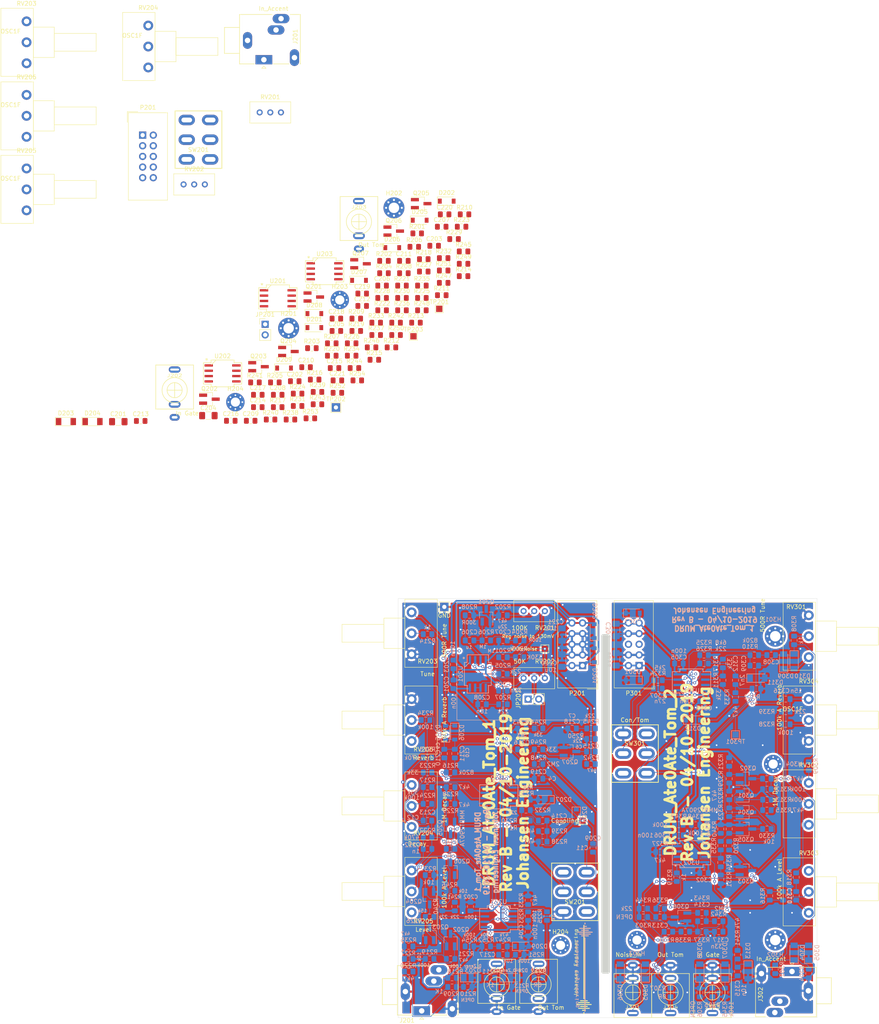
<source format=kicad_pcb>
(kicad_pcb (version 20171130) (host pcbnew "(5.1.0)-1")
  (layers (0 F.Cu signal) (31 B.Cu signal) (34 B.Paste user) (35 F.Paste user) (36 B.SilkS user) (37 F.SilkS user) (38 B.Mask user) (39 F.Mask user) (44 Edge.Cuts user))
  (net 0 "")
  (net 1 GND)
  (net 2 "Net-(J201-PadT)")
  (net 3 -12V)
  (net 4 +12V)
  (net 5 "Net-(C310-Pad1)")
  (net 6 InAccent)
  (net 7 InGate)
  (net 8 "Net-(J202-PadT)")
  (net 9 "Net-(J203-PadT)")
  (net 10 "Net-(C205-Pad2)")
  (net 11 "Net-(Q202-Pad1)")
  (net 12 "Net-(Q203-Pad1)")
  (net 13 "Net-(Q203-Pad3)")
  (net 14 "Net-(Q204-Pad1)")
  (net 15 "Net-(Q204-Pad3)")
  (net 16 OutTom)
  (net 17 "Net-(R215-Pad1)")
  (net 18 "Net-(C206-Pad2)")
  (net 19 "Net-(C206-Pad1)")
  (net 20 "Net-(C208-Pad1)")
  (net 21 "Net-(C209-Pad1)")
  (net 22 "Net-(C210-Pad2)")
  (net 23 "Net-(C210-Pad1)")
  (net 24 "Net-(C212-Pad1)")
  (net 25 "Net-(C213-Pad1)")
  (net 26 "Net-(D208-Pad2)")
  (net 27 "Net-(Q206-Pad1)")
  (net 28 "Net-(R240-Pad1)")
  (net 29 /KicadJE_AteOhAte2/PinkNoise)
  (net 30 "Net-(C207-Pad1)")
  (net 31 "Net-(C209-Pad2)")
  (net 32 "Net-(C212-Pad2)")
  (net 33 /KicadJE_AteOhAte2/Coupling)
  (net 34 "Net-(C214-Pad1)")
  (net 35 "Net-(C215-Pad1)")
  (net 36 "Net-(C215-Pad2)")
  (net 37 "Net-(C216-Pad2)")
  (net 38 "Net-(C216-Pad1)")
  (net 39 "Net-(C217-Pad2)")
  (net 40 "Net-(C218-Pad1)")
  (net 41 "Net-(C219-Pad1)")
  (net 42 "Net-(D205-Pad1)")
  (net 43 NoiseIn)
  (net 44 "Net-(JP201-Pad1)")
  (net 45 /KicadJE_AteOhAte2/PNP_E)
  (net 46 "Net-(Q203-Pad2)")
  (net 47 /KicadJE_AteOhAte2/PNP_B)
  (net 48 "Net-(Q206-Pad3)")
  (net 49 "Net-(Q207-Pad1)")
  (net 50 "Net-(R201-Pad2)")
  (net 51 /KicadJE_AteOhAte2/WhiteNoise)
  (net 52 "Net-(R202-Pad2)")
  (net 53 "Net-(R203-Pad2)")
  (net 54 "Net-(R214-Pad1)")
  (net 55 "Net-(R217-Pad2)")
  (net 56 "Net-(R217-Pad1)")
  (net 57 "Net-(R230-Pad2)")
  (net 58 "Net-(R230-Pad1)")
  (net 59 "Net-(R233-Pad2)")
  (net 60 "Net-(R234-Pad2)")
  (net 61 "Net-(R247-Pad1)")
  (net 62 "Net-(R253-Pad2)")
  (net 63 "Net-(C313-Pad1)")
  (net 64 "Net-(C316-Pad1)")
  (net 65 "Net-(C317-Pad1)")
  (net 66 "Net-(D304-Pad2)")
  (net 67 "Net-(C312-Pad1)")
  (net 68 "Net-(C307-Pad2)")
  (net 69 "Net-(C307-Pad1)")
  (net 70 "Net-(C308-Pad1)")
  (net 71 "Net-(C308-Pad2)")
  (net 72 "Net-(C310-Pad2)")
  (net 73 "Net-(C311-Pad1)")
  (net 74 /KicadJE_AteOhAte3/Coupling)
  (net 75 "Net-(C313-Pad2)")
  (net 76 "Net-(C314-Pad2)")
  (net 77 "Net-(C314-Pad1)")
  (net 78 "Net-(C315-Pad2)")
  (net 79 "Net-(D303-Pad2)")
  (net 80 "Net-(D307-Pad2)")
  (net 81 "Net-(D309-Pad1)")
  (net 82 "Net-(D312-Pad2)")
  (net 83 "Net-(J301-PadT)")
  (net 84 "Net-(J302-PadT)")
  (net 85 "Net-(J303-PadT)")
  (net 86 "Net-(J304-PadT)")
  (net 87 "Net-(Q301-Pad1)")
  (net 88 /KicadJE_AteOhAte3/PNP_E)
  (net 89 "Net-(Q302-Pad1)")
  (net 90 "Net-(Q302-Pad2)")
  (net 91 "Net-(Q302-Pad3)")
  (net 92 "Net-(Q303-Pad3)")
  (net 93 "Net-(Q303-Pad1)")
  (net 94 /KicadJE_AteOhAte3/PNP_B)
  (net 95 "Net-(Q305-Pad3)")
  (net 96 "Net-(Q305-Pad1)")
  (net 97 "Net-(Q306-Pad1)")
  (net 98 "Net-(R308-Pad1)")
  (net 99 "Net-(R309-Pad1)")
  (net 100 "Net-(R311-Pad1)")
  (net 101 "Net-(R311-Pad2)")
  (net 102 "Net-(R324-Pad1)")
  (net 103 "Net-(R324-Pad2)")
  (net 104 "Net-(R327-Pad2)")
  (net 105 "Net-(R328-Pad2)")
  (net 106 "Net-(R334-Pad1)")
  (net 107 "Net-(R341-Pad1)")
  (net 108 "Net-(R347-Pad2)")
  (net 109 "Net-(C207-Pad2)")
  (net 110 "Net-(C208-Pad2)")
  (net 111 "Net-(C211-Pad2)")
  (net 112 "Net-(C211-Pad1)")
  (net 113 "Net-(C214-Pad2)")
  (net 114 "Net-(C217-Pad1)")
  (net 115 "Net-(C218-Pad2)")
  (net 116 "Net-(C219-Pad2)")
  (net 117 "Net-(C220-Pad1)")
  (net 118 "Net-(C221-Pad1)")
  (net 119 InGate2)
  (net 120 NoiseIn2)
  (net 121 InAccent2)
  (net 122 OutTom2)
  (module AJ:Johansen_engineering_logo_25mm_front_neg5 (layer B.Cu) (at 94.5 138 270)
    (fp_text reference G*** hide)
    (fp_text value LOGO hide)
  )
  (module AJ:Johansen_engineering_logo_25mm_front_neg5 (layer F.Cu) (at 94.25 138.5 90)
    (fp_text reference G*** hide)
    (fp_text value LOGO hide)
  )
  (module AJ-Dropbox-Kicad:AJ_SO-8_5.3x6.2mm_P1.27mm (layer B.Cu) (at 69 68 270)
    (fp_text reference U201 (at 0 4.13 270) (layer B.SilkS) (effects (justify mirror)))
    (fp_text value TL072)
    (fp_text user * (at -3.81 3.048 270) (layer B.SilkS) (effects (justify mirror)))
    (pad 8 smd rect (at 3.3 1.905 270) (size 2 0.55) (layers B.Cu B.Paste B.Mask) (net 3 -12V))
    (pad 7 smd rect (at 3.3 0.635 270) (size 2 0.55) (layers B.Cu B.Paste B.Mask) (net 29 /KicadJE_AteOhAte2/PinkNoise))
    (pad 6 smd rect (at 3.3 -0.635 270) (size 2 0.55) (layers B.Cu B.Paste B.Mask) (net 29 /KicadJE_AteOhAte2/PinkNoise))
    (pad 5 smd rect (at 3.3 -1.905 270) (size 2 0.55) (layers B.Cu B.Paste B.Mask) (net 20 "Net-(C208-Pad1)"))
    (pad 4 smd rect (at -3.3 -1.905 270) (size 2 0.55) (layers B.Cu B.Paste B.Mask) (net 4 +12V))
    (pad 3 smd rect (at -3.3 -0.635 270) (size 2 0.55) (layers B.Cu B.Paste B.Mask) (net 19 "Net-(C206-Pad1)"))
    (pad 2 smd rect (at -3.3 0.635 270) (size 2 0.55) (layers B.Cu B.Paste B.Mask) (net 53 "Net-(R203-Pad2)"))
    (pad 1 smd rect (at -3.3 1.905 270) (size 2 0.55) (layers B.Cu B.Paste B.Mask) (net 51 /KicadJE_AteOhAte2/WhiteNoise))
  )
  (module Potentiometer_THT:Potentiometer_Bourns_3296W_Vertical (layer F.Cu) (at 85 69)
    (fp_text reference RV202 (at 0 -4) (layer F.SilkS))
    (fp_text value 50K (at -6 -4) (layer F.SilkS))
    (pad 3 thru_hole circle (at -5.08 0) (size 1.44 1.44) (drill 0.8) (layers *.Cu *.Mask) (net 29 /KicadJE_AteOhAte2/PinkNoise))
    (pad 2 thru_hole circle (at -2.54 0) (size 1.44 1.44) (drill 0.8) (layers *.Cu *.Mask) (net 44 "Net-(JP201-Pad1)"))
    (pad 1 thru_hole circle (at 0 0) (size 1.44 1.44) (drill 0.8) (layers *.Cu *.Mask) (net 51 /KicadJE_AteOhAte2/WhiteNoise))
  )
  (module Potentiometer_THT:Potentiometer_Bourns_3296W_Vertical (layer F.Cu) (at 85 53)
    (fp_text reference RV201 (at 0 4) (layer F.SilkS))
    (fp_text value 100K (at -6 4) (layer F.SilkS))
    (pad 3 thru_hole circle (at -5.08 0) (size 1.44 1.44) (drill 0.8) (layers *.Cu *.Mask))
    (pad 2 thru_hole circle (at -2.54 0) (size 1.44 1.44) (drill 0.8) (layers *.Cu *.Mask) (net 52 "Net-(R202-Pad2)"))
    (pad 1 thru_hole circle (at 0 0) (size 1.44 1.44) (drill 0.8) (layers *.Cu *.Mask) (net 50 "Net-(R201-Pad2)"))
  )
  (module Resistor_SMD:R_0805_2012Metric_Pad1.15x1.40mm_HandSolder (layer B.Cu) (at 83.5 81)
    (fp_text reference R244 (at 0 -1.5) (layer B.SilkS) (effects (justify mirror)))
    (fp_text value 33k (at -0.1 1.5) (layer B.SilkS) (effects (font (size 0.8 0.8)) (justify mirror)))
    (pad 2 smd roundrect (at 1.025 0) (size 1.15 1.4) (layers B.Cu B.Paste B.Mask) (roundrect_rratio 0.217391) (net 43 NoiseIn))
    (pad 1 smd roundrect (at -1.025 0) (size 1.15 1.4) (layers B.Cu B.Paste B.Mask) (roundrect_rratio 0.217391) (net 38 "Net-(C216-Pad1)"))
  )
  (module Resistor_SMD:R_0805_2012Metric_Pad1.15x1.40mm_HandSolder (layer B.Cu) (at 79.5 81)
    (fp_text reference R243 (at -0.25 -1.5) (layer B.SilkS) (effects (justify mirror)))
    (fp_text value 3k3 (at 0 1.6) (layer B.SilkS) (effects (font (size 0.8 0.8)) (justify mirror)))
    (pad 2 smd roundrect (at 1.025 0) (size 1.15 1.4) (layers B.Cu B.Paste B.Mask) (roundrect_rratio 0.217391) (net 38 "Net-(C216-Pad1)"))
    (pad 1 smd roundrect (at -1.025 0) (size 1.15 1.4) (layers B.Cu B.Paste B.Mask) (roundrect_rratio 0.217391) (net 1 GND))
  )
  (module Resistor_SMD:R_0805_2012Metric_Pad1.15x1.40mm_HandSolder (layer B.Cu) (at 67 54)
    (fp_text reference R208 (at 0 -2) (layer B.SilkS) (effects (justify mirror)))
    (fp_text value 300R (at -0.1 1.7) (layer B.SilkS) (effects (font (size 0.9 0.9)) (justify mirror)))
    (pad 2 smd roundrect (at 1.025 0) (size 1.15 1.4) (layers B.Cu B.Paste B.Mask) (roundrect_rratio 0.217391) (net 1 GND))
    (pad 1 smd roundrect (at -1.025 0) (size 1.15 1.4) (layers B.Cu B.Paste B.Mask) (roundrect_rratio 0.217391) (net 19 "Net-(C206-Pad1)"))
  )
  (module Resistor_SMD:R_0805_2012Metric_Pad1.15x1.40mm_HandSolder (layer B.Cu) (at 75 75.25 180)
    (fp_text reference R207 (at 0 1.65 180) (layer B.SilkS) (effects (justify mirror)))
    (fp_text value 22k (at -0.025 -1.65 180) (layer B.SilkS) (effects (justify mirror)))
    (pad 2 smd roundrect (at 1.025 0 180) (size 1.15 1.4) (layers B.Cu B.Paste B.Mask) (roundrect_rratio 0.217391) (net 20 "Net-(C208-Pad1)"))
    (pad 1 smd roundrect (at -1.025 0 180) (size 1.15 1.4) (layers B.Cu B.Paste B.Mask) (roundrect_rratio 0.217391) (net 10 "Net-(C205-Pad2)"))
  )
  (module Resistor_SMD:R_0805_2012Metric_Pad1.15x1.40mm_HandSolder (layer B.Cu) (at 71.025 60)
    (fp_text reference R206 (at -0.025 -2) (layer B.SilkS) (effects (justify mirror)))
    (fp_text value 1M (at -0.825 1.5) (layer B.SilkS) (effects (font (size 0.8 0.8)) (justify mirror)))
    (pad 2 smd roundrect (at 1.025 0) (size 1.15 1.4) (layers B.Cu B.Paste B.Mask) (roundrect_rratio 0.217391) (net 30 "Net-(C207-Pad1)"))
    (pad 1 smd roundrect (at -1.025 0) (size 1.15 1.4) (layers B.Cu B.Paste B.Mask) (roundrect_rratio 0.217391) (net 18 "Net-(C206-Pad2)"))
  )
  (module Resistor_SMD:R_0805_2012Metric_Pad1.15x1.40mm_HandSolder (layer B.Cu) (at 75 68)
    (fp_text reference R205 (at 0 -2) (layer B.SilkS) (effects (justify mirror)))
    (fp_text value 22k (at 3 -0.6) (layer B.SilkS) (effects (justify mirror)))
    (pad 2 smd roundrect (at 1.025 0) (size 1.15 1.4) (layers B.Cu B.Paste B.Mask) (roundrect_rratio 0.217391) (net 10 "Net-(C205-Pad2)"))
    (pad 1 smd roundrect (at -1.025 0) (size 1.15 1.4) (layers B.Cu B.Paste B.Mask) (roundrect_rratio 0.217391) (net 51 /KicadJE_AteOhAte2/WhiteNoise))
  )
  (module Resistor_SMD:R_0805_2012Metric_Pad1.15x1.40mm_HandSolder (layer B.Cu) (at 79 60 180)
    (fp_text reference R204 (at 0 2 180) (layer B.SilkS) (effects (justify mirror)))
    (fp_text value 100R (at -3.7 0.1 180) (layer B.SilkS) (effects (font (size 0.8 0.8)) (justify mirror)))
    (pad 2 smd roundrect (at 1.025 0 180) (size 1.15 1.4) (layers B.Cu B.Paste B.Mask) (roundrect_rratio 0.217391) (net 30 "Net-(C207-Pad1)"))
    (pad 1 smd roundrect (at -1.025 0 180) (size 1.15 1.4) (layers B.Cu B.Paste B.Mask) (roundrect_rratio 0.217391) (net 4 +12V))
  )
  (module Resistor_SMD:R_0805_2012Metric_Pad1.15x1.40mm_HandSolder (layer B.Cu) (at 79 64)
    (fp_text reference R203 (at 0 -2) (layer B.SilkS) (effects (justify mirror)))
    (fp_text value 330K (at 3.6 0) (layer B.SilkS) (effects (justify mirror)))
    (pad 2 smd roundrect (at 1.025 0) (size 1.15 1.4) (layers B.Cu B.Paste B.Mask) (roundrect_rratio 0.217391) (net 53 "Net-(R203-Pad2)"))
    (pad 1 smd roundrect (at -1.025 0) (size 1.15 1.4) (layers B.Cu B.Paste B.Mask) (roundrect_rratio 0.217391) (net 50 "Net-(R201-Pad2)"))
  )
  (module Resistor_SMD:R_0805_2012Metric_Pad1.15x1.40mm_HandSolder (layer B.Cu) (at 75 54)
    (fp_text reference R202 (at 0 -2) (layer B.SilkS) (effects (justify mirror)))
    (fp_text value 4k7 (at -0.1 1.4) (layer B.SilkS) (effects (font (size 0.8 0.8)) (justify mirror)))
    (pad 2 smd roundrect (at 1.025 0) (size 1.15 1.4) (layers B.Cu B.Paste B.Mask) (roundrect_rratio 0.217391) (net 52 "Net-(R202-Pad2)"))
    (pad 1 smd roundrect (at -1.025 0) (size 1.15 1.4) (layers B.Cu B.Paste B.Mask) (roundrect_rratio 0.217391) (net 1 GND))
  )
  (module Resistor_SMD:R_0805_2012Metric_Pad1.15x1.40mm_HandSolder (layer B.Cu) (at 75 64)
    (fp_text reference R201 (at 0 -1.6) (layer B.SilkS) (effects (justify mirror)))
    (fp_text value 1M (at -2.8 -1.5) (layer B.SilkS) (effects (font (size 0.8 0.8)) (justify mirror)))
    (pad 2 smd roundrect (at 1.025 0) (size 1.15 1.4) (layers B.Cu B.Paste B.Mask) (roundrect_rratio 0.217391) (net 50 "Net-(R201-Pad2)"))
    (pad 1 smd roundrect (at -1.025 0) (size 1.15 1.4) (layers B.Cu B.Paste B.Mask) (roundrect_rratio 0.217391) (net 51 /KicadJE_AteOhAte2/WhiteNoise))
  )
  (module Package_TO_SOT_SMD:SOT-23_Handsoldering (layer B.Cu) (at 71 54 90)
    (fp_text reference Q201 (at 3.2 0 180) (layer B.SilkS) (effects (justify mirror)))
    (fp_text value MMBT2222A)
    (pad 3 smd rect (at 1.5 0 90) (size 1.9 0.8) (layers B.Cu B.Paste B.Mask))
    (pad 2 smd rect (at -1.5 -0.95 90) (size 1.9 0.8) (layers B.Cu B.Paste B.Mask) (net 18 "Net-(C206-Pad2)"))
    (pad 1 smd rect (at -1.5 0.95 90) (size 1.9 0.8) (layers B.Cu B.Paste B.Mask) (net 1 GND))
  )
  (module Connector_PinHeader_2.54mm:PinHeader_1x02_P2.54mm_Vertical (layer F.Cu) (at 81 74 90)
    (fp_text reference JP201 (at 0 -2.33 90) (layer F.SilkS))
    (fp_text value Jumper)
    (pad 2 thru_hole oval (at 0 2.54 90) (size 1.7 1.7) (drill 1) (layers *.Cu *.Mask) (net 43 NoiseIn))
    (pad 1 thru_hole rect (at 0 0 90) (size 1.7 1.7) (drill 1) (layers *.Cu *.Mask) (net 44 "Net-(JP201-Pad1)"))
  )
  (module Capacitor_SMD:C_0805_2012Metric_Pad1.15x1.40mm_HandSolder (layer B.Cu) (at 79.5 86 180)
    (fp_text reference C216 (at 0 1.65 180) (layer B.SilkS) (effects (justify mirror)))
    (fp_text value 47n (at 3.5 0 180) (layer B.SilkS) (effects (font (size 0.9 0.9)) (justify mirror)))
    (pad 2 smd roundrect (at 1.025 0 180) (size 1.15 1.4) (layers B.Cu B.Paste B.Mask) (roundrect_rratio 0.217391) (net 37 "Net-(C216-Pad2)"))
    (pad 1 smd roundrect (at -1.025 0 180) (size 1.15 1.4) (layers B.Cu B.Paste B.Mask) (roundrect_rratio 0.217391) (net 38 "Net-(C216-Pad1)"))
  )
  (module Capacitor_SMD:C_0805_2012Metric_Pad1.15x1.40mm_HandSolder (layer B.Cu) (at 70 75.25 180)
    (fp_text reference C208 (at 0 1.65 180) (layer B.SilkS) (effects (justify mirror)))
    (fp_text value 18n (at 0 -1.65 180) (layer B.SilkS) (effects (justify mirror)))
    (pad 2 smd roundrect (at 1.025 0 180) (size 1.15 1.4) (layers B.Cu B.Paste B.Mask) (roundrect_rratio 0.217391) (net 1 GND))
    (pad 1 smd roundrect (at -1.025 0 180) (size 1.15 1.4) (layers B.Cu B.Paste B.Mask) (roundrect_rratio 0.217391) (net 20 "Net-(C208-Pad1)"))
  )
  (module Capacitor_SMD:C_0805_2012Metric_Pad1.15x1.40mm_HandSolder (layer B.Cu) (at 75 60 180)
    (fp_text reference C207 (at 0 2 180) (layer B.SilkS) (effects (justify mirror)))
    (fp_text value 22u (at 0.1 3.3 180) (layer B.SilkS) (effects (font (size 0.8 0.8)) (justify mirror)))
    (pad 2 smd roundrect (at 1.025 0 180) (size 1.15 1.4) (layers B.Cu B.Paste B.Mask) (roundrect_rratio 0.217391) (net 1 GND))
    (pad 1 smd roundrect (at -1.025 0 180) (size 1.15 1.4) (layers B.Cu B.Paste B.Mask) (roundrect_rratio 0.217391) (net 30 "Net-(C207-Pad1)"))
  )
  (module Capacitor_SMD:C_0805_2012Metric_Pad1.15x1.40mm_HandSolder (layer B.Cu) (at 67.025 60)
    (fp_text reference C206 (at -0.025 -2) (layer B.SilkS) (effects (justify mirror)))
    (fp_text value 1u (at -0.125 1.6) (layer B.SilkS) (effects (font (size 0.8 0.8)) (justify mirror)))
    (pad 2 smd roundrect (at 1.025 0) (size 1.15 1.4) (layers B.Cu B.Paste B.Mask) (roundrect_rratio 0.217391) (net 18 "Net-(C206-Pad2)"))
    (pad 1 smd roundrect (at -1.025 0) (size 1.15 1.4) (layers B.Cu B.Paste B.Mask) (roundrect_rratio 0.217391) (net 19 "Net-(C206-Pad1)"))
  )
  (module Capacitor_SMD:C_0805_2012Metric_Pad1.15x1.40mm_HandSolder (layer B.Cu) (at 75 72)
    (fp_text reference C205 (at -0.1 -1.5) (layer B.SilkS) (effects (justify mirror)))
    (fp_text value 39n (at 3.1 -0.1) (layer B.SilkS) (effects (justify mirror)))
    (pad 2 smd roundrect (at 1.025 0) (size 1.15 1.4) (layers B.Cu B.Paste B.Mask) (roundrect_rratio 0.217391) (net 10 "Net-(C205-Pad2)"))
    (pad 1 smd roundrect (at -1.025 0) (size 1.15 1.4) (layers B.Cu B.Paste B.Mask) (roundrect_rratio 0.217391) (net 29 /KicadJE_AteOhAte2/PinkNoise))
  )
  (module Package_TO_SOT_SMD:SOT-23_Handsoldering (layer B.Cu) (at 57.5 121.5 270)
    (fp_text reference Q204 (at 0.8 3.8) (layer B.SilkS) (effects (justify mirror)))
    (fp_text value MMBT2222A)
    (pad 1 smd rect (at -1.5 0.95 270) (size 1.9 0.8) (layers B.Cu B.Paste B.Mask) (net 14 "Net-(Q204-Pad1)"))
    (pad 2 smd rect (at -1.5 -0.95 270) (size 1.9 0.8) (layers B.Cu B.Paste B.Mask) (net 1 GND))
    (pad 3 smd rect (at 1.5 0 270) (size 1.9 0.8) (layers B.Cu B.Paste B.Mask) (net 15 "Net-(Q204-Pad3)"))
  )
  (module Resistor_SMD:R_0805_2012Metric_Pad1.15x1.40mm_HandSolder (layer B.Cu) (at 83.475 140.5)
    (fp_text reference R212 (at 0.025 -1.6) (layer B.SilkS) (effects (justify mirror)))
    (fp_text value 0R (at -0.175 1.7) (layer B.SilkS) (effects (justify mirror)))
    (pad 1 smd roundrect (at -1.025 0) (size 1.15 1.4) (layers B.Cu B.Paste B.Mask) (roundrect_rratio 0.217391) (net 9 "Net-(J203-PadT)"))
    (pad 2 smd roundrect (at 1.025 0) (size 1.15 1.4) (layers B.Cu B.Paste B.Mask) (roundrect_rratio 0.217391) (net 16 OutTom))
  )
  (module Capacitor_SMD:C_0805_2012Metric_Pad1.15x1.40mm_HandSolder (layer B.Cu) (at 63.175001 70.475001 270)
    (fp_text reference C201 (at 0 1.65 270) (layer B.SilkS) (effects (justify mirror)))
    (fp_text value 100n (at 4.024999 -0.074999 270) (layer B.SilkS) (effects (justify mirror)))
    (pad 1 smd roundrect (at -1.025 0 270) (size 1.15 1.4) (layers B.Cu B.Paste B.Mask) (roundrect_rratio 0.217391) (net 1 GND))
    (pad 2 smd roundrect (at 1.025 0 270) (size 1.15 1.4) (layers B.Cu B.Paste B.Mask) (roundrect_rratio 0.217391) (net 3 -12V))
  )
  (module Capacitor_SMD:C_0805_2012Metric_Pad1.15x1.40mm_HandSolder (layer B.Cu) (at 67.25 123.5 270)
    (fp_text reference C202 (at -2.3 -0.05) (layer B.SilkS) (effects (font (size 0.9 0.9)) (justify mirror)))
    (fp_text value 100n (at 2.5 -0.05) (layer B.SilkS) (effects (font (size 0.8 0.8)) (justify mirror)))
    (pad 2 smd roundrect (at 1.025 0 270) (size 1.15 1.4) (layers B.Cu B.Paste B.Mask) (roundrect_rratio 0.217391) (net 3 -12V))
    (pad 1 smd roundrect (at -1.025 0 270) (size 1.15 1.4) (layers B.Cu B.Paste B.Mask) (roundrect_rratio 0.217391) (net 1 GND))
  )
  (module Capacitor_SMD:C_0805_2012Metric_Pad1.15x1.40mm_HandSolder (layer B.Cu) (at 63.175001 65.725001 270)
    (fp_text reference C203 (at 0 1.65 270) (layer B.SilkS) (effects (justify mirror)))
    (fp_text value 100n (at -3.725001 0.175001 270) (layer B.SilkS) (effects (justify mirror)))
    (pad 2 smd roundrect (at 1.025 0 270) (size 1.15 1.4) (layers B.Cu B.Paste B.Mask) (roundrect_rratio 0.217391) (net 1 GND))
    (pad 1 smd roundrect (at -1.025 0 270) (size 1.15 1.4) (layers B.Cu B.Paste B.Mask) (roundrect_rratio 0.217391) (net 4 +12V))
  )
  (module Capacitor_SMD:C_0805_2012Metric_Pad1.15x1.40mm_HandSolder (layer B.Cu) (at 81 129.5 270)
    (fp_text reference C204 (at 0 1.65 270) (layer B.SilkS) (effects (font (size 0.9 0.9)) (justify mirror)))
    (fp_text value 100n (at 0 -1.65 270) (layer B.SilkS) (effects (justify mirror)))
    (pad 2 smd roundrect (at 1.025 0 270) (size 1.15 1.4) (layers B.Cu B.Paste B.Mask) (roundrect_rratio 0.217391) (net 1 GND))
    (pad 1 smd roundrect (at -1.025 0 270) (size 1.15 1.4) (layers B.Cu B.Paste B.Mask) (roundrect_rratio 0.217391) (net 4 +12V))
  )
  (module Diode_SMD:D_SOD-123 (layer B.Cu) (at 96.814999 63.524999 90)
    (fp_text reference D201 (at -4.975001 0.185001 90) (layer B.SilkS) (effects (justify mirror)))
    (fp_text value 1N1007)
    (pad 2 smd rect (at 1.65 0 90) (size 0.9 1.2) (layers B.Cu B.Paste B.Mask) (net 1 GND))
    (pad 1 smd rect (at -1.65 0 90) (size 0.9 1.2) (layers B.Cu B.Paste B.Mask) (net 3 -12V))
  )
  (module Diode_SMD:D_MiniMELF (layer B.Cu) (at 67.4 140.5)
    (fp_text reference D203 (at 0.45 -1.75) (layer B.SilkS) (effects (justify mirror)))
    (fp_text value D_Zener (at 0.4 -2.8) (layer B.SilkS) (effects (font (size 0.7 0.7)) (justify mirror)))
    (pad 2 smd rect (at 1.75 0) (size 1.3 1.7) (layers B.Cu B.Paste B.Mask) (net 1 GND))
    (pad 1 smd rect (at -1.75 0) (size 1.3 1.7) (layers B.Cu B.Paste B.Mask) (net 6 InAccent))
  )
  (module Diode_SMD:D_SOD-123 (layer B.Cu) (at 96.814999 57.774999 90)
    (fp_text reference D202 (at 4.774999 0.185001 90) (layer B.SilkS) (effects (justify mirror)))
    (fp_text value 1N1007)
    (pad 1 smd rect (at -1.65 0 90) (size 0.9 1.2) (layers B.Cu B.Paste B.Mask) (net 1 GND))
    (pad 2 smd rect (at 1.65 0 90) (size 0.9 1.2) (layers B.Cu B.Paste B.Mask) (net 4 +12V))
  )
  (module Diode_SMD:D_MiniMELF (layer B.Cu) (at 76.8 140.5)
    (fp_text reference D204 (at 2.6 -1.75) (layer B.SilkS) (effects (font (size 0.8 0.8)) (justify mirror)))
    (fp_text value D_Zener (at -0.8 -1.75) (layer B.SilkS) (effects (font (size 0.7 0.7)) (justify mirror)))
    (pad 1 smd rect (at -1.75 0) (size 1.3 1.7) (layers B.Cu B.Paste B.Mask) (net 7 InGate))
    (pad 2 smd rect (at 1.75 0) (size 1.3 1.7) (layers B.Cu B.Paste B.Mask) (net 1 GND))
  )
  (module AJ-Dropbox-Kicad:PJ301SM (layer F.Cu) (at 83.5 142.1)
    (fp_text reference J203 (at 0 -3.5) (layer F.SilkS) (effects (font (size 0.75 1) (thickness 0.125))))
    (fp_text value "Out Tom" (at 3 5.5) (layer F.SilkS))
    (pad TN thru_hole oval (at 0 3.38) (size 2.8 1.6) (drill oval 2 0.6) (layers *.Cu *.Mask))
    (pad S thru_hole oval (at 0 6.48) (size 2.4 1.6) (drill oval 1.4 0.6) (layers *.Cu *.Mask) (net 1 GND))
    (pad T thru_hole oval (at 0 -4.92) (size 2.8 1.5) (drill oval 2.1 0.5) (layers *.Cu *.Mask) (net 9 "Net-(J203-PadT)"))
  )
  (module Connectors_IDC:IDC-Header_2x05_Pitch2.54mm_Straight (layer F.Cu) (at 94 66 180)
    (fp_text reference P201 (at 1.27 -6.604 180) (layer F.SilkS))
    (fp_text value Doepfer_Power_10pin)
    (pad 1 thru_hole rect (at 0 0 180) (size 1.7272 1.7272) (drill 1.016) (layers *.Cu *.Mask) (net 3 -12V))
    (pad 2 thru_hole oval (at 2.54 0 180) (size 1.7272 1.7272) (drill 1.016) (layers *.Cu *.Mask) (net 3 -12V))
    (pad 3 thru_hole oval (at 0 2.54 180) (size 1.7272 1.7272) (drill 1.016) (layers *.Cu *.Mask) (net 1 GND))
    (pad 4 thru_hole oval (at 2.54 2.54 180) (size 1.7272 1.7272) (drill 1.016) (layers *.Cu *.Mask) (net 1 GND))
    (pad 5 thru_hole oval (at 0 5.08 180) (size 1.7272 1.7272) (drill 1.016) (layers *.Cu *.Mask) (net 1 GND))
    (pad 6 thru_hole oval (at 2.54 5.08 180) (size 1.7272 1.7272) (drill 1.016) (layers *.Cu *.Mask) (net 1 GND))
    (pad 7 thru_hole oval (at 0 7.62 180) (size 1.7272 1.7272) (drill 1.016) (layers *.Cu *.Mask) (net 1 GND))
    (pad 8 thru_hole oval (at 2.54 7.62 180) (size 1.7272 1.7272) (drill 1.016) (layers *.Cu *.Mask) (net 1 GND))
    (pad 9 thru_hole oval (at 0 10.16 180) (size 1.7272 1.7272) (drill 1.016) (layers *.Cu *.Mask) (net 4 +12V))
    (pad 10 thru_hole oval (at 2.54 10.16 180) (size 1.7272 1.7272) (drill 1.016) (layers *.Cu *.Mask) (net 4 +12V))
  )
  (module Resistor_SMD:R_0805_2012Metric_Pad1.15x1.40mm_HandSolder (layer B.Cu) (at 62.85 142.7)
    (fp_text reference R209 (at -0.15 1.65) (layer B.SilkS) (effects (justify mirror)))
    (fp_text value 1K (at -3.1 1.05) (layer B.SilkS) (effects (justify mirror)))
    (pad 2 smd roundrect (at 1.025 0) (size 1.15 1.4) (layers B.Cu B.Paste B.Mask) (roundrect_rratio 0.217391) (net 6 InAccent))
    (pad 1 smd roundrect (at -1.025 0) (size 1.15 1.4) (layers B.Cu B.Paste B.Mask) (roundrect_rratio 0.217391) (net 2 "Net-(J201-PadT)"))
  )
  (module Resistor_SMD:R_0805_2012Metric_Pad1.15x1.40mm_HandSolder (layer B.Cu) (at 66.6 142.674999)
    (fp_text reference R210 (at 0.1 1.65) (layer B.SilkS) (effects (justify mirror)))
    (fp_text value OPEN (at 0 3.125001) (layer B.SilkS) (effects (font (size 0.8 0.8)) (justify mirror)))
    (pad 1 smd roundrect (at -1.025 0) (size 1.15 1.4) (layers B.Cu B.Paste B.Mask) (roundrect_rratio 0.217391) (net 6 InAccent))
    (pad 2 smd roundrect (at 1.025 0) (size 1.15 1.4) (layers B.Cu B.Paste B.Mask) (roundrect_rratio 0.217391) (net 1 GND))
  )
  (module Resistor_SMD:R_0805_2012Metric_Pad1.15x1.40mm_HandSolder (layer B.Cu) (at 72 140.5)
    (fp_text reference R211 (at -0.1 -1.5) (layer B.SilkS) (effects (justify mirror)))
    (fp_text value 1K (at 0 1.7) (layer B.SilkS) (effects (justify mirror)))
    (pad 2 smd roundrect (at 1.025 0) (size 1.15 1.4) (layers B.Cu B.Paste B.Mask) (roundrect_rratio 0.217391) (net 7 InGate))
    (pad 1 smd roundrect (at -1.025 0) (size 1.15 1.4) (layers B.Cu B.Paste B.Mask) (roundrect_rratio 0.217391) (net 8 "Net-(J202-PadT)"))
  )
  (module Resistor_SMD:R_0805_2012Metric_Pad1.15x1.40mm_HandSolder (layer B.Cu) (at 76 142.7)
    (fp_text reference R213 (at 3.5 -0.3) (layer B.SilkS) (effects (font (size 0.9 0.9)) (justify mirror)))
    (fp_text value OPEN (at 3.5 1) (layer B.SilkS) (effects (font (size 0.8 0.8)) (justify mirror)))
    (pad 1 smd roundrect (at -1.025 0) (size 1.15 1.4) (layers B.Cu B.Paste B.Mask) (roundrect_rratio 0.217391) (net 7 InGate))
    (pad 2 smd roundrect (at 1.025 0) (size 1.15 1.4) (layers B.Cu B.Paste B.Mask) (roundrect_rratio 0.217391) (net 1 GND))
  )
  (module AJ-Dropbox-Kicad:SPDTx2 (layer F.Cu) (at 92.206 120)
    (fp_text reference SW201 (at 0 2.413) (layer F.SilkS))
    (fp_text value Con/Tom)
    (pad 2 thru_hole oval (at -2.794 0) (size 3.9 2.5) (drill oval 2.55 1.15) (layers *.Cu *.Mask) (net 57 "Net-(R230-Pad2)"))
    (pad 3 thru_hole oval (at -2.794 -4.7) (size 3.9 2.5) (drill oval 2.55 1.15) (layers *.Cu *.Mask))
    (pad 1 thru_hole oval (at -2.794 4.7) (size 3.9 2.5) (drill oval 2.55 1.15) (layers *.Cu *.Mask) (net 1 GND))
    (pad 6 thru_hole oval (at 2.794 -4.7) (size 3.9 2.5) (drill oval 2.55 1.15) (layers *.Cu *.Mask) (net 22 "Net-(C210-Pad2)"))
    (pad 4 thru_hole oval (at 2.794 4.7) (size 3.9 2.5) (drill oval 2.55 1.15) (layers *.Cu *.Mask))
    (pad 5 thru_hole oval (at 2.794 0) (size 3.9 2.5) (drill oval 2.55 1.15) (layers *.Cu *.Mask) (net 21 "Net-(C209-Pad1)"))
  )
  (module AJ-Dropbox-Kicad:AJ_SO-8_5.3x6.2mm_P1.27mm (layer B.Cu) (at 74 97 180)
    (fp_text reference U202 (at 0 4.13 180) (layer B.SilkS) (effects (justify mirror)))
    (fp_text value TL072)
    (fp_text user * (at -3.81 3.048 180) (layer B.SilkS) (effects (justify mirror)))
    (pad 8 smd rect (at 3.3 1.905 180) (size 2 0.55) (layers B.Cu B.Paste B.Mask) (net 3 -12V))
    (pad 7 smd rect (at 3.3 0.635 180) (size 2 0.55) (layers B.Cu B.Paste B.Mask) (net 55 "Net-(R217-Pad2)"))
    (pad 6 smd rect (at 3.3 -0.635 180) (size 2 0.55) (layers B.Cu B.Paste B.Mask) (net 56 "Net-(R217-Pad1)"))
    (pad 5 smd rect (at 3.3 -1.905 180) (size 2 0.55) (layers B.Cu B.Paste B.Mask) (net 1 GND))
    (pad 4 smd rect (at -3.3 -1.905 180) (size 2 0.55) (layers B.Cu B.Paste B.Mask) (net 4 +12V))
    (pad 3 smd rect (at -3.3 -0.635 180) (size 2 0.55) (layers B.Cu B.Paste B.Mask) (net 58 "Net-(R230-Pad1)"))
    (pad 2 smd rect (at -3.3 0.635 180) (size 2 0.55) (layers B.Cu B.Paste B.Mask) (net 23 "Net-(C210-Pad1)"))
    (pad 1 smd rect (at -3.3 1.905 180) (size 2 0.55) (layers B.Cu B.Paste B.Mask) (net 31 "Net-(C209-Pad2)"))
  )
  (module AJ-Dropbox-Kicad:AJ_SO-8_5.3x6.2mm_P1.27mm (layer B.Cu) (at 74 126.5 180)
    (fp_text reference U203 (at 0 4.13 180) (layer B.SilkS) (effects (justify mirror)))
    (fp_text value TL072)
    (fp_text user * (at -3.81 3.048 180) (layer B.SilkS) (effects (justify mirror)))
    (pad 8 smd rect (at 3.3 1.905 180) (size 2 0.55) (layers B.Cu B.Paste B.Mask) (net 3 -12V))
    (pad 7 smd rect (at 3.3 0.635 180) (size 2 0.55) (layers B.Cu B.Paste B.Mask) (net 28 "Net-(R240-Pad1)"))
    (pad 6 smd rect (at 3.3 -0.635 180) (size 2 0.55) (layers B.Cu B.Paste B.Mask) (net 62 "Net-(R253-Pad2)"))
    (pad 5 smd rect (at 3.3 -1.905 180) (size 2 0.55) (layers B.Cu B.Paste B.Mask) (net 61 "Net-(R247-Pad1)"))
    (pad 4 smd rect (at -3.3 -1.905 180) (size 2 0.55) (layers B.Cu B.Paste B.Mask) (net 4 +12V))
    (pad 3 smd rect (at -3.3 -0.635 180) (size 2 0.55) (layers B.Cu B.Paste B.Mask) (net 59 "Net-(R233-Pad2)"))
    (pad 2 smd rect (at -3.3 0.635 180) (size 2 0.55) (layers B.Cu B.Paste B.Mask) (net 24 "Net-(C212-Pad1)"))
    (pad 1 smd rect (at -3.3 1.905 180) (size 2 0.55) (layers B.Cu B.Paste B.Mask) (net 32 "Net-(C212-Pad2)"))
  )
  (module Connector_Audio:Jack_3.5mm_Ledino_KB3SPRS_Horizontal (layer F.Cu) (at 55.6 148.4)
    (fp_text reference J201 (at -3.5 2.3) (layer F.SilkS))
    (fp_text value In_Accent)
    (pad S thru_hole oval (at -3.9 -4.6) (size 2.2 4) (drill 1.3) (layers *.Cu *.Mask) (net 1 GND))
    (pad R thru_hole oval (at 4.1 -9.8) (size 4 2.2) (drill 1.3) (layers *.Cu *.Mask))
    (pad RN thru_hole oval (at 2.9 -7.1) (size 4 2.2) (drill 1.3) (layers *.Cu *.Mask))
    (pad TN thru_hole oval (at 7.3 -0.5 90) (size 4 2.2) (drill 1.3) (layers *.Cu *.Mask) (net 1 GND))
    (pad T thru_hole rect (at 0 0) (size 4 2.2) (drill 1.3) (layers *.Cu *.Mask) (net 2 "Net-(J201-PadT)"))
  )
  (module Capacitor_SMD:C_0805_2012Metric_Pad1.15x1.40mm_HandSolder (layer B.Cu) (at 75 135)
    (fp_text reference C217 (at -3.7 0) (layer B.SilkS) (effects (justify mirror)))
    (fp_text value 10n (at 1.25 1.5) (layer B.SilkS) (effects (font (size 0.8 0.8)) (justify mirror)))
    (pad 1 smd roundrect (at -1.025 0) (size 1.15 1.4) (layers B.Cu B.Paste B.Mask) (roundrect_rratio 0.217391) (net 7 InGate))
    (pad 2 smd roundrect (at 1.025 0) (size 1.15 1.4) (layers B.Cu B.Paste B.Mask) (roundrect_rratio 0.217391) (net 39 "Net-(C217-Pad2)"))
  )
  (module Diode_SMD:D_SOD-123 (layer B.Cu) (at 79.5 133)
    (fp_text reference D209 (at 4.25 0) (layer B.SilkS) (effects (justify mirror)))
    (fp_text value 1N4148)
    (pad 1 smd rect (at -1.65 0) (size 0.9 1.2) (layers B.Cu B.Paste B.Mask) (net 39 "Net-(C217-Pad2)"))
    (pad 2 smd rect (at 1.65 0) (size 0.9 1.2) (layers B.Cu B.Paste B.Mask) (net 1 GND))
  )
  (module Package_TO_SOT_SMD:SOT-23_Handsoldering (layer B.Cu) (at 62.5 131.5 90)
    (fp_text reference Q202 (at 2.5 2.5 180) (layer B.SilkS) (effects (justify mirror)))
    (fp_text value MMBT2222A)
    (pad 1 smd rect (at -1.5 0.95 90) (size 1.9 0.8) (layers B.Cu B.Paste B.Mask) (net 11 "Net-(Q202-Pad1)"))
    (pad 2 smd rect (at -1.5 -0.95 90) (size 1.9 0.8) (layers B.Cu B.Paste B.Mask) (net 45 /KicadJE_AteOhAte2/PNP_E))
    (pad 3 smd rect (at 1.5 0 90) (size 1.9 0.8) (layers B.Cu B.Paste B.Mask) (net 4 +12V))
  )
  (module Package_TO_SOT_SMD:SOT-23_Handsoldering (layer B.Cu) (at 57.5 130 90)
    (fp_text reference Q203 (at 1.6 2.6 180) (layer B.SilkS) (effects (justify mirror)))
    (fp_text value MMBT2222A)
    (pad 3 smd rect (at 1.5 0 90) (size 1.9 0.8) (layers B.Cu B.Paste B.Mask) (net 13 "Net-(Q203-Pad3)"))
    (pad 2 smd rect (at -1.5 -0.95 90) (size 1.9 0.8) (layers B.Cu B.Paste B.Mask) (net 46 "Net-(Q203-Pad2)"))
    (pad 1 smd rect (at -1.5 0.95 90) (size 1.9 0.8) (layers B.Cu B.Paste B.Mask) (net 12 "Net-(Q203-Pad1)"))
  )
  (module Package_TO_SOT_SMD:SOT-23_Handsoldering (layer B.Cu) (at 62.5 114.5 90)
    (fp_text reference Q206 (at 1.8 2.7 180) (layer B.SilkS) (effects (justify mirror)))
    (fp_text value MMBT2222A)
    (pad 1 smd rect (at -1.5 0.95 90) (size 1.9 0.8) (layers B.Cu B.Paste B.Mask) (net 27 "Net-(Q206-Pad1)"))
    (pad 2 smd rect (at -1.5 -0.95 90) (size 1.9 0.8) (layers B.Cu B.Paste B.Mask) (net 1 GND))
    (pad 3 smd rect (at 1.5 0 90) (size 1.9 0.8) (layers B.Cu B.Paste B.Mask) (net 48 "Net-(Q206-Pad3)"))
  )
  (module Resistor_SMD:R_0805_2012Metric_Pad1.15x1.40mm_HandSolder (layer B.Cu) (at 62.85 140.5 180)
    (fp_text reference R218 (at -0.75 1.5 180) (layer B.SilkS) (effects (justify mirror)))
    (fp_text value 100k (at -0.9 2.75 180) (layer B.SilkS) (effects (font (size 0.8 0.8)) (justify mirror)))
    (pad 1 smd roundrect (at -1.025 0 180) (size 1.15 1.4) (layers B.Cu B.Paste B.Mask) (roundrect_rratio 0.217391) (net 6 InAccent))
    (pad 2 smd roundrect (at 1.025 0 180) (size 1.15 1.4) (layers B.Cu B.Paste B.Mask) (roundrect_rratio 0.217391) (net 4 +12V))
  )
  (module Resistor_SMD:R_0805_2012Metric_Pad1.15x1.40mm_HandSolder (layer B.Cu) (at 57.5 136 180)
    (fp_text reference R219 (at 0 1.65 180) (layer B.SilkS) (effects (justify mirror)))
    (fp_text value 100k (at 1.4 -1.5 180) (layer B.SilkS) (effects (font (size 0.8 0.8)) (justify mirror)))
    (pad 2 smd roundrect (at 1.025 0 180) (size 1.15 1.4) (layers B.Cu B.Paste B.Mask) (roundrect_rratio 0.217391) (net 4 +12V))
    (pad 1 smd roundrect (at -1.025 0 180) (size 1.15 1.4) (layers B.Cu B.Paste B.Mask) (roundrect_rratio 0.217391) (net 11 "Net-(Q202-Pad1)"))
  )
  (module Resistor_SMD:R_0805_2012Metric_Pad1.15x1.40mm_HandSolder (layer B.Cu) (at 52.5 139 180)
    (fp_text reference R220 (at 0.1 1.4 180) (layer B.SilkS) (effects (justify mirror)))
    (fp_text value 4k7 (at 0 -1.65 180) (layer B.SilkS) (effects (justify mirror)))
    (pad 1 smd roundrect (at -1.025 0 180) (size 1.15 1.4) (layers B.Cu B.Paste B.Mask) (roundrect_rratio 0.217391) (net 13 "Net-(Q203-Pad3)"))
    (pad 2 smd roundrect (at 1.025 0 180) (size 1.15 1.4) (layers B.Cu B.Paste B.Mask) (roundrect_rratio 0.217391) (net 6 InAccent))
  )
  (module Resistor_SMD:R_0805_2012Metric_Pad1.15x1.40mm_HandSolder (layer B.Cu) (at 62.5 136 180)
    (fp_text reference R221 (at -3.7 1.2 180) (layer B.SilkS) (effects (justify mirror)))
    (fp_text value 4k7 (at -3.1 -0.3 180) (layer B.SilkS) (effects (font (size 0.8 0.8)) (justify mirror)))
    (pad 1 smd roundrect (at -1.025 0 180) (size 1.15 1.4) (layers B.Cu B.Paste B.Mask) (roundrect_rratio 0.217391) (net 11 "Net-(Q202-Pad1)"))
    (pad 2 smd roundrect (at 1.025 0 180) (size 1.15 1.4) (layers B.Cu B.Paste B.Mask) (roundrect_rratio 0.217391) (net 13 "Net-(Q203-Pad3)"))
  )
  (module Resistor_SMD:R_0805_2012Metric_Pad1.15x1.40mm_HandSolder (layer B.Cu) (at 57.5 126)
    (fp_text reference R226 (at -3.7 0.9) (layer B.SilkS) (effects (justify mirror)))
    (fp_text value 15k (at -1.75 -1.5) (layer B.SilkS) (effects (font (size 0.8 0.8)) (justify mirror)))
    (pad 2 smd roundrect (at 1.025 0) (size 1.15 1.4) (layers B.Cu B.Paste B.Mask) (roundrect_rratio 0.217391) (net 12 "Net-(Q203-Pad1)"))
    (pad 1 smd roundrect (at -1.025 0) (size 1.15 1.4) (layers B.Cu B.Paste B.Mask) (roundrect_rratio 0.217391) (net 15 "Net-(Q204-Pad3)"))
  )
  (module Resistor_SMD:R_0805_2012Metric_Pad1.15x1.40mm_HandSolder (layer B.Cu) (at 52.5 136)
    (fp_text reference R227 (at -0.1 -1.4) (layer B.SilkS) (effects (font (size 0.9 0.9)) (justify mirror)))
    (fp_text value 10k (at 2.5 -0.5 90) (layer B.SilkS) (effects (font (size 0.8 0.8)) (justify mirror)))
    (pad 1 smd roundrect (at -1.025 0) (size 1.15 1.4) (layers B.Cu B.Paste B.Mask) (roundrect_rratio 0.217391) (net 46 "Net-(Q203-Pad2)"))
    (pad 2 smd roundrect (at 1.025 0) (size 1.15 1.4) (layers B.Cu B.Paste B.Mask) (roundrect_rratio 0.217391) (net 4 +12V))
  )
  (module Resistor_SMD:R_0805_2012Metric_Pad1.15x1.40mm_HandSolder (layer B.Cu) (at 62.5 95)
    (fp_text reference R228 (at 0 1.65) (layer B.SilkS) (effects (justify mirror)))
    (fp_text value 4k7 (at 3.25 0) (layer B.SilkS) (effects (justify mirror)))
    (pad 1 smd roundrect (at -1.025 0) (size 1.15 1.4) (layers B.Cu B.Paste B.Mask) (roundrect_rratio 0.217391) (net 1 GND))
    (pad 2 smd roundrect (at 1.025 0) (size 1.15 1.4) (layers B.Cu B.Paste B.Mask) (roundrect_rratio 0.217391) (net 45 /KicadJE_AteOhAte2/PNP_E))
  )
  (module Resistor_SMD:R_0805_2012Metric_Pad1.15x1.40mm_HandSolder (layer B.Cu) (at 52.475 133)
    (fp_text reference R235 (at 0 -1.5) (layer B.SilkS) (effects (justify mirror)))
    (fp_text value 4k7 (at -0.725 -3) (layer B.SilkS) (effects (font (size 0.8 0.8)) (justify mirror)))
    (pad 2 smd roundrect (at 1.025 0) (size 1.15 1.4) (layers B.Cu B.Paste B.Mask) (roundrect_rratio 0.217391) (net 46 "Net-(Q203-Pad2)"))
    (pad 1 smd roundrect (at -1.025 0) (size 1.15 1.4) (layers B.Cu B.Paste B.Mask) (roundrect_rratio 0.217391) (net 1 GND))
  )
  (module Resistor_SMD:R_0805_2012Metric_Pad1.15x1.40mm_HandSolder (layer B.Cu) (at 57.475 116)
    (fp_text reference R237 (at -0.275 -1.5) (layer B.SilkS) (effects (justify mirror)))
    (fp_text value 10k (at -0.175 1.7) (layer B.SilkS) (effects (justify mirror)))
    (pad 1 smd roundrect (at -1.025 0) (size 1.15 1.4) (layers B.Cu B.Paste B.Mask) (roundrect_rratio 0.217391) (net 14 "Net-(Q204-Pad1)"))
    (pad 2 smd roundrect (at 1.025 0) (size 1.15 1.4) (layers B.Cu B.Paste B.Mask) (roundrect_rratio 0.217391) (net 1 GND))
  )
  (module Resistor_SMD:R_0805_2012Metric_Pad1.15x1.40mm_HandSolder (layer B.Cu) (at 62.5 99)
    (fp_text reference R229 (at 0 1.65) (layer B.SilkS) (effects (justify mirror)))
    (fp_text value 4k7 (at 3.25 0.25) (layer B.SilkS) (effects (justify mirror)))
    (pad 2 smd roundrect (at 1.025 0) (size 1.15 1.4) (layers B.Cu B.Paste B.Mask) (roundrect_rratio 0.217391) (net 45 /KicadJE_AteOhAte2/PNP_E))
    (pad 1 smd roundrect (at -1.025 0) (size 1.15 1.4) (layers B.Cu B.Paste B.Mask) (roundrect_rratio 0.217391) (net 47 /KicadJE_AteOhAte2/PNP_B))
  )
  (module Resistor_SMD:R_0805_2012Metric_Pad1.15x1.40mm_HandSolder (layer B.Cu) (at 60.5 123.475 90)
    (fp_text reference R240 (at 0 -1.5 90) (layer B.SilkS) (effects (justify mirror)))
    (fp_text value 22k (at -2.525 0.2 180) (layer B.SilkS) (effects (font (size 0.8 0.8)) (justify mirror)))
    (pad 2 smd roundrect (at 1.025 0 90) (size 1.15 1.4) (layers B.Cu B.Paste B.Mask) (roundrect_rratio 0.217391) (net 14 "Net-(Q204-Pad1)"))
    (pad 1 smd roundrect (at -1.025 0 90) (size 1.15 1.4) (layers B.Cu B.Paste B.Mask) (roundrect_rratio 0.217391) (net 28 "Net-(R240-Pad1)"))
  )
  (module Resistor_SMD:R_0805_2012Metric_Pad1.15x1.40mm_HandSolder (layer B.Cu) (at 62.5 109.75 180)
    (fp_text reference R236 (at 0 1.65 180) (layer B.SilkS) (effects (justify mirror)))
    (fp_text value 10k (at 0 -1.65 180) (layer B.SilkS) (effects (font (size 0.8 0.8)) (justify mirror)))
    (pad 1 smd roundrect (at -1.025 0 180) (size 1.15 1.4) (layers B.Cu B.Paste B.Mask) (roundrect_rratio 0.217391) (net 48 "Net-(Q206-Pad3)"))
    (pad 2 smd roundrect (at 1.025 0 180) (size 1.15 1.4) (layers B.Cu B.Paste B.Mask) (roundrect_rratio 0.217391) (net 47 /KicadJE_AteOhAte2/PNP_B))
  )
  (module Resistor_SMD:R_0805_2012Metric_Pad1.15x1.40mm_HandSolder (layer B.Cu) (at 75 133)
    (fp_text reference R247 (at 0 -1.5) (layer B.SilkS) (effects (justify mirror)))
    (fp_text value 47k (at 0.25 -2.75) (layer B.SilkS) (effects (font (size 0.8 0.8)) (justify mirror)))
    (pad 2 smd roundrect (at 1.025 0) (size 1.15 1.4) (layers B.Cu B.Paste B.Mask) (roundrect_rratio 0.217391) (net 39 "Net-(C217-Pad2)"))
    (pad 1 smd roundrect (at -1.025 0) (size 1.15 1.4) (layers B.Cu B.Paste B.Mask) (roundrect_rratio 0.217391) (net 61 "Net-(R247-Pad1)"))
  )
  (module Resistor_SMD:R_0805_2012Metric_Pad1.15x1.40mm_HandSolder (layer B.Cu) (at 63.5 123.5 270)
    (fp_text reference R241 (at -2.3 0.1) (layer B.SilkS) (effects (font (size 0.9 0.9)) (justify mirror)))
    (fp_text value 22k (at 2.5 0) (layer B.SilkS) (effects (font (size 0.8 0.8)) (justify mirror)))
    (pad 1 smd roundrect (at -1.025 0 270) (size 1.15 1.4) (layers B.Cu B.Paste B.Mask) (roundrect_rratio 0.217391) (net 27 "Net-(Q206-Pad1)"))
    (pad 2 smd roundrect (at 1.025 0 270) (size 1.15 1.4) (layers B.Cu B.Paste B.Mask) (roundrect_rratio 0.217391) (net 28 "Net-(R240-Pad1)"))
  )
  (module Resistor_SMD:R_0805_2012Metric_Pad1.15x1.40mm_HandSolder (layer B.Cu) (at 79 135 180)
    (fp_text reference R251 (at -4 0 180) (layer B.SilkS) (effects (justify mirror)))
    (fp_text value 100k (at -1 -1.5 180) (layer B.SilkS) (effects (font (size 0.8 0.8)) (justify mirror)))
    (pad 2 smd roundrect (at 1.025 0 180) (size 1.15 1.4) (layers B.Cu B.Paste B.Mask) (roundrect_rratio 0.217391) (net 7 InGate))
    (pad 1 smd roundrect (at -1.025 0 180) (size 1.15 1.4) (layers B.Cu B.Paste B.Mask) (roundrect_rratio 0.217391) (net 1 GND))
  )
  (module Resistor_SMD:R_0805_2012Metric_Pad1.15x1.40mm_HandSolder (layer B.Cu) (at 71 133)
    (fp_text reference R252 (at 0 -1.5) (layer B.SilkS) (effects (justify mirror)))
    (fp_text value 100k (at 0 -2.75) (layer B.SilkS) (effects (font (size 0.8 0.8)) (justify mirror)))
    (pad 2 smd roundrect (at 1.025 0) (size 1.15 1.4) (layers B.Cu B.Paste B.Mask) (roundrect_rratio 0.217391) (net 61 "Net-(R247-Pad1)"))
    (pad 1 smd roundrect (at -1.025 0) (size 1.15 1.4) (layers B.Cu B.Paste B.Mask) (roundrect_rratio 0.217391) (net 1 GND))
  )
  (module Resistor_SMD:R_0805_2012Metric_Pad1.15x1.40mm_HandSolder (layer B.Cu) (at 62.5 119.75)
    (fp_text reference R246 (at -0.2 -1.45) (layer B.SilkS) (effects (justify mirror)))
    (fp_text value 10k (at 3 0.05 180) (layer B.SilkS) (effects (font (size 0.8 0.8)) (justify mirror)))
    (pad 1 smd roundrect (at -1.025 0) (size 1.15 1.4) (layers B.Cu B.Paste B.Mask) (roundrect_rratio 0.217391) (net 1 GND))
    (pad 2 smd roundrect (at 1.025 0) (size 1.15 1.4) (layers B.Cu B.Paste B.Mask) (roundrect_rratio 0.217391) (net 27 "Net-(Q206-Pad1)"))
  )
  (module Resistor_SMD:R_0805_2012Metric_Pad1.15x1.40mm_HandSolder (layer B.Cu) (at 81 125.775 90)
    (fp_text reference R253 (at 0 -1.6 90) (layer B.SilkS) (effects (font (size 0.9 0.9)) (justify mirror)))
    (fp_text value 100k (at -0.025 1.5 90) (layer B.SilkS) (effects (font (size 0.8 0.8)) (justify mirror)))
    (pad 1 smd roundrect (at -1.025 0 90) (size 1.15 1.4) (layers B.Cu B.Paste B.Mask) (roundrect_rratio 0.217391) (net 4 +12V))
    (pad 2 smd roundrect (at 1.025 0 90) (size 1.15 1.4) (layers B.Cu B.Paste B.Mask) (roundrect_rratio 0.217391) (net 62 "Net-(R253-Pad2)"))
  )
  (module Resistor_SMD:R_0805_2012Metric_Pad1.15x1.40mm_HandSolder (layer B.Cu) (at 67 133)
    (fp_text reference R254 (at 0 -1.5) (layer B.SilkS) (effects (justify mirror)))
    (fp_text value 100k (at 0 -2.75) (layer B.SilkS) (effects (font (size 0.8 0.8)) (justify mirror)))
    (pad 2 smd roundrect (at 1.025 0) (size 1.15 1.4) (layers B.Cu B.Paste B.Mask) (roundrect_rratio 0.217391) (net 1 GND))
    (pad 1 smd roundrect (at -1.025 0) (size 1.15 1.4) (layers B.Cu B.Paste B.Mask) (roundrect_rratio 0.217391) (net 62 "Net-(R253-Pad2)"))
  )
  (module Capacitor_SMD:C_0805_2012Metric_Pad1.15x1.40mm_HandSolder (layer B.Cu) (at 96.5 109.5 90)
    (fp_text reference C209 (at 2.3 0 180) (layer B.SilkS) (effects (justify mirror)))
    (fp_text value C11 (at 0 -2.6 180) (layer B.SilkS) (effects (justify mirror)))
    (pad 2 smd roundrect (at 1.025 0 90) (size 1.15 1.4) (layers B.Cu B.Paste B.Mask) (roundrect_rratio 0.217391) (net 31 "Net-(C209-Pad2)"))
    (pad 1 smd roundrect (at -1.025 0 90) (size 1.15 1.4) (layers B.Cu B.Paste B.Mask) (roundrect_rratio 0.217391) (net 21 "Net-(C209-Pad1)"))
  )
  (module Capacitor_SMD:C_0805_2012Metric_Pad1.15x1.40mm_HandSolder (layer B.Cu) (at 61 87 90)
    (fp_text reference C210 (at -1 -1.5 90) (layer B.SilkS) (effects (justify mirror)))
    (fp_text value C9 (at 1.9 -1.5 270) (layer B.SilkS) (effects (font (size 0.8 0.8)) (justify mirror)))
    (pad 2 smd roundrect (at 1.025 0 90) (size 1.15 1.4) (layers B.Cu B.Paste B.Mask) (roundrect_rratio 0.217391) (net 22 "Net-(C210-Pad2)"))
    (pad 1 smd roundrect (at -1.025 0 90) (size 1.15 1.4) (layers B.Cu B.Paste B.Mask) (roundrect_rratio 0.217391) (net 23 "Net-(C210-Pad1)"))
  )
  (module Capacitor_SMD:C_0805_2012Metric_Pad1.15x1.40mm_HandSolder (layer B.Cu) (at 63.5 87 270)
    (fp_text reference C211 (at 0 -1.75 270) (layer B.SilkS) (effects (justify mirror)))
    (fp_text value C10 (at -0.25 -3 270) (layer B.SilkS) (effects (font (size 0.8 0.8)) (justify mirror)))
    (pad 1 smd roundrect (at -1.025 0 270) (size 1.15 1.4) (layers B.Cu B.Paste B.Mask) (roundrect_rratio 0.217391) (net 22 "Net-(C210-Pad2)"))
    (pad 2 smd roundrect (at 1.025 0 270) (size 1.15 1.4) (layers B.Cu B.Paste B.Mask) (roundrect_rratio 0.217391) (net 31 "Net-(C209-Pad2)"))
  )
  (module Capacitor_SMD:C_0805_2012Metric_Pad1.15x1.40mm_HandSolder (layer B.Cu) (at 57 109.75)
    (fp_text reference C212 (at -3.6 -0.95) (layer B.SilkS) (effects (justify mirror)))
    (fp_text value 1n (at -2.8 0.55) (layer B.SilkS) (effects (justify mirror)))
    (pad 2 smd roundrect (at 1.025 0) (size 1.15 1.4) (layers B.Cu B.Paste B.Mask) (roundrect_rratio 0.217391) (net 32 "Net-(C212-Pad2)"))
    (pad 1 smd roundrect (at -1.025 0) (size 1.15 1.4) (layers B.Cu B.Paste B.Mask) (roundrect_rratio 0.217391) (net 24 "Net-(C212-Pad1)"))
  )
  (module Capacitor_SMD:C_0805_2012Metric_Pad1.15x1.40mm_HandSolder (layer B.Cu) (at 56.975 103)
    (fp_text reference C213 (at 0 -2) (layer B.SilkS) (effects (justify mirror)))
    (fp_text value C12 (at -3.475 -0.75) (layer B.SilkS) (effects (justify mirror)))
    (pad 1 smd roundrect (at -1.025 0) (size 1.15 1.4) (layers B.Cu B.Paste B.Mask) (roundrect_rratio 0.217391) (net 25 "Net-(C213-Pad1)"))
    (pad 2 smd roundrect (at 1.025 0) (size 1.15 1.4) (layers B.Cu B.Paste B.Mask) (roundrect_rratio 0.217391) (net 24 "Net-(C212-Pad1)"))
  )
  (module Capacitor_SMD:C_0805_2012Metric_Pad1.15x1.40mm_HandSolder (layer B.Cu) (at 84.475 103)
    (fp_text reference C214 (at 3.925 -1.1) (layer B.SilkS) (effects (justify mirror)))
    (fp_text value C8 (at 4.025 0.4) (layer B.SilkS) (effects (justify mirror)))
    (pad 2 smd roundrect (at 1.025 0) (size 1.15 1.4) (layers B.Cu B.Paste B.Mask) (roundrect_rratio 0.217391) (net 33 /KicadJE_AteOhAte2/Coupling))
    (pad 1 smd roundrect (at -1.025 0) (size 1.15 1.4) (layers B.Cu B.Paste B.Mask) (roundrect_rratio 0.217391) (net 34 "Net-(C214-Pad1)"))
  )
  (module Capacitor_SMD:C_0805_2012Metric_Pad1.15x1.40mm_HandSolder (layer B.Cu) (at 95.975 86.524999 180)
    (fp_text reference C215 (at -0.025 1.324999 180) (layer B.SilkS) (effects (justify mirror)))
    (fp_text value C6 (at 2.875 1.124999 180) (layer B.SilkS) (effects (font (size 0.8 0.8)) (justify mirror)))
    (pad 1 smd roundrect (at -1.025 0 180) (size 1.15 1.4) (layers B.Cu B.Paste B.Mask) (roundrect_rratio 0.217391) (net 35 "Net-(C215-Pad1)"))
    (pad 2 smd roundrect (at 1.025 0 180) (size 1.15 1.4) (layers B.Cu B.Paste B.Mask) (roundrect_rratio 0.217391) (net 36 "Net-(C215-Pad2)"))
  )
  (module Capacitor_SMD:C_0805_2012Metric_Pad1.15x1.40mm_HandSolder (layer B.Cu) (at 91.5 81 180)
    (fp_text reference C218 (at 0 1.65 180) (layer B.SilkS) (effects (justify mirror)))
    (fp_text value C7 (at 0 3 180) (layer B.SilkS) (effects (font (size 0.9 0.9)) (justify mirror)))
    (pad 1 smd roundrect (at -1.025 0 180) (size 1.15 1.4) (layers B.Cu B.Paste B.Mask) (roundrect_rratio 0.217391) (net 40 "Net-(C218-Pad1)"))
    (pad 2 smd roundrect (at 1.025 0 180) (size 1.15 1.4) (layers B.Cu B.Paste B.Mask) (roundrect_rratio 0.217391) (net 1 GND))
  )
  (module Capacitor_SMD:C_0805_2012Metric_Pad1.15x1.40mm_HandSolder (layer B.Cu) (at 83.5 93 180)
    (fp_text reference C219 (at 0 1.65 180) (layer B.SilkS) (effects (justify mirror)))
    (fp_text value C4 (at -3.25 0 180) (layer B.SilkS) (effects (justify mirror)))
    (pad 1 smd roundrect (at -1.025 0 180) (size 1.15 1.4) (layers B.Cu B.Paste B.Mask) (roundrect_rratio 0.217391) (net 41 "Net-(C219-Pad1)"))
    (pad 2 smd roundrect (at 1.025 0 180) (size 1.15 1.4) (layers B.Cu B.Paste B.Mask) (roundrect_rratio 0.217391) (net 1 GND))
  )
  (module Diode_SMD:D_SOD-123 (layer B.Cu) (at 61.274999 82.024999 90)
    (fp_text reference D206 (at 0.024999 3.925001 90) (layer B.SilkS) (effects (justify mirror)))
    (fp_text value 1N4148)
    (pad 2 smd rect (at 1.65 0 90) (size 0.9 1.2) (layers B.Cu B.Paste B.Mask) (net 42 "Net-(D205-Pad1)"))
    (pad 1 smd rect (at -1.65 0 90) (size 0.9 1.2) (layers B.Cu B.Paste B.Mask) (net 22 "Net-(C210-Pad2)"))
  )
  (module Diode_SMD:D_SOD-123 (layer B.Cu) (at 63.5 82 270)
    (fp_text reference D205 (at 0 4 270) (layer B.SilkS) (effects (justify mirror)))
    (fp_text value 1N4148)
    (pad 1 smd rect (at -1.65 0 270) (size 0.9 1.2) (layers B.Cu B.Paste B.Mask) (net 42 "Net-(D205-Pad1)"))
    (pad 2 smd rect (at 1.65 0 270) (size 0.9 1.2) (layers B.Cu B.Paste B.Mask) (net 22 "Net-(C210-Pad2)"))
  )
  (module Diode_SMD:D_SOD-123 (layer B.Cu) (at 85 98 180)
    (fp_text reference D207 (at -4.5 0 180) (layer B.SilkS) (effects (justify mirror)))
    (fp_text value 1N4148)
    (pad 1 smd rect (at -1.65 0 180) (size 0.9 1.2) (layers B.Cu B.Paste B.Mask) (net 34 "Net-(C214-Pad1)"))
    (pad 2 smd rect (at 1.65 0 180) (size 0.9 1.2) (layers B.Cu B.Paste B.Mask) (net 1 GND))
  )
  (module Diode_SMD:D_SOD-123 (layer B.Cu) (at 92.5 102 270)
    (fp_text reference D208 (at -0.5 -2 270) (layer B.SilkS) (effects (justify mirror)))
    (fp_text value 1N4148)
    (pad 2 smd rect (at 1.65 0 270) (size 0.9 1.2) (layers B.Cu B.Paste B.Mask) (net 26 "Net-(D208-Pad2)"))
    (pad 1 smd rect (at -1.65 0 270) (size 0.9 1.2) (layers B.Cu B.Paste B.Mask) (net 41 "Net-(C219-Pad1)"))
  )
  (module Package_TO_SOT_SMD:SOT-23_Handsoldering (layer B.Cu) (at 91 86.5)
    (fp_text reference Q207 (at 0 2.5) (layer B.SilkS) (effects (justify mirror)))
    (fp_text value MMBT2222A)
    (pad 1 smd rect (at -1.5 0.95) (size 1.9 0.8) (layers B.Cu B.Paste B.Mask) (net 49 "Net-(Q207-Pad1)"))
    (pad 2 smd rect (at -1.5 -0.95) (size 1.9 0.8) (layers B.Cu B.Paste B.Mask) (net 1 GND))
    (pad 3 smd rect (at 1.5 0) (size 1.9 0.8) (layers B.Cu B.Paste B.Mask) (net 36 "Net-(C215-Pad2)"))
  )
  (module Resistor_SMD:R_0805_2012Metric_Pad1.15x1.40mm_HandSolder (layer B.Cu) (at 57 58.5)
    (fp_text reference R214 (at 0 1.65) (layer B.SilkS) (effects (justify mirror)))
    (fp_text value 1k (at 0 -1.65) (layer B.SilkS) (effects (justify mirror)))
    (pad 2 smd roundrect (at 1.025 0) (size 1.15 1.4) (layers B.Cu B.Paste B.Mask) (roundrect_rratio 0.217391) (net 22 "Net-(C210-Pad2)"))
    (pad 1 smd roundrect (at -1.025 0) (size 1.15 1.4) (layers B.Cu B.Paste B.Mask) (roundrect_rratio 0.217391) (net 54 "Net-(R214-Pad1)"))
  )
  (module Resistor_SMD:R_0805_2012Metric_Pad1.15x1.40mm_HandSolder (layer B.Cu) (at 56.975 88)
    (fp_text reference R215 (at 0 -2) (layer B.SilkS) (effects (justify mirror)))
    (fp_text value 470k (at -3.675 0) (layer B.SilkS) (effects (justify mirror)))
    (pad 1 smd roundrect (at -1.025 0) (size 1.15 1.4) (layers B.Cu B.Paste B.Mask) (roundrect_rratio 0.217391) (net 17 "Net-(R215-Pad1)"))
    (pad 2 smd roundrect (at 1.025 0) (size 1.15 1.4) (layers B.Cu B.Paste B.Mask) (roundrect_rratio 0.217391) (net 22 "Net-(C210-Pad2)"))
  )
  (module Resistor_SMD:R_0805_2012Metric_Pad1.15x1.40mm_HandSolder (layer B.Cu) (at 62.475 91.5 180)
    (fp_text reference R216 (at 0 1.65 180) (layer B.SilkS) (effects (justify mirror)))
    (fp_text value 820k (at -3.775 0 180) (layer B.SilkS) (effects (justify mirror)))
    (pad 2 smd roundrect (at 1.025 0 180) (size 1.15 1.4) (layers B.Cu B.Paste B.Mask) (roundrect_rratio 0.217391) (net 23 "Net-(C210-Pad1)"))
    (pad 1 smd roundrect (at -1.025 0 180) (size 1.15 1.4) (layers B.Cu B.Paste B.Mask) (roundrect_rratio 0.217391) (net 31 "Net-(C209-Pad2)"))
  )
  (module Resistor_SMD:R_0805_2012Metric_Pad1.15x1.40mm_HandSolder (layer B.Cu) (at 57 95 180)
    (fp_text reference R217 (at 0 1.65 180) (layer B.SilkS) (effects (justify mirror)))
    (fp_text value 33k (at 3.5 -1.25 180) (layer B.SilkS) (effects (justify mirror)))
    (pad 2 smd roundrect (at 1.025 0 180) (size 1.15 1.4) (layers B.Cu B.Paste B.Mask) (roundrect_rratio 0.217391) (net 55 "Net-(R217-Pad2)"))
    (pad 1 smd roundrect (at -1.025 0 180) (size 1.15 1.4) (layers B.Cu B.Paste B.Mask) (roundrect_rratio 0.217391) (net 56 "Net-(R217-Pad1)"))
  )
  (module Resistor_SMD:R_0805_2012Metric_Pad1.15x1.40mm_HandSolder (layer B.Cu) (at 57 107 180)
    (fp_text reference R222 (at 0 1.65 180) (layer B.SilkS) (effects (justify mirror)))
    (fp_text value 470k (at 3.75 0 180) (layer B.SilkS) (effects (justify mirror)))
    (pad 1 smd roundrect (at -1.025 0 180) (size 1.15 1.4) (layers B.Cu B.Paste B.Mask) (roundrect_rratio 0.217391) (net 32 "Net-(C212-Pad2)"))
    (pad 2 smd roundrect (at 1.025 0 180) (size 1.15 1.4) (layers B.Cu B.Paste B.Mask) (roundrect_rratio 0.217391) (net 24 "Net-(C212-Pad1)"))
  )
  (module Resistor_SMD:R_0805_2012Metric_Pad1.15x1.40mm_HandSolder (layer B.Cu) (at 57 91.5 180)
    (fp_text reference R223 (at 0 1.65 180) (layer B.SilkS) (effects (justify mirror)))
    (fp_text value 33k (at 3.5 0 180) (layer B.SilkS) (effects (justify mirror)))
    (pad 1 smd roundrect (at -1.025 0 180) (size 1.15 1.4) (layers B.Cu B.Paste B.Mask) (roundrect_rratio 0.217391) (net 31 "Net-(C209-Pad2)"))
    (pad 2 smd roundrect (at 1.025 0 180) (size 1.15 1.4) (layers B.Cu B.Paste B.Mask) (roundrect_rratio 0.217391) (net 56 "Net-(R217-Pad1)"))
  )
  (module Resistor_SMD:R_0805_2012Metric_Pad1.15x1.40mm_HandSolder (layer B.Cu) (at 56.975 99)
    (fp_text reference R224 (at 0.025 -2) (layer B.SilkS) (effects (justify mirror)))
    (fp_text value 100k (at -3.725 -1.5) (layer B.SilkS) (effects (justify mirror)))
    (pad 1 smd roundrect (at -1.025 0) (size 1.15 1.4) (layers B.Cu B.Paste B.Mask) (roundrect_rratio 0.217391) (net 55 "Net-(R217-Pad2)"))
    (pad 2 smd roundrect (at 1.025 0) (size 1.15 1.4) (layers B.Cu B.Paste B.Mask) (roundrect_rratio 0.217391) (net 25 "Net-(C213-Pad1)"))
  )
  (module Resistor_SMD:R_0805_2012Metric_Pad1.15x1.40mm_HandSolder (layer B.Cu) (at 85.5 125.775 270)
    (fp_text reference R225 (at 0 1.65 270) (layer B.SilkS) (effects (font (size 0.9 0.9)) (justify mirror)))
    (fp_text value 1k (at 0.325 -1.5 270) (layer B.SilkS) (effects (font (size 0.8 0.8)) (justify mirror)))
    (pad 2 smd roundrect (at 1.025 0 270) (size 1.15 1.4) (layers B.Cu B.Paste B.Mask) (roundrect_rratio 0.217391) (net 16 OutTom))
    (pad 1 smd roundrect (at -1.025 0 270) (size 1.15 1.4) (layers B.Cu B.Paste B.Mask) (roundrect_rratio 0.217391) (net 32 "Net-(C212-Pad2)"))
  )
  (module Resistor_SMD:R_0805_2012Metric_Pad1.15x1.40mm_HandSolder (layer B.Cu) (at 80.475 103)
    (fp_text reference R230 (at -3.975 0) (layer B.SilkS) (effects (justify mirror)))
    (fp_text value R17 (at -3.475 1.75) (layer B.SilkS) (effects (justify mirror)))
    (pad 2 smd roundrect (at 1.025 0) (size 1.15 1.4) (layers B.Cu B.Paste B.Mask) (roundrect_rratio 0.217391) (net 57 "Net-(R230-Pad2)"))
    (pad 1 smd roundrect (at -1.025 0) (size 1.15 1.4) (layers B.Cu B.Paste B.Mask) (roundrect_rratio 0.217391) (net 58 "Net-(R230-Pad1)"))
  )
  (module Resistor_SMD:R_0805_2012Metric_Pad1.15x1.40mm_HandSolder (layer B.Cu) (at 80.5 98)
    (fp_text reference R231 (at 0 -1.5) (layer B.SilkS) (effects (justify mirror)))
    (fp_text value R18 (at 0.5 -2.9) (layer B.SilkS) (effects (font (size 0.8 0.8)) (justify mirror)))
    (pad 1 smd roundrect (at -1.025 0) (size 1.15 1.4) (layers B.Cu B.Paste B.Mask) (roundrect_rratio 0.217391) (net 58 "Net-(R230-Pad1)"))
    (pad 2 smd roundrect (at 1.025 0) (size 1.15 1.4) (layers B.Cu B.Paste B.Mask) (roundrect_rratio 0.217391) (net 1 GND))
  )
  (module Resistor_SMD:R_0805_2012Metric_Pad1.15x1.40mm_HandSolder (layer B.Cu) (at 81 122 270)
    (fp_text reference R233 (at 0 1.65 270) (layer B.SilkS) (effects (font (size 0.9 0.9)) (justify mirror)))
    (fp_text value 4k7 (at 0 -1.65 270) (layer B.SilkS) (effects (justify mirror)))
    (pad 2 smd roundrect (at 1.025 0 270) (size 1.15 1.4) (layers B.Cu B.Paste B.Mask) (roundrect_rratio 0.217391) (net 59 "Net-(R233-Pad2)"))
    (pad 1 smd roundrect (at -1.025 0 270) (size 1.15 1.4) (layers B.Cu B.Paste B.Mask) (roundrect_rratio 0.217391) (net 1 GND))
  )
  (module Resistor_SMD:R_0805_2012Metric_Pad1.15x1.40mm_HandSolder (layer B.Cu) (at 80.5 100.5)
    (fp_text reference R232 (at 4 0) (layer B.SilkS) (effects (justify mirror)))
    (fp_text value 22k (at -3.2 0.6) (layer B.SilkS) (effects (font (size 0.8 0.8)) (justify mirror)))
    (pad 1 smd roundrect (at -1.025 0) (size 1.15 1.4) (layers B.Cu B.Paste B.Mask) (roundrect_rratio 0.217391) (net 58 "Net-(R230-Pad1)"))
    (pad 2 smd roundrect (at 1.025 0) (size 1.15 1.4) (layers B.Cu B.Paste B.Mask) (roundrect_rratio 0.217391) (net 34 "Net-(C214-Pad1)"))
  )
  (module Resistor_SMD:R_0805_2012Metric_Pad1.15x1.40mm_HandSolder (layer B.Cu) (at 56.525 79 180)
    (fp_text reference R234 (at 0 1.65 180) (layer B.SilkS) (effects (justify mirror)))
    (fp_text value 100k (at 0 -1.65 180) (layer B.SilkS) (effects (justify mirror)))
    (pad 1 smd roundrect (at -1.025 0 180) (size 1.15 1.4) (layers B.Cu B.Paste B.Mask) (roundrect_rratio 0.217391) (net 25 "Net-(C213-Pad1)"))
    (pad 2 smd roundrect (at 1.025 0 180) (size 1.15 1.4) (layers B.Cu B.Paste B.Mask) (roundrect_rratio 0.217391) (net 60 "Net-(R234-Pad2)"))
  )
  (module Resistor_SMD:R_0805_2012Metric_Pad1.15x1.40mm_HandSolder (layer B.Cu) (at 96 89.5)
    (fp_text reference R242 (at 0.1 -1.5) (layer B.SilkS) (effects (justify mirror)))
    (fp_text value 4k7 (at 0.2 1.5) (layer B.SilkS) (effects (font (size 0.8 0.8)) (justify mirror)))
    (pad 2 smd roundrect (at 1.025 0) (size 1.15 1.4) (layers B.Cu B.Paste B.Mask) (roundrect_rratio 0.217391) (net 4 +12V))
    (pad 1 smd roundrect (at -1.025 0) (size 1.15 1.4) (layers B.Cu B.Paste B.Mask) (roundrect_rratio 0.217391) (net 36 "Net-(C215-Pad2)"))
  )
  (module Resistor_SMD:R_0805_2012Metric_Pad1.15x1.40mm_HandSolder (layer B.Cu) (at 84.5 108)
    (fp_text reference R238 (at 4 0) (layer B.SilkS) (effects (justify mirror)))
    (fp_text value 4k7 (at -3.25 0) (layer B.SilkS) (effects (justify mirror)))
    (pad 2 smd roundrect (at 1.025 0) (size 1.15 1.4) (layers B.Cu B.Paste B.Mask) (roundrect_rratio 0.217391) (net 33 /KicadJE_AteOhAte2/Coupling))
    (pad 1 smd roundrect (at -1.025 0) (size 1.15 1.4) (layers B.Cu B.Paste B.Mask) (roundrect_rratio 0.217391) (net 1 GND))
  )
  (module Resistor_SMD:R_0805_2012Metric_Pad1.15x1.40mm_HandSolder (layer B.Cu) (at 84.5 105.5)
    (fp_text reference R239 (at 4 0) (layer B.SilkS) (effects (justify mirror)))
    (fp_text value 4k7 (at -3.25 0) (layer B.SilkS) (effects (justify mirror)))
    (pad 1 smd roundrect (at -1.025 0) (size 1.15 1.4) (layers B.Cu B.Paste B.Mask) (roundrect_rratio 0.217391) (net 26 "Net-(D208-Pad2)"))
    (pad 2 smd roundrect (at 1.025 0) (size 1.15 1.4) (layers B.Cu B.Paste B.Mask) (roundrect_rratio 0.217391) (net 33 /KicadJE_AteOhAte2/Coupling))
  )
  (module Resistor_SMD:R_0805_2012Metric_Pad1.15x1.40mm_HandSolder (layer B.Cu) (at 96.025 81 180)
    (fp_text reference R245 (at 0 1.65 180) (layer B.SilkS) (effects (justify mirror)))
    (fp_text value 22k (at 0.275 3 180) (layer B.SilkS) (effects (font (size 0.9 0.9)) (justify mirror)))
    (pad 2 smd roundrect (at 1.025 0 180) (size 1.15 1.4) (layers B.Cu B.Paste B.Mask) (roundrect_rratio 0.217391) (net 40 "Net-(C218-Pad1)"))
    (pad 1 smd roundrect (at -1.025 0 180) (size 1.15 1.4) (layers B.Cu B.Paste B.Mask) (roundrect_rratio 0.217391) (net 35 "Net-(C215-Pad1)"))
  )
  (module Resistor_SMD:R_0805_2012Metric_Pad1.15x1.40mm_HandSolder (layer B.Cu) (at 83.5 89.5 180)
    (fp_text reference R248 (at 0 1.5 180) (layer B.SilkS) (effects (justify mirror)))
    (fp_text value 2M2 (at -3.5 0 180) (layer B.SilkS) (effects (justify mirror)))
    (pad 2 smd roundrect (at 1.025 0 180) (size 1.15 1.4) (layers B.Cu B.Paste B.Mask) (roundrect_rratio 0.217391) (net 37 "Net-(C216-Pad2)"))
    (pad 1 smd roundrect (at -1.025 0 180) (size 1.15 1.4) (layers B.Cu B.Paste B.Mask) (roundrect_rratio 0.217391) (net 41 "Net-(C219-Pad1)"))
  )
  (module Resistor_SMD:R_0805_2012Metric_Pad1.15x1.40mm_HandSolder (layer B.Cu) (at 83.5 86)
    (fp_text reference R249 (at 0 -1.75) (layer B.SilkS) (effects (justify mirror)))
    (fp_text value 33k (at 3 0) (layer B.SilkS) (effects (justify mirror)))
    (pad 1 smd roundrect (at -1.025 0) (size 1.15 1.4) (layers B.Cu B.Paste B.Mask) (roundrect_rratio 0.217391) (net 37 "Net-(C216-Pad2)"))
    (pad 2 smd roundrect (at 1.025 0) (size 1.15 1.4) (layers B.Cu B.Paste B.Mask) (roundrect_rratio 0.217391) (net 49 "Net-(Q207-Pad1)"))
  )
  (module Resistor_SMD:R_0805_2012Metric_Pad1.15x1.40mm_HandSolder (layer B.Cu) (at 96 83.5)
    (fp_text reference R250 (at -3.6 -0.7) (layer B.SilkS) (effects (justify mirror)))
    (fp_text value 22k (at -3.25 0.5) (layer B.SilkS) (effects (font (size 0.8 0.8)) (justify mirror)))
    (pad 1 smd roundrect (at -1.025 0) (size 1.15 1.4) (layers B.Cu B.Paste B.Mask) (roundrect_rratio 0.217391) (net 1 GND))
    (pad 2 smd roundrect (at 1.025 0) (size 1.15 1.4) (layers B.Cu B.Paste B.Mask) (roundrect_rratio 0.217391) (net 35 "Net-(C215-Pad1)"))
  )
  (module Package_TO_SOT_SMD:SOT-23_Handsoldering (layer B.Cu) (at 62.5 104.75 270)
    (fp_text reference Q205 (at 0 2.5 270) (layer B.SilkS) (effects (justify mirror)))
    (fp_text value MMBT2907A (at 0.05 -2.8 270) (layer B.SilkS) (effects (justify mirror)))
    (pad 1 smd rect (at -1.5 0.95 270) (size 1.9 0.8) (layers B.Cu B.Paste B.Mask) (net 47 /KicadJE_AteOhAte2/PNP_B))
    (pad 2 smd rect (at -1.5 -0.95 270) (size 1.9 0.8) (layers B.Cu B.Paste B.Mask) (net 45 /KicadJE_AteOhAte2/PNP_E))
    (pad 3 smd rect (at 1.5 0 270) (size 1.9 0.8) (layers B.Cu B.Paste B.Mask) (net 33 /KicadJE_AteOhAte2/Coupling))
  )
  (module Potentiometer_THT:Potentiometer_Piher_T-16H_Single_Horizontal (layer F.Cu) (at 53.2 53.3 180)
    (fp_text reference RV203 (at -3.8 -11.7 180) (layer F.SilkS))
    (fp_text value "500R Tune" (at -7.8 -6.7 270) (layer F.SilkS))
    (fp_text user Tune (at -3.81 -14.7 180) (layer F.SilkS))
    (pad 3 thru_hole circle (at 0 -10 180) (size 2.34 2.34) (drill 1.3) (layers *.Cu *.Mask) (net 1 GND))
    (pad 2 thru_hole circle (at 0 -5 180) (size 2.34 2.34) (drill 1.3) (layers *.Cu *.Mask) (net 54 "Net-(R214-Pad1)"))
    (pad 1 thru_hole circle (at 0 0 180) (size 2.34 2.34) (drill 1.3) (layers *.Cu *.Mask) (net 42 "Net-(D205-Pad1)"))
  )
  (module Potentiometer_THT:Potentiometer_Piher_T-16H_Single_Horizontal (layer F.Cu) (at 53.2 114.9 180)
    (fp_text reference RV205 (at -2.8 -12.1 180) (layer F.SilkS))
    (fp_text value "100k A Level" (at -7.8 -4.1 270) (layer F.SilkS))
    (fp_text user Level (at -2.8 -14.1 180) (layer F.SilkS))
    (pad 1 thru_hole circle (at 0 0 180) (size 2.34 2.34) (drill 1.3) (layers *.Cu *.Mask) (net 24 "Net-(C212-Pad1)"))
    (pad 2 thru_hole circle (at 0 -5 180) (size 2.34 2.34) (drill 1.3) (layers *.Cu *.Mask) (net 32 "Net-(C212-Pad2)"))
    (pad 3 thru_hole circle (at 0 -10 180) (size 2.34 2.34) (drill 1.3) (layers *.Cu *.Mask))
  )
  (module Potentiometer_THT:Potentiometer_Piher_T-16H_Single_Horizontal (layer F.Cu) (at 53.2 94.5 180)
    (fp_text reference RV204 (at -2.8 -11.5 180) (layer F.SilkS))
    (fp_text value "1M Decay" (at -7.8 -5.5 270) (layer F.SilkS))
    (fp_text user Decay (at -1.3 -14 180) (layer F.SilkS))
    (pad 1 thru_hole circle (at 0 0 180) (size 2.34 2.34) (drill 1.3) (layers *.Cu *.Mask))
    (pad 2 thru_hole circle (at 0 -5 180) (size 2.34 2.34) (drill 1.3) (layers *.Cu *.Mask) (net 55 "Net-(R217-Pad2)"))
    (pad 3 thru_hole circle (at 0 -10 180) (size 2.34 2.34) (drill 1.3) (layers *.Cu *.Mask) (net 17 "Net-(R215-Pad1)"))
  )
  (module Potentiometer_THT:Potentiometer_Piher_T-16H_Single_Horizontal (layer F.Cu) (at 53.2 74 180)
    (fp_text reference RV206 (at -2.8 -12 180) (layer F.SilkS))
    (fp_text value "100k A Reverb" (at -7.8 -5 270) (layer F.SilkS))
    (fp_text user Reverb (at -2.8 -14 180) (layer F.SilkS))
    (pad 3 thru_hole circle (at 0 -10 180) (size 2.34 2.34) (drill 1.3) (layers *.Cu *.Mask) (net 40 "Net-(C218-Pad1)"))
    (pad 2 thru_hole circle (at 0 -5 180) (size 2.34 2.34) (drill 1.3) (layers *.Cu *.Mask) (net 60 "Net-(R234-Pad2)"))
    (pad 1 thru_hole circle (at 0 0 180) (size 2.34 2.34) (drill 1.3) (layers *.Cu *.Mask) (net 1 GND))
  )
  (module AJ-Dropbox-Kicad:PJ301SM (layer F.Cu) (at 73.5 142.1)
    (fp_text reference J202 (at 0 -3.5) (layer F.SilkS) (effects (font (size 0.75 1) (thickness 0.125))))
    (fp_text value "In Gate" (at 3 5.5) (layer F.SilkS))
    (pad T thru_hole oval (at 0 -4.92) (size 2.8 1.5) (drill oval 2.1 0.5) (layers *.Cu *.Mask) (net 8 "Net-(J202-PadT)"))
    (pad S thru_hole oval (at 0 6.48) (size 2.4 1.6) (drill oval 1.4 0.6) (layers *.Cu *.Mask) (net 1 GND))
    (pad TN thru_hole oval (at 0 3.38) (size 2.8 1.6) (drill oval 2 0.6) (layers *.Cu *.Mask) (net 1 GND))
  )
  (module TestPoint:TestPoint_Pad_1.5x1.5mm (layer F.Cu) (at 85 62)
    (fp_text reference TP201)
    (fp_text value WhiteNoise (at -5 0) (layer F.SilkS) (effects (font (size 0.8 0.8))))
    (pad 1 smd rect (at 0 0) (size 1.5 1.5) (layers F.Cu F.Mask) (net 51 /KicadJE_AteOhAte2/WhiteNoise))
  )
  (module TestPoint:TestPoint_THTPad_2.0x2.0mm_Drill1.0mm (layer F.Cu) (at 61 52)
    (fp_text reference TP202)
    (fp_text value GND (at 0 2.05) (layer F.SilkS))
    (pad 1 thru_hole rect (at 0 0) (size 2 2) (drill 1) (layers *.Cu *.Mask) (net 1 GND))
  )
  (module MountingHole:MountingHole_2.2mm_M2_Pad_Via (layer F.Cu) (at 88.75 132.75)
    (fp_text reference H204 (at 0 -3.2) (layer F.SilkS))
    (fp_text value 2,2mm)
    (pad 1 thru_hole circle (at 0 0) (size 4.4 4.4) (drill 2.2) (layers *.Cu *.Mask))
    (pad 1 thru_hole circle (at 1.65 0) (size 0.7 0.7) (drill 0.4) (layers *.Cu *.Mask))
    (pad 1 thru_hole circle (at 1.166726 1.166726) (size 0.7 0.7) (drill 0.4) (layers *.Cu *.Mask))
    (pad 1 thru_hole circle (at 0 1.65) (size 0.7 0.7) (drill 0.4) (layers *.Cu *.Mask))
    (pad 1 thru_hole circle (at -1.166726 1.166726) (size 0.7 0.7) (drill 0.4) (layers *.Cu *.Mask))
    (pad 1 thru_hole circle (at -1.65 0) (size 0.7 0.7) (drill 0.4) (layers *.Cu *.Mask))
    (pad 1 thru_hole circle (at -1.166726 -1.166726) (size 0.7 0.7) (drill 0.4) (layers *.Cu *.Mask))
    (pad 1 thru_hole circle (at 0 -1.65) (size 0.7 0.7) (drill 0.4) (layers *.Cu *.Mask))
    (pad 1 thru_hole circle (at 1.166726 -1.166726) (size 0.7 0.7) (drill 0.4) (layers *.Cu *.Mask))
  )
  (module TestPoint:TestPoint_Pad_1.5x1.5mm (layer F.Cu) (at 94 103)
    (fp_text reference TP203)
    (fp_text value Coupling (at -4.25 0) (layer F.SilkS))
    (pad 1 smd rect (at 0 0) (size 1.5 1.5) (layers F.Cu F.Mask) (net 33 /KicadJE_AteOhAte2/Coupling))
  )
  (module Capacitor_SMD:C_1206_3216Metric_Pad1.42x1.75mm_HandSolder (layer B.Cu) (at 89.1 64.8125 270)
    (fp_text reference C220 (at 0.5875 3.1) (layer B.SilkS) (effects (justify mirror)))
    (fp_text value 10u (at 2.1875 2.7) (layer B.SilkS) (effects (justify mirror)))
    (pad 2 smd roundrect (at 1.4875 0 270) (size 1.425 1.75) (layers B.Cu B.Paste B.Mask) (roundrect_rratio 0.175439) (net 3 -12V))
    (pad 1 smd roundrect (at -1.4875 0 270) (size 1.425 1.75) (layers B.Cu B.Paste B.Mask) (roundrect_rratio 0.175439) (net 1 GND))
  )
  (module Capacitor_SMD:C_1206_3216Metric_Pad1.42x1.75mm_HandSolder (layer B.Cu) (at 89.1 58.6 270)
    (fp_text reference C221 (at -3 1.5) (layer B.SilkS) (effects (justify mirror)))
    (fp_text value 10u (at -1.5 2.6) (layer B.SilkS) (effects (justify mirror)))
    (pad 1 smd roundrect (at -1.4875 0 270) (size 1.425 1.75) (layers B.Cu B.Paste B.Mask) (roundrect_rratio 0.175439) (net 4 +12V))
    (pad 2 smd roundrect (at 1.4875 0 270) (size 1.425 1.75) (layers B.Cu B.Paste B.Mask) (roundrect_rratio 0.175439) (net 1 GND))
  )
  (module Capacitor_SMD:C_1206_3216Metric_Pad1.42x1.75mm_HandSolder (layer B.Cu) (at 102 64.5 270)
    (fp_text reference C301 (at 0 1.82 270) (layer B.SilkS) (effects (justify mirror)))
    (fp_text value 10u)
    (pad 1 smd roundrect (at -1.4875 0 270) (size 1.425 1.75) (layers B.Cu B.Paste B.Mask) (roundrect_rratio 0.175439) (net 1 GND))
    (pad 2 smd roundrect (at 1.4875 0 270) (size 1.425 1.75) (layers B.Cu B.Paste B.Mask) (roundrect_rratio 0.175439) (net 3 -12V))
  )
  (module Capacitor_SMD:C_0805_2012Metric_Pad1.15x1.40mm_HandSolder (layer B.Cu) (at 123 115.5)
    (fp_text reference C302 (at 0 1.65) (layer B.SilkS) (effects (justify mirror)))
    (fp_text value 100n)
    (pad 1 smd roundrect (at -1.025 0) (size 1.15 1.4) (layers B.Cu B.Paste B.Mask) (roundrect_rratio 0.217391) (net 1 GND))
    (pad 2 smd roundrect (at 1.025 0) (size 1.15 1.4) (layers B.Cu B.Paste B.Mask) (roundrect_rratio 0.217391) (net 3 -12V))
  )
  (module Capacitor_SMD:C_0805_2012Metric_Pad1.15x1.40mm_HandSolder (layer B.Cu) (at 123 74.5)
    (fp_text reference C303 (at 0 1.65) (layer B.SilkS) (effects (justify mirror)))
    (fp_text value 100n (at -4 0) (layer B.SilkS) (effects (justify mirror)))
    (pad 2 smd roundrect (at 1.025 0) (size 1.15 1.4) (layers B.Cu B.Paste B.Mask) (roundrect_rratio 0.217391) (net 3 -12V))
    (pad 1 smd roundrect (at -1.025 0) (size 1.15 1.4) (layers B.Cu B.Paste B.Mask) (roundrect_rratio 0.217391) (net 1 GND))
  )
  (module Capacitor_SMD:C_1206_3216Metric_Pad1.42x1.75mm_HandSolder (layer B.Cu) (at 102 57.5 270)
    (fp_text reference C304 (at 0 1.82 270) (layer B.SilkS) (effects (justify mirror)))
    (fp_text value 10u)
    (pad 2 smd roundrect (at 1.4875 0 270) (size 1.425 1.75) (layers B.Cu B.Paste B.Mask) (roundrect_rratio 0.175439) (net 1 GND))
    (pad 1 smd roundrect (at -1.4875 0 270) (size 1.425 1.75) (layers B.Cu B.Paste B.Mask) (roundrect_rratio 0.175439) (net 4 +12V))
  )
  (module Capacitor_SMD:C_0805_2012Metric_Pad1.15x1.40mm_HandSolder (layer B.Cu) (at 117 65.5)
    (fp_text reference C305 (at 0 -1.5) (layer B.SilkS) (effects (justify mirror)))
    (fp_text value 100n (at 0 -3) (layer B.SilkS) (effects (justify mirror)))
    (pad 2 smd roundrect (at 1.025 0) (size 1.15 1.4) (layers B.Cu B.Paste B.Mask) (roundrect_rratio 0.217391) (net 1 GND))
    (pad 1 smd roundrect (at -1.025 0) (size 1.15 1.4) (layers B.Cu B.Paste B.Mask) (roundrect_rratio 0.217391) (net 4 +12V))
  )
  (module Capacitor_SMD:C_0805_2012Metric_Pad1.15x1.40mm_HandSolder (layer B.Cu) (at 117 106.5)
    (fp_text reference C306 (at -4 0) (layer B.SilkS) (effects (justify mirror)))
    (fp_text value 100n (at -8 0) (layer B.SilkS) (effects (justify mirror)))
    (pad 1 smd roundrect (at -1.025 0) (size 1.15 1.4) (layers B.Cu B.Paste B.Mask) (roundrect_rratio 0.217391) (net 4 +12V))
    (pad 2 smd roundrect (at 1.025 0) (size 1.15 1.4) (layers B.Cu B.Paste B.Mask) (roundrect_rratio 0.217391) (net 1 GND))
  )
  (module Capacitor_SMD:C_0805_2012Metric_Pad1.15x1.40mm_HandSolder (layer B.Cu) (at 112 71.5)
    (fp_text reference C307 (at 0 1.65) (layer B.SilkS) (effects (justify mirror)))
    (fp_text value 27n (at 0.5 3) (layer B.SilkS) (effects (justify mirror)))
    (pad 2 smd roundrect (at 1.025 0) (size 1.15 1.4) (layers B.Cu B.Paste B.Mask) (roundrect_rratio 0.217391) (net 68 "Net-(C307-Pad2)"))
    (pad 1 smd roundrect (at -1.025 0) (size 1.15 1.4) (layers B.Cu B.Paste B.Mask) (roundrect_rratio 0.217391) (net 69 "Net-(C307-Pad1)"))
  )
  (module Capacitor_SMD:C_0805_2012Metric_Pad1.15x1.40mm_HandSolder (layer B.Cu) (at 139.025 63.5)
    (fp_text reference C308 (at 0 1.65) (layer B.SilkS) (effects (justify mirror)))
    (fp_text value 27n)
    (pad 2 smd roundrect (at 1.025 0) (size 1.15 1.4) (layers B.Cu B.Paste B.Mask) (roundrect_rratio 0.217391) (net 71 "Net-(C308-Pad2)"))
    (pad 1 smd roundrect (at -1.025 0) (size 1.15 1.4) (layers B.Cu B.Paste B.Mask) (roundrect_rratio 0.217391) (net 70 "Net-(C308-Pad1)"))
  )
  (module Capacitor_SMD:C_0805_2012Metric_Pad1.15x1.40mm_HandSolder (layer B.Cu) (at 135 66 180)
    (fp_text reference C309 (at 2.5 0.5 270) (layer B.SilkS) (effects (justify mirror)))
    (fp_text value 12n)
    (pad 1 smd roundrect (at -1.025 0 180) (size 1.15 1.4) (layers B.Cu B.Paste B.Mask) (roundrect_rratio 0.217391) (net 71 "Net-(C308-Pad2)"))
    (pad 2 smd roundrect (at 1.025 0 180) (size 1.15 1.4) (layers B.Cu B.Paste B.Mask) (roundrect_rratio 0.217391) (net 68 "Net-(C307-Pad2)"))
  )
  (module Capacitor_SMD:C_0805_2012Metric_Pad1.15x1.40mm_HandSolder (layer B.Cu) (at 141.8375 120.955001 90)
    (fp_text reference C310 (at 0 1.65 90) (layer B.SilkS) (effects (justify mirror)))
    (fp_text value 1n)
    (pad 2 smd roundrect (at 1.025 0 90) (size 1.15 1.4) (layers B.Cu B.Paste B.Mask) (roundrect_rratio 0.217391) (net 72 "Net-(C310-Pad2)"))
    (pad 1 smd roundrect (at -1.025 0 90) (size 1.15 1.4) (layers B.Cu B.Paste B.Mask) (roundrect_rratio 0.217391) (net 5 "Net-(C310-Pad1)"))
  )
  (module Capacitor_SMD:C_0805_2012Metric_Pad1.15x1.40mm_HandSolder (layer B.Cu) (at 145 120.955001 270)
    (fp_text reference C311 (at 0 1.65 270) (layer B.SilkS) (effects (justify mirror)))
    (fp_text value 39n)
    (pad 1 smd roundrect (at -1.025 0 270) (size 1.15 1.4) (layers B.Cu B.Paste B.Mask) (roundrect_rratio 0.217391) (net 73 "Net-(C311-Pad1)"))
    (pad 2 smd roundrect (at 1.025 0 270) (size 1.15 1.4) (layers B.Cu B.Paste B.Mask) (roundrect_rratio 0.217391) (net 5 "Net-(C310-Pad1)"))
  )
  (module Capacitor_SMD:C_0805_2012Metric_Pad1.15x1.40mm_HandSolder (layer B.Cu) (at 130.5 69.5 270)
    (fp_text reference C312 (at -4 0 270) (layer B.SilkS) (effects (justify mirror)))
    (fp_text value 2n7 (at 0 -1.65 270) (layer B.SilkS) (effects (justify mirror)))
    (pad 1 smd roundrect (at -1.025 0 270) (size 1.15 1.4) (layers B.Cu B.Paste B.Mask) (roundrect_rratio 0.217391) (net 67 "Net-(C312-Pad1)"))
    (pad 2 smd roundrect (at 1.025 0 270) (size 1.15 1.4) (layers B.Cu B.Paste B.Mask) (roundrect_rratio 0.217391) (net 74 /KicadJE_AteOhAte3/Coupling))
  )
  (module Capacitor_SMD:C_0805_2012Metric_Pad1.15x1.40mm_HandSolder (layer B.Cu) (at 112.5 126)
    (fp_text reference C313 (at 0 2) (layer B.SilkS) (effects (justify mirror)))
    (fp_text value 33n)
    (pad 2 smd roundrect (at 1.025 0) (size 1.15 1.4) (layers B.Cu B.Paste B.Mask) (roundrect_rratio 0.217391) (net 75 "Net-(C313-Pad2)"))
    (pad 1 smd roundrect (at -1.025 0) (size 1.15 1.4) (layers B.Cu B.Paste B.Mask) (roundrect_rratio 0.217391) (net 63 "Net-(C313-Pad1)"))
  )
  (module Capacitor_SMD:C_0805_2012Metric_Pad1.15x1.40mm_HandSolder (layer B.Cu) (at 122.5 127)
    (fp_text reference C314 (at 0 -4) (layer B.SilkS) (effects (justify mirror)))
    (fp_text value 47n)
    (pad 1 smd roundrect (at -1.025 0) (size 1.15 1.4) (layers B.Cu B.Paste B.Mask) (roundrect_rratio 0.217391) (net 77 "Net-(C314-Pad1)"))
    (pad 2 smd roundrect (at 1.025 0) (size 1.15 1.4) (layers B.Cu B.Paste B.Mask) (roundrect_rratio 0.217391) (net 76 "Net-(C314-Pad2)"))
  )
  (module Capacitor_SMD:C_0805_2012Metric_Pad1.15x1.40mm_HandSolder (layer B.Cu) (at 131 139 90)
    (fp_text reference C315 (at -4 0 90) (layer B.SilkS) (effects (justify mirror)))
    (fp_text value 10n (at -4.5 1.5 90) (layer B.SilkS) (effects (justify mirror)))
    (pad 2 smd roundrect (at 1.025 0 90) (size 1.15 1.4) (layers B.Cu B.Paste B.Mask) (roundrect_rratio 0.217391) (net 78 "Net-(C315-Pad2)"))
    (pad 1 smd roundrect (at -1.025 0 90) (size 1.15 1.4) (layers B.Cu B.Paste B.Mask) (roundrect_rratio 0.217391) (net 119 InGate2))
  )
  (module Capacitor_SMD:C_0805_2012Metric_Pad1.15x1.40mm_HandSolder (layer B.Cu) (at 142.5 74 180)
    (fp_text reference C316 (at 1 2 180) (layer B.SilkS) (effects (justify mirror)))
    (fp_text value 15n (at -2.5 2 180) (layer B.SilkS) (effects (justify mirror)))
    (pad 1 smd roundrect (at -1.025 0 180) (size 1.15 1.4) (layers B.Cu B.Paste B.Mask) (roundrect_rratio 0.217391) (net 64 "Net-(C316-Pad1)"))
    (pad 2 smd roundrect (at 1.025 0 180) (size 1.15 1.4) (layers B.Cu B.Paste B.Mask) (roundrect_rratio 0.217391) (net 1 GND))
  )
  (module Capacitor_SMD:C_0805_2012Metric_Pad1.15x1.40mm_HandSolder (layer B.Cu) (at 126.5 129.5 180)
    (fp_text reference C317 (at -0.5 -2 180) (layer B.SilkS) (effects (justify mirror)))
    (fp_text value 33n (at 0.5 -3.5 180) (layer B.SilkS) (effects (justify mirror)))
    (pad 1 smd roundrect (at -1.025 0 180) (size 1.15 1.4) (layers B.Cu B.Paste B.Mask) (roundrect_rratio 0.217391) (net 65 "Net-(C317-Pad1)"))
    (pad 2 smd roundrect (at 1.025 0 180) (size 1.15 1.4) (layers B.Cu B.Paste B.Mask) (roundrect_rratio 0.217391) (net 1 GND))
  )
  (module Diode_SMD:D_SOD-123 (layer B.Cu) (at 106 69.5 180)
    (fp_text reference D301 (at 0 2 180) (layer B.SilkS) (effects (justify mirror)))
    (fp_text value 1N1007)
    (pad 1 smd rect (at -1.65 0 180) (size 0.9 1.2) (layers B.Cu B.Paste B.Mask) (net 3 -12V))
    (pad 2 smd rect (at 1.65 0 180) (size 0.9 1.2) (layers B.Cu B.Paste B.Mask) (net 1 GND))
  )
  (module Diode_SMD:D_SOD-123 (layer B.Cu) (at 106 53.5)
    (fp_text reference D302 (at 0 2) (layer B.SilkS) (effects (justify mirror)))
    (fp_text value 1N1007)
    (pad 1 smd rect (at -1.65 0) (size 0.9 1.2) (layers B.Cu B.Paste B.Mask) (net 1 GND))
    (pad 2 smd rect (at 1.65 0) (size 0.9 1.2) (layers B.Cu B.Paste B.Mask) (net 4 +12V))
  )
  (module Diode_SMD:D_MiniMELF (layer B.Cu) (at 109 139 90)
    (fp_text reference D303 (at -5 0 90) (layer B.SilkS) (effects (justify mirror)))
    (fp_text value Zener)
    (pad 2 smd rect (at 1.75 0 90) (size 1.3 1.7) (layers B.Cu B.Paste B.Mask) (net 79 "Net-(D303-Pad2)"))
    (pad 1 smd rect (at -1.75 0 90) (size 1.3 1.7) (layers B.Cu B.Paste B.Mask) (net 120 NoiseIn2))
  )
  (module Diode_SMD:D_MiniMELF (layer B.Cu) (at 144.5 134.5 90)
    (fp_text reference D304 (at 0 2 90) (layer B.SilkS) (effects (justify mirror)))
    (fp_text value Zener)
    (pad 2 smd rect (at 1.75 0 90) (size 1.3 1.7) (layers B.Cu B.Paste B.Mask) (net 66 "Net-(D304-Pad2)"))
    (pad 1 smd rect (at -1.75 0 90) (size 1.3 1.7) (layers B.Cu B.Paste B.Mask) (net 121 InAccent2))
  )
  (module Diode_SMD:D_MiniMELF (layer B.Cu) (at 147.974999 134.514999 90)
    (fp_text reference D305 (at 0 2 90) (layer B.SilkS) (effects (justify mirror)))
    (fp_text value Zener)
    (pad 1 smd rect (at -1.75 0 90) (size 1.3 1.7) (layers B.Cu B.Paste B.Mask) (net 1 GND))
    (pad 2 smd rect (at 1.75 0 90) (size 1.3 1.7) (layers B.Cu B.Paste B.Mask) (net 66 "Net-(D304-Pad2)"))
  )
  (module Diode_SMD:D_MiniMELF (layer B.Cu) (at 103 139 90)
    (fp_text reference D306 (at -5 0 90) (layer B.SilkS) (effects (justify mirror)))
    (fp_text value Zener)
    (pad 1 smd rect (at -1.75 0 90) (size 1.3 1.7) (layers B.Cu B.Paste B.Mask) (net 1 GND))
    (pad 2 smd rect (at 1.75 0 90) (size 1.3 1.7) (layers B.Cu B.Paste B.Mask) (net 79 "Net-(D303-Pad2)"))
  )
  (module Diode_SMD:D_MiniMELF (layer B.Cu) (at 128 139 90)
    (fp_text reference D307 (at 5 0 90) (layer B.SilkS) (effects (justify mirror)))
    (fp_text value Zener)
    (pad 1 smd rect (at -1.75 0 90) (size 1.3 1.7) (layers B.Cu B.Paste B.Mask) (net 119 InGate2))
    (pad 2 smd rect (at 1.75 0 90) (size 1.3 1.7) (layers B.Cu B.Paste B.Mask) (net 80 "Net-(D307-Pad2)"))
  )
  (module Diode_SMD:D_MiniMELF (layer B.Cu) (at 122 139 90)
    (fp_text reference D308 (at 5 0 90) (layer B.SilkS) (effects (justify mirror)))
    (fp_text value Zener)
    (pad 2 smd rect (at 1.75 0 90) (size 1.3 1.7) (layers B.Cu B.Paste B.Mask) (net 80 "Net-(D307-Pad2)"))
    (pad 1 smd rect (at -1.75 0 90) (size 1.3 1.7) (layers B.Cu B.Paste B.Mask) (net 1 GND))
  )
  (module Diode_SMD:D_SOD-123 (layer B.Cu) (at 120.35 79)
    (fp_text reference D312 (at 0 2) (layer B.SilkS) (effects (justify mirror)))
    (fp_text value 1N4148)
    (pad 2 smd rect (at 1.65 0) (size 0.9 1.2) (layers B.Cu B.Paste B.Mask) (net 82 "Net-(D312-Pad2)"))
    (pad 1 smd rect (at -1.65 0) (size 0.9 1.2) (layers B.Cu B.Paste B.Mask) (net 65 "Net-(C317-Pad1)"))
  )
  (module MountingHole:MountingHole_2.5mm_Pad_Via (layer B.Cu) (at 140 59)
    (fp_text reference H301 (at -0.5 -4) (layer B.SilkS) (effects (justify mirror)))
    (fp_text value 2,5mm)
    (pad 1 thru_hole circle (at 1.325825 1.325825) (size 0.8 0.8) (drill 0.5) (layers *.Cu *.Mask))
    (pad 1 thru_hole circle (at 0 1.875) (size 0.8 0.8) (drill 0.5) (layers *.Cu *.Mask))
    (pad 1 thru_hole circle (at -1.325825 1.325825) (size 0.8 0.8) (drill 0.5) (layers *.Cu *.Mask))
    (pad 1 thru_hole circle (at -1.875 0) (size 0.8 0.8) (drill 0.5) (layers *.Cu *.Mask))
    (pad 1 thru_hole circle (at -1.325825 -1.325825) (size 0.8 0.8) (drill 0.5) (layers *.Cu *.Mask))
    (pad 1 thru_hole circle (at 0 -1.875) (size 0.8 0.8) (drill 0.5) (layers *.Cu *.Mask))
    (pad 1 thru_hole circle (at 1.325825 -1.325825) (size 0.8 0.8) (drill 0.5) (layers *.Cu *.Mask))
    (pad 1 thru_hole circle (at 1.875 0) (size 0.8 0.8) (drill 0.5) (layers *.Cu *.Mask))
    (pad 1 thru_hole circle (at 0 0) (size 5 5) (drill 2.5) (layers *.Cu *.Mask))
  )
  (module MountingHole:MountingHole_2.5mm_Pad_Via (layer B.Cu) (at 140 131.5)
    (fp_text reference H302 (at 0 3.5) (layer B.SilkS) (effects (justify mirror)))
    (fp_text value 2,5mm)
    (pad 1 thru_hole circle (at 0 0) (size 5 5) (drill 2.5) (layers *.Cu *.Mask))
    (pad 1 thru_hole circle (at 1.875 0) (size 0.8 0.8) (drill 0.5) (layers *.Cu *.Mask))
    (pad 1 thru_hole circle (at 1.325825 -1.325825) (size 0.8 0.8) (drill 0.5) (layers *.Cu *.Mask))
    (pad 1 thru_hole circle (at 0 -1.875) (size 0.8 0.8) (drill 0.5) (layers *.Cu *.Mask))
    (pad 1 thru_hole circle (at -1.325825 -1.325825) (size 0.8 0.8) (drill 0.5) (layers *.Cu *.Mask))
    (pad 1 thru_hole circle (at -1.875 0) (size 0.8 0.8) (drill 0.5) (layers *.Cu *.Mask))
    (pad 1 thru_hole circle (at -1.325825 1.325825) (size 0.8 0.8) (drill 0.5) (layers *.Cu *.Mask))
    (pad 1 thru_hole circle (at 0 1.875) (size 0.8 0.8) (drill 0.5) (layers *.Cu *.Mask))
    (pad 1 thru_hole circle (at 1.325825 1.325825) (size 0.8 0.8) (drill 0.5) (layers *.Cu *.Mask))
  )
  (module MountingHole:MountingHole_2.2mm_M2_Pad_Via (layer B.Cu) (at 107 131.5)
    (fp_text reference H303 (at 0 3.2) (layer B.SilkS) (effects (justify mirror)))
    (fp_text value 2,2mm)
    (pad 1 thru_hole circle (at 0 0) (size 4.4 4.4) (drill 2.2) (layers *.Cu *.Mask))
    (pad 1 thru_hole circle (at 1.65 0) (size 0.7 0.7) (drill 0.4) (layers *.Cu *.Mask))
    (pad 1 thru_hole circle (at 1.166726 -1.166726) (size 0.7 0.7) (drill 0.4) (layers *.Cu *.Mask))
    (pad 1 thru_hole circle (at 0 -1.65) (size 0.7 0.7) (drill 0.4) (layers *.Cu *.Mask))
    (pad 1 thru_hole circle (at -1.166726 -1.166726) (size 0.7 0.7) (drill 0.4) (layers *.Cu *.Mask))
    (pad 1 thru_hole circle (at -1.65 0) (size 0.7 0.7) (drill 0.4) (layers *.Cu *.Mask))
    (pad 1 thru_hole circle (at -1.166726 1.166726) (size 0.7 0.7) (drill 0.4) (layers *.Cu *.Mask))
    (pad 1 thru_hole circle (at 0 1.65) (size 0.7 0.7) (drill 0.4) (layers *.Cu *.Mask))
    (pad 1 thru_hole circle (at 1.166726 1.166726) (size 0.7 0.7) (drill 0.4) (layers *.Cu *.Mask))
  )
  (module MountingHole:MountingHole_2.2mm_M2_Pad_Via (layer B.Cu) (at 139.5 89.5)
    (fp_text reference H304 (at 5 0) (layer B.SilkS) (effects (justify mirror)))
    (fp_text value 2,2mm)
    (pad 1 thru_hole circle (at 1.166726 1.166726) (size 0.7 0.7) (drill 0.4) (layers *.Cu *.Mask))
    (pad 1 thru_hole circle (at 0 1.65) (size 0.7 0.7) (drill 0.4) (layers *.Cu *.Mask))
    (pad 1 thru_hole circle (at -1.166726 1.166726) (size 0.7 0.7) (drill 0.4) (layers *.Cu *.Mask))
    (pad 1 thru_hole circle (at -1.65 0) (size 0.7 0.7) (drill 0.4) (layers *.Cu *.Mask))
    (pad 1 thru_hole circle (at -1.166726 -1.166726) (size 0.7 0.7) (drill 0.4) (layers *.Cu *.Mask))
    (pad 1 thru_hole circle (at 0 -1.65) (size 0.7 0.7) (drill 0.4) (layers *.Cu *.Mask))
    (pad 1 thru_hole circle (at 1.166726 -1.166726) (size 0.7 0.7) (drill 0.4) (layers *.Cu *.Mask))
    (pad 1 thru_hole circle (at 1.65 0) (size 0.7 0.7) (drill 0.4) (layers *.Cu *.Mask))
    (pad 1 thru_hole circle (at 0 0) (size 4.4 4.4) (drill 2.2) (layers *.Cu *.Mask))
  )
  (module Connector_Audio:Jack_3.5mm_Ledino_KB3SPRS_Horizontal (layer F.Cu) (at 144 139 180)
    (fp_text reference J302 (at 7.5 -5.5 270) (layer F.SilkS))
    (fp_text value In_Accent (at 5 3 180) (layer F.SilkS))
    (pad S thru_hole oval (at -3.9 -4.6 180) (size 2.2 4) (drill 1.3) (layers *.Cu *.Mask) (net 1 GND))
    (pad R thru_hole oval (at 4.1 -9.8 180) (size 4 2.2) (drill 1.3) (layers *.Cu *.Mask))
    (pad RN thru_hole oval (at 2.9 -7.1 180) (size 4 2.2) (drill 1.3) (layers *.Cu *.Mask))
    (pad TN thru_hole oval (at 7.3 -0.5 270) (size 4 2.2) (drill 1.3) (layers *.Cu *.Mask) (net 1 GND))
    (pad T thru_hole rect (at 0 0 180) (size 4 2.2) (drill 1.3) (layers *.Cu *.Mask) (net 84 "Net-(J302-PadT)"))
  )
  (module AJ-Dropbox-Kicad:PJ301SM (layer F.Cu) (at 125 144 180)
    (fp_text reference J303 (at 0 -3.5 180) (layer F.SilkS) (effects (font (size 0.75 1) (thickness 0.125))))
    (fp_text value "In Gate" (at 1 9 180) (layer F.SilkS))
    (pad TN thru_hole oval (at 0 3.38 180) (size 2.8 1.6) (drill oval 2 0.6) (layers *.Cu *.Mask) (net 1 GND))
    (pad S thru_hole oval (at 0 6.48 180) (size 2.4 1.6) (drill oval 1.4 0.6) (layers *.Cu *.Mask) (net 1 GND))
    (pad T thru_hole oval (at 0 -4.92 180) (size 2.8 1.5) (drill oval 2.1 0.5) (layers *.Cu *.Mask) (net 85 "Net-(J303-PadT)"))
  )
  (module AJ-Dropbox-Kicad:PJ301SM (layer F.Cu) (at 115 144 180)
    (fp_text reference J304 (at 0 -3.5 180) (layer F.SilkS) (effects (font (size 0.75 1) (thickness 0.125))))
    (fp_text value "Out Tom" (at 0 9 180) (layer F.SilkS))
    (pad T thru_hole oval (at 0 -4.92 180) (size 2.8 1.5) (drill oval 2.1 0.5) (layers *.Cu *.Mask) (net 86 "Net-(J304-PadT)"))
    (pad S thru_hole oval (at 0 6.48 180) (size 2.4 1.6) (drill oval 1.4 0.6) (layers *.Cu *.Mask) (net 1 GND))
    (pad TN thru_hole oval (at 0 3.38 180) (size 2.8 1.6) (drill oval 2 0.6) (layers *.Cu *.Mask))
  )
  (module Connectors_IDC:IDC-Header_2x05_Pitch2.54mm_Straight (layer F.Cu) (at 107.5 66 180)
    (fp_text reference P301 (at 1.27 -6.604 180) (layer F.SilkS))
    (fp_text value Doepfer_Power_10pin)
    (pad 1 thru_hole rect (at 0 0 180) (size 1.7272 1.7272) (drill 1.016) (layers *.Cu *.Mask) (net 3 -12V))
    (pad 2 thru_hole oval (at 2.54 0 180) (size 1.7272 1.7272) (drill 1.016) (layers *.Cu *.Mask) (net 3 -12V))
    (pad 3 thru_hole oval (at 0 2.54 180) (size 1.7272 1.7272) (drill 1.016) (layers *.Cu *.Mask) (net 1 GND))
    (pad 4 thru_hole oval (at 2.54 2.54 180) (size 1.7272 1.7272) (drill 1.016) (layers *.Cu *.Mask) (net 1 GND))
    (pad 5 thru_hole oval (at 0 5.08 180) (size 1.7272 1.7272) (drill 1.016) (layers *.Cu *.Mask))
    (pad 6 thru_hole oval (at 2.54 5.08 180) (size 1.7272 1.7272) (drill 1.016) (layers *.Cu *.Mask))
    (pad 7 thru_hole oval (at 0 7.62 180) (size 1.7272 1.7272) (drill 1.016) (layers *.Cu *.Mask) (net 1 GND))
    (pad 8 thru_hole oval (at 2.54 7.62 180) (size 1.7272 1.7272) (drill 1.016) (layers *.Cu *.Mask) (net 1 GND))
    (pad 9 thru_hole oval (at 0 10.16 180) (size 1.7272 1.7272) (drill 1.016) (layers *.Cu *.Mask) (net 4 +12V))
    (pad 10 thru_hole oval (at 2.54 10.16 180) (size 1.7272 1.7272) (drill 1.016) (layers *.Cu *.Mask) (net 4 +12V))
  )
  (module Package_TO_SOT_SMD:SOT-23_Handsoldering (layer B.Cu) (at 133 97)
    (fp_text reference Q301 (at 0 0) (layer B.SilkS) (effects (justify mirror)))
    (fp_text value MMBT2222A)
    (pad 1 smd rect (at -1.5 0.95) (size 1.9 0.8) (layers B.Cu B.Paste B.Mask) (net 87 "Net-(Q301-Pad1)"))
    (pad 2 smd rect (at -1.5 -0.95) (size 1.9 0.8) (layers B.Cu B.Paste B.Mask) (net 88 /KicadJE_AteOhAte3/PNP_E))
    (pad 3 smd rect (at 1.5 0) (size 1.9 0.8) (layers B.Cu B.Paste B.Mask) (net 4 +12V))
  )
  (module Package_TO_SOT_SMD:SOT-23_Handsoldering (layer B.Cu) (at 133 93)
    (fp_text reference Q302 (at 0.5 -2.5) (layer B.SilkS) (effects (justify mirror)))
    (fp_text value MMBT2222A)
    (pad 1 smd rect (at -1.5 0.95) (size 1.9 0.8) (layers B.Cu B.Paste B.Mask) (net 89 "Net-(Q302-Pad1)"))
    (pad 2 smd rect (at -1.5 -0.95) (size 1.9 0.8) (layers B.Cu B.Paste B.Mask) (net 90 "Net-(Q302-Pad2)"))
    (pad 3 smd rect (at 1.5 0) (size 1.9 0.8) (layers B.Cu B.Paste B.Mask) (net 91 "Net-(Q302-Pad3)"))
  )
  (module Package_TO_SOT_SMD:SOT-23_Handsoldering (layer B.Cu) (at 133 114.95)
    (fp_text reference Q303 (at 0 2.5) (layer B.SilkS) (effects (justify mirror)))
    (fp_text value MMBT2222A)
    (pad 1 smd rect (at -1.5 0.95) (size 1.9 0.8) (layers B.Cu B.Paste B.Mask) (net 93 "Net-(Q303-Pad1)"))
    (pad 2 smd rect (at -1.5 -0.95) (size 1.9 0.8) (layers B.Cu B.Paste B.Mask) (net 1 GND))
    (pad 3 smd rect (at 1.5 0) (size 1.9 0.8) (layers B.Cu B.Paste B.Mask) (net 92 "Net-(Q303-Pad3)"))
  )
  (module Package_TO_SOT_SMD:SOT-23_Handsoldering (layer B.Cu) (at 133 101)
    (fp_text reference Q304 (at 0 0) (layer B.SilkS) (effects (justify mirror)))
    (fp_text value MMBT2907A (at -11 -0.5) (layer B.SilkS) (effects (justify mirror)))
    (pad 3 smd rect (at 1.5 0) (size 1.9 0.8) (layers B.Cu B.Paste B.Mask) (net 74 /KicadJE_AteOhAte3/Coupling))
    (pad 2 smd rect (at -1.5 -0.95) (size 1.9 0.8) (layers B.Cu B.Paste B.Mask) (net 88 /KicadJE_AteOhAte3/PNP_E))
    (pad 1 smd rect (at -1.5 0.95) (size 1.9 0.8) (layers B.Cu B.Paste B.Mask) (net 94 /KicadJE_AteOhAte3/PNP_B))
  )
  (module Package_TO_SOT_SMD:SOT-23_Handsoldering (layer B.Cu) (at 133 105)
    (fp_text reference Q305 (at 0 2.5) (layer B.SilkS) (effects (justify mirror)))
    (fp_text value MMBT2222A)
    (pad 3 smd rect (at 1.5 0) (size 1.9 0.8) (layers B.Cu B.Paste B.Mask) (net 95 "Net-(Q305-Pad3)"))
    (pad 2 smd rect (at -1.5 -0.95) (size 1.9 0.8) (layers B.Cu B.Paste B.Mask) (net 1 GND))
    (pad 1 smd rect (at -1.5 0.95) (size 1.9 0.8) (layers B.Cu B.Paste B.Mask) (net 96 "Net-(Q305-Pad1)"))
  )
  (module Package_TO_SOT_SMD:SOT-23_Handsoldering (layer B.Cu) (at 117.5 126 180)
    (fp_text reference Q306 (at 0 2.5 180) (layer B.SilkS) (effects (justify mirror)))
    (fp_text value MMBT2222A)
    (pad 3 smd rect (at 1.5 0 180) (size 1.9 0.8) (layers B.Cu B.Paste B.Mask) (net 75 "Net-(C313-Pad2)"))
    (pad 2 smd rect (at -1.5 -0.95 180) (size 1.9 0.8) (layers B.Cu B.Paste B.Mask) (net 1 GND))
    (pad 1 smd rect (at -1.5 0.95 180) (size 1.9 0.8) (layers B.Cu B.Paste B.Mask) (net 97 "Net-(Q306-Pad1)"))
  )
  (module Resistor_SMD:R_0805_2012Metric_Pad1.15x1.40mm_HandSolder (layer B.Cu) (at 114.5 129.5)
    (fp_text reference R301 (at -0.5 2) (layer B.SilkS) (effects (justify mirror)))
    (fp_text value 1K)
    (pad 2 smd roundrect (at 1.025 0) (size 1.15 1.4) (layers B.Cu B.Paste B.Mask) (roundrect_rratio 0.217391) (net 120 NoiseIn2))
    (pad 1 smd roundrect (at -1.025 0) (size 1.15 1.4) (layers B.Cu B.Paste B.Mask) (roundrect_rratio 0.217391) (net 83 "Net-(J301-PadT)"))
  )
  (module Resistor_SMD:R_0805_2012Metric_Pad1.15x1.40mm_HandSolder (layer B.Cu) (at 140 138.475 90)
    (fp_text reference R302 (at 0 1.65 90) (layer B.SilkS) (effects (justify mirror)))
    (fp_text value 1K)
    (pad 1 smd roundrect (at -1.025 0 90) (size 1.15 1.4) (layers B.Cu B.Paste B.Mask) (roundrect_rratio 0.217391) (net 84 "Net-(J302-PadT)"))
    (pad 2 smd roundrect (at 1.025 0 90) (size 1.15 1.4) (layers B.Cu B.Paste B.Mask) (roundrect_rratio 0.217391) (net 121 InAccent2))
  )
  (module Resistor_SMD:R_0805_2012Metric_Pad1.15x1.40mm_HandSolder (layer B.Cu) (at 108.5 126 180)
    (fp_text reference R303 (at 0 -2 180) (layer B.SilkS) (effects (justify mirror)))
    (fp_text value OPEN (at 4.5 0 180) (layer B.SilkS) (effects (justify mirror)))
    (pad 2 smd roundrect (at 1.025 0 180) (size 1.15 1.4) (layers B.Cu B.Paste B.Mask) (roundrect_rratio 0.217391) (net 1 GND))
    (pad 1 smd roundrect (at -1.025 0 180) (size 1.15 1.4) (layers B.Cu B.Paste B.Mask) (roundrect_rratio 0.217391) (net 120 NoiseIn2))
  )
  (module Resistor_SMD:R_0805_2012Metric_Pad1.15x1.40mm_HandSolder (layer B.Cu) (at 148 139.475 270)
    (fp_text reference R304 (at 0 1.65 270) (layer B.SilkS) (effects (justify mirror)))
    (fp_text value OPEN)
    (pad 2 smd roundrect (at 1.025 0 270) (size 1.15 1.4) (layers B.Cu B.Paste B.Mask) (roundrect_rratio 0.217391) (net 1 GND))
    (pad 1 smd roundrect (at -1.025 0 270) (size 1.15 1.4) (layers B.Cu B.Paste B.Mask) (roundrect_rratio 0.217391) (net 121 InAccent2))
  )
  (module Resistor_SMD:R_0805_2012Metric_Pad1.15x1.40mm_HandSolder (layer B.Cu) (at 125 144 90)
    (fp_text reference R305 (at -3 0 180) (layer B.SilkS) (effects (justify mirror)))
    (fp_text value 1K)
    (pad 1 smd roundrect (at -1.025 0 90) (size 1.15 1.4) (layers B.Cu B.Paste B.Mask) (roundrect_rratio 0.217391) (net 85 "Net-(J303-PadT)"))
    (pad 2 smd roundrect (at 1.025 0 90) (size 1.15 1.4) (layers B.Cu B.Paste B.Mask) (roundrect_rratio 0.217391) (net 119 InGate2))
  )
  (module Resistor_SMD:R_0805_2012Metric_Pad1.15x1.40mm_HandSolder (layer B.Cu) (at 122 144.025 90)
    (fp_text reference R306 (at -3.975 0 90) (layer B.SilkS) (effects (justify mirror)))
    (fp_text value OPEN (at -3.975 -1.65 90) (layer B.SilkS) (effects (justify mirror)))
    (pad 1 smd roundrect (at -1.025 0 90) (size 1.15 1.4) (layers B.Cu B.Paste B.Mask) (roundrect_rratio 0.217391) (net 119 InGate2))
    (pad 2 smd roundrect (at 1.025 0 90) (size 1.15 1.4) (layers B.Cu B.Paste B.Mask) (roundrect_rratio 0.217391) (net 1 GND))
  )
  (module Resistor_SMD:R_0805_2012Metric_Pad1.15x1.40mm_HandSolder (layer B.Cu) (at 115 144 90)
    (fp_text reference R307 (at 1 -3 180) (layer B.SilkS) (effects (justify mirror)))
    (fp_text value 0R (at -1 -2 180) (layer B.SilkS) (effects (justify mirror)))
    (pad 2 smd roundrect (at 1.025 0 90) (size 1.15 1.4) (layers B.Cu B.Paste B.Mask) (roundrect_rratio 0.217391) (net 122 OutTom2))
    (pad 1 smd roundrect (at -1.025 0 90) (size 1.15 1.4) (layers B.Cu B.Paste B.Mask) (roundrect_rratio 0.217391) (net 86 "Net-(J304-PadT)"))
  )
  (module Resistor_SMD:R_0805_2012Metric_Pad1.15x1.40mm_HandSolder (layer B.Cu) (at 144.5 60 270)
    (fp_text reference R308 (at -4 0 270) (layer B.SilkS) (effects (justify mirror)))
    (fp_text value 1k (at 0 -1.65 270) (layer B.SilkS) (effects (justify mirror)))
    (pad 2 smd roundrect (at 1.025 0 270) (size 1.15 1.4) (layers B.Cu B.Paste B.Mask) (roundrect_rratio 0.217391) (net 71 "Net-(C308-Pad2)"))
    (pad 1 smd roundrect (at -1.025 0 270) (size 1.15 1.4) (layers B.Cu B.Paste B.Mask) (roundrect_rratio 0.217391) (net 98 "Net-(R308-Pad1)"))
  )
  (module Resistor_SMD:R_0805_2012Metric_Pad1.15x1.40mm_HandSolder (layer B.Cu) (at 148 89.975 90)
    (fp_text reference R309 (at 0 1.65 90) (layer B.SilkS) (effects (justify mirror)))
    (fp_text value 470k)
    (pad 2 smd roundrect (at 1.025 0 90) (size 1.15 1.4) (layers B.Cu B.Paste B.Mask) (roundrect_rratio 0.217391) (net 71 "Net-(C308-Pad2)"))
    (pad 1 smd roundrect (at -1.025 0 90) (size 1.15 1.4) (layers B.Cu B.Paste B.Mask) (roundrect_rratio 0.217391) (net 99 "Net-(R309-Pad1)"))
  )
  (module Resistor_SMD:R_0805_2012Metric_Pad1.15x1.40mm_HandSolder (layer B.Cu) (at 135 63.5)
    (fp_text reference R310 (at -1 -2) (layer B.SilkS) (effects (justify mirror)))
    (fp_text value 820k (at -1 -3.5) (layer B.SilkS) (effects (justify mirror)))
    (pad 1 smd roundrect (at -1.025 0) (size 1.15 1.4) (layers B.Cu B.Paste B.Mask) (roundrect_rratio 0.217391) (net 68 "Net-(C307-Pad2)"))
    (pad 2 smd roundrect (at 1.025 0) (size 1.15 1.4) (layers B.Cu B.Paste B.Mask) (roundrect_rratio 0.217391) (net 70 "Net-(C308-Pad1)"))
  )
  (module Resistor_SMD:R_0805_2012Metric_Pad1.15x1.40mm_HandSolder (layer B.Cu) (at 127.5 69.5 270)
    (fp_text reference R311 (at 0 1.65 270) (layer B.SilkS) (effects (justify mirror)))
    (fp_text value 33k (at 3.5 1 270) (layer B.SilkS) (effects (justify mirror)))
    (pad 1 smd roundrect (at -1.025 0 270) (size 1.15 1.4) (layers B.Cu B.Paste B.Mask) (roundrect_rratio 0.217391) (net 100 "Net-(R311-Pad1)"))
    (pad 2 smd roundrect (at 1.025 0 270) (size 1.15 1.4) (layers B.Cu B.Paste B.Mask) (roundrect_rratio 0.217391) (net 101 "Net-(R311-Pad2)"))
  )
  (module Resistor_SMD:R_0805_2012Metric_Pad1.15x1.40mm_HandSolder (layer B.Cu) (at 138 95.5 180)
    (fp_text reference R312 (at -4 0 180) (layer B.SilkS) (effects (justify mirror)))
    (fp_text value 100k (at -7.5 0 180) (layer B.SilkS) (effects (justify mirror)))
    (pad 1 smd roundrect (at -1.025 0 180) (size 1.15 1.4) (layers B.Cu B.Paste B.Mask) (roundrect_rratio 0.217391) (net 121 InAccent2))
    (pad 2 smd roundrect (at 1.025 0 180) (size 1.15 1.4) (layers B.Cu B.Paste B.Mask) (roundrect_rratio 0.217391) (net 4 +12V))
  )
  (module Resistor_SMD:R_0805_2012Metric_Pad1.15x1.40mm_HandSolder (layer B.Cu) (at 138.025 98)
    (fp_text reference R313 (at 3.975 0) (layer B.SilkS) (effects (justify mirror)))
    (fp_text value 100k (at 7.475 0) (layer B.SilkS) (effects (justify mirror)))
    (pad 1 smd roundrect (at -1.025 0) (size 1.15 1.4) (layers B.Cu B.Paste B.Mask) (roundrect_rratio 0.217391) (net 87 "Net-(Q301-Pad1)"))
    (pad 2 smd roundrect (at 1.025 0) (size 1.15 1.4) (layers B.Cu B.Paste B.Mask) (roundrect_rratio 0.217391) (net 4 +12V))
  )
  (module Resistor_SMD:R_0805_2012Metric_Pad1.15x1.40mm_HandSolder (layer B.Cu) (at 137.975 93)
    (fp_text reference R314 (at 4.025 0) (layer B.SilkS) (effects (justify mirror)))
    (fp_text value 4k7 (at 7.525 0) (layer B.SilkS) (effects (justify mirror)))
    (pad 2 smd roundrect (at 1.025 0) (size 1.15 1.4) (layers B.Cu B.Paste B.Mask) (roundrect_rratio 0.217391) (net 121 InAccent2))
    (pad 1 smd roundrect (at -1.025 0) (size 1.15 1.4) (layers B.Cu B.Paste B.Mask) (roundrect_rratio 0.217391) (net 91 "Net-(Q302-Pad3)"))
  )
  (module Resistor_SMD:R_0805_2012Metric_Pad1.15x1.40mm_HandSolder (layer B.Cu) (at 138 100.5)
    (fp_text reference R315 (at 4 0) (layer B.SilkS) (effects (justify mirror)))
    (fp_text value 4k7 (at 7.5 0) (layer B.SilkS) (effects (justify mirror)))
    (pad 2 smd roundrect (at 1.025 0) (size 1.15 1.4) (layers B.Cu B.Paste B.Mask) (roundrect_rratio 0.217391) (net 91 "Net-(Q302-Pad3)"))
    (pad 1 smd roundrect (at -1.025 0) (size 1.15 1.4) (layers B.Cu B.Paste B.Mask) (roundrect_rratio 0.217391) (net 87 "Net-(Q301-Pad1)"))
  )
  (module Resistor_SMD:R_0805_2012Metric_Pad1.15x1.40mm_HandSolder (layer B.Cu) (at 138.675001 120.955001 270)
    (fp_text reference R316 (at 0 1.65 270) (layer B.SilkS) (effects (justify mirror)))
    (fp_text value 470k)
    (pad 2 smd roundrect (at 1.025 0 270) (size 1.15 1.4) (layers B.Cu B.Paste B.Mask) (roundrect_rratio 0.217391) (net 5 "Net-(C310-Pad1)"))
    (pad 1 smd roundrect (at -1.025 0 270) (size 1.15 1.4) (layers B.Cu B.Paste B.Mask) (roundrect_rratio 0.217391) (net 72 "Net-(C310-Pad2)"))
  )
  (module Resistor_SMD:R_0805_2012Metric_Pad1.15x1.40mm_HandSolder (layer B.Cu) (at 127.5 65.5 270)
    (fp_text reference R317 (at 0 1.65 270) (layer B.SilkS) (effects (justify mirror)))
    (fp_text value 33k (at 0 -1.65 270) (layer B.SilkS) (effects (justify mirror)))
    (pad 2 smd roundrect (at 1.025 0 270) (size 1.15 1.4) (layers B.Cu B.Paste B.Mask) (roundrect_rratio 0.217391) (net 100 "Net-(R311-Pad1)"))
    (pad 1 smd roundrect (at -1.025 0 270) (size 1.15 1.4) (layers B.Cu B.Paste B.Mask) (roundrect_rratio 0.217391) (net 68 "Net-(C307-Pad2)"))
  )
  (module Resistor_SMD:R_0805_2012Metric_Pad1.15x1.40mm_HandSolder (layer B.Cu) (at 145 116.5 270)
    (fp_text reference R318 (at 0 1.65 270) (layer B.SilkS) (effects (justify mirror)))
    (fp_text value 100k)
    (pad 1 smd roundrect (at -1.025 0 270) (size 1.15 1.4) (layers B.Cu B.Paste B.Mask) (roundrect_rratio 0.217391) (net 101 "Net-(R311-Pad2)"))
    (pad 2 smd roundrect (at 1.025 0 270) (size 1.15 1.4) (layers B.Cu B.Paste B.Mask) (roundrect_rratio 0.217391) (net 73 "Net-(C311-Pad1)"))
  )
  (module Resistor_SMD:R_0805_2012Metric_Pad1.15x1.40mm_HandSolder (layer B.Cu) (at 116.5 116.5 270)
    (fp_text reference R319 (at 0 1.65 270) (layer B.SilkS) (effects (justify mirror)))
    (fp_text value 1k (at 0 -1.65 270) (layer B.SilkS) (effects (justify mirror)))
    (pad 2 smd roundrect (at 1.025 0 270) (size 1.15 1.4) (layers B.Cu B.Paste B.Mask) (roundrect_rratio 0.217391) (net 122 OutTom2))
    (pad 1 smd roundrect (at -1.025 0 270) (size 1.15 1.4) (layers B.Cu B.Paste B.Mask) (roundrect_rratio 0.217391) (net 72 "Net-(C310-Pad2)"))
  )
  (module Resistor_SMD:R_0805_2012Metric_Pad1.15x1.40mm_HandSolder (layer B.Cu) (at 129 109 90)
    (fp_text reference R320 (at 0 1.65 90) (layer B.SilkS) (effects (justify mirror)))
    (fp_text value 15k)
    (pad 2 smd roundrect (at 1.025 0 90) (size 1.15 1.4) (layers B.Cu B.Paste B.Mask) (roundrect_rratio 0.217391) (net 89 "Net-(Q302-Pad1)"))
    (pad 1 smd roundrect (at -1.025 0 90) (size 1.15 1.4) (layers B.Cu B.Paste B.Mask) (roundrect_rratio 0.217391) (net 92 "Net-(Q303-Pad3)"))
  )
  (module Resistor_SMD:R_0805_2012Metric_Pad1.15x1.40mm_HandSolder (layer B.Cu) (at 129 89 90)
    (fp_text reference R321 (at 0 -2 90) (layer B.SilkS) (effects (justify mirror)))
    (fp_text value 10k)
    (pad 1 smd roundrect (at -1.025 0 90) (size 1.15 1.4) (layers B.Cu B.Paste B.Mask) (roundrect_rratio 0.217391) (net 90 "Net-(Q302-Pad2)"))
    (pad 2 smd roundrect (at 1.025 0 90) (size 1.15 1.4) (layers B.Cu B.Paste B.Mask) (roundrect_rratio 0.217391) (net 4 +12V))
  )
  (module Resistor_SMD:R_0805_2012Metric_Pad1.15x1.40mm_HandSolder (layer B.Cu) (at 129 97 270)
    (fp_text reference R322 (at 0 2 270) (layer B.SilkS) (effects (justify mirror)))
    (fp_text value 4k7 (at 0 3.5 270) (layer B.SilkS) (effects (justify mirror)))
    (pad 2 smd roundrect (at 1.025 0 270) (size 1.15 1.4) (layers B.Cu B.Paste B.Mask) (roundrect_rratio 0.217391) (net 88 /KicadJE_AteOhAte3/PNP_E))
    (pad 1 smd roundrect (at -1.025 0 270) (size 1.15 1.4) (layers B.Cu B.Paste B.Mask) (roundrect_rratio 0.217391) (net 1 GND))
  )
  (module Resistor_SMD:R_0805_2012Metric_Pad1.15x1.40mm_HandSolder (layer B.Cu) (at 129 101 90)
    (fp_text reference R323 (at 0 -2 90) (layer B.SilkS) (effects (justify mirror)))
    (fp_text value 4k7)
    (pad 1 smd roundrect (at -1.025 0 90) (size 1.15 1.4) (layers B.Cu B.Paste B.Mask) (roundrect_rratio 0.217391) (net 94 /KicadJE_AteOhAte3/PNP_B))
    (pad 2 smd roundrect (at 1.025 0 90) (size 1.15 1.4) (layers B.Cu B.Paste B.Mask) (roundrect_rratio 0.217391) (net 88 /KicadJE_AteOhAte3/PNP_E))
  )
  (module Resistor_SMD:R_0805_2012Metric_Pad1.15x1.40mm_HandSolder (layer B.Cu) (at 112 69.5 180)
    (fp_text reference R324 (at 0 1.65 180) (layer B.SilkS) (effects (justify mirror)))
    (fp_text value 2k5 (at -0.5 3 180) (layer B.SilkS) (effects (justify mirror)))
    (pad 1 smd roundrect (at -1.025 0 180) (size 1.15 1.4) (layers B.Cu B.Paste B.Mask) (roundrect_rratio 0.217391) (net 102 "Net-(R324-Pad1)"))
    (pad 2 smd roundrect (at 1.025 0 180) (size 1.15 1.4) (layers B.Cu B.Paste B.Mask) (roundrect_rratio 0.217391) (net 103 "Net-(R324-Pad2)"))
  )
  (module Resistor_SMD:R_0805_2012Metric_Pad1.15x1.40mm_HandSolder (layer B.Cu) (at 123 63.5)
    (fp_text reference R325 (at 0 -3) (layer B.SilkS) (effects (justify mirror)))
    (fp_text value 6k8 (at 4 -3) (layer B.SilkS) (effects (justify mirror)))
    (pad 2 smd roundrect (at 1.025 0) (size 1.15 1.4) (layers B.Cu B.Paste B.Mask) (roundrect_rratio 0.217391) (net 1 GND))
    (pad 1 smd roundrect (at -1.025 0) (size 1.15 1.4) (layers B.Cu B.Paste B.Mask) (roundrect_rratio 0.217391) (net 102 "Net-(R324-Pad1)"))
  )
  (module Resistor_SMD:R_0805_2012Metric_Pad1.15x1.40mm_HandSolder (layer B.Cu) (at 123 65.5)
    (fp_text reference R326 (at 0 -3.5) (layer B.SilkS) (effects (justify mirror)))
    (fp_text value 22k (at 4 -3.5) (layer B.SilkS) (effects (justify mirror)))
    (pad 2 smd roundrect (at 1.025 0) (size 1.15 1.4) (layers B.Cu B.Paste B.Mask) (roundrect_rratio 0.217391) (net 67 "Net-(C312-Pad1)"))
    (pad 1 smd roundrect (at -1.025 0) (size 1.15 1.4) (layers B.Cu B.Paste B.Mask) (roundrect_rratio 0.217391) (net 102 "Net-(R324-Pad1)"))
  )
  (module Resistor_SMD:R_0805_2012Metric_Pad1.15x1.40mm_HandSolder (layer B.Cu) (at 112.5 110.5)
    (fp_text reference R327 (at 0 -2) (layer B.SilkS) (effects (justify mirror)))
    (fp_text value 4k7 (at 0 2) (layer B.SilkS) (effects (justify mirror)))
    (pad 1 smd roundrect (at -1.025 0) (size 1.15 1.4) (layers B.Cu B.Paste B.Mask) (roundrect_rratio 0.217391) (net 1 GND))
    (pad 2 smd roundrect (at 1.025 0) (size 1.15 1.4) (layers B.Cu B.Paste B.Mask) (roundrect_rratio 0.217391) (net 104 "Net-(R327-Pad2)"))
  )
  (module Resistor_SMD:R_0805_2012Metric_Pad1.15x1.40mm_HandSolder (layer B.Cu) (at 142.5 80)
    (fp_text reference R328 (at -4.5 0) (layer B.SilkS) (effects (justify mirror)))
    (fp_text value 100k (at 0 2) (layer B.SilkS) (effects (justify mirror)))
    (pad 1 smd roundrect (at -1.025 0) (size 1.15 1.4) (layers B.Cu B.Paste B.Mask) (roundrect_rratio 0.217391) (net 73 "Net-(C311-Pad1)"))
    (pad 2 smd roundrect (at 1.025 0) (size 1.15 1.4) (layers B.Cu B.Paste B.Mask) (roundrect_rratio 0.217391) (net 105 "Net-(R328-Pad2)"))
  )
  (module Resistor_SMD:R_0805_2012Metric_Pad1.15x1.40mm_HandSolder (layer B.Cu) (at 129 93 90)
    (fp_text reference R329 (at 0 -2 90) (layer B.SilkS) (effects (justify mirror)))
    (fp_text value 4k7)
    (pad 2 smd roundrect (at 1.025 0 90) (size 1.15 1.4) (layers B.Cu B.Paste B.Mask) (roundrect_rratio 0.217391) (net 90 "Net-(Q302-Pad2)"))
    (pad 1 smd roundrect (at -1.025 0 90) (size 1.15 1.4) (layers B.Cu B.Paste B.Mask) (roundrect_rratio 0.217391) (net 1 GND))
  )
  (module Resistor_SMD:R_0805_2012Metric_Pad1.15x1.40mm_HandSolder (layer B.Cu) (at 138 105)
    (fp_text reference R330 (at 0 1.65) (layer B.SilkS) (effects (justify mirror)))
    (fp_text value 10k (at 0.5 3) (layer B.SilkS) (effects (justify mirror)))
    (pad 2 smd roundrect (at 1.025 0) (size 1.15 1.4) (layers B.Cu B.Paste B.Mask) (roundrect_rratio 0.217391) (net 94 /KicadJE_AteOhAte3/PNP_B))
    (pad 1 smd roundrect (at -1.025 0) (size 1.15 1.4) (layers B.Cu B.Paste B.Mask) (roundrect_rratio 0.217391) (net 95 "Net-(Q305-Pad3)"))
  )
  (module Resistor_SMD:R_0805_2012Metric_Pad1.15x1.40mm_HandSolder (layer B.Cu) (at 127 117 270)
    (fp_text reference R331 (at 0 -2 270) (layer B.SilkS) (effects (justify mirror)))
    (fp_text value 10k)
    (pad 1 smd roundrect (at -1.025 0 270) (size 1.15 1.4) (layers B.Cu B.Paste B.Mask) (roundrect_rratio 0.217391) (net 93 "Net-(Q303-Pad1)"))
    (pad 2 smd roundrect (at 1.025 0 270) (size 1.15 1.4) (layers B.Cu B.Paste B.Mask) (roundrect_rratio 0.217391) (net 1 GND))
  )
  (module Resistor_SMD:R_0805_2012Metric_Pad1.15x1.40mm_HandSolder (layer B.Cu) (at 135.5 71.5 180)
    (fp_text reference R332 (at 1 -2 180) (layer B.SilkS) (effects (justify mirror)))
    (fp_text value 4k7 (at 1 -3.5 180) (layer B.SilkS) (effects (justify mirror)))
    (pad 2 smd roundrect (at 1.025 0 180) (size 1.15 1.4) (layers B.Cu B.Paste B.Mask) (roundrect_rratio 0.217391) (net 74 /KicadJE_AteOhAte3/Coupling))
    (pad 1 smd roundrect (at -1.025 0 180) (size 1.15 1.4) (layers B.Cu B.Paste B.Mask) (roundrect_rratio 0.217391) (net 1 GND))
  )
  (module Resistor_SMD:R_0805_2012Metric_Pad1.15x1.40mm_HandSolder (layer B.Cu) (at 130.5 73.5 90)
    (fp_text reference R333 (at 0 -2 90) (layer B.SilkS) (effects (justify mirror)))
    (fp_text value 4k7 (at -3.5 0 90) (layer B.SilkS) (effects (justify mirror)))
    (pad 1 smd roundrect (at -1.025 0 90) (size 1.15 1.4) (layers B.Cu B.Paste B.Mask) (roundrect_rratio 0.217391) (net 82 "Net-(D312-Pad2)"))
    (pad 2 smd roundrect (at 1.025 0 90) (size 1.15 1.4) (layers B.Cu B.Paste B.Mask) (roundrect_rratio 0.217391) (net 74 /KicadJE_AteOhAte3/Coupling))
  )
  (module Resistor_SMD:R_0805_2012Metric_Pad1.15x1.40mm_HandSolder (layer B.Cu) (at 127 113 270)
    (fp_text reference R334 (at 0 -2 270) (layer B.SilkS) (effects (justify mirror)))
    (fp_text value 22k)
    (pad 1 smd roundrect (at -1.025 0 270) (size 1.15 1.4) (layers B.Cu B.Paste B.Mask) (roundrect_rratio 0.217391) (net 106 "Net-(R334-Pad1)"))
    (pad 2 smd roundrect (at 1.025 0 270) (size 1.15 1.4) (layers B.Cu B.Paste B.Mask) (roundrect_rratio 0.217391) (net 93 "Net-(Q303-Pad1)"))
  )
  (module Resistor_SMD:R_0805_2012Metric_Pad1.15x1.40mm_HandSolder (layer B.Cu) (at 127 108.975 270)
    (fp_text reference R335 (at 0 1.65 270) (layer B.SilkS) (effects (justify mirror)))
    (fp_text value 22k)
    (pad 2 smd roundrect (at 1.025 0 270) (size 1.15 1.4) (layers B.Cu B.Paste B.Mask) (roundrect_rratio 0.217391) (net 106 "Net-(R334-Pad1)"))
    (pad 1 smd roundrect (at -1.025 0 270) (size 1.15 1.4) (layers B.Cu B.Paste B.Mask) (roundrect_rratio 0.217391) (net 96 "Net-(Q305-Pad1)"))
  )
  (module Resistor_SMD:R_0805_2012Metric_Pad1.15x1.40mm_HandSolder (layer B.Cu) (at 112.525 124 180)
    (fp_text reference R336 (at 0 2 180) (layer B.SilkS) (effects (justify mirror)))
    (fp_text value 4k7)
    (pad 1 smd roundrect (at -1.025 0 180) (size 1.15 1.4) (layers B.Cu B.Paste B.Mask) (roundrect_rratio 0.217391) (net 75 "Net-(C313-Pad2)"))
    (pad 2 smd roundrect (at 1.025 0 180) (size 1.15 1.4) (layers B.Cu B.Paste B.Mask) (roundrect_rratio 0.217391) (net 4 +12V))
  )
  (module Resistor_SMD:R_0805_2012Metric_Pad1.15x1.40mm_HandSolder (layer B.Cu) (at 122.475 129.5 180)
    (fp_text reference R337 (at 0 -2 180) (layer B.SilkS) (effects (justify mirror)))
    (fp_text value 3k3)
    (pad 2 smd roundrect (at 1.025 0 180) (size 1.15 1.4) (layers B.Cu B.Paste B.Mask) (roundrect_rratio 0.217391) (net 77 "Net-(C314-Pad1)"))
    (pad 1 smd roundrect (at -1.025 0 180) (size 1.15 1.4) (layers B.Cu B.Paste B.Mask) (roundrect_rratio 0.217391) (net 1 GND))
  )
  (module Resistor_SMD:R_0805_2012Metric_Pad1.15x1.40mm_HandSolder (layer B.Cu) (at 118.525 129.5 180)
    (fp_text reference R338 (at 0.525 -2 180) (layer B.SilkS) (effects (justify mirror)))
    (fp_text value 33k)
    (pad 1 smd roundrect (at -1.025 0 180) (size 1.15 1.4) (layers B.Cu B.Paste B.Mask) (roundrect_rratio 0.217391) (net 77 "Net-(C314-Pad1)"))
    (pad 2 smd roundrect (at 1.025 0 180) (size 1.15 1.4) (layers B.Cu B.Paste B.Mask) (roundrect_rratio 0.217391) (net 120 NoiseIn2))
  )
  (module Resistor_SMD:R_0805_2012Metric_Pad1.15x1.40mm_HandSolder (layer B.Cu) (at 142.5 77)
    (fp_text reference R339 (at -4.5 0) (layer B.SilkS) (effects (justify mirror)))
    (fp_text value 22k (at 3.5 0) (layer B.SilkS) (effects (justify mirror)))
    (pad 2 smd roundrect (at 1.025 0) (size 1.15 1.4) (layers B.Cu B.Paste B.Mask) (roundrect_rratio 0.217391) (net 64 "Net-(C316-Pad1)"))
    (pad 1 smd roundrect (at -1.025 0) (size 1.15 1.4) (layers B.Cu B.Paste B.Mask) (roundrect_rratio 0.217391) (net 63 "Net-(C313-Pad1)"))
  )
  (module Resistor_SMD:R_0805_2012Metric_Pad1.15x1.40mm_HandSolder (layer B.Cu) (at 129 105 270)
    (fp_text reference R340 (at 0 3.5 270) (layer B.SilkS) (effects (justify mirror)))
    (fp_text value 10k)
    (pad 1 smd roundrect (at -1.025 0 270) (size 1.15 1.4) (layers B.Cu B.Paste B.Mask) (roundrect_rratio 0.217391) (net 1 GND))
    (pad 2 smd roundrect (at 1.025 0 270) (size 1.15 1.4) (layers B.Cu B.Paste B.Mask) (roundrect_rratio 0.217391) (net 96 "Net-(Q305-Pad1)"))
  )
  (module Resistor_SMD:R_0805_2012Metric_Pad1.15x1.40mm_HandSolder (layer B.Cu) (at 131 135 270)
    (fp_text reference R341 (at -4 0 270) (layer B.SilkS) (effects (justify mirror)))
    (fp_text value 47k (at -7.5 0 270) (layer B.SilkS) (effects (justify mirror)))
    (pad 1 smd roundrect (at -1.025 0 270) (size 1.15 1.4) (layers B.Cu B.Paste B.Mask) (roundrect_rratio 0.217391) (net 107 "Net-(R341-Pad1)"))
    (pad 2 smd roundrect (at 1.025 0 270) (size 1.15 1.4) (layers B.Cu B.Paste B.Mask) (roundrect_rratio 0.217391) (net 78 "Net-(C315-Pad2)"))
  )
  (module Resistor_SMD:R_0805_2012Metric_Pad1.15x1.40mm_HandSolder (layer B.Cu) (at 126.5 127 180)
    (fp_text reference R342 (at 0 1.65 180) (layer B.SilkS) (effects (justify mirror)))
    (fp_text value 2M2 (at -0.5 3 180) (layer B.SilkS) (effects (justify mirror)))
    (pad 1 smd roundrect (at -1.025 0 180) (size 1.15 1.4) (layers B.Cu B.Paste B.Mask) (roundrect_rratio 0.217391) (net 65 "Net-(C317-Pad1)"))
    (pad 2 smd roundrect (at 1.025 0 180) (size 1.15 1.4) (layers B.Cu B.Paste B.Mask) (roundrect_rratio 0.217391) (net 76 "Net-(C314-Pad2)"))
  )
  (module Resistor_SMD:R_0805_2012Metric_Pad1.15x1.40mm_HandSolder (layer B.Cu) (at 122.5 125 180)
    (fp_text reference R343 (at 0 3.5 180) (layer B.SilkS) (effects (justify mirror)))
    (fp_text value 33k)
    (pad 2 smd roundrect (at 1.025 0 180) (size 1.15 1.4) (layers B.Cu B.Paste B.Mask) (roundrect_rratio 0.217391) (net 97 "Net-(Q306-Pad1)"))
    (pad 1 smd roundrect (at -1.025 0 180) (size 1.15 1.4) (layers B.Cu B.Paste B.Mask) (roundrect_rratio 0.217391) (net 76 "Net-(C314-Pad2)"))
  )
  (module Resistor_SMD:R_0805_2012Metric_Pad1.15x1.40mm_HandSolder (layer B.Cu) (at 108.5 124)
    (fp_text reference R344 (at 0 -2) (layer B.SilkS) (effects (justify mirror)))
    (fp_text value 22k (at -4 0) (layer B.SilkS) (effects (justify mirror)))
    (pad 1 smd roundrect (at -1.025 0) (size 1.15 1.4) (layers B.Cu B.Paste B.Mask) (roundrect_rratio 0.217391) (net 1 GND))
    (pad 2 smd roundrect (at 1.025 0) (size 1.15 1.4) (layers B.Cu B.Paste B.Mask) (roundrect_rratio 0.217391) (net 63 "Net-(C313-Pad1)"))
  )
  (module Resistor_SMD:R_0805_2012Metric_Pad1.15x1.40mm_HandSolder (layer B.Cu) (at 128 144 90)
    (fp_text reference R345 (at -4 0 90) (layer B.SilkS) (effects (justify mirror)))
    (fp_text value 100k (at -4 1.5 90) (layer B.SilkS) (effects (justify mirror)))
    (pad 1 smd roundrect (at -1.025 0 90) (size 1.15 1.4) (layers B.Cu B.Paste B.Mask) (roundrect_rratio 0.217391) (net 1 GND))
    (pad 2 smd roundrect (at 1.025 0 90) (size 1.15 1.4) (layers B.Cu B.Paste B.Mask) (roundrect_rratio 0.217391) (net 119 InGate2))
  )
  (module Resistor_SMD:R_0805_2012Metric_Pad1.15x1.40mm_HandSolder (layer B.Cu) (at 127 105 270)
    (fp_text reference R346 (at 0 3 270) (layer B.SilkS) (effects (justify mirror)))
    (fp_text value 100k)
    (pad 2 smd roundrect (at 1.025 0 270) (size 1.15 1.4) (layers B.Cu B.Paste B.Mask) (roundrect_rratio 0.217391) (net 107 "Net-(R341-Pad1)"))
    (pad 1 smd roundrect (at -1.025 0 270) (size 1.15 1.4) (layers B.Cu B.Paste B.Mask) (roundrect_rratio 0.217391) (net 1 GND))
  )
  (module Resistor_SMD:R_0805_2012Metric_Pad1.15x1.40mm_HandSolder (layer B.Cu) (at 116.975 103.974999)
    (fp_text reference R347 (at 0.025 -1.974999) (layer B.SilkS) (effects (justify mirror)))
    (fp_text value 100k (at -4.475 0.025001) (layer B.SilkS) (effects (justify mirror)))
    (pad 2 smd roundrect (at 1.025 0) (size 1.15 1.4) (layers B.Cu B.Paste B.Mask) (roundrect_rratio 0.217391) (net 108 "Net-(R347-Pad2)"))
    (pad 1 smd roundrect (at -1.025 0) (size 1.15 1.4) (layers B.Cu B.Paste B.Mask) (roundrect_rratio 0.217391) (net 4 +12V))
  )
  (module Resistor_SMD:R_0805_2012Metric_Pad1.15x1.40mm_HandSolder (layer B.Cu) (at 120.975 104)
    (fp_text reference R348 (at 0.025 -2) (layer B.SilkS) (effects (justify mirror)))
    (fp_text value 100k (at 0.025 2) (layer B.SilkS) (effects (justify mirror)))
    (pad 1 smd roundrect (at -1.025 0) (size 1.15 1.4) (layers B.Cu B.Paste B.Mask) (roundrect_rratio 0.217391) (net 108 "Net-(R347-Pad2)"))
    (pad 2 smd roundrect (at 1.025 0) (size 1.15 1.4) (layers B.Cu B.Paste B.Mask) (roundrect_rratio 0.217391) (net 1 GND))
  )
  (module Potentiometer_THT:Potentiometer_Piher_T-16H_Single_Horizontal (layer F.Cu) (at 148 64)
    (fp_text reference RV301 (at -3 -12) (layer F.SilkS))
    (fp_text value "500R Tune" (at -11 -10 90) (layer F.SilkS))
    (pad 1 thru_hole circle (at 0 0) (size 2.34 2.34) (drill 1.3) (layers *.Cu *.Mask) (net 81 "Net-(D309-Pad1)"))
    (pad 2 thru_hole circle (at 0 -5) (size 2.34 2.34) (drill 1.3) (layers *.Cu *.Mask) (net 98 "Net-(R308-Pad1)"))
    (pad 3 thru_hole circle (at 0 -10) (size 2.34 2.34) (drill 1.3) (layers *.Cu *.Mask) (net 1 GND))
  )
  (module Potentiometer_THT:Potentiometer_Piher_T-16H_Single_Horizontal (layer F.Cu) (at 148 104)
    (fp_text reference RV302 (at 0 -14.25) (layer F.SilkS))
    (fp_text value "1M Decay" (at -8 -8 90) (layer F.SilkS))
    (pad 3 thru_hole circle (at 0 -10) (size 2.34 2.34) (drill 1.3) (layers *.Cu *.Mask) (net 99 "Net-(R309-Pad1)"))
    (pad 2 thru_hole circle (at 0 -5) (size 2.34 2.34) (drill 1.3) (layers *.Cu *.Mask) (net 101 "Net-(R311-Pad2)"))
    (pad 1 thru_hole circle (at 0 0) (size 2.34 2.34) (drill 1.3) (layers *.Cu *.Mask))
  )
  (module Potentiometer_THT:Potentiometer_Piher_T-16H_Single_Horizontal (layer F.Cu) (at 148 125)
    (fp_text reference RV303 (at 0 -14.25) (layer F.SilkS))
    (fp_text value "100k A Level" (at -7 -8 90) (layer F.SilkS))
    (pad 3 thru_hole circle (at 0 -10) (size 2.34 2.34) (drill 1.3) (layers *.Cu *.Mask))
    (pad 2 thru_hole circle (at 0 -5) (size 2.34 2.34) (drill 1.3) (layers *.Cu *.Mask) (net 72 "Net-(C310-Pad2)"))
    (pad 1 thru_hole circle (at 0 0) (size 2.34 2.34) (drill 1.3) (layers *.Cu *.Mask) (net 5 "Net-(C310-Pad1)"))
  )
  (module Potentiometer_THT:Potentiometer_Piher_T-16H_Single_Horizontal (layer F.Cu) (at 148 84)
    (fp_text reference RV304 (at 0 -14.25) (layer F.SilkS))
    (fp_text value "100k A Reverb" (at -7 -8 90) (layer F.SilkS))
    (fp_text user OSC1F (at -3.81 -7.62) (layer F.SilkS))
    (pad 1 thru_hole circle (at 0 0) (size 2.34 2.34) (drill 1.3) (layers *.Cu *.Mask) (net 1 GND))
    (pad 2 thru_hole circle (at 0 -5) (size 2.34 2.34) (drill 1.3) (layers *.Cu *.Mask) (net 105 "Net-(R328-Pad2)"))
    (pad 3 thru_hole circle (at 0 -10) (size 2.34 2.34) (drill 1.3) (layers *.Cu *.Mask) (net 64 "Net-(C316-Pad1)"))
  )
  (module AJ-Dropbox-Kicad:SPDTx2 (layer F.Cu) (at 106.5 87 180)
    (fp_text reference SW301 (at 0 2.413 180) (layer F.SilkS))
    (fp_text value Con/Tom (at 0 8 180) (layer F.SilkS))
    (pad 2 thru_hole oval (at -2.794 0 180) (size 3.9 2.5) (drill oval 2.55 1.15) (layers *.Cu *.Mask) (net 69 "Net-(C307-Pad1)"))
    (pad 3 thru_hole oval (at -2.794 -4.7 180) (size 3.9 2.5) (drill oval 2.55 1.15) (layers *.Cu *.Mask) (net 71 "Net-(C308-Pad2)"))
    (pad 1 thru_hole oval (at -2.794 4.7 180) (size 3.9 2.5) (drill oval 2.55 1.15) (layers *.Cu *.Mask))
    (pad 6 thru_hole oval (at 2.794 -4.7 180) (size 3.9 2.5) (drill oval 2.55 1.15) (layers *.Cu *.Mask))
    (pad 4 thru_hole oval (at 2.794 4.7 180) (size 3.9 2.5) (drill oval 2.55 1.15) (layers *.Cu *.Mask) (net 1 GND))
    (pad 5 thru_hole oval (at 2.794 0 180) (size 3.9 2.5) (drill oval 2.55 1.15) (layers *.Cu *.Mask) (net 103 "Net-(R324-Pad2)"))
  )
  (module TestPoint:TestPoint_Pad_1.5x1.5mm (layer B.Cu) (at 130.5 82.5)
    (fp_text reference TP301 (at 0 1.648) (layer B.SilkS) (effects (justify mirror)))
    (fp_text value Coupling)
    (pad 1 smd rect (at 0 0) (size 1.5 1.5) (layers B.Cu B.Mask) (net 74 /KicadJE_AteOhAte3/Coupling))
  )
  (module AJ-Dropbox-Kicad:AJ_SO-8_5.3x6.2mm_P1.27mm (layer B.Cu) (at 120 70)
    (fp_text reference U301 (at 0 2) (layer B.SilkS) (effects (justify mirror)))
    (fp_text value TL072)
    (fp_text user * (at -3.81 3.048) (layer B.SilkS) (effects (justify mirror)))
    (pad 1 smd rect (at -3.3 1.905) (size 2 0.55) (layers B.Cu B.Paste B.Mask) (net 68 "Net-(C307-Pad2)"))
    (pad 2 smd rect (at -3.3 0.635) (size 2 0.55) (layers B.Cu B.Paste B.Mask) (net 70 "Net-(C308-Pad1)"))
    (pad 3 smd rect (at -3.3 -0.635) (size 2 0.55) (layers B.Cu B.Paste B.Mask) (net 102 "Net-(R324-Pad1)"))
    (pad 4 smd rect (at -3.3 -1.905) (size 2 0.55) (layers B.Cu B.Paste B.Mask) (net 4 +12V))
    (pad 5 smd rect (at 3.3 -1.905) (size 2 0.55) (layers B.Cu B.Paste B.Mask) (net 1 GND))
    (pad 6 smd rect (at 3.3 -0.635) (size 2 0.55) (layers B.Cu B.Paste B.Mask) (net 100 "Net-(R311-Pad1)"))
    (pad 7 smd rect (at 3.3 0.635) (size 2 0.55) (layers B.Cu B.Paste B.Mask) (net 101 "Net-(R311-Pad2)"))
    (pad 8 smd rect (at 3.3 1.905) (size 2 0.55) (layers B.Cu B.Paste B.Mask) (net 3 -12V))
  )
  (module AJ-Dropbox-Kicad:AJ_SO-8_5.3x6.2mm_P1.27mm (layer B.Cu) (at 120 111)
    (fp_text reference U302 (at 0 2) (layer B.SilkS) (effects (justify mirror)))
    (fp_text value TL072)
    (fp_text user * (at -3.81 3.048) (layer B.SilkS) (effects (justify mirror)))
    (pad 1 smd rect (at -3.3 1.905) (size 2 0.55) (layers B.Cu B.Paste B.Mask) (net 72 "Net-(C310-Pad2)"))
    (pad 2 smd rect (at -3.3 0.635) (size 2 0.55) (layers B.Cu B.Paste B.Mask) (net 5 "Net-(C310-Pad1)"))
    (pad 3 smd rect (at -3.3 -0.635) (size 2 0.55) (layers B.Cu B.Paste B.Mask) (net 104 "Net-(R327-Pad2)"))
    (pad 4 smd rect (at -3.3 -1.905) (size 2 0.55) (layers B.Cu B.Paste B.Mask) (net 4 +12V))
    (pad 5 smd rect (at 3.3 -1.905) (size 2 0.55) (layers B.Cu B.Paste B.Mask) (net 107 "Net-(R341-Pad1)"))
    (pad 6 smd rect (at 3.3 -0.635) (size 2 0.55) (layers B.Cu B.Paste B.Mask) (net 108 "Net-(R347-Pad2)"))
    (pad 7 smd rect (at 3.3 0.635) (size 2 0.55) (layers B.Cu B.Paste B.Mask) (net 106 "Net-(R334-Pad1)"))
    (pad 8 smd rect (at 3.3 1.905) (size 2 0.55) (layers B.Cu B.Paste B.Mask) (net 3 -12V))
  )
  (module Capacitor_SMD:C_1206_3216Metric_Pad1.42x1.75mm_HandSolder (layer F.Cu) (at -16.824999 7.795001)
    (fp_text reference C201 (at 0 -1.82) (layer F.SilkS))
    (fp_text value 10u)
    (pad 1 smd roundrect (at -1.4875 0) (size 1.425 1.75) (layers F.Cu F.Paste F.Mask) (roundrect_rratio 0.175439) (net 1 GND))
    (pad 2 smd roundrect (at 1.4875 0) (size 1.425 1.75) (layers F.Cu F.Paste F.Mask) (roundrect_rratio 0.175439) (net 3 -12V))
  )
  (module Capacitor_SMD:C_0805_2012Metric_Pad1.15x1.40mm_HandSolder (layer F.Cu) (at 25.295001 -1.844999)
    (fp_text reference C202 (at 0 -1.65) (layer F.SilkS))
    (fp_text value 100n)
    (pad 1 smd roundrect (at -1.025 0) (size 1.15 1.4) (layers F.Cu F.Paste F.Mask) (roundrect_rratio 0.217391) (net 1 GND))
    (pad 2 smd roundrect (at 1.025 0) (size 1.15 1.4) (layers F.Cu F.Paste F.Mask) (roundrect_rratio 0.217391) (net 3 -12V))
  )
  (module Capacitor_SMD:C_0805_2012Metric_Pad1.15x1.40mm_HandSolder (layer F.Cu) (at 58.575001 -34.174999)
    (fp_text reference C203 (at 0 -1.65) (layer F.SilkS))
    (fp_text value 100n)
    (pad 2 smd roundrect (at 1.025 0) (size 1.15 1.4) (layers F.Cu F.Paste F.Mask) (roundrect_rratio 0.217391) (net 3 -12V))
    (pad 1 smd roundrect (at -1.025 0) (size 1.15 1.4) (layers F.Cu F.Paste F.Mask) (roundrect_rratio 0.217391) (net 1 GND))
  )
  (module Capacitor_SMD:C_1206_3216Metric_Pad1.42x1.75mm_HandSolder (layer F.Cu) (at 4.675001 6.355001)
    (fp_text reference C204 (at 0 -1.82) (layer F.SilkS))
    (fp_text value 10u)
    (pad 2 smd roundrect (at 1.4875 0) (size 1.425 1.75) (layers F.Cu F.Paste F.Mask) (roundrect_rratio 0.175439) (net 1 GND))
    (pad 1 smd roundrect (at -1.4875 0) (size 1.425 1.75) (layers F.Cu F.Paste F.Mask) (roundrect_rratio 0.175439) (net 4 +12V))
  )
  (module Capacitor_SMD:C_0805_2012Metric_Pad1.15x1.40mm_HandSolder (layer F.Cu) (at 35.235001 -13.844999)
    (fp_text reference C205 (at 0 -1.65) (layer F.SilkS))
    (fp_text value 100n)
    (pad 2 smd roundrect (at 1.025 0) (size 1.15 1.4) (layers F.Cu F.Paste F.Mask) (roundrect_rratio 0.217391) (net 1 GND))
    (pad 1 smd roundrect (at -1.025 0) (size 1.15 1.4) (layers F.Cu F.Paste F.Mask) (roundrect_rratio 0.217391) (net 4 +12V))
  )
  (module Capacitor_SMD:C_0805_2012Metric_Pad1.15x1.40mm_HandSolder (layer F.Cu) (at 46.145001 -24.674999)
    (fp_text reference C206 (at 0 -1.65) (layer F.SilkS))
    (fp_text value 100n)
    (pad 1 smd roundrect (at -1.025 0) (size 1.15 1.4) (layers F.Cu F.Paste F.Mask) (roundrect_rratio 0.217391) (net 4 +12V))
    (pad 2 smd roundrect (at 1.025 0) (size 1.15 1.4) (layers F.Cu F.Paste F.Mask) (roundrect_rratio 0.217391) (net 1 GND))
  )
  (module Capacitor_SMD:C_0805_2012Metric_Pad1.15x1.40mm_HandSolder (layer F.Cu) (at 60.375001 -38.724999)
    (fp_text reference C207 (at 0 -1.65) (layer F.SilkS))
    (fp_text value 39n)
    (pad 2 smd roundrect (at 1.025 0) (size 1.15 1.4) (layers F.Cu F.Paste F.Mask) (roundrect_rratio 0.217391) (net 109 "Net-(C207-Pad2)"))
    (pad 1 smd roundrect (at -1.025 0) (size 1.15 1.4) (layers F.Cu F.Paste F.Mask) (roundrect_rratio 0.217391) (net 29 /KicadJE_AteOhAte2/PinkNoise))
  )
  (module Capacitor_SMD:C_0805_2012Metric_Pad1.15x1.40mm_HandSolder (layer F.Cu) (at 21.225001 1.385001)
    (fp_text reference C208 (at 0 -1.65) (layer F.SilkS))
    (fp_text value 1u)
    (pad 1 smd roundrect (at -1.025 0) (size 1.15 1.4) (layers F.Cu F.Paste F.Mask) (roundrect_rratio 0.217391) (net 20 "Net-(C208-Pad1)"))
    (pad 2 smd roundrect (at 1.025 0) (size 1.15 1.4) (layers F.Cu F.Paste F.Mask) (roundrect_rratio 0.217391) (net 110 "Net-(C208-Pad2)"))
  )
  (module Capacitor_SMD:C_0805_2012Metric_Pad1.15x1.40mm_HandSolder (layer F.Cu) (at 14.775001 7.585001)
    (fp_text reference C209 (at 0 -1.65) (layer F.SilkS))
    (fp_text value 22u)
    (pad 2 smd roundrect (at 1.025 0) (size 1.15 1.4) (layers F.Cu F.Paste F.Mask) (roundrect_rratio 0.217391) (net 1 GND))
    (pad 1 smd roundrect (at -1.025 0) (size 1.15 1.4) (layers F.Cu F.Paste F.Mask) (roundrect_rratio 0.217391) (net 21 "Net-(C209-Pad1)"))
  )
  (module Capacitor_SMD:C_0805_2012Metric_Pad1.15x1.40mm_HandSolder (layer F.Cu) (at 27.995001 -5.194999)
    (fp_text reference C210 (at 0 -1.65) (layer F.SilkS))
    (fp_text value 18n)
    (pad 1 smd roundrect (at -1.025 0) (size 1.15 1.4) (layers F.Cu F.Paste F.Mask) (roundrect_rratio 0.217391) (net 23 "Net-(C210-Pad1)"))
    (pad 2 smd roundrect (at 1.025 0) (size 1.15 1.4) (layers F.Cu F.Paste F.Mask) (roundrect_rratio 0.217391) (net 1 GND))
  )
  (module Capacitor_SMD:C_0805_2012Metric_Pad1.15x1.40mm_HandSolder (layer F.Cu) (at 51.345001 -30.574999)
    (fp_text reference C211 (at 0 -1.65) (layer F.SilkS))
    (fp_text value C11)
    (pad 2 smd roundrect (at 1.025 0) (size 1.15 1.4) (layers F.Cu F.Paste F.Mask) (roundrect_rratio 0.217391) (net 111 "Net-(C211-Pad2)"))
    (pad 1 smd roundrect (at -1.025 0) (size 1.15 1.4) (layers F.Cu F.Paste F.Mask) (roundrect_rratio 0.217391) (net 112 "Net-(C211-Pad1)"))
  )
  (module Capacitor_SMD:C_0805_2012Metric_Pad1.15x1.40mm_HandSolder (layer F.Cu) (at 41.395001 -19.824999)
    (fp_text reference C212 (at 0 -1.65) (layer F.SilkS))
    (fp_text value C9)
    (pad 1 smd roundrect (at -1.025 0) (size 1.15 1.4) (layers F.Cu F.Paste F.Mask) (roundrect_rratio 0.217391) (net 24 "Net-(C212-Pad1)"))
    (pad 2 smd roundrect (at 1.025 0) (size 1.15 1.4) (layers F.Cu F.Paste F.Mask) (roundrect_rratio 0.217391) (net 32 "Net-(C212-Pad2)"))
  )
  (module Capacitor_SMD:C_0805_2012Metric_Pad1.15x1.40mm_HandSolder (layer F.Cu) (at -11.474999 7.625001)
    (fp_text reference C213 (at 0 -1.65) (layer F.SilkS))
    (fp_text value C10)
    (pad 1 smd roundrect (at -1.025 0) (size 1.15 1.4) (layers F.Cu F.Paste F.Mask) (roundrect_rratio 0.217391) (net 32 "Net-(C212-Pad2)"))
    (pad 2 smd roundrect (at 1.025 0) (size 1.15 1.4) (layers F.Cu F.Paste F.Mask) (roundrect_rratio 0.217391) (net 111 "Net-(C211-Pad2)"))
  )
  (module Capacitor_SMD:C_0805_2012Metric_Pad1.15x1.40mm_HandSolder (layer F.Cu) (at 16.475001 4.335001)
    (fp_text reference C214 (at 0 -1.65) (layer F.SilkS))
    (fp_text value 1n)
    (pad 2 smd roundrect (at 1.025 0) (size 1.15 1.4) (layers F.Cu F.Paste F.Mask) (roundrect_rratio 0.217391) (net 113 "Net-(C214-Pad2)"))
    (pad 1 smd roundrect (at -1.025 0) (size 1.15 1.4) (layers F.Cu F.Paste F.Mask) (roundrect_rratio 0.217391) (net 34 "Net-(C214-Pad1)"))
  )
  (module Capacitor_SMD:C_0805_2012Metric_Pad1.15x1.40mm_HandSolder (layer F.Cu) (at 34.795001 -4.994999)
    (fp_text reference C215 (at 0 -1.65) (layer F.SilkS))
    (fp_text value C12)
    (pad 1 smd roundrect (at -1.025 0) (size 1.15 1.4) (layers F.Cu F.Paste F.Mask) (roundrect_rratio 0.217391) (net 35 "Net-(C215-Pad1)"))
    (pad 2 smd roundrect (at 1.025 0) (size 1.15 1.4) (layers F.Cu F.Paste F.Mask) (roundrect_rratio 0.217391) (net 34 "Net-(C214-Pad1)"))
  )
  (module Capacitor_SMD:C_0805_2012Metric_Pad1.15x1.40mm_HandSolder (layer F.Cu) (at 10.025001 7.585001)
    (fp_text reference C216 (at 0 -1.65) (layer F.SilkS))
    (fp_text value C8)
    (pad 2 smd roundrect (at 1.025 0) (size 1.15 1.4) (layers F.Cu F.Paste F.Mask) (roundrect_rratio 0.217391) (net 33 /KicadJE_AteOhAte2/Coupling))
    (pad 1 smd roundrect (at -1.025 0) (size 1.15 1.4) (layers F.Cu F.Paste F.Mask) (roundrect_rratio 0.217391) (net 38 "Net-(C216-Pad1)"))
  )
  (module Capacitor_SMD:C_0805_2012Metric_Pad1.15x1.40mm_HandSolder (layer F.Cu) (at 16.475001 1.385001)
    (fp_text reference C217 (at 0 -1.65) (layer F.SilkS))
    (fp_text value C6)
    (pad 1 smd roundrect (at -1.025 0) (size 1.15 1.4) (layers F.Cu F.Paste F.Mask) (roundrect_rratio 0.217391) (net 114 "Net-(C217-Pad1)"))
    (pad 2 smd roundrect (at 1.025 0) (size 1.15 1.4) (layers F.Cu F.Paste F.Mask) (roundrect_rratio 0.217391) (net 39 "Net-(C217-Pad2)"))
  )
  (module Capacitor_SMD:C_0805_2012Metric_Pad1.15x1.40mm_HandSolder (layer F.Cu) (at 35.235001 -16.794999)
    (fp_text reference C218 (at 0 -1.65) (layer F.SilkS))
    (fp_text value 47n)
    (pad 2 smd roundrect (at 1.025 0) (size 1.15 1.4) (layers F.Cu F.Paste F.Mask) (roundrect_rratio 0.217391) (net 115 "Net-(C218-Pad2)"))
    (pad 1 smd roundrect (at -1.025 0) (size 1.15 1.4) (layers F.Cu F.Paste F.Mask) (roundrect_rratio 0.217391) (net 40 "Net-(C218-Pad1)"))
  )
  (module Capacitor_SMD:C_0805_2012Metric_Pad1.15x1.40mm_HandSolder (layer F.Cu) (at 41.395001 -22.774999)
    (fp_text reference C219 (at 0 -1.65) (layer F.SilkS))
    (fp_text value 10n)
    (pad 1 smd roundrect (at -1.025 0) (size 1.15 1.4) (layers F.Cu F.Paste F.Mask) (roundrect_rratio 0.217391) (net 7 InGate))
    (pad 2 smd roundrect (at 1.025 0) (size 1.15 1.4) (layers F.Cu F.Paste F.Mask) (roundrect_rratio 0.217391) (net 116 "Net-(C219-Pad2)"))
  )
  (module Capacitor_SMD:C_0805_2012Metric_Pad1.15x1.40mm_HandSolder (layer F.Cu) (at 61.075001 -41.674999)
    (fp_text reference C220 (at 0 -1.65) (layer F.SilkS))
    (fp_text value C7)
    (pad 1 smd roundrect (at -1.025 0) (size 1.15 1.4) (layers F.Cu F.Paste F.Mask) (roundrect_rratio 0.217391) (net 117 "Net-(C220-Pad1)"))
    (pad 2 smd roundrect (at 1.025 0) (size 1.15 1.4) (layers F.Cu F.Paste F.Mask) (roundrect_rratio 0.217391) (net 1 GND))
  )
  (module Capacitor_SMD:C_0805_2012Metric_Pad1.15x1.40mm_HandSolder (layer F.Cu) (at 35.475001 -2.044999)
    (fp_text reference C221 (at 0 -1.65) (layer F.SilkS))
    (fp_text value C4)
    (pad 2 smd roundrect (at 1.025 0) (size 1.15 1.4) (layers F.Cu F.Paste F.Mask) (roundrect_rratio 0.217391) (net 1 GND))
    (pad 1 smd roundrect (at -1.025 0) (size 1.15 1.4) (layers F.Cu F.Paste F.Mask) (roundrect_rratio 0.217391) (net 118 "Net-(C221-Pad1)"))
  )
  (module Diode_SMD:D_SOD-123 (layer F.Cu) (at 29.985001 -14.644999)
    (fp_text reference D201 (at 0 -2) (layer F.SilkS))
    (fp_text value 1N1007)
    (pad 2 smd rect (at 1.65 0) (size 0.9 1.2) (layers F.Cu F.Paste F.Mask) (net 1 GND))
    (pad 1 smd rect (at -1.65 0) (size 0.9 1.2) (layers F.Cu F.Paste F.Mask) (net 3 -12V))
  )
  (module Diode_SMD:D_SOD-123 (layer F.Cu) (at 61.575001 -44.824999)
    (fp_text reference D202 (at 0 -2) (layer F.SilkS))
    (fp_text value 1N1007)
    (pad 1 smd rect (at -1.65 0) (size 0.9 1.2) (layers F.Cu F.Paste F.Mask) (net 1 GND))
    (pad 2 smd rect (at 1.65 0) (size 0.9 1.2) (layers F.Cu F.Paste F.Mask) (net 4 +12V))
  )
  (module Diode_SMD:D_MiniMELF (layer F.Cu) (at -29.324999 7.775001)
    (fp_text reference D203 (at 0 -2) (layer F.SilkS))
    (fp_text value D_Zener)
    (pad 1 smd rect (at -1.75 0) (size 1.3 1.7) (layers F.Cu F.Paste F.Mask) (net 6 InAccent))
    (pad 2 smd rect (at 1.75 0) (size 1.3 1.7) (layers F.Cu F.Paste F.Mask) (net 1 GND))
  )
  (module Diode_SMD:D_MiniMELF (layer F.Cu) (at -22.974999 7.775001)
    (fp_text reference D204 (at 0 -2) (layer F.SilkS))
    (fp_text value D_Zener)
    (pad 2 smd rect (at 1.75 0) (size 1.3 1.7) (layers F.Cu F.Paste F.Mask) (net 1 GND))
    (pad 1 smd rect (at -1.75 0) (size 1.3 1.7) (layers F.Cu F.Paste F.Mask) (net 7 InGate))
  )
  (module Diode_SMD:D_SOD-123 (layer F.Cu) (at 55.125001 -40.274999)
    (fp_text reference D205 (at 0 -2) (layer F.SilkS))
    (fp_text value 1N4148)
    (pad 2 smd rect (at 1.65 0) (size 0.9 1.2) (layers F.Cu F.Paste F.Mask) (net 32 "Net-(C212-Pad2)"))
    (pad 1 smd rect (at -1.65 0) (size 0.9 1.2) (layers F.Cu F.Paste F.Mask) (net 42 "Net-(D205-Pad1)"))
  )
  (module Diode_SMD:D_SOD-123 (layer F.Cu) (at 48.575001 -33.724999)
    (fp_text reference D206 (at 0 -2) (layer F.SilkS))
    (fp_text value 1N4148)
    (pad 1 smd rect (at -1.65 0) (size 0.9 1.2) (layers F.Cu F.Paste F.Mask) (net 32 "Net-(C212-Pad2)"))
    (pad 2 smd rect (at 1.65 0) (size 0.9 1.2) (layers F.Cu F.Paste F.Mask) (net 42 "Net-(D205-Pad1)"))
  )
  (module Diode_SMD:D_SOD-123 (layer F.Cu) (at 40.645001 -25.924999)
    (fp_text reference D207 (at 0 -2) (layer F.SilkS))
    (fp_text value 1N4148)
    (pad 1 smd rect (at -1.65 0) (size 0.9 1.2) (layers F.Cu F.Paste F.Mask) (net 38 "Net-(C216-Pad1)"))
    (pad 2 smd rect (at 1.65 0) (size 0.9 1.2) (layers F.Cu F.Paste F.Mask) (net 1 GND))
  )
  (module Diode_SMD:D_SOD-123 (layer F.Cu) (at 29.985001 -17.994999)
    (fp_text reference D208 (at 0 -2) (layer F.SilkS))
    (fp_text value 1N4148)
    (pad 1 smd rect (at -1.65 0) (size 0.9 1.2) (layers F.Cu F.Paste F.Mask) (net 118 "Net-(C221-Pad1)"))
    (pad 2 smd rect (at 1.65 0) (size 0.9 1.2) (layers F.Cu F.Paste F.Mask) (net 26 "Net-(D208-Pad2)"))
  )
  (module Diode_SMD:D_SOD-123 (layer F.Cu) (at 22.745001 -4.994999)
    (fp_text reference D209 (at 0 -2) (layer F.SilkS))
    (fp_text value 1N4148)
    (pad 2 smd rect (at 1.65 0) (size 0.9 1.2) (layers F.Cu F.Paste F.Mask) (net 1 GND))
    (pad 1 smd rect (at -1.65 0) (size 0.9 1.2) (layers F.Cu F.Paste F.Mask) (net 116 "Net-(C219-Pad2)"))
  )
  (module MountingHole:MountingHole_2.5mm_Pad_Via (layer F.Cu) (at 23.835001 -14.494999)
    (fp_text reference H201 (at 0 -3.5) (layer F.SilkS))
    (fp_text value 2,5mm)
    (pad 1 thru_hole circle (at 0 0) (size 5 5) (drill 2.5) (layers *.Cu *.Mask))
    (pad 1 thru_hole circle (at 1.875 0) (size 0.8 0.8) (drill 0.5) (layers *.Cu *.Mask))
    (pad 1 thru_hole circle (at 1.325825 1.325825) (size 0.8 0.8) (drill 0.5) (layers *.Cu *.Mask))
    (pad 1 thru_hole circle (at 0 1.875) (size 0.8 0.8) (drill 0.5) (layers *.Cu *.Mask))
    (pad 1 thru_hole circle (at -1.325825 1.325825) (size 0.8 0.8) (drill 0.5) (layers *.Cu *.Mask))
    (pad 1 thru_hole circle (at -1.875 0) (size 0.8 0.8) (drill 0.5) (layers *.Cu *.Mask))
    (pad 1 thru_hole circle (at -1.325825 -1.325825) (size 0.8 0.8) (drill 0.5) (layers *.Cu *.Mask))
    (pad 1 thru_hole circle (at 0 -1.875) (size 0.8 0.8) (drill 0.5) (layers *.Cu *.Mask))
    (pad 1 thru_hole circle (at 1.325825 -1.325825) (size 0.8 0.8) (drill 0.5) (layers *.Cu *.Mask))
  )
  (module MountingHole:MountingHole_2.5mm_Pad_Via (layer F.Cu) (at 48.975001 -43.224999)
    (fp_text reference H202 (at 0 -3.5) (layer F.SilkS))
    (fp_text value 2,5mm)
    (pad 1 thru_hole circle (at 1.325825 -1.325825) (size 0.8 0.8) (drill 0.5) (layers *.Cu *.Mask))
    (pad 1 thru_hole circle (at 0 -1.875) (size 0.8 0.8) (drill 0.5) (layers *.Cu *.Mask))
    (pad 1 thru_hole circle (at -1.325825 -1.325825) (size 0.8 0.8) (drill 0.5) (layers *.Cu *.Mask))
    (pad 1 thru_hole circle (at -1.875 0) (size 0.8 0.8) (drill 0.5) (layers *.Cu *.Mask))
    (pad 1 thru_hole circle (at -1.325825 1.325825) (size 0.8 0.8) (drill 0.5) (layers *.Cu *.Mask))
    (pad 1 thru_hole circle (at 0 1.875) (size 0.8 0.8) (drill 0.5) (layers *.Cu *.Mask))
    (pad 1 thru_hole circle (at 1.325825 1.325825) (size 0.8 0.8) (drill 0.5) (layers *.Cu *.Mask))
    (pad 1 thru_hole circle (at 1.875 0) (size 0.8 0.8) (drill 0.5) (layers *.Cu *.Mask))
    (pad 1 thru_hole circle (at 0 0) (size 5 5) (drill 2.5) (layers *.Cu *.Mask))
  )
  (module MountingHole:MountingHole_2.2mm_M2_Pad_Via (layer F.Cu) (at 36.045001 -21.244999)
    (fp_text reference H203 (at 0 -3.2) (layer F.SilkS))
    (fp_text value 2,2mm)
    (pad 1 thru_hole circle (at 0 0) (size 4.4 4.4) (drill 2.2) (layers *.Cu *.Mask))
    (pad 1 thru_hole circle (at 1.65 0) (size 0.7 0.7) (drill 0.4) (layers *.Cu *.Mask))
    (pad 1 thru_hole circle (at 1.166726 1.166726) (size 0.7 0.7) (drill 0.4) (layers *.Cu *.Mask))
    (pad 1 thru_hole circle (at 0 1.65) (size 0.7 0.7) (drill 0.4) (layers *.Cu *.Mask))
    (pad 1 thru_hole circle (at -1.166726 1.166726) (size 0.7 0.7) (drill 0.4) (layers *.Cu *.Mask))
    (pad 1 thru_hole circle (at -1.65 0) (size 0.7 0.7) (drill 0.4) (layers *.Cu *.Mask))
    (pad 1 thru_hole circle (at -1.166726 -1.166726) (size 0.7 0.7) (drill 0.4) (layers *.Cu *.Mask))
    (pad 1 thru_hole circle (at 0 -1.65) (size 0.7 0.7) (drill 0.4) (layers *.Cu *.Mask))
    (pad 1 thru_hole circle (at 1.166726 -1.166726) (size 0.7 0.7) (drill 0.4) (layers *.Cu *.Mask))
  )
  (module MountingHole:MountingHole_2.2mm_M2_Pad_Via (layer F.Cu) (at 11.125001 3.135001)
    (fp_text reference H204 (at 0 -3.2) (layer F.SilkS))
    (fp_text value 2,2mm)
    (pad 1 thru_hole circle (at 1.166726 -1.166726) (size 0.7 0.7) (drill 0.4) (layers *.Cu *.Mask))
    (pad 1 thru_hole circle (at 0 -1.65) (size 0.7 0.7) (drill 0.4) (layers *.Cu *.Mask))
    (pad 1 thru_hole circle (at -1.166726 -1.166726) (size 0.7 0.7) (drill 0.4) (layers *.Cu *.Mask))
    (pad 1 thru_hole circle (at -1.65 0) (size 0.7 0.7) (drill 0.4) (layers *.Cu *.Mask))
    (pad 1 thru_hole circle (at -1.166726 1.166726) (size 0.7 0.7) (drill 0.4) (layers *.Cu *.Mask))
    (pad 1 thru_hole circle (at 0 1.65) (size 0.7 0.7) (drill 0.4) (layers *.Cu *.Mask))
    (pad 1 thru_hole circle (at 1.166726 1.166726) (size 0.7 0.7) (drill 0.4) (layers *.Cu *.Mask))
    (pad 1 thru_hole circle (at 1.65 0) (size 0.7 0.7) (drill 0.4) (layers *.Cu *.Mask))
    (pad 1 thru_hole circle (at 0 0) (size 4.4 4.4) (drill 2.2) (layers *.Cu *.Mask))
  )
  (module Connector_Audio:Jack_3.5mm_Ledino_KB3SPRS_Horizontal (layer F.Cu) (at 17.925001 -78.574999)
    (fp_text reference J201 (at 7.5 -5.5 90) (layer F.SilkS))
    (fp_text value In_Accent (at 2.3 -12.2) (layer F.SilkS))
    (pad T thru_hole rect (at 0 0) (size 4 2.2) (drill 1.3) (layers *.Cu *.Mask) (net 2 "Net-(J201-PadT)"))
    (pad TN thru_hole oval (at 7.3 -0.5 90) (size 4 2.2) (drill 1.3) (layers *.Cu *.Mask) (net 1 GND))
    (pad RN thru_hole oval (at 2.9 -7.1) (size 4 2.2) (drill 1.3) (layers *.Cu *.Mask))
    (pad R thru_hole oval (at 4.1 -9.8) (size 4 2.2) (drill 1.3) (layers *.Cu *.Mask))
    (pad S thru_hole oval (at -3.9 -4.6) (size 2.2 4) (drill 1.3) (layers *.Cu *.Mask) (net 1 GND))
  )
  (module AJ-Dropbox-Kicad:PJ301SM (layer F.Cu) (at -3.374999 0.285001)
    (fp_text reference J202 (at 0 -3.5) (layer F.SilkS) (effects (font (size 0.75 1) (thickness 0.125))))
    (fp_text value "In Gate" (at 3 5.5) (layer F.SilkS))
    (pad T thru_hole oval (at 0 -4.92) (size 2.8 1.5) (drill oval 2.1 0.5) (layers *.Cu *.Mask) (net 8 "Net-(J202-PadT)"))
    (pad S thru_hole oval (at 0 6.48) (size 2.4 1.6) (drill oval 1.4 0.6) (layers *.Cu *.Mask) (net 1 GND))
    (pad TN thru_hole oval (at 0 3.38) (size 2.8 1.6) (drill oval 2 0.6) (layers *.Cu *.Mask) (net 1 GND))
  )
  (module AJ-Dropbox-Kicad:PJ301SM (layer F.Cu) (at 40.625001 -39.924999)
    (fp_text reference J203 (at 0 -3.5) (layer F.SilkS) (effects (font (size 0.75 1) (thickness 0.125))))
    (fp_text value "Out Tom" (at 3 5.5) (layer F.SilkS))
    (pad TN thru_hole oval (at 0 3.38) (size 2.8 1.6) (drill oval 2 0.6) (layers *.Cu *.Mask))
    (pad S thru_hole oval (at 0 6.48) (size 2.4 1.6) (drill oval 1.4 0.6) (layers *.Cu *.Mask) (net 1 GND))
    (pad T thru_hole oval (at 0 -4.92) (size 2.8 1.5) (drill oval 2.1 0.5) (layers *.Cu *.Mask) (net 9 "Net-(J203-PadT)"))
  )
  (module Connector_PinHeader_2.54mm:PinHeader_1x02_P2.54mm_Vertical (layer F.Cu) (at 18.235001 -15.444999)
    (fp_text reference JP201 (at 0 -2.33) (layer F.SilkS))
    (fp_text value Jumper)
    (pad 1 thru_hole rect (at 0 0) (size 1.7 1.7) (drill 1) (layers *.Cu *.Mask) (net 44 "Net-(JP201-Pad1)"))
    (pad 2 thru_hole oval (at 0 2.54) (size 1.7 1.7) (drill 1) (layers *.Cu *.Mask) (net 43 NoiseIn))
  )
  (module Connectors_IDC:IDC-Header_2x05_Pitch2.54mm_Straight (layer F.Cu) (at -11.014999 -60.574999)
    (fp_text reference P201 (at 1.27 -6.604) (layer F.SilkS))
    (fp_text value Doepfer_Power_10pin)
    (pad 1 thru_hole rect (at 0 0) (size 1.7272 1.7272) (drill 1.016) (layers *.Cu *.Mask) (net 3 -12V))
    (pad 2 thru_hole oval (at 2.54 0) (size 1.7272 1.7272) (drill 1.016) (layers *.Cu *.Mask) (net 3 -12V))
    (pad 3 thru_hole oval (at 0 2.54) (size 1.7272 1.7272) (drill 1.016) (layers *.Cu *.Mask) (net 1 GND))
    (pad 4 thru_hole oval (at 2.54 2.54) (size 1.7272 1.7272) (drill 1.016) (layers *.Cu *.Mask) (net 1 GND))
    (pad 5 thru_hole oval (at 0 5.08) (size 1.7272 1.7272) (drill 1.016) (layers *.Cu *.Mask) (net 1 GND))
    (pad 6 thru_hole oval (at 2.54 5.08) (size 1.7272 1.7272) (drill 1.016) (layers *.Cu *.Mask) (net 1 GND))
    (pad 7 thru_hole oval (at 0 7.62) (size 1.7272 1.7272) (drill 1.016) (layers *.Cu *.Mask) (net 1 GND))
    (pad 8 thru_hole oval (at 2.54 7.62) (size 1.7272 1.7272) (drill 1.016) (layers *.Cu *.Mask) (net 1 GND))
    (pad 9 thru_hole oval (at 0 10.16) (size 1.7272 1.7272) (drill 1.016) (layers *.Cu *.Mask) (net 4 +12V))
    (pad 10 thru_hole oval (at 2.54 10.16) (size 1.7272 1.7272) (drill 1.016) (layers *.Cu *.Mask) (net 4 +12V))
  )
  (module Package_TO_SOT_SMD:SOT-23_Handsoldering (layer F.Cu) (at 29.845001 -21.944999)
    (fp_text reference Q201 (at 0 -2.5) (layer F.SilkS))
    (fp_text value MMBT2222A)
    (pad 1 smd rect (at -1.5 -0.95) (size 1.9 0.8) (layers F.Cu F.Paste F.Mask) (net 1 GND))
    (pad 2 smd rect (at -1.5 0.95) (size 1.9 0.8) (layers F.Cu F.Paste F.Mask) (net 110 "Net-(C208-Pad2)"))
    (pad 3 smd rect (at 1.5 0) (size 1.9 0.8) (layers F.Cu F.Paste F.Mask))
  )
  (module Package_TO_SOT_SMD:SOT-23_Handsoldering (layer F.Cu) (at 4.925001 2.435001)
    (fp_text reference Q202 (at 0 -2.5) (layer F.SilkS))
    (fp_text value MMBT2222A)
    (pad 3 smd rect (at 1.5 0) (size 1.9 0.8) (layers F.Cu F.Paste F.Mask) (net 4 +12V))
    (pad 2 smd rect (at -1.5 0.95) (size 1.9 0.8) (layers F.Cu F.Paste F.Mask) (net 45 /KicadJE_AteOhAte2/PNP_E))
    (pad 1 smd rect (at -1.5 -0.95) (size 1.9 0.8) (layers F.Cu F.Paste F.Mask) (net 11 "Net-(Q202-Pad1)"))
  )
  (module Package_TO_SOT_SMD:SOT-23_Handsoldering (layer F.Cu) (at 16.645001 -5.314999)
    (fp_text reference Q203 (at 0 -2.5) (layer F.SilkS))
    (fp_text value MMBT2222A)
    (pad 1 smd rect (at -1.5 -0.95) (size 1.9 0.8) (layers F.Cu F.Paste F.Mask) (net 12 "Net-(Q203-Pad1)"))
    (pad 2 smd rect (at -1.5 0.95) (size 1.9 0.8) (layers F.Cu F.Paste F.Mask) (net 46 "Net-(Q203-Pad2)"))
    (pad 3 smd rect (at 1.5 0) (size 1.9 0.8) (layers F.Cu F.Paste F.Mask) (net 13 "Net-(Q203-Pad3)"))
  )
  (module Package_TO_SOT_SMD:SOT-23_Handsoldering (layer F.Cu) (at 23.785001 -8.944999)
    (fp_text reference Q204 (at 0 -2.5) (layer F.SilkS))
    (fp_text value MMBT2222A)
    (pad 1 smd rect (at -1.5 -0.95) (size 1.9 0.8) (layers F.Cu F.Paste F.Mask) (net 14 "Net-(Q204-Pad1)"))
    (pad 2 smd rect (at -1.5 0.95) (size 1.9 0.8) (layers F.Cu F.Paste F.Mask) (net 1 GND))
    (pad 3 smd rect (at 1.5 0) (size 1.9 0.8) (layers F.Cu F.Paste F.Mask) (net 15 "Net-(Q204-Pad3)"))
  )
  (module Package_TO_SOT_SMD:SOT-23_Handsoldering (layer F.Cu) (at 55.475001 -44.224999)
    (fp_text reference Q205 (at 0 -2.5) (layer F.SilkS))
    (fp_text value MMBT2907A)
    (pad 3 smd rect (at 1.5 0) (size 1.9 0.8) (layers F.Cu F.Paste F.Mask) (net 33 /KicadJE_AteOhAte2/Coupling))
    (pad 2 smd rect (at -1.5 0.95) (size 1.9 0.8) (layers F.Cu F.Paste F.Mask) (net 45 /KicadJE_AteOhAte2/PNP_E))
    (pad 1 smd rect (at -1.5 -0.95) (size 1.9 0.8) (layers F.Cu F.Paste F.Mask) (net 47 /KicadJE_AteOhAte2/PNP_B))
  )
  (module Package_TO_SOT_SMD:SOT-23_Handsoldering (layer F.Cu) (at 48.925001 -37.674999)
    (fp_text reference Q206 (at 0 -2.5) (layer F.SilkS))
    (fp_text value MMBT2222A)
    (pad 1 smd rect (at -1.5 -0.95) (size 1.9 0.8) (layers F.Cu F.Paste F.Mask) (net 27 "Net-(Q206-Pad1)"))
    (pad 2 smd rect (at -1.5 0.95) (size 1.9 0.8) (layers F.Cu F.Paste F.Mask) (net 1 GND))
    (pad 3 smd rect (at 1.5 0) (size 1.9 0.8) (layers F.Cu F.Paste F.Mask) (net 48 "Net-(Q206-Pad3)"))
  )
  (module Package_TO_SOT_SMD:SOT-23_Handsoldering (layer F.Cu) (at 40.995001 -29.874999)
    (fp_text reference Q207 (at 0 -2.5) (layer F.SilkS))
    (fp_text value MMBT2222A)
    (pad 3 smd rect (at 1.5 0) (size 1.9 0.8) (layers F.Cu F.Paste F.Mask) (net 39 "Net-(C217-Pad2)"))
    (pad 2 smd rect (at -1.5 0.95) (size 1.9 0.8) (layers F.Cu F.Paste F.Mask) (net 1 GND))
    (pad 1 smd rect (at -1.5 -0.95) (size 1.9 0.8) (layers F.Cu F.Paste F.Mask) (net 49 "Net-(Q207-Pad1)"))
  )
  (module Resistor_SMD:R_0805_2012Metric_Pad1.15x1.40mm_HandSolder (layer F.Cu) (at 54.525001 -37.124999)
    (fp_text reference R201 (at 0 -1.65) (layer F.SilkS))
    (fp_text value 1M)
    (pad 1 smd roundrect (at -1.025 0) (size 1.15 1.4) (layers F.Cu F.Paste F.Mask) (roundrect_rratio 0.217391) (net 51 /KicadJE_AteOhAte2/WhiteNoise))
    (pad 2 smd roundrect (at 1.025 0) (size 1.15 1.4) (layers F.Cu F.Paste F.Mask) (roundrect_rratio 0.217391) (net 50 "Net-(R201-Pad2)"))
  )
  (module Resistor_SMD:R_0805_2012Metric_Pad1.15x1.40mm_HandSolder (layer F.Cu) (at 46.595001 -30.574999)
    (fp_text reference R202 (at 0 -1.65) (layer F.SilkS))
    (fp_text value 4k7)
    (pad 1 smd roundrect (at -1.025 0) (size 1.15 1.4) (layers F.Cu F.Paste F.Mask) (roundrect_rratio 0.217391) (net 1 GND))
    (pad 2 smd roundrect (at 1.025 0) (size 1.15 1.4) (layers F.Cu F.Paste F.Mask) (roundrect_rratio 0.217391) (net 52 "Net-(R202-Pad2)"))
  )
  (module Resistor_SMD:R_0805_2012Metric_Pad1.15x1.40mm_HandSolder (layer F.Cu) (at 29.385001 -9.744999)
    (fp_text reference R203 (at 0 -1.65) (layer F.SilkS))
    (fp_text value 330K)
    (pad 2 smd roundrect (at 1.025 0) (size 1.15 1.4) (layers F.Cu F.Paste F.Mask) (roundrect_rratio 0.217391) (net 53 "Net-(R203-Pad2)"))
    (pad 1 smd roundrect (at -1.025 0) (size 1.15 1.4) (layers F.Cu F.Paste F.Mask) (roundrect_rratio 0.217391) (net 50 "Net-(R201-Pad2)"))
  )
  (module Resistor_SMD:R_0805_2012Metric_Pad1.15x1.40mm_HandSolder (layer F.Cu) (at 46.595001 -27.624999)
    (fp_text reference R204 (at 0 -1.65) (layer F.SilkS))
    (fp_text value 100R)
    (pad 1 smd roundrect (at -1.025 0) (size 1.15 1.4) (layers F.Cu F.Paste F.Mask) (roundrect_rratio 0.217391) (net 4 +12V))
    (pad 2 smd roundrect (at 1.025 0) (size 1.15 1.4) (layers F.Cu F.Paste F.Mask) (roundrect_rratio 0.217391) (net 21 "Net-(C209-Pad1)"))
  )
  (module Resistor_SMD:R_0805_2012Metric_Pad1.15x1.40mm_HandSolder (layer F.Cu) (at 20.545001 -1.564999)
    (fp_text reference R205 (at 0 -1.65) (layer F.SilkS))
    (fp_text value 22k)
    (pad 2 smd roundrect (at 1.025 0) (size 1.15 1.4) (layers F.Cu F.Paste F.Mask) (roundrect_rratio 0.217391) (net 109 "Net-(C207-Pad2)"))
    (pad 1 smd roundrect (at -1.025 0) (size 1.15 1.4) (layers F.Cu F.Paste F.Mask) (roundrect_rratio 0.217391) (net 51 /KicadJE_AteOhAte2/WhiteNoise))
  )
  (module Resistor_SMD:R_0805_2012Metric_Pad1.15x1.40mm_HandSolder (layer F.Cu) (at 53.825001 -33.924999)
    (fp_text reference R206 (at 0 -1.65) (layer F.SilkS))
    (fp_text value 1M)
    (pad 2 smd roundrect (at 1.025 0) (size 1.15 1.4) (layers F.Cu F.Paste F.Mask) (roundrect_rratio 0.217391) (net 21 "Net-(C209-Pad1)"))
    (pad 1 smd roundrect (at -1.025 0) (size 1.15 1.4) (layers F.Cu F.Paste F.Mask) (roundrect_rratio 0.217391) (net 110 "Net-(C208-Pad2)"))
  )
  (module Resistor_SMD:R_0805_2012Metric_Pad1.15x1.40mm_HandSolder (layer F.Cu) (at 34.135001 -10.894999)
    (fp_text reference R207 (at 0 -1.65) (layer F.SilkS))
    (fp_text value 22k)
    (pad 1 smd roundrect (at -1.025 0) (size 1.15 1.4) (layers F.Cu F.Paste F.Mask) (roundrect_rratio 0.217391) (net 109 "Net-(C207-Pad2)"))
    (pad 2 smd roundrect (at 1.025 0) (size 1.15 1.4) (layers F.Cu F.Paste F.Mask) (roundrect_rratio 0.217391) (net 23 "Net-(C210-Pad1)"))
  )
  (module Resistor_SMD:R_0805_2012Metric_Pad1.15x1.40mm_HandSolder (layer F.Cu) (at 51.345001 -27.624999)
    (fp_text reference R208 (at 0 -1.65) (layer F.SilkS))
    (fp_text value 300R)
    (pad 1 smd roundrect (at -1.025 0) (size 1.15 1.4) (layers F.Cu F.Paste F.Mask) (roundrect_rratio 0.217391) (net 20 "Net-(C208-Pad1)"))
    (pad 2 smd roundrect (at 1.025 0) (size 1.15 1.4) (layers F.Cu F.Paste F.Mask) (roundrect_rratio 0.217391) (net 1 GND))
  )
  (module Resistor_SMD:R_0805_2012Metric_Pad1.15x1.40mm_HandSolder (layer F.Cu) (at 39.985001 -16.794999)
    (fp_text reference R209 (at 0 -1.65) (layer F.SilkS))
    (fp_text value 1K)
    (pad 1 smd roundrect (at -1.025 0) (size 1.15 1.4) (layers F.Cu F.Paste F.Mask) (roundrect_rratio 0.217391) (net 2 "Net-(J201-PadT)"))
    (pad 2 smd roundrect (at 1.025 0) (size 1.15 1.4) (layers F.Cu F.Paste F.Mask) (roundrect_rratio 0.217391) (net 6 InAccent))
  )
  (module Resistor_SMD:R_0805_2012Metric_Pad1.15x1.40mm_HandSolder (layer F.Cu) (at 65.825001 -41.674999)
    (fp_text reference R210 (at 0 -1.65) (layer F.SilkS))
    (fp_text value OPEN)
    (pad 2 smd roundrect (at 1.025 0) (size 1.15 1.4) (layers F.Cu F.Paste F.Mask) (roundrect_rratio 0.217391) (net 1 GND))
    (pad 1 smd roundrect (at -1.025 0) (size 1.15 1.4) (layers F.Cu F.Paste F.Mask) (roundrect_rratio 0.217391) (net 6 InAccent))
  )
  (module Resistor_SMD:R_0805_2012Metric_Pad1.15x1.40mm_HandSolder (layer F.Cu) (at 60.395001 -22.374999)
    (fp_text reference R211 (at 0 -1.65) (layer F.SilkS))
    (fp_text value 1K)
    (pad 1 smd roundrect (at -1.025 0) (size 1.15 1.4) (layers F.Cu F.Paste F.Mask) (roundrect_rratio 0.217391) (net 8 "Net-(J202-PadT)"))
    (pad 2 smd roundrect (at 1.025 0) (size 1.15 1.4) (layers F.Cu F.Paste F.Mask) (roundrect_rratio 0.217391) (net 7 InGate))
  )
  (module Resistor_SMD:R_0805_2012Metric_Pad1.15x1.40mm_HandSolder (layer F.Cu) (at 48.385001 -9.924999)
    (fp_text reference R212 (at 0 -1.65) (layer F.SilkS))
    (fp_text value 0R)
    (pad 1 smd roundrect (at -1.025 0) (size 1.15 1.4) (layers F.Cu F.Paste F.Mask) (roundrect_rratio 0.217391) (net 9 "Net-(J203-PadT)"))
    (pad 2 smd roundrect (at 1.025 0) (size 1.15 1.4) (layers F.Cu F.Paste F.Mask) (roundrect_rratio 0.217391) (net 16 OutTom))
  )
  (module Resistor_SMD:R_0805_2012Metric_Pad1.15x1.40mm_HandSolder (layer F.Cu) (at 54.235001 -15.824999)
    (fp_text reference R213 (at 0 -1.65) (layer F.SilkS))
    (fp_text value OPEN)
    (pad 2 smd roundrect (at 1.025 0) (size 1.15 1.4) (layers F.Cu F.Paste F.Mask) (roundrect_rratio 0.217391) (net 1 GND))
    (pad 1 smd roundrect (at -1.025 0) (size 1.15 1.4) (layers F.Cu F.Paste F.Mask) (roundrect_rratio 0.217391) (net 7 InGate))
  )
  (module Resistor_SMD:R_0805_2012Metric_Pad1.15x1.40mm_HandSolder (layer F.Cu) (at 65.595001 -26.924999)
    (fp_text reference R214 (at 0 -1.65) (layer F.SilkS))
    (fp_text value 1k)
    (pad 2 smd roundrect (at 1.025 0) (size 1.15 1.4) (layers F.Cu F.Paste F.Mask) (roundrect_rratio 0.217391) (net 32 "Net-(C212-Pad2)"))
    (pad 1 smd roundrect (at -1.025 0) (size 1.15 1.4) (layers F.Cu F.Paste F.Mask) (roundrect_rratio 0.217391) (net 54 "Net-(R214-Pad1)"))
  )
  (module Resistor_SMD:R_0805_2012Metric_Pad1.15x1.40mm_HandSolder (layer F.Cu) (at 44.295001 -6.974999)
    (fp_text reference R215 (at 0 -1.65) (layer F.SilkS))
    (fp_text value 470k)
    (pad 2 smd roundrect (at 1.025 0) (size 1.15 1.4) (layers F.Cu F.Paste F.Mask) (roundrect_rratio 0.217391) (net 32 "Net-(C212-Pad2)"))
    (pad 1 smd roundrect (at -1.025 0) (size 1.15 1.4) (layers F.Cu F.Paste F.Mask) (roundrect_rratio 0.217391) (net 17 "Net-(R215-Pad1)"))
  )
  (module Resistor_SMD:R_0805_2012Metric_Pad1.15x1.40mm_HandSolder (layer F.Cu) (at 30.045001 -2.244999)
    (fp_text reference R216 (at 0 -1.65) (layer F.SilkS))
    (fp_text value 820k)
    (pad 1 smd roundrect (at -1.025 0) (size 1.15 1.4) (layers F.Cu F.Paste F.Mask) (roundrect_rratio 0.217391) (net 111 "Net-(C211-Pad2)"))
    (pad 2 smd roundrect (at 1.025 0) (size 1.15 1.4) (layers F.Cu F.Paste F.Mask) (roundrect_rratio 0.217391) (net 24 "Net-(C212-Pad1)"))
  )
  (module Resistor_SMD:R_0805_2012Metric_Pad1.15x1.40mm_HandSolder (layer F.Cu) (at 21.225001 4.335001)
    (fp_text reference R217 (at 0 -1.65) (layer F.SilkS))
    (fp_text value 33k)
    (pad 1 smd roundrect (at -1.025 0) (size 1.15 1.4) (layers F.Cu F.Paste F.Mask) (roundrect_rratio 0.217391) (net 56 "Net-(R217-Pad1)"))
    (pad 2 smd roundrect (at 1.025 0) (size 1.15 1.4) (layers F.Cu F.Paste F.Mask) (roundrect_rratio 0.217391) (net 55 "Net-(R217-Pad2)"))
  )
  (module Resistor_SMD:R_0805_2012Metric_Pad1.15x1.40mm_HandSolder (layer F.Cu) (at 56.095001 -30.974999)
    (fp_text reference R218 (at 0 -1.65) (layer F.SilkS))
    (fp_text value 100k)
    (pad 1 smd roundrect (at -1.025 0) (size 1.15 1.4) (layers F.Cu F.Paste F.Mask) (roundrect_rratio 0.217391) (net 6 InAccent))
    (pad 2 smd roundrect (at 1.025 0) (size 1.15 1.4) (layers F.Cu F.Paste F.Mask) (roundrect_rratio 0.217391) (net 4 +12V))
  )
  (module Resistor_SMD:R_0805_2012Metric_Pad1.15x1.40mm_HandSolder (layer F.Cu) (at 39.985001 -13.844999)
    (fp_text reference R219 (at 0 -1.65) (layer F.SilkS))
    (fp_text value 100k)
    (pad 2 smd roundrect (at 1.025 0) (size 1.15 1.4) (layers F.Cu F.Paste F.Mask) (roundrect_rratio 0.217391) (net 4 +12V))
    (pad 1 smd roundrect (at -1.025 0) (size 1.15 1.4) (layers F.Cu F.Paste F.Mask) (roundrect_rratio 0.217391) (net 11 "Net-(Q202-Pad1)"))
  )
  (module Resistor_SMD:R_0805_2012Metric_Pad1.15x1.40mm_HandSolder (layer F.Cu) (at 34.135001 -7.944999)
    (fp_text reference R220 (at 0 -1.65) (layer F.SilkS))
    (fp_text value 4k7)
    (pad 2 smd roundrect (at 1.025 0) (size 1.15 1.4) (layers F.Cu F.Paste F.Mask) (roundrect_rratio 0.217391) (net 6 InAccent))
    (pad 1 smd roundrect (at -1.025 0) (size 1.15 1.4) (layers F.Cu F.Paste F.Mask) (roundrect_rratio 0.217391) (net 13 "Net-(Q203-Pad3)"))
  )
  (module Resistor_SMD:R_0805_2012Metric_Pad1.15x1.40mm_HandSolder (layer F.Cu) (at 50.895001 -24.674999)
    (fp_text reference R221 (at 0 -1.65) (layer F.SilkS))
    (fp_text value 4k7)
    (pad 1 smd roundrect (at -1.025 0) (size 1.15 1.4) (layers F.Cu F.Paste F.Mask) (roundrect_rratio 0.217391) (net 11 "Net-(Q202-Pad1)"))
    (pad 2 smd roundrect (at 1.025 0) (size 1.15 1.4) (layers F.Cu F.Paste F.Mask) (roundrect_rratio 0.217391) (net 13 "Net-(Q203-Pad3)"))
  )
  (module Resistor_SMD:R_0805_2012Metric_Pad1.15x1.40mm_HandSolder (layer F.Cu) (at 46.145001 -18.774999)
    (fp_text reference R222 (at 0 -1.65) (layer F.SilkS))
    (fp_text value 470k)
    (pad 2 smd roundrect (at 1.025 0) (size 1.15 1.4) (layers F.Cu F.Paste F.Mask) (roundrect_rratio 0.217391) (net 34 "Net-(C214-Pad1)"))
    (pad 1 smd roundrect (at -1.025 0) (size 1.15 1.4) (layers F.Cu F.Paste F.Mask) (roundrect_rratio 0.217391) (net 113 "Net-(C214-Pad2)"))
  )
  (module Resistor_SMD:R_0805_2012Metric_Pad1.15x1.40mm_HandSolder (layer F.Cu) (at 65.125001 -38.724999)
    (fp_text reference R223 (at 0 -1.65) (layer F.SilkS))
    (fp_text value 33k)
    (pad 2 smd roundrect (at 1.025 0) (size 1.15 1.4) (layers F.Cu F.Paste F.Mask) (roundrect_rratio 0.217391) (net 56 "Net-(R217-Pad1)"))
    (pad 1 smd roundrect (at -1.025 0) (size 1.15 1.4) (layers F.Cu F.Paste F.Mask) (roundrect_rratio 0.217391) (net 111 "Net-(C211-Pad2)"))
  )
  (module Resistor_SMD:R_0805_2012Metric_Pad1.15x1.40mm_HandSolder (layer F.Cu) (at 25.975001 1.105001)
    (fp_text reference R224 (at 0 -1.65) (layer F.SilkS))
    (fp_text value 100k)
    (pad 1 smd roundrect (at -1.025 0) (size 1.15 1.4) (layers F.Cu F.Paste F.Mask) (roundrect_rratio 0.217391) (net 55 "Net-(R217-Pad2)"))
    (pad 2 smd roundrect (at 1.025 0) (size 1.15 1.4) (layers F.Cu F.Paste F.Mask) (roundrect_rratio 0.217391) (net 35 "Net-(C215-Pad1)"))
  )
  (module Resistor_SMD:R_0805_2012Metric_Pad1.15x1.40mm_HandSolder (layer F.Cu) (at 55.645001 -21.724999)
    (fp_text reference R225 (at 0 -1.65) (layer F.SilkS))
    (fp_text value 1k)
    (pad 2 smd roundrect (at 1.025 0) (size 1.15 1.4) (layers F.Cu F.Paste F.Mask) (roundrect_rratio 0.217391) (net 16 OutTom))
    (pad 1 smd roundrect (at -1.025 0) (size 1.15 1.4) (layers F.Cu F.Paste F.Mask) (roundrect_rratio 0.217391) (net 113 "Net-(C214-Pad2)"))
  )
  (module Resistor_SMD:R_0805_2012Metric_Pad1.15x1.40mm_HandSolder (layer F.Cu) (at 38.885001 -10.894999)
    (fp_text reference R226 (at 0 -1.65) (layer F.SilkS))
    (fp_text value 15k)
    (pad 2 smd roundrect (at 1.025 0) (size 1.15 1.4) (layers F.Cu F.Paste F.Mask) (roundrect_rratio 0.217391) (net 12 "Net-(Q203-Pad1)"))
    (pad 1 smd roundrect (at -1.025 0) (size 1.15 1.4) (layers F.Cu F.Paste F.Mask) (roundrect_rratio 0.217391) (net 15 "Net-(Q204-Pad3)"))
  )
  (module Resistor_SMD:R_0805_2012Metric_Pad1.15x1.40mm_HandSolder (layer F.Cu) (at 56.095001 -28.024999)
    (fp_text reference R227 (at 0 -1.65) (layer F.SilkS))
    (fp_text value 10k)
    (pad 1 smd roundrect (at -1.025 0) (size 1.15 1.4) (layers F.Cu F.Paste F.Mask) (roundrect_rratio 0.217391) (net 46 "Net-(Q203-Pad2)"))
    (pad 2 smd roundrect (at 1.025 0) (size 1.15 1.4) (layers F.Cu F.Paste F.Mask) (roundrect_rratio 0.217391) (net 4 +12V))
  )
  (module Resistor_SMD:R_0805_2012Metric_Pad1.15x1.40mm_HandSolder (layer F.Cu) (at 46.145001 -21.724999)
    (fp_text reference R228 (at 0 -1.65) (layer F.SilkS))
    (fp_text value 4k7)
    (pad 1 smd roundrect (at -1.025 0) (size 1.15 1.4) (layers F.Cu F.Paste F.Mask) (roundrect_rratio 0.217391) (net 1 GND))
    (pad 2 smd roundrect (at 1.025 0) (size 1.15 1.4) (layers F.Cu F.Paste F.Mask) (roundrect_rratio 0.217391) (net 45 /KicadJE_AteOhAte2/PNP_E))
  )
  (module Resistor_SMD:R_0805_2012Metric_Pad1.15x1.40mm_HandSolder (layer F.Cu) (at 63.325001 -35.774999)
    (fp_text reference R229 (at 0 -1.65) (layer F.SilkS))
    (fp_text value 4k7)
    (pad 1 smd roundrect (at -1.025 0) (size 1.15 1.4) (layers F.Cu F.Paste F.Mask) (roundrect_rratio 0.217391) (net 47 /KicadJE_AteOhAte2/PNP_B))
    (pad 2 smd roundrect (at 1.025 0) (size 1.15 1.4) (layers F.Cu F.Paste F.Mask) (roundrect_rratio 0.217391) (net 45 /KicadJE_AteOhAte2/PNP_E))
  )
  (module Resistor_SMD:R_0805_2012Metric_Pad1.15x1.40mm_HandSolder (layer F.Cu) (at 50.895001 -21.724999)
    (fp_text reference R230 (at 0 -1.65) (layer F.SilkS))
    (fp_text value R17)
    (pad 1 smd roundrect (at -1.025 0) (size 1.15 1.4) (layers F.Cu F.Paste F.Mask) (roundrect_rratio 0.217391) (net 58 "Net-(R230-Pad1)"))
    (pad 2 smd roundrect (at 1.025 0) (size 1.15 1.4) (layers F.Cu F.Paste F.Mask) (roundrect_rratio 0.217391) (net 57 "Net-(R230-Pad2)"))
  )
  (module Resistor_SMD:R_0805_2012Metric_Pad1.15x1.40mm_HandSolder (layer F.Cu) (at 25.975001 4.055001)
    (fp_text reference R231 (at 0 -1.65) (layer F.SilkS))
    (fp_text value R18)
    (pad 1 smd roundrect (at -1.025 0) (size 1.15 1.4) (layers F.Cu F.Paste F.Mask) (roundrect_rratio 0.217391) (net 58 "Net-(R230-Pad1)"))
    (pad 2 smd roundrect (at 1.025 0) (size 1.15 1.4) (layers F.Cu F.Paste F.Mask) (roundrect_rratio 0.217391) (net 1 GND))
  )
  (module Resistor_SMD:R_0805_2012Metric_Pad1.15x1.40mm_HandSolder (layer F.Cu) (at 60.845001 -31.224999)
    (fp_text reference R232 (at 0 -1.65) (layer F.SilkS))
    (fp_text value 22k)
    (pad 2 smd roundrect (at 1.025 0) (size 1.15 1.4) (layers F.Cu F.Paste F.Mask) (roundrect_rratio 0.217391) (net 38 "Net-(C216-Pad1)"))
    (pad 1 smd roundrect (at -1.025 0) (size 1.15 1.4) (layers F.Cu F.Paste F.Mask) (roundrect_rratio 0.217391) (net 58 "Net-(R230-Pad1)"))
  )
  (module Resistor_SMD:R_0805_2012Metric_Pad1.15x1.40mm_HandSolder (layer F.Cu) (at 44.735001 -15.824999)
    (fp_text reference R233 (at 0 -1.65) (layer F.SilkS))
    (fp_text value 4k7)
    (pad 2 smd roundrect (at 1.025 0) (size 1.15 1.4) (layers F.Cu F.Paste F.Mask) (roundrect_rratio 0.217391) (net 59 "Net-(R233-Pad2)"))
    (pad 1 smd roundrect (at -1.025 0) (size 1.15 1.4) (layers F.Cu F.Paste F.Mask) (roundrect_rratio 0.217391) (net 1 GND))
  )
  (module Resistor_SMD:R_0805_2012Metric_Pad1.15x1.40mm_HandSolder (layer F.Cu) (at 38.885001 -7.944999)
    (fp_text reference R234 (at 0 -1.65) (layer F.SilkS))
    (fp_text value 100k)
    (pad 1 smd roundrect (at -1.025 0) (size 1.15 1.4) (layers F.Cu F.Paste F.Mask) (roundrect_rratio 0.217391) (net 35 "Net-(C215-Pad1)"))
    (pad 2 smd roundrect (at 1.025 0) (size 1.15 1.4) (layers F.Cu F.Paste F.Mask) (roundrect_rratio 0.217391) (net 60 "Net-(R234-Pad2)"))
  )
  (module Resistor_SMD:R_0805_2012Metric_Pad1.15x1.40mm_HandSolder (layer F.Cu) (at 55.645001 -24.674999)
    (fp_text reference R235 (at 0 -1.65) (layer F.SilkS))
    (fp_text value 4k7)
    (pad 2 smd roundrect (at 1.025 0) (size 1.15 1.4) (layers F.Cu F.Paste F.Mask) (roundrect_rratio 0.217391) (net 46 "Net-(Q203-Pad2)"))
    (pad 1 smd roundrect (at -1.025 0) (size 1.15 1.4) (layers F.Cu F.Paste F.Mask) (roundrect_rratio 0.217391) (net 1 GND))
  )
  (module Resistor_SMD:R_0805_2012Metric_Pad1.15x1.40mm_HandSolder (layer F.Cu) (at 50.895001 -18.774999)
    (fp_text reference R236 (at 0 -1.65) (layer F.SilkS))
    (fp_text value 10k)
    (pad 2 smd roundrect (at 1.025 0) (size 1.15 1.4) (layers F.Cu F.Paste F.Mask) (roundrect_rratio 0.217391) (net 47 /KicadJE_AteOhAte2/PNP_B))
    (pad 1 smd roundrect (at -1.025 0) (size 1.15 1.4) (layers F.Cu F.Paste F.Mask) (roundrect_rratio 0.217391) (net 48 "Net-(Q206-Pad3)"))
  )
  (module Resistor_SMD:R_0805_2012Metric_Pad1.15x1.40mm_HandSolder (layer F.Cu) (at 44.735001 -12.874999)
    (fp_text reference R237 (at 0 -1.65) (layer F.SilkS))
    (fp_text value 10k)
    (pad 1 smd roundrect (at -1.025 0) (size 1.15 1.4) (layers F.Cu F.Paste F.Mask) (roundrect_rratio 0.217391) (net 14 "Net-(Q204-Pad1)"))
    (pad 2 smd roundrect (at 1.025 0) (size 1.15 1.4) (layers F.Cu F.Paste F.Mask) (roundrect_rratio 0.217391) (net 1 GND))
  )
  (module Resistor_SMD:R_0805_2012Metric_Pad1.15x1.40mm_HandSolder (layer F.Cu) (at 24.275001 7.285001)
    (fp_text reference R238 (at 0 -1.65) (layer F.SilkS))
    (fp_text value 4k7)
    (pad 1 smd roundrect (at -1.025 0) (size 1.15 1.4) (layers F.Cu F.Paste F.Mask) (roundrect_rratio 0.217391) (net 1 GND))
    (pad 2 smd roundrect (at 1.025 0) (size 1.15 1.4) (layers F.Cu F.Paste F.Mask) (roundrect_rratio 0.217391) (net 33 /KicadJE_AteOhAte2/Coupling))
  )
  (module Resistor_SMD:R_0805_2012Metric_Pad1.15x1.40mm_HandSolder (layer F.Cu) (at 30.725001 0.705001)
    (fp_text reference R239 (at 0 -1.65) (layer F.SilkS))
    (fp_text value 4k7)
    (pad 2 smd roundrect (at 1.025 0) (size 1.15 1.4) (layers F.Cu F.Paste F.Mask) (roundrect_rratio 0.217391) (net 33 /KicadJE_AteOhAte2/Coupling))
    (pad 1 smd roundrect (at -1.025 0) (size 1.15 1.4) (layers F.Cu F.Paste F.Mask) (roundrect_rratio 0.217391) (net 26 "Net-(D208-Pad2)"))
  )
  (module Resistor_SMD:R_0805_2012Metric_Pad1.15x1.40mm_HandSolder (layer F.Cu) (at 19.525001 7.285001)
    (fp_text reference R240 (at 0 -1.65) (layer F.SilkS))
    (fp_text value 22k)
    (pad 2 smd roundrect (at 1.025 0) (size 1.15 1.4) (layers F.Cu F.Paste F.Mask) (roundrect_rratio 0.217391) (net 14 "Net-(Q204-Pad1)"))
    (pad 1 smd roundrect (at -1.025 0) (size 1.15 1.4) (layers F.Cu F.Paste F.Mask) (roundrect_rratio 0.217391) (net 28 "Net-(R240-Pad1)"))
  )
  (module Resistor_SMD:R_0805_2012Metric_Pad1.15x1.40mm_HandSolder (layer F.Cu) (at 15.795001 -1.564999)
    (fp_text reference R241 (at 0 -1.65) (layer F.SilkS))
    (fp_text value 22k)
    (pad 2 smd roundrect (at 1.025 0) (size 1.15 1.4) (layers F.Cu F.Paste F.Mask) (roundrect_rratio 0.217391) (net 28 "Net-(R240-Pad1)"))
    (pad 1 smd roundrect (at -1.025 0) (size 1.15 1.4) (layers F.Cu F.Paste F.Mask) (roundrect_rratio 0.217391) (net 27 "Net-(Q206-Pad1)"))
  )
  (module Resistor_SMD:R_0805_2012Metric_Pad1.15x1.40mm_HandSolder (layer F.Cu) (at 49.485001 -15.824999)
    (fp_text reference R242 (at 0 -1.65) (layer F.SilkS))
    (fp_text value 4k7)
    (pad 1 smd roundrect (at -1.025 0) (size 1.15 1.4) (layers F.Cu F.Paste F.Mask) (roundrect_rratio 0.217391) (net 39 "Net-(C217-Pad2)"))
    (pad 2 smd roundrect (at 1.025 0) (size 1.15 1.4) (layers F.Cu F.Paste F.Mask) (roundrect_rratio 0.217391) (net 4 +12V))
  )
  (module Resistor_SMD:R_0805_2012Metric_Pad1.15x1.40mm_HandSolder (layer F.Cu) (at 30.725001 3.655001)
    (fp_text reference R243 (at 0 -1.65) (layer F.SilkS))
    (fp_text value 3k3)
    (pad 1 smd roundrect (at -1.025 0) (size 1.15 1.4) (layers F.Cu F.Paste F.Mask) (roundrect_rratio 0.217391) (net 1 GND))
    (pad 2 smd roundrect (at 1.025 0) (size 1.15 1.4) (layers F.Cu F.Paste F.Mask) (roundrect_rratio 0.217391) (net 40 "Net-(C218-Pad1)"))
  )
  (module Resistor_SMD:R_0805_2012Metric_Pad1.15x1.40mm_HandSolder (layer F.Cu) (at 39.545001 -4.994999)
    (fp_text reference R244 (at 0 -1.65) (layer F.SilkS))
    (fp_text value 33k)
    (pad 2 smd roundrect (at 1.025 0) (size 1.15 1.4) (layers F.Cu F.Paste F.Mask) (roundrect_rratio 0.217391) (net 43 NoiseIn))
    (pad 1 smd roundrect (at -1.025 0) (size 1.15 1.4) (layers F.Cu F.Paste F.Mask) (roundrect_rratio 0.217391) (net 40 "Net-(C218-Pad1)"))
  )
  (module Resistor_SMD:R_0805_2012Metric_Pad1.15x1.40mm_HandSolder (layer F.Cu) (at 65.595001 -32.824999)
    (fp_text reference R245 (at 0 -1.65) (layer F.SilkS))
    (fp_text value 22k)
    (pad 2 smd roundrect (at 1.025 0) (size 1.15 1.4) (layers F.Cu F.Paste F.Mask) (roundrect_rratio 0.217391) (net 117 "Net-(C220-Pad1)"))
    (pad 1 smd roundrect (at -1.025 0) (size 1.15 1.4) (layers F.Cu F.Paste F.Mask) (roundrect_rratio 0.217391) (net 114 "Net-(C217-Pad1)"))
  )
  (module Resistor_SMD:R_0805_2012Metric_Pad1.15x1.40mm_HandSolder (layer F.Cu) (at 43.635001 -9.924999)
    (fp_text reference R246 (at 0 -1.65) (layer F.SilkS))
    (fp_text value 10k)
    (pad 1 smd roundrect (at -1.025 0) (size 1.15 1.4) (layers F.Cu F.Paste F.Mask) (roundrect_rratio 0.217391) (net 1 GND))
    (pad 2 smd roundrect (at 1.025 0) (size 1.15 1.4) (layers F.Cu F.Paste F.Mask) (roundrect_rratio 0.217391) (net 27 "Net-(Q206-Pad1)"))
  )
  (module Resistor_SMD:R_0805_2012Metric_Pad1.15x1.40mm_HandSolder (layer F.Cu) (at 60.845001 -25.324999)
    (fp_text reference R247 (at 0 -1.65) (layer F.SilkS))
    (fp_text value 47k)
    (pad 1 smd roundrect (at -1.025 0) (size 1.15 1.4) (layers F.Cu F.Paste F.Mask) (roundrect_rratio 0.217391) (net 61 "Net-(R247-Pad1)"))
    (pad 2 smd roundrect (at 1.025 0) (size 1.15 1.4) (layers F.Cu F.Paste F.Mask) (roundrect_rratio 0.217391) (net 116 "Net-(C219-Pad2)"))
  )
  (module Resistor_SMD:R_0805_2012Metric_Pad1.15x1.40mm_HandSolder (layer F.Cu) (at 55.645001 -18.774999)
    (fp_text reference R248 (at 0 -1.65) (layer F.SilkS))
    (fp_text value 2M2)
    (pad 1 smd roundrect (at -1.025 0) (size 1.15 1.4) (layers F.Cu F.Paste F.Mask) (roundrect_rratio 0.217391) (net 118 "Net-(C221-Pad1)"))
    (pad 2 smd roundrect (at 1.025 0) (size 1.15 1.4) (layers F.Cu F.Paste F.Mask) (roundrect_rratio 0.217391) (net 115 "Net-(C218-Pad2)"))
  )
  (module Resistor_SMD:R_0805_2012Metric_Pad1.15x1.40mm_HandSolder (layer F.Cu) (at 65.595001 -29.874999)
    (fp_text reference R249 (at 0 -1.65) (layer F.SilkS))
    (fp_text value 33k)
    (pad 2 smd roundrect (at 1.025 0) (size 1.15 1.4) (layers F.Cu F.Paste F.Mask) (roundrect_rratio 0.217391) (net 49 "Net-(Q207-Pad1)"))
    (pad 1 smd roundrect (at -1.025 0) (size 1.15 1.4) (layers F.Cu F.Paste F.Mask) (roundrect_rratio 0.217391) (net 115 "Net-(C218-Pad2)"))
  )
  (module Resistor_SMD:R_0805_2012Metric_Pad1.15x1.40mm_HandSolder (layer F.Cu) (at 49.485001 -12.874999)
    (fp_text reference R250 (at 0 -1.65) (layer F.SilkS))
    (fp_text value 22k)
    (pad 1 smd roundrect (at -1.025 0) (size 1.15 1.4) (layers F.Cu F.Paste F.Mask) (roundrect_rratio 0.217391) (net 1 GND))
    (pad 2 smd roundrect (at 1.025 0) (size 1.15 1.4) (layers F.Cu F.Paste F.Mask) (roundrect_rratio 0.217391) (net 114 "Net-(C217-Pad1)"))
  )
  (module Resistor_SMD:R_0805_2012Metric_Pad1.15x1.40mm_HandSolder (layer F.Cu) (at 60.845001 -28.274999)
    (fp_text reference R251 (at 0 -1.65) (layer F.SilkS))
    (fp_text value 100k)
    (pad 2 smd roundrect (at 1.025 0) (size 1.15 1.4) (layers F.Cu F.Paste F.Mask) (roundrect_rratio 0.217391) (net 7 InGate))
    (pad 1 smd roundrect (at -1.025 0) (size 1.15 1.4) (layers F.Cu F.Paste F.Mask) (roundrect_rratio 0.217391) (net 1 GND))
  )
  (module Resistor_SMD:R_0805_2012Metric_Pad1.15x1.40mm_HandSolder (layer F.Cu) (at 35.475001 0.905001)
    (fp_text reference R252 (at 0 -1.65) (layer F.SilkS))
    (fp_text value 100k)
    (pad 2 smd roundrect (at 1.025 0) (size 1.15 1.4) (layers F.Cu F.Paste F.Mask) (roundrect_rratio 0.217391) (net 61 "Net-(R247-Pad1)"))
    (pad 1 smd roundrect (at -1.025 0) (size 1.15 1.4) (layers F.Cu F.Paste F.Mask) (roundrect_rratio 0.217391) (net 1 GND))
  )
  (module Resistor_SMD:R_0805_2012Metric_Pad1.15x1.40mm_HandSolder (layer F.Cu) (at 29.025001 7.005001)
    (fp_text reference R253 (at 0 -1.65) (layer F.SilkS))
    (fp_text value 100k)
    (pad 2 smd roundrect (at 1.025 0) (size 1.15 1.4) (layers F.Cu F.Paste F.Mask) (roundrect_rratio 0.217391) (net 62 "Net-(R253-Pad2)"))
    (pad 1 smd roundrect (at -1.025 0) (size 1.15 1.4) (layers F.Cu F.Paste F.Mask) (roundrect_rratio 0.217391) (net 4 +12V))
  )
  (module Resistor_SMD:R_0805_2012Metric_Pad1.15x1.40mm_HandSolder (layer F.Cu) (at 40.225001 -2.044999)
    (fp_text reference R254 (at 0 -1.65) (layer F.SilkS))
    (fp_text value 100k)
    (pad 2 smd roundrect (at 1.025 0) (size 1.15 1.4) (layers F.Cu F.Paste F.Mask) (roundrect_rratio 0.217391) (net 1 GND))
    (pad 1 smd roundrect (at -1.025 0) (size 1.15 1.4) (layers F.Cu F.Paste F.Mask) (roundrect_rratio 0.217391) (net 62 "Net-(R253-Pad2)"))
  )
  (module Potentiometer_THT:Potentiometer_Bourns_3296W_Vertical (layer F.Cu) (at 22 -66)
    (fp_text reference RV201 (at -2.54 -3.66) (layer F.SilkS))
    (fp_text value 100K)
    (pad 3 thru_hole circle (at -5.08 0) (size 1.44 1.44) (drill 0.8) (layers *.Cu *.Mask))
    (pad 2 thru_hole circle (at -2.54 0) (size 1.44 1.44) (drill 0.8) (layers *.Cu *.Mask) (net 52 "Net-(R202-Pad2)"))
    (pad 1 thru_hole circle (at 0 0) (size 1.44 1.44) (drill 0.8) (layers *.Cu *.Mask) (net 50 "Net-(R201-Pad2)"))
  )
  (module Potentiometer_THT:Potentiometer_Bourns_3296W_Vertical (layer F.Cu) (at 3.835001 -48.814999)
    (fp_text reference RV202 (at -2.54 -3.66) (layer F.SilkS))
    (fp_text value 50K)
    (pad 1 thru_hole circle (at 0 0) (size 1.44 1.44) (drill 0.8) (layers *.Cu *.Mask) (net 51 /KicadJE_AteOhAte2/WhiteNoise))
    (pad 2 thru_hole circle (at -2.54 0) (size 1.44 1.44) (drill 0.8) (layers *.Cu *.Mask) (net 44 "Net-(JP201-Pad1)"))
    (pad 3 thru_hole circle (at -5.08 0) (size 1.44 1.44) (drill 0.8) (layers *.Cu *.Mask) (net 29 /KicadJE_AteOhAte2/PinkNoise))
  )
  (module Potentiometer_THT:Potentiometer_Piher_T-16H_Single_Horizontal (layer F.Cu) (at -38.724999 -77.724999)
    (fp_text reference RV203 (at 0 -14.25) (layer F.SilkS))
    (fp_text value "500R Tune")
    (fp_text user OSC1F (at -3.81 -7.62) (layer F.SilkS))
    (pad 1 thru_hole circle (at 0 0) (size 2.34 2.34) (drill 1.3) (layers *.Cu *.Mask) (net 42 "Net-(D205-Pad1)"))
    (pad 2 thru_hole circle (at 0 -5) (size 2.34 2.34) (drill 1.3) (layers *.Cu *.Mask) (net 54 "Net-(R214-Pad1)"))
    (pad 3 thru_hole circle (at 0 -10) (size 2.34 2.34) (drill 1.3) (layers *.Cu *.Mask) (net 1 GND))
  )
  (module Potentiometer_THT:Potentiometer_Piher_T-16H_Single_Horizontal (layer F.Cu) (at -9.674999 -76.724999)
    (fp_text reference RV204 (at 0 -14.25) (layer F.SilkS))
    (fp_text value "1M Decay")
    (fp_text user OSC1F (at -3.81 -7.62) (layer F.SilkS))
    (pad 3 thru_hole circle (at 0 -10) (size 2.34 2.34) (drill 1.3) (layers *.Cu *.Mask) (net 17 "Net-(R215-Pad1)"))
    (pad 2 thru_hole circle (at 0 -5) (size 2.34 2.34) (drill 1.3) (layers *.Cu *.Mask) (net 55 "Net-(R217-Pad2)"))
    (pad 1 thru_hole circle (at 0 0) (size 2.34 2.34) (drill 1.3) (layers *.Cu *.Mask))
  )
  (module Potentiometer_THT:Potentiometer_Piher_T-16H_Single_Horizontal (layer F.Cu) (at -38.724999 -42.624999)
    (fp_text reference RV205 (at 0 -14.25) (layer F.SilkS))
    (fp_text value "100k A Level")
    (fp_text user OSC1F (at -3.81 -7.62) (layer F.SilkS))
    (pad 1 thru_hole circle (at 0 0) (size 2.34 2.34) (drill 1.3) (layers *.Cu *.Mask) (net 34 "Net-(C214-Pad1)"))
    (pad 2 thru_hole circle (at 0 -5) (size 2.34 2.34) (drill 1.3) (layers *.Cu *.Mask) (net 113 "Net-(C214-Pad2)"))
    (pad 3 thru_hole circle (at 0 -10) (size 2.34 2.34) (drill 1.3) (layers *.Cu *.Mask))
  )
  (module Potentiometer_THT:Potentiometer_Piher_T-16H_Single_Horizontal (layer F.Cu) (at -38.724999 -60.174999)
    (fp_text reference RV206 (at 0 -14.25) (layer F.SilkS))
    (fp_text value "100k A Reverb")
    (fp_text user OSC1F (at -3.81 -7.62) (layer F.SilkS))
    (pad 3 thru_hole circle (at 0 -10) (size 2.34 2.34) (drill 1.3) (layers *.Cu *.Mask) (net 117 "Net-(C220-Pad1)"))
    (pad 2 thru_hole circle (at 0 -5) (size 2.34 2.34) (drill 1.3) (layers *.Cu *.Mask) (net 60 "Net-(R234-Pad2)"))
    (pad 1 thru_hole circle (at 0 0) (size 2.34 2.34) (drill 1.3) (layers *.Cu *.Mask) (net 1 GND))
  )
  (module AJ-Dropbox-Kicad:SPDTx2 (layer F.Cu) (at 2.310001 -59.491999)
    (fp_text reference SW201 (at 0 2.413) (layer F.SilkS))
    (fp_text value Con/Tom)
    (pad 2 thru_hole oval (at -2.794 0) (size 3.9 2.5) (drill oval 2.55 1.15) (layers *.Cu *.Mask) (net 112 "Net-(C211-Pad1)"))
    (pad 3 thru_hole oval (at -2.794 -4.7) (size 3.9 2.5) (drill oval 2.55 1.15) (layers *.Cu *.Mask) (net 32 "Net-(C212-Pad2)"))
    (pad 1 thru_hole oval (at -2.794 4.7) (size 3.9 2.5) (drill oval 2.55 1.15) (layers *.Cu *.Mask))
    (pad 6 thru_hole oval (at 2.794 -4.7) (size 3.9 2.5) (drill oval 2.55 1.15) (layers *.Cu *.Mask))
    (pad 4 thru_hole oval (at 2.794 4.7) (size 3.9 2.5) (drill oval 2.55 1.15) (layers *.Cu *.Mask) (net 1 GND))
    (pad 5 thru_hole oval (at 2.794 0) (size 3.9 2.5) (drill oval 2.55 1.15) (layers *.Cu *.Mask) (net 57 "Net-(R230-Pad2)"))
  )
  (module TestPoint:TestPoint_Pad_1.5x1.5mm (layer F.Cu) (at 59.795001 -19.124999)
    (fp_text reference TP201 (at 0 -1.648) (layer F.SilkS))
    (fp_text value WhiteNoise)
    (pad 1 smd rect (at 0 0) (size 1.5 1.5) (layers F.Cu F.Mask) (net 51 /KicadJE_AteOhAte2/WhiteNoise))
  )
  (module TestPoint:TestPoint_THTPad_2.0x2.0mm_Drill1.0mm (layer F.Cu) (at 35.125001 4.405001)
    (fp_text reference TP202 (at 0 -1.998) (layer F.SilkS))
    (fp_text value GND)
    (pad 1 thru_hole rect (at 0 0) (size 2 2) (drill 1) (layers *.Cu *.Mask) (net 1 GND))
  )
  (module TestPoint:TestPoint_Pad_1.5x1.5mm (layer F.Cu) (at 53.635001 -12.574999)
    (fp_text reference TP203 (at 0 -1.648) (layer F.SilkS))
    (fp_text value Coupling)
    (pad 1 smd rect (at 0 0) (size 1.5 1.5) (layers F.Cu F.Mask) (net 33 /KicadJE_AteOhAte2/Coupling))
  )
  (module AJ-Dropbox-Kicad:AJ_SO-8_5.3x6.2mm_P1.27mm (layer F.Cu) (at 21.265001 -21.644999)
    (fp_text reference U201 (at 0 -4.13) (layer F.SilkS))
    (fp_text value TL072)
    (fp_text user * (at -3.81 -3.048) (layer F.SilkS))
    (pad 1 smd rect (at -3.3 -1.905) (size 2 0.55) (layers F.Cu F.Paste F.Mask) (net 51 /KicadJE_AteOhAte2/WhiteNoise))
    (pad 2 smd rect (at -3.3 -0.635) (size 2 0.55) (layers F.Cu F.Paste F.Mask) (net 53 "Net-(R203-Pad2)"))
    (pad 3 smd rect (at -3.3 0.635) (size 2 0.55) (layers F.Cu F.Paste F.Mask) (net 20 "Net-(C208-Pad1)"))
    (pad 4 smd rect (at -3.3 1.905) (size 2 0.55) (layers F.Cu F.Paste F.Mask) (net 4 +12V))
    (pad 5 smd rect (at 3.3 1.905) (size 2 0.55) (layers F.Cu F.Paste F.Mask) (net 23 "Net-(C210-Pad1)"))
    (pad 6 smd rect (at 3.3 0.635) (size 2 0.55) (layers F.Cu F.Paste F.Mask) (net 29 /KicadJE_AteOhAte2/PinkNoise))
    (pad 7 smd rect (at 3.3 -0.635) (size 2 0.55) (layers F.Cu F.Paste F.Mask) (net 29 /KicadJE_AteOhAte2/PinkNoise))
    (pad 8 smd rect (at 3.3 -1.905) (size 2 0.55) (layers F.Cu F.Paste F.Mask) (net 3 -12V))
  )
  (module AJ-Dropbox-Kicad:AJ_SO-8_5.3x6.2mm_P1.27mm (layer F.Cu) (at 8.065001 -3.714999)
    (fp_text reference U202 (at 0 -4.13) (layer F.SilkS))
    (fp_text value TL072)
    (fp_text user * (at -3.81 -3.048) (layer F.SilkS))
    (pad 8 smd rect (at 3.3 -1.905) (size 2 0.55) (layers F.Cu F.Paste F.Mask) (net 3 -12V))
    (pad 7 smd rect (at 3.3 -0.635) (size 2 0.55) (layers F.Cu F.Paste F.Mask) (net 55 "Net-(R217-Pad2)"))
    (pad 6 smd rect (at 3.3 0.635) (size 2 0.55) (layers F.Cu F.Paste F.Mask) (net 56 "Net-(R217-Pad1)"))
    (pad 5 smd rect (at 3.3 1.905) (size 2 0.55) (layers F.Cu F.Paste F.Mask) (net 1 GND))
    (pad 4 smd rect (at -3.3 1.905) (size 2 0.55) (layers F.Cu F.Paste F.Mask) (net 4 +12V))
    (pad 3 smd rect (at -3.3 0.635) (size 2 0.55) (layers F.Cu F.Paste F.Mask) (net 58 "Net-(R230-Pad1)"))
    (pad 2 smd rect (at -3.3 -0.635) (size 2 0.55) (layers F.Cu F.Paste F.Mask) (net 24 "Net-(C212-Pad1)"))
    (pad 1 smd rect (at -3.3 -1.905) (size 2 0.55) (layers F.Cu F.Paste F.Mask) (net 111 "Net-(C211-Pad2)"))
  )
  (module AJ-Dropbox-Kicad:AJ_SO-8_5.3x6.2mm_P1.27mm (layer F.Cu) (at 32.415001 -28.094999)
    (fp_text reference U203 (at 0 -4.13) (layer F.SilkS))
    (fp_text value TL072)
    (fp_text user * (at -3.81 -3.048) (layer F.SilkS))
    (pad 1 smd rect (at -3.3 -1.905) (size 2 0.55) (layers F.Cu F.Paste F.Mask) (net 113 "Net-(C214-Pad2)"))
    (pad 2 smd rect (at -3.3 -0.635) (size 2 0.55) (layers F.Cu F.Paste F.Mask) (net 34 "Net-(C214-Pad1)"))
    (pad 3 smd rect (at -3.3 0.635) (size 2 0.55) (layers F.Cu F.Paste F.Mask) (net 59 "Net-(R233-Pad2)"))
    (pad 4 smd rect (at -3.3 1.905) (size 2 0.55) (layers F.Cu F.Paste F.Mask) (net 4 +12V))
    (pad 5 smd rect (at 3.3 1.905) (size 2 0.55) (layers F.Cu F.Paste F.Mask) (net 61 "Net-(R247-Pad1)"))
    (pad 6 smd rect (at 3.3 0.635) (size 2 0.55) (layers F.Cu F.Paste F.Mask) (net 62 "Net-(R253-Pad2)"))
    (pad 7 smd rect (at 3.3 -0.635) (size 2 0.55) (layers F.Cu F.Paste F.Mask) (net 28 "Net-(R240-Pad1)"))
    (pad 8 smd rect (at 3.3 -1.905) (size 2 0.55) (layers F.Cu F.Paste F.Mask) (net 3 -12V))
  )
  (module AJ-Dropbox-Kicad:PJ301SM (layer F.Cu) (at 106 144 180)
    (fp_text reference J301 (at 0 -3.5 180) (layer F.SilkS) (effects (font (size 0.75 1) (thickness 0.125))))
    (fp_text value Noise_In (at 1 9 180) (layer F.SilkS))
    (pad T thru_hole oval (at 0 -4.92 180) (size 2.8 1.5) (drill oval 2.1 0.5) (layers *.Cu *.Mask) (net 83 "Net-(J301-PadT)"))
    (pad S thru_hole oval (at 0 6.48 180) (size 2.4 1.6) (drill oval 1.4 0.6) (layers *.Cu *.Mask) (net 1 GND))
    (pad TN thru_hole oval (at 0 3.38 180) (size 2.8 1.6) (drill oval 2 0.6) (layers *.Cu *.Mask) (net 1 GND))
  )
  (module Diode_SMD:D_MiniMELF (layer B.Cu) (at 133.5 139 270)
    (fp_text reference D313 (at -5 0 270) (layer B.SilkS) (effects (justify mirror)))
    (fp_text value 1N4148)
    (pad 1 smd rect (at -1.75 0 270) (size 1.3 1.7) (layers B.Cu B.Paste B.Mask) (net 78 "Net-(C315-Pad2)"))
    (pad 2 smd rect (at 1.75 0 270) (size 1.3 1.7) (layers B.Cu B.Paste B.Mask) (net 1 GND))
  )
  (module Diode_SMD:D_MiniMELF (layer B.Cu) (at 142 65 90)
    (fp_text reference D309 (at -3.5 0.5 180) (layer B.SilkS) (effects (justify mirror)))
    (fp_text value 1N4148)
    (pad 1 smd rect (at -1.75 0 90) (size 1.3 1.7) (layers B.Cu B.Paste B.Mask) (net 81 "Net-(D309-Pad1)"))
    (pad 2 smd rect (at 1.75 0 90) (size 1.3 1.7) (layers B.Cu B.Paste B.Mask) (net 71 "Net-(C308-Pad2)"))
  )
  (module Diode_SMD:D_MiniMELF (layer B.Cu) (at 144.5 65 270)
    (fp_text reference D310 (at 3.5 -2) (layer B.SilkS) (effects (justify mirror)))
    (fp_text value 1N4148)
    (pad 2 smd rect (at 1.75 0 270) (size 1.3 1.7) (layers B.Cu B.Paste B.Mask) (net 81 "Net-(D309-Pad1)"))
    (pad 1 smd rect (at -1.75 0 270) (size 1.3 1.7) (layers B.Cu B.Paste B.Mask) (net 71 "Net-(C308-Pad2)"))
  )
  (module Diode_SMD:D_MiniMELF (layer B.Cu) (at 135.75 69)
    (fp_text reference D311 (at 4.25 1) (layer B.SilkS) (effects (justify mirror)))
    (fp_text value 1N4148)
    (pad 1 smd rect (at -1.75 0) (size 1.3 1.7) (layers B.Cu B.Paste B.Mask) (net 67 "Net-(C312-Pad1)"))
    (pad 2 smd rect (at 1.75 0) (size 1.3 1.7) (layers B.Cu B.Paste B.Mask) (net 1 GND))
  )
  (gr_text "DRUM_Ate0Ate_Tom_1\nRev B - 04/10-2019\nJohansen Engineering" (at 125.5 55 180) (layer B.SilkS) (effects (font (size 1.3 1.2) (thickness 0.3)) (justify mirror)))
  (gr_text "DRUM_Ate0Ate_Tom_2\nRev B - 04/10-2019\nJohansen Engineering" (at 119 91.5 90) (layer F.SilkS) (effects (font (size 2.5 2.5) (thickness 0.625))))
  (gr_text "Reg noise to 130mV" (at 81 59) (layer F.SilkS) (effects (font (size 0.8 0.8) (thickness 0.14))))
  (gr_line (start 64 79) (end 97 79) (layer B.SilkS) (width 0.12))
  (gr_line (start 64 51) (end 64 79) (layer B.SilkS) (width 0.12))
  (gr_text "DRUM_Ate0Ate_Tom_1\nRev B - 04/10-2019\nJohansen Engineering" (at 75.75 98.75 90) (layer F.SilkS) (effects (font (size 2.5 2.5) (thickness 0.625))))
  (gr_text "DRUM_Ate0Ate_Tom_1\nRev B - 04/10-2019\nJohansen Engineering" (at 71.1 110.5 90) (layer B.SilkS) (effects (font (size 1.3 1.2) (thickness 0.3)) (justify mirror)))
  (gr_line (start 99 59) (end 100 59) (layer Edge.Cuts) (width 1))
  (gr_line (start 99 139) (end 100 139) (layer Edge.Cuts) (width 1))
  (gr_line (start 100 59) (end 100 139) (layer Edge.Cuts) (width 1))
  (gr_line (start 99 59) (end 99 139) (layer Edge.Cuts) (width 1))
  (gr_line (start 50 150) (end 50 50) (layer Edge.Cuts) (width 0.05))
  (gr_line (start 150 150) (end 50 150) (layer Edge.Cuts) (width 0.05))
  (gr_line (start 150 50) (end 150 150) (layer Edge.Cuts) (width 0.05))
  (gr_line (start 50 50) (end 150 50) (layer Edge.Cuts) (width 0.05))
  (via (at 64.548373 62.5) (size 0.7) (drill 0.4) (layers F.Cu B.Cu) (net 0))
  (segment (start 64.5 62.5) (end 64.548373 62.5) (width 0.15) (layer F.Cu) (net 0))
  (via (at 60.699999 64.25) (size 0.7) (drill 0.4) (layers F.Cu B.Cu) (net 0))
  (segment (start 64.548373 62.5) (end 62.449999 62.5) (width 0.15) (layer F.Cu) (net 0))
  (via (at 61.849999 62.83934) (size 0.7) (drill 0.4) (layers F.Cu B.Cu) (net 0))
  (segment (start 61.975 62.964341) (end 61.849999 62.83934) (width 0.15) (layer F.Cu) (net 0))
  (segment (start 61.975 62.975) (end 61.975 62.964341) (width 0.15) (layer F.Cu) (net 0))
  (segment (start 61.975 62.975) (end 60.699999 64.25) (width 0.15) (layer F.Cu) (net 0))
  (segment (start 62.449999 62.5) (end 61.975 62.975) (width 0.15) (layer F.Cu) (net 0))
  (via (at 121 68) (size 0.7) (drill 0.4) (layers F.Cu B.Cu) (net 0))
  (segment (start 81.15 130.675) (end 81 130.525) (width 0.4) (layer B.Cu) (net 1))
  (segment (start 81.15 133) (end 81.15 130.675) (width 0.4) (layer B.Cu) (net 1))
  (segment (start 80.025 134.125) (end 81.15 133) (width 0.4) (layer B.Cu) (net 1))
  (segment (start 80.025 135) (end 80.025 134.125) (width 0.4) (layer B.Cu) (net 1))
  (segment (start 69.975 133) (end 68.025 133) (width 0.4) (layer B.Cu) (net 1))
  (segment (start 96.814999 61.874999) (end 96.814999 59.424999) (width 0.4) (layer B.Cu) (net 1))
  (segment (start 94.954999 61.874999) (end 94 60.92) (width 0.4) (layer B.Cu) (net 1))
  (segment (start 96.814999 61.874999) (end 94.954999 61.874999) (width 0.4) (layer B.Cu) (net 1))
  (segment (start 95.495001 59.424999) (end 94 60.92) (width 0.4) (layer B.Cu) (net 1))
  (segment (start 96.814999 59.424999) (end 95.495001 59.424999) (width 0.4) (layer B.Cu) (net 1))
  (segment (start 72.475 55.5) (end 72.9875 54.9875) (width 0.4) (layer B.Cu) (net 1))
  (segment (start 71.95 55.5) (end 72.475 55.5) (width 0.4) (layer B.Cu) (net 1))
  (segment (start 61.55 119.675) (end 61.475 119.75) (width 0.4) (layer B.Cu) (net 1))
  (segment (start 61.55 116) (end 61.55 119.675) (width 0.4) (layer B.Cu) (net 1))
  (segment (start 78.55 141.175) (end 77.025 142.7) (width 0.4) (layer B.Cu) (net 1))
  (segment (start 78.55 140.5) (end 78.55 141.175) (width 0.4) (layer B.Cu) (net 1))
  (segment (start 76.88 142.7) (end 77.025 142.7) (width 0.4) (layer B.Cu) (net 1))
  (segment (start 74.1 145.48) (end 76.88 142.7) (width 0.4) (layer B.Cu) (net 1))
  (segment (start 73.5 145.48) (end 74.1 145.48) (width 0.4) (layer B.Cu) (net 1))
  (segment (start 75.4 148.58) (end 73.5 148.58) (width 0.4) (layer B.Cu) (net 1))
  (segment (start 83.5 148.58) (end 75.4 148.58) (width 0.4) (layer B.Cu) (net 1))
  (segment (start 73.5 148.58) (end 73.5 145.48) (width 0.4) (layer B.Cu) (net 1))
  (segment (start 62.9 147) (end 62.9 147.9) (width 0.4) (layer B.Cu) (net 1))
  (segment (start 64.42 145.48) (end 62.9 147) (width 0.4) (layer B.Cu) (net 1))
  (segment (start 73.5 145.48) (end 64.42 145.48) (width 0.4) (layer B.Cu) (net 1))
  (segment (start 69.15 141.149999) (end 67.625 142.674999) (width 0.4) (layer B.Cu) (net 1))
  (segment (start 69.15 140.5) (end 69.15 141.149999) (width 0.4) (layer B.Cu) (net 1))
  (segment (start 62.9 147.299999) (end 62.9 147.9) (width 0.4) (layer B.Cu) (net 1))
  (segment (start 67.525 142.674999) (end 62.9 147.299999) (width 0.4) (layer B.Cu) (net 1))
  (segment (start 78.55 136.475) (end 80.025 135) (width 0.4) (layer B.Cu) (net 1))
  (segment (start 78.55 140.5) (end 78.55 136.475) (width 0.4) (layer B.Cu) (net 1))
  (segment (start 69.05 133.925) (end 69.975 133) (width 0.4) (layer B.Cu) (net 1))
  (segment (start 69.05 140.5) (end 69.05 136.2) (width 0.4) (layer B.Cu) (net 1))
  (segment (start 81.623372 129.901628) (end 81 130.525) (width 0.4) (layer B.Cu) (net 1))
  (segment (start 82.10001 129.42499) (end 81.623372 129.901628) (width 0.4) (layer B.Cu) (net 1))
  (segment (start 82.10001 128.505734) (end 82.10001 129.42499) (width 0.4) (layer B.Cu) (net 1))
  (segment (start 84.780754 125.82499) (end 82.10001 128.505734) (width 0.4) (layer B.Cu) (net 1))
  (segment (start 86.17501 125.82499) (end 84.780754 125.82499) (width 0.4) (layer B.Cu) (net 1))
  (segment (start 87.3 124.7) (end 86.17501 125.82499) (width 0.4) (layer B.Cu) (net 1))
  (segment (start 89.412 124.7) (end 87.3 124.7) (width 0.4) (layer B.Cu) (net 1))
  (segment (start 83.35 98) (end 81.525 98) (width 0.4) (layer B.Cu) (net 1))
  (segment (start 92.975 83.5) (end 90.475 81) (width 0.4) (layer B.Cu) (net 1))
  (segment (start 94.975 83.5) (end 93.75 83.5) (width 0.4) (layer B.Cu) (net 1))
  (segment (start 92.9 83.5) (end 92.975 83.5) (width 0.4) (layer B.Cu) (net 1))
  (segment (start 90.85 85.55) (end 92.9 83.5) (width 0.4) (layer B.Cu) (net 1))
  (segment (start 89.5 85.55) (end 90.85 85.55) (width 0.4) (layer B.Cu) (net 1))
  (segment (start 95.044999 59.424999) (end 95.495001 59.424999) (width 0.4) (layer B.Cu) (net 1))
  (segment (start 94 58.38) (end 95.044999 59.424999) (width 0.4) (layer B.Cu) (net 1))
  (segment (start 91.46 58.38) (end 91.46 60.92) (width 0.4) (layer F.Cu) (net 1))
  (segment (start 91.46 60.92) (end 91.46 63.46) (width 0.4) (layer F.Cu) (net 1))
  (segment (start 94 63.46) (end 94 60.92) (width 0.4) (layer F.Cu) (net 1))
  (segment (start 94 60.92) (end 94 58.38) (width 0.4) (layer F.Cu) (net 1))
  (via (at 69.653186 76.846814) (size 0.8) (drill 0.4) (layers F.Cu B.Cu) (net 1))
  (segment (start 68.975 75.25) (end 68.975 76.168628) (width 0.4) (layer B.Cu) (net 1))
  (segment (start 68.975 76.168628) (end 69.653186 76.846814) (width 0.4) (layer B.Cu) (net 1))
  (segment (start 58.5 116) (end 60.25 116) (width 0.4) (layer B.Cu) (net 1))
  (segment (start 72.9875 54.9875) (end 73.975 54) (width 0.4) (layer B.Cu) (net 1))
  (via (at 72.9875 54.9875) (size 0.7) (drill 0.4) (layers F.Cu B.Cu) (net 1))
  (via (at 73 62) (size 0.7) (drill 0.4) (layers F.Cu B.Cu) (net 1))
  (segment (start 73.975 61.025) (end 73 62) (width 0.4) (layer B.Cu) (net 1))
  (segment (start 73.975 60) (end 73.975 61.025) (width 0.4) (layer B.Cu) (net 1))
  (segment (start 71.95 54.95) (end 71.95 55.5) (width 0.4) (layer B.Cu) (net 1))
  (segment (start 71 54) (end 71.95 54.95) (width 0.4) (layer B.Cu) (net 1))
  (segment (start 68.025 54) (end 71 54) (width 0.4) (layer B.Cu) (net 1))
  (via (at 77 82) (size 0.8) (drill 0.4) (layers F.Cu B.Cu) (net 1))
  (segment (start 78.475 81) (end 78 81) (width 0.4) (layer B.Cu) (net 1))
  (segment (start 78 81) (end 77 82) (width 0.4) (layer B.Cu) (net 1))
  (via (at 89.25 80.75) (size 0.8) (drill 0.4) (layers F.Cu B.Cu) (net 1))
  (segment (start 90.475 81) (end 89.5 81) (width 0.4) (layer B.Cu) (net 1))
  (segment (start 89.5 81) (end 89.25 80.75) (width 0.4) (layer B.Cu) (net 1))
  (via (at 83.25 95.77) (size 0.8) (drill 0.4) (layers F.Cu B.Cu) (net 1))
  (segment (start 83.35 98) (end 83.35 95.87) (width 0.4) (layer B.Cu) (net 1))
  (segment (start 83.35 95.87) (end 83.25 95.77) (width 0.4) (layer B.Cu) (net 1))
  (via (at 82.75 94.42) (size 0.8) (drill 0.4) (layers F.Cu B.Cu) (net 1))
  (segment (start 83.25 95.77) (end 83.25 94.92) (width 0.4) (layer F.Cu) (net 1))
  (segment (start 83.25 94.92) (end 82.75 94.42) (width 0.4) (layer F.Cu) (net 1))
  (segment (start 82.75 93.275) (end 82.475 93) (width 0.4) (layer B.Cu) (net 1))
  (segment (start 82.75 94.42) (end 82.75 93.275) (width 0.4) (layer B.Cu) (net 1))
  (via (at 72 81.75) (size 0.8) (drill 0.4) (layers F.Cu B.Cu) (net 1))
  (segment (start 77 82) (end 72.25 82) (width 0.4) (layer F.Cu) (net 1))
  (segment (start 72.25 82) (end 72 81.75) (width 0.4) (layer F.Cu) (net 1))
  (via (at 68.646814 78.103186) (size 0.8) (drill 0.4) (layers F.Cu B.Cu) (net 1))
  (segment (start 72 81.75) (end 68.646814 78.396814) (width 0.4) (layer B.Cu) (net 1))
  (segment (start 68.646814 78.396814) (end 68.646814 78.103186) (width 0.4) (layer B.Cu) (net 1))
  (segment (start 68.646814 77.853186) (end 69.653186 76.846814) (width 0.4) (layer F.Cu) (net 1))
  (segment (start 68.646814 78.103186) (end 68.646814 77.853186) (width 0.4) (layer F.Cu) (net 1))
  (via (at 76 81) (size 0.8) (drill 0.4) (layers F.Cu B.Cu) (net 1))
  (segment (start 77 82) (end 76 81) (width 0.4) (layer F.Cu) (net 1))
  (via (at 75.84999 76.75) (size 0.8) (drill 0.4) (layers F.Cu B.Cu) (net 1))
  (segment (start 76 81) (end 76 76.90001) (width 0.4) (layer B.Cu) (net 1))
  (segment (start 76 76.90001) (end 75.84999 76.75) (width 0.4) (layer B.Cu) (net 1))
  (via (at 74.24999 76.75) (size 0.8) (drill 0.4) (layers F.Cu B.Cu) (net 1))
  (segment (start 75.84999 76.75) (end 74.24999 76.75) (width 0.4) (layer F.Cu) (net 1))
  (segment (start 69.75 76.75) (end 69.653186 76.846814) (width 0.4) (layer B.Cu) (net 1))
  (segment (start 74.24999 76.75) (end 69.75 76.75) (width 0.4) (layer B.Cu) (net 1))
  (via (at 63.175001 68.175001) (size 0.8) (drill 0.4) (layers F.Cu B.Cu) (net 1))
  (segment (start 63.175001 69.450001) (end 63.175001 68.175001) (width 0.4) (layer B.Cu) (net 1))
  (segment (start 63.175001 68.175001) (end 63.175001 66.750001) (width 0.4) (layer B.Cu) (net 1))
  (via (at 60.5 68.25) (size 0.8) (drill 0.4) (layers F.Cu B.Cu) (net 1))
  (segment (start 63.175001 68.175001) (end 60.574999 68.175001) (width 0.4) (layer F.Cu) (net 1))
  (segment (start 60.574999 68.175001) (end 60.5 68.25) (width 0.4) (layer F.Cu) (net 1))
  (via (at 58.325 60.87232) (size 0.8) (drill 0.4) (layers F.Cu B.Cu) (net 1))
  (segment (start 53.2 63.3) (end 55.89732 63.3) (width 0.4) (layer B.Cu) (net 1))
  (segment (start 55.89732 63.3) (end 58.325 60.87232) (width 0.4) (layer B.Cu) (net 1))
  (via (at 60.338182 58.411818) (size 0.8) (drill 0.4) (layers F.Cu B.Cu) (net 1))
  (segment (start 58.325 60.87232) (end 58.325 60.425) (width 0.4) (layer F.Cu) (net 1))
  (segment (start 58.325 60.425) (end 60.338182 58.411818) (width 0.4) (layer F.Cu) (net 1))
  (segment (start 61 57.75) (end 61 52) (width 0.4) (layer B.Cu) (net 1))
  (segment (start 60.338182 58.411818) (end 61 57.75) (width 0.4) (layer B.Cu) (net 1))
  (via (at 64.75 52.25) (size 0.8) (drill 0.4) (layers F.Cu B.Cu) (net 1))
  (segment (start 61 52) (end 64.5 52) (width 0.4) (layer F.Cu) (net 1))
  (segment (start 64.5 52) (end 64.75 52.25) (width 0.4) (layer F.Cu) (net 1))
  (segment (start 66.275 52.25) (end 68.025 54) (width 0.4) (layer B.Cu) (net 1))
  (segment (start 64.75 52.25) (end 66.275 52.25) (width 0.4) (layer B.Cu) (net 1))
  (via (at 63 73) (size 0.8) (drill 0.4) (layers F.Cu B.Cu) (net 1))
  (segment (start 68.646814 78.103186) (end 63.543628 73) (width 0.4) (layer F.Cu) (net 1))
  (segment (start 63.543628 73) (end 63 73) (width 0.4) (layer F.Cu) (net 1))
  (via (at 61.949999 73) (size 0.8) (drill 0.4) (layers F.Cu B.Cu) (net 1))
  (segment (start 63 73) (end 61.949999 73) (width 0.4) (layer B.Cu) (net 1))
  (via (at 60.5 73) (size 0.8) (drill 0.4) (layers F.Cu B.Cu) (net 1))
  (segment (start 61.949999 73) (end 60.5 73) (width 0.4) (layer F.Cu) (net 1))
  (via (at 71.25 104.75) (size 0.8) (drill 0.4) (layers F.Cu B.Cu) (net 1))
  (via (at 71.25 103.25) (size 0.8) (drill 0.4) (layers F.Cu B.Cu) (net 1))
  (via (at 77.25 103.25) (size 0.8) (drill 0.4) (layers F.Cu B.Cu) (net 1))
  (via (at 77.25 104.75) (size 0.8) (drill 0.4) (layers F.Cu B.Cu) (net 1))
  (via (at 65.5 103.25) (size 0.8) (drill 0.4) (layers F.Cu B.Cu) (net 1))
  (via (at 65.5 104.75) (size 0.8) (drill 0.4) (layers F.Cu B.Cu) (net 1))
  (via (at 60.25 95) (size 0.8) (drill 0.4) (layers F.Cu B.Cu) (net 1))
  (via (at 55.25 132.25) (size 0.8) (drill 0.4) (layers F.Cu B.Cu) (net 1))
  (via (at 60 132.25) (size 0.8) (drill 0.4) (layers F.Cu B.Cu) (net 1))
  (via (at 51.5 140.5) (size 0.8) (drill 0.4) (layers F.Cu B.Cu) (net 1))
  (via (at 55 140.5) (size 0.8) (drill 0.4) (layers F.Cu B.Cu) (net 1))
  (segment (start 69.05 136.2) (end 69.05 133.925) (width 0.4) (layer B.Cu) (net 1))
  (via (at 69.05 136.2) (size 0.8) (drill 0.4) (layers F.Cu B.Cu) (net 1))
  (via (at 71.5 118.75) (size 0.8) (drill 0.4) (layers F.Cu B.Cu) (net 1))
  (via (at 64 112.25) (size 0.8) (drill 0.4) (layers F.Cu B.Cu) (net 1))
  (segment (start 60.25 116) (end 61.55 116) (width 0.4) (layer B.Cu) (net 1))
  (via (at 60.25 116) (size 0.8) (drill 0.4) (layers F.Cu B.Cu) (net 1))
  (via (at 53.25 122) (size 0.8) (drill 0.4) (layers F.Cu B.Cu) (net 1))
  (via (at 51.25 108.75) (size 0.8) (drill 0.4) (layers F.Cu B.Cu) (net 1))
  (via (at 51.5 82.5) (size 0.8) (drill 0.4) (layers F.Cu B.Cu) (net 1))
  (via (at 51.5 75.5) (size 0.8) (drill 0.4) (layers F.Cu B.Cu) (net 1))
  (via (at 51.5 51.75) (size 0.8) (drill 0.4) (layers F.Cu B.Cu) (net 1))
  (via (at 57 57) (size 0.8) (drill 0.4) (layers F.Cu B.Cu) (net 1))
  (segment (start 93.75 83.5) (end 92.975 83.5) (width 0.4) (layer B.Cu) (net 1))
  (via (at 93.75 83.5) (size 0.7) (drill 0.4) (layers F.Cu B.Cu) (net 1))
  (via (at 97 91.5) (size 0.7) (drill 0.4) (layers F.Cu B.Cu) (net 1))
  (via (at 97 99.5) (size 0.7) (drill 0.4) (layers F.Cu B.Cu) (net 1))
  (via (at 83.25 87.75) (size 0.7) (drill 0.4) (layers F.Cu B.Cu) (net 1))
  (via (at 88.5 99) (size 0.7) (drill 0.4) (layers F.Cu B.Cu) (net 1))
  (via (at 88.5 104) (size 0.7) (drill 0.4) (layers F.Cu B.Cu) (net 1))
  (via (at 95.75 105.75) (size 0.7) (drill 0.4) (layers F.Cu B.Cu) (net 1))
  (via (at 92.25 113.25) (size 0.7) (drill 0.4) (layers F.Cu B.Cu) (net 1))
  (via (at 80 107.75) (size 0.7) (drill 0.4) (layers F.Cu B.Cu) (net 1))
  (via (at 68.5 126.5) (size 0.7) (drill 0.4) (layers F.Cu B.Cu) (net 1))
  (via (at 60.25 126.5) (size 0.7) (drill 0.4) (layers F.Cu B.Cu) (net 1))
  (via (at 78 68.25) (size 0.7) (drill 0.4) (layers F.Cu B.Cu) (net 1))
  (via (at 89.25 51.5) (size 0.7) (drill 0.4) (layers F.Cu B.Cu) (net 1))
  (via (at 90.030338 68.969662) (size 0.7) (drill 0.4) (layers F.Cu B.Cu) (net 1))
  (via (at 86.64999 63.7) (size 0.7) (drill 0.4) (layers F.Cu B.Cu) (net 1))
  (via (at 96.775 76.25) (size 0.7) (drill 0.4) (layers F.Cu B.Cu) (net 1))
  (via (at 87.969662 69.030338) (size 0.7) (drill 0.4) (layers F.Cu B.Cu) (net 1))
  (via (at 95.219662 76.280338) (size 0.7) (drill 0.4) (layers F.Cu B.Cu) (net 1))
  (segment (start 91.325 63.325) (end 91.46 63.46) (width 0.4) (layer B.Cu) (net 1))
  (segment (start 89.1 63.325) (end 91.325 63.325) (width 0.4) (layer B.Cu) (net 1))
  (segment (start 89.7525 60.0875) (end 91.46 58.38) (width 0.4) (layer B.Cu) (net 1))
  (segment (start 89.1 60.0875) (end 89.7525 60.0875) (width 0.4) (layer B.Cu) (net 1))
  (via (at 88.3 61.8) (size 0.8) (drill 0.4) (layers F.Cu B.Cu) (net 1))
  (segment (start 88.3 62.525) (end 89.1 63.325) (width 0.4) (layer B.Cu) (net 1))
  (segment (start 88.3 61.8) (end 88.3 62.525) (width 0.4) (layer B.Cu) (net 1))
  (segment (start 89.1 61) (end 88.3 61.8) (width 0.4) (layer B.Cu) (net 1))
  (segment (start 89.1 60.0875) (end 89.1 61) (width 0.4) (layer B.Cu) (net 1))
  (via (at 76 87.5) (size 0.8) (drill 0.4) (layers F.Cu B.Cu) (net 1))
  (via (at 73.3 87.5) (size 0.8) (drill 0.4) (layers F.Cu B.Cu) (net 1))
  (via (at 65.7 72.5) (size 0.8) (drill 0.4) (layers F.Cu B.Cu) (net 1))
  (via (at 51.1 93.8) (size 0.8) (drill 0.4) (layers F.Cu B.Cu) (net 1))
  (via (at 51.4 105.5) (size 0.8) (drill 0.4) (layers F.Cu B.Cu) (net 1))
  (via (at 65.4 125) (size 0.8) (drill 0.4) (layers F.Cu B.Cu) (net 1))
  (via (at 84.7 129.2) (size 0.8) (drill 0.4) (layers F.Cu B.Cu) (net 1))
  (via (at 86.2 129.2) (size 0.8) (drill 0.4) (layers F.Cu B.Cu) (net 1))
  (via (at 81.7 107.3) (size 0.7) (drill 0.4) (layers F.Cu B.Cu) (net 1))
  (via (at 85.8 90.4) (size 0.7) (drill 0.4) (layers F.Cu B.Cu) (net 1))
  (via (at 96.2 100.9) (size 0.7) (drill 0.4) (layers F.Cu B.Cu) (net 1))
  (via (at 77.9 71.7) (size 0.7) (drill 0.4) (layers F.Cu B.Cu) (net 1))
  (via (at 84.1 63.8) (size 0.7) (drill 0.4) (layers F.Cu B.Cu) (net 1))
  (via (at 88.9 54.9) (size 0.7) (drill 0.4) (layers F.Cu B.Cu) (net 1))
  (via (at 86.6 52.3) (size 0.7) (drill 0.4) (layers F.Cu B.Cu) (net 1))
  (via (at 64.9 57.4) (size 0.8) (drill 0.4) (layers F.Cu B.Cu) (net 1))
  (via (at 76.2 111.9) (size 0.8) (drill 0.4) (layers F.Cu B.Cu) (net 1))
  (via (at 73.1 112) (size 0.8) (drill 0.4) (layers F.Cu B.Cu) (net 1))
  (segment (start 102.4475 63.46) (end 102 63.0125) (width 0.4) (layer B.Cu) (net 1))
  (segment (start 107.5 63.46) (end 102.4475 63.46) (width 0.4) (layer B.Cu) (net 1))
  (segment (start 102.6075 58.38) (end 102 58.9875) (width 0.4) (layer B.Cu) (net 1))
  (segment (start 107.5 58.38) (end 102.6075 58.38) (width 0.4) (layer B.Cu) (net 1))
  (segment (start 127.075 104.05) (end 127 103.975) (width 0.4) (layer B.Cu) (net 1))
  (segment (start 131.5 104.05) (end 127.075 104.05) (width 0.4) (layer B.Cu) (net 1))
  (segment (start 148 143.5) (end 147.9 143.6) (width 0.4) (layer B.Cu) (net 1))
  (segment (start 148 140.5) (end 148 143.5) (width 0.4) (layer B.Cu) (net 1))
  (segment (start 125.475 129.5) (end 123.5 129.5) (width 0.4) (layer B.Cu) (net 1))
  (segment (start 106 137.52) (end 106 140.62) (width 0.4) (layer B.Cu) (net 1))
  (segment (start 105.87 140.75) (end 106 140.62) (width 0.4) (layer B.Cu) (net 1))
  (segment (start 103 140.75) (end 105.87 140.75) (width 0.4) (layer B.Cu) (net 1))
  (segment (start 136.525 69.975) (end 137.5 69) (width 0.4) (layer B.Cu) (net 1))
  (segment (start 136.525 71.5) (end 136.525 69.975) (width 0.4) (layer B.Cu) (net 1))
  (segment (start 129 94.025) (end 129 95.975) (width 0.4) (layer B.Cu) (net 1))
  (segment (start 122.025 103.975) (end 122 104) (width 0.4) (layer B.Cu) (net 1))
  (segment (start 127 103.975) (end 122.025 103.975) (width 0.4) (layer B.Cu) (net 1))
  (via (at 119 105.5) (size 0.8) (drill 0.4) (layers F.Cu B.Cu) (net 1))
  (segment (start 118.025 106.5) (end 118.025 106.475) (width 0.4) (layer B.Cu) (net 1))
  (segment (start 118.025 106.475) (end 119 105.5) (width 0.4) (layer B.Cu) (net 1))
  (via (at 120 115.5) (size 0.8) (drill 0.4) (layers F.Cu B.Cu) (net 1))
  (segment (start 121.975 115.5) (end 120 115.5) (width 0.4) (layer B.Cu) (net 1))
  (via (at 129.5 114) (size 0.8) (drill 0.4) (layers F.Cu B.Cu) (net 1))
  (segment (start 131.5 114) (end 129.5 114) (width 0.4) (layer B.Cu) (net 1))
  (via (at 128.5 118) (size 0.8) (drill 0.4) (layers F.Cu B.Cu) (net 1))
  (segment (start 127 118.025) (end 128.475 118.025) (width 0.4) (layer B.Cu) (net 1))
  (segment (start 128.475 118.025) (end 128.5 118) (width 0.4) (layer B.Cu) (net 1))
  (via (at 117 127.5) (size 0.8) (drill 0.4) (layers F.Cu B.Cu) (net 1))
  (segment (start 119 126.95) (end 117.55 126.95) (width 0.4) (layer B.Cu) (net 1))
  (segment (start 117.55 126.95) (end 117 127.5) (width 0.4) (layer B.Cu) (net 1))
  (via (at 124.5 130.5) (size 0.8) (drill 0.4) (layers F.Cu B.Cu) (net 1))
  (segment (start 117 127.5) (end 120 130.5) (width 0.4) (layer F.Cu) (net 1))
  (segment (start 120 130.5) (end 124.5 130.5) (width 0.4) (layer F.Cu) (net 1))
  (segment (start 124.5 130.5) (end 123.5 129.5) (width 0.4) (layer B.Cu) (net 1))
  (segment (start 107.475 126) (end 107.475 124) (width 0.4) (layer B.Cu) (net 1))
  (via (at 107.5 122.5) (size 0.8) (drill 0.4) (layers F.Cu B.Cu) (net 1))
  (segment (start 107.475 124) (end 107.475 122.525) (width 0.4) (layer B.Cu) (net 1))
  (segment (start 107.475 122.525) (end 107.5 122.5) (width 0.4) (layer B.Cu) (net 1))
  (segment (start 112.5 127.5) (end 117 127.5) (width 0.4) (layer F.Cu) (net 1))
  (segment (start 107.5 122.5) (end 112.5 127.5) (width 0.4) (layer F.Cu) (net 1))
  (segment (start 148.174999 136.264999) (end 147.974999 136.264999) (width 0.4) (layer B.Cu) (net 1))
  (segment (start 149.224999 137.314999) (end 148.174999 136.264999) (width 0.4) (layer B.Cu) (net 1))
  (segment (start 149.224999 139.275001) (end 149.224999 137.314999) (width 0.4) (layer B.Cu) (net 1))
  (segment (start 148 140.5) (end 149.224999 139.275001) (width 0.4) (layer B.Cu) (net 1))
  (segment (start 146.4 143.6) (end 147.9 143.6) (width 0.4) (layer B.Cu) (net 1))
  (segment (start 142.3 143.6) (end 146.4 143.6) (width 0.4) (layer B.Cu) (net 1))
  (segment (start 138.2 139.5) (end 142.3 143.6) (width 0.4) (layer B.Cu) (net 1))
  (segment (start 136.7 139.5) (end 138.2 139.5) (width 0.4) (layer B.Cu) (net 1))
  (segment (start 135.45 140.75) (end 136.7 139.5) (width 0.4) (layer B.Cu) (net 1))
  (segment (start 133.5 140.75) (end 135.45 140.75) (width 0.4) (layer B.Cu) (net 1))
  (segment (start 133.5 141.8) (end 133.5 140.75) (width 0.4) (layer B.Cu) (net 1))
  (segment (start 130.275 145.025) (end 133.5 141.8) (width 0.4) (layer B.Cu) (net 1))
  (segment (start 128 145.025) (end 130.275 145.025) (width 0.4) (layer B.Cu) (net 1))
  (segment (start 125 140.62) (end 125 137.52) (width 0.4) (layer B.Cu) (net 1))
  (segment (start 122.13 140.62) (end 122 140.75) (width 0.4) (layer B.Cu) (net 1))
  (segment (start 125 140.62) (end 122.13 140.62) (width 0.4) (layer B.Cu) (net 1))
  (segment (start 122 143) (end 122 140.75) (width 0.4) (layer B.Cu) (net 1))
  (segment (start 122 139.7) (end 122 140.75) (width 0.4) (layer B.Cu) (net 1))
  (segment (start 119.82 137.52) (end 122 139.7) (width 0.4) (layer B.Cu) (net 1))
  (segment (start 115 137.52) (end 119.82 137.52) (width 0.4) (layer B.Cu) (net 1))
  (via (at 126 64) (size 0.7) (drill 0.4) (layers F.Cu B.Cu) (net 1))
  (via (at 126 61) (size 0.7) (drill 0.4) (layers F.Cu B.Cu) (net 1))
  (via (at 126 67) (size 0.7) (drill 0.4) (layers F.Cu B.Cu) (net 1))
  (via (at 121 76) (size 0.7) (drill 0.4) (layers F.Cu B.Cu) (net 1))
  (segment (start 121 75.475) (end 121.975 74.5) (width 0.4) (layer B.Cu) (net 1))
  (segment (start 121 76) (end 121 75.475) (width 0.4) (layer B.Cu) (net 1))
  (via (at 130 95) (size 0.8) (drill 0.4) (layers F.Cu B.Cu) (net 1))
  (segment (start 129 95.975) (end 129.025 95.975) (width 0.4) (layer B.Cu) (net 1))
  (segment (start 129.025 95.975) (end 130 95) (width 0.4) (layer B.Cu) (net 1))
  (via (at 121 106) (size 0.8) (drill 0.4) (layers F.Cu B.Cu) (net 1))
  (segment (start 122 104) (end 122 105) (width 0.4) (layer B.Cu) (net 1))
  (segment (start 122 105) (end 121 106) (width 0.4) (layer B.Cu) (net 1))
  (via (at 146 62) (size 0.8) (drill 0.4) (layers F.Cu B.Cu) (net 1))
  (via (at 148 66) (size 0.8) (drill 0.4) (layers F.Cu B.Cu) (net 1))
  (via (at 146 72) (size 0.8) (drill 0.4) (layers F.Cu B.Cu) (net 1))
  (via (at 146 78) (size 0.8) (drill 0.4) (layers F.Cu B.Cu) (net 1))
  (via (at 146 82) (size 0.8) (drill 0.4) (layers F.Cu B.Cu) (net 1))
  (via (at 129 78) (size 0.8) (drill 0.4) (layers F.Cu B.Cu) (net 1))
  (via (at 126 76) (size 0.8) (drill 0.4) (layers F.Cu B.Cu) (net 1))
  (via (at 126 85) (size 0.8) (drill 0.4) (layers F.Cu B.Cu) (net 1))
  (via (at 126 93) (size 0.8) (drill 0.4) (layers F.Cu B.Cu) (net 1))
  (via (at 126 101) (size 0.8) (drill 0.4) (layers F.Cu B.Cu) (net 1))
  (via (at 114 101) (size 0.8) (drill 0.4) (layers F.Cu B.Cu) (net 1))
  (via (at 114 93) (size 0.8) (drill 0.4) (layers F.Cu B.Cu) (net 1))
  (via (at 114 86) (size 0.8) (drill 0.4) (layers F.Cu B.Cu) (net 1))
  (via (at 114 84) (size 0.8) (drill 0.4) (layers F.Cu B.Cu) (net 1))
  (via (at 144 101) (size 0.8) (drill 0.4) (layers F.Cu B.Cu) (net 1))
  (via (at 134 110) (size 0.8) (drill 0.4) (layers F.Cu B.Cu) (net 1))
  (via (at 137 85) (size 0.8) (drill 0.4) (layers F.Cu B.Cu) (net 1))
  (via (at 144 125) (size 0.8) (drill 0.4) (layers F.Cu B.Cu) (net 1))
  (via (at 120 119) (size 0.8) (drill 0.4) (layers F.Cu B.Cu) (net 1))
  (via (at 120 122) (size 0.8) (drill 0.4) (layers F.Cu B.Cu) (net 1))
  (via (at 134 122) (size 0.8) (drill 0.4) (layers F.Cu B.Cu) (net 1))
  (via (at 134 125) (size 0.8) (drill 0.4) (layers F.Cu B.Cu) (net 1))
  (via (at 140 114) (size 0.8) (drill 0.4) (layers F.Cu B.Cu) (net 1))
  (via (at 111 144) (size 0.8) (drill 0.4) (layers F.Cu B.Cu) (net 1))
  (via (at 119 144) (size 0.8) (drill 0.4) (layers F.Cu B.Cu) (net 1))
  (via (at 133 144) (size 0.8) (drill 0.4) (layers F.Cu B.Cu) (net 1))
  (via (at 103 144) (size 0.8) (drill 0.4) (layers F.Cu B.Cu) (net 1))
  (segment (start 56.025 148.4) (end 55.6 148.4) (width 0.15) (layer B.Cu) (net 2))
  (segment (start 61.725 142.7) (end 56.025 148.4) (width 0.15) (layer B.Cu) (net 2))
  (segment (start 66.894999 71.500001) (end 67.095 71.3) (width 0.4) (layer B.Cu) (net 3))
  (segment (start 63.175001 71.500001) (end 66.894999 71.500001) (width 0.4) (layer B.Cu) (net 3))
  (segment (start 70.63 124.525) (end 70.7 124.595) (width 0.4) (layer B.Cu) (net 3))
  (segment (start 67.25 124.525) (end 70.63 124.525) (width 0.4) (layer B.Cu) (net 3))
  (segment (start 94.825001 65.174999) (end 94 66) (width 0.4) (layer B.Cu) (net 3))
  (segment (start 96.814999 65.174999) (end 94.825001 65.174999) (width 0.4) (layer B.Cu) (net 3))
  (segment (start 62.074991 70.399991) (end 62.551629 70.876629) (width 0.4) (layer B.Cu) (net 3))
  (segment (start 62.074991 63.675009) (end 62.074991 70.399991) (width 0.4) (layer B.Cu) (net 3))
  (segment (start 62.75 51.651458) (end 62.75 63) (width 0.4) (layer B.Cu) (net 3))
  (segment (start 63.851468 50.54999) (end 62.75 51.651458) (width 0.4) (layer B.Cu) (net 3))
  (segment (start 87.018531 50.549989) (end 63.851468 50.54999) (width 0.4) (layer B.Cu) (net 3))
  (segment (start 62.551629 70.876629) (end 63.175001 71.500001) (width 0.4) (layer B.Cu) (net 3))
  (segment (start 94.46 66) (end 97.815 62.645) (width 0.4) (layer B.Cu) (net 3))
  (segment (start 91.46 66) (end 94.46 66) (width 0.4) (layer B.Cu) (net 3))
  (segment (start 97.815 62.645) (end 97.815 55.354998) (width 0.4) (layer B.Cu) (net 3))
  (segment (start 97.815 55.354998) (end 96.710002 54.25) (width 0.4) (layer B.Cu) (net 3))
  (segment (start 62.75 63) (end 62.074991 63.675009) (width 0.4) (layer B.Cu) (net 3))
  (segment (start 96.710002 54.25) (end 90.718542 54.25) (width 0.4) (layer B.Cu) (net 3))
  (segment (start 90.718542 54.25) (end 87.018531 50.549989) (width 0.4) (layer B.Cu) (net 3))
  (segment (start 74.4 82.725) (end 63.175001 71.500001) (width 0.4) (layer B.Cu) (net 3))
  (segment (start 74.4 93.6) (end 74.4 82.725) (width 0.4) (layer B.Cu) (net 3))
  (segment (start 70.7 95.095) (end 72.905 95.095) (width 0.4) (layer B.Cu) (net 3))
  (segment (start 72.905 95.095) (end 74.4 93.6) (width 0.4) (layer B.Cu) (net 3))
  (segment (start 72.475 124.525) (end 67.25 124.525) (width 0.4) (layer B.Cu) (net 3))
  (segment (start 74.39996 93.10004) (end 74.39996 122.60004) (width 0.4) (layer B.Cu) (net 3))
  (segment (start 74.39996 122.60004) (end 72.475 124.525) (width 0.4) (layer B.Cu) (net 3))
  (segment (start 94 66) (end 91.46 66) (width 0.4) (layer F.Cu) (net 3))
  (segment (start 89.4 66) (end 89.1 66.3) (width 0.4) (layer B.Cu) (net 3))
  (segment (start 91.46 66) (end 89.4 66) (width 0.4) (layer B.Cu) (net 3))
  (segment (start 124.025 113.63) (end 123.3 112.905) (width 0.4) (layer B.Cu) (net 3))
  (segment (start 124.025 115.5) (end 124.025 113.63) (width 0.4) (layer B.Cu) (net 3))
  (segment (start 124.025 72.63) (end 123.3 71.905) (width 0.4) (layer B.Cu) (net 3))
  (segment (start 124.025 74.5) (end 124.025 72.63) (width 0.4) (layer B.Cu) (net 3))
  (segment (start 119.905 112.905) (end 123.3 112.905) (width 0.4) (layer B.Cu) (net 3))
  (segment (start 119 112) (end 119.905 112.905) (width 0.4) (layer B.Cu) (net 3))
  (segment (start 121 77.525) (end 121 97) (width 0.4) (layer B.Cu) (net 3))
  (segment (start 124.025 74.5) (end 121 77.525) (width 0.4) (layer B.Cu) (net 3))
  (segment (start 121 97) (end 117 101) (width 0.4) (layer B.Cu) (net 3))
  (segment (start 117 101) (end 117 107.5) (width 0.4) (layer B.Cu) (net 3))
  (segment (start 117 107.5) (end 119 109.5) (width 0.4) (layer B.Cu) (net 3))
  (segment (start 119 109.5) (end 119 112) (width 0.4) (layer B.Cu) (net 3))
  (segment (start 107.5 68.85) (end 107.65 69) (width 0.4) (layer B.Cu) (net 3))
  (segment (start 107.5 66) (end 107.5 68.85) (width 0.4) (layer B.Cu) (net 3))
  (segment (start 107.4875 65.9875) (end 107.5 66) (width 0.4) (layer B.Cu) (net 3))
  (segment (start 102 65.9875) (end 107.4875 65.9875) (width 0.4) (layer B.Cu) (net 3))
  (via (at 119 73) (size 0.8) (drill 0.4) (layers F.Cu B.Cu) (net 3))
  (via (at 120.8 73) (size 0.8) (drill 0.4) (layers F.Cu B.Cu) (net 3))
  (segment (start 119 73) (end 120.8 73) (width 0.4) (layer F.Cu) (net 3))
  (segment (start 122.525 73) (end 124.025 74.5) (width 0.4) (layer B.Cu) (net 3))
  (segment (start 120.8 73) (end 122.525 73) (width 0.4) (layer B.Cu) (net 3))
  (segment (start 115.7636 73) (end 119 73) (width 0.4) (layer B.Cu) (net 3))
  (segment (start 112.830744 73) (end 115.7636 73) (width 0.4) (layer B.Cu) (net 3))
  (segment (start 112.04999 72.219246) (end 112.830744 73) (width 0.4) (layer B.Cu) (net 3))
  (segment (start 112.04999 68.880734) (end 112.04999 72.219246) (width 0.4) (layer B.Cu) (net 3))
  (segment (start 109.169256 66) (end 112.04999 68.880734) (width 0.4) (layer B.Cu) (net 3))
  (segment (start 107.5 66) (end 109.169256 66) (width 0.4) (layer B.Cu) (net 3))
  (segment (start 81 126.8) (end 81 128.475) (width 0.4) (layer B.Cu) (net 4))
  (segment (start 80.93 128.405) (end 81 128.475) (width 0.4) (layer B.Cu) (net 4))
  (segment (start 77.3 128.405) (end 80.93 128.405) (width 0.4) (layer B.Cu) (net 4))
  (segment (start 96.53 55.84) (end 96.814999 56.124999) (width 0.4) (layer B.Cu) (net 4))
  (segment (start 94 55.84) (end 96.53 55.84) (width 0.4) (layer B.Cu) (net 4))
  (segment (start 76.575 98.905) (end 77.3 98.905) (width 0.4) (layer B.Cu) (net 4))
  (segment (start 75.04999 97.37999) (end 76.575 98.905) (width 0.4) (layer B.Cu) (net 4))
  (segment (start 71.58 64.7) (end 70.905 64.7) (width 0.4) (layer B.Cu) (net 4))
  (segment (start 73.38001 62.89999) (end 71.58 64.7) (width 0.4) (layer B.Cu) (net 4))
  (segment (start 77.12501 62.89999) (end 73.38001 62.89999) (width 0.4) (layer B.Cu) (net 4))
  (segment (start 80.025 60) (end 77.12501 62.89999) (width 0.4) (layer B.Cu) (net 4))
  (segment (start 63.798373 65.323373) (end 63.175001 64.700001) (width 0.4) (layer B.Cu) (net 4))
  (segment (start 65.475 67) (end 63.798373 65.323373) (width 0.4) (layer B.Cu) (net 4))
  (segment (start 70.5 67) (end 65.475 67) (width 0.4) (layer B.Cu) (net 4))
  (segment (start 70.905 64.7) (end 70.905 66.595) (width 0.4) (layer B.Cu) (net 4))
  (segment (start 70.905 66.595) (end 70.5 67) (width 0.4) (layer B.Cu) (net 4))
  (segment (start 63.798373 64.076629) (end 63.175001 64.700001) (width 0.4) (layer B.Cu) (net 4))
  (segment (start 63.798373 51.451627) (end 63.798373 64.076629) (width 0.4) (layer B.Cu) (net 4))
  (segment (start 91.46 55.84) (end 86.769999 51.149999) (width 0.4) (layer B.Cu) (net 4))
  (segment (start 64.100001 51.149999) (end 63.798373 51.451627) (width 0.4) (layer B.Cu) (net 4))
  (segment (start 86.769999 51.149999) (end 64.100001 51.149999) (width 0.4) (layer B.Cu) (net 4))
  (segment (start 76.575 128.405) (end 77.3 128.405) (width 0.4) (layer B.Cu) (net 4))
  (segment (start 75.9 129.08) (end 76.575 128.405) (width 0.4) (layer B.Cu) (net 4))
  (segment (start 70.250743 129.080001) (end 75.9 129.08) (width 0.4) (layer B.Cu) (net 4))
  (segment (start 67.04999 132.280754) (end 70.250743 129.080001) (width 0.4) (layer B.Cu) (net 4))
  (segment (start 67.04999 135.17501) (end 67.04999 132.280754) (width 0.4) (layer B.Cu) (net 4))
  (segment (start 61.725 140.5) (end 67.04999 135.17501) (width 0.4) (layer B.Cu) (net 4))
  (segment (start 62.448372 139.876628) (end 61.825 140.5) (width 0.4) (layer B.Cu) (net 4))
  (segment (start 64.50001 137.72499) (end 62.348372 139.876628) (width 0.4) (layer B.Cu) (net 4))
  (segment (start 64.50001 131.20001) (end 64.50001 137.72499) (width 0.4) (layer B.Cu) (net 4))
  (segment (start 63.3 130) (end 64.50001 131.20001) (width 0.4) (layer B.Cu) (net 4))
  (segment (start 62.5 130) (end 63.3 130) (width 0.4) (layer B.Cu) (net 4))
  (segment (start 53.525 136) (end 56.475 136) (width 0.4) (layer B.Cu) (net 4))
  (segment (start 55.851628 136.623372) (end 56.475 136) (width 0.4) (layer B.Cu) (net 4))
  (segment (start 55.851628 141.672962) (end 55.851628 136.623372) (width 0.4) (layer B.Cu) (net 4))
  (segment (start 56.978676 142.80001) (end 55.851628 141.672962) (width 0.4) (layer B.Cu) (net 4))
  (segment (start 60.021324 142.80001) (end 56.978676 142.80001) (width 0.4) (layer B.Cu) (net 4))
  (segment (start 60.90001 141.921324) (end 60.021324 142.80001) (width 0.4) (layer B.Cu) (net 4))
  (segment (start 60.90001 140.74999) (end 60.90001 141.921324) (width 0.4) (layer B.Cu) (net 4))
  (segment (start 61.15 140.5) (end 60.90001 140.74999) (width 0.4) (layer B.Cu) (net 4))
  (segment (start 61.825 140.5) (end 61.15 140.5) (width 0.4) (layer B.Cu) (net 4))
  (segment (start 94 55.84) (end 91.46 55.84) (width 0.4) (layer F.Cu) (net 4))
  (segment (start 74.524989 126.696755) (end 76.233234 128.405) (width 0.4) (layer B.Cu) (net 4))
  (segment (start 74.524989 123.803245) (end 74.524989 126.696755) (width 0.4) (layer B.Cu) (net 4))
  (segment (start 75.024989 123.303245) (end 74.524989 123.803245) (width 0.4) (layer B.Cu) (net 4))
  (segment (start 75.04999 97.37999) (end 75.024989 97.404991) (width 0.4) (layer B.Cu) (net 4))
  (segment (start 75.024989 97.404991) (end 75.024989 123.303245) (width 0.4) (layer B.Cu) (net 4))
  (segment (start 76.233234 128.405) (end 76.575 128.405) (width 0.4) (layer B.Cu) (net 4))
  (segment (start 75.04999 82.526447) (end 75.04999 97.37999) (width 0.4) (layer B.Cu) (net 4))
  (segment (start 75.04999 71.04999) (end 75.04999 82.526447) (width 0.4) (layer B.Cu) (net 4))
  (segment (start 74 70) (end 75.04999 71.04999) (width 0.4) (layer B.Cu) (net 4))
  (segment (start 73 70) (end 74 70) (width 0.4) (layer B.Cu) (net 4))
  (segment (start 70.905 64.7) (end 70.905 67.905) (width 0.4) (layer B.Cu) (net 4))
  (segment (start 70.905 67.905) (end 73 70) (width 0.4) (layer B.Cu) (net 4))
  (segment (start 90.3725 55.84) (end 89.1 57.1125) (width 0.4) (layer B.Cu) (net 4))
  (segment (start 91.46 55.84) (end 90.3725 55.84) (width 0.4) (layer B.Cu) (net 4))
  (segment (start 96.02499 88.49999) (end 97.025 89.5) (width 0.4) (layer B.Cu) (net 4))
  (segment (start 96.02499 76.02499) (end 96.02499 88.49999) (width 0.4) (layer B.Cu) (net 4))
  (segment (start 87.4 67.4) (end 96.02499 76.02499) (width 0.4) (layer B.Cu) (net 4))
  (segment (start 89.1 57.1125) (end 87.4 58.8125) (width 0.4) (layer B.Cu) (net 4))
  (segment (start 87.4 58.8125) (end 87.4 67.4) (width 0.4) (layer B.Cu) (net 4))
  (segment (start 115.975 67.37) (end 116.7 68.095) (width 0.4) (layer B.Cu) (net 4))
  (segment (start 115.975 65.5) (end 115.975 67.37) (width 0.4) (layer B.Cu) (net 4))
  (segment (start 116.7 109.095) (end 116.7 108.42) (width 0.4) (layer B.Cu) (net 4))
  (segment (start 115.975 107.695) (end 115.975 106.5) (width 0.4) (layer B.Cu) (net 4))
  (segment (start 116.7 108.42) (end 115.975 107.695) (width 0.4) (layer B.Cu) (net 4))
  (segment (start 107.3275 56.0125) (end 107.5 55.84) (width 0.4) (layer B.Cu) (net 4))
  (segment (start 102 56.0125) (end 107.3275 56.0125) (width 0.4) (layer B.Cu) (net 4))
  (segment (start 107.65 55.69) (end 107.5 55.84) (width 0.4) (layer B.Cu) (net 4))
  (segment (start 107.65 53.5) (end 107.65 55.69) (width 0.4) (layer B.Cu) (net 4))
  (segment (start 115.975 64.315) (end 115.975 65.5) (width 0.4) (layer B.Cu) (net 4))
  (segment (start 107.5 55.84) (end 115.975 64.315) (width 0.4) (layer B.Cu) (net 4))
  (segment (start 115.975 105.7) (end 115.975 106.5) (width 0.4) (layer B.Cu) (net 4))
  (segment (start 115.975 100.525) (end 115.975 105.7) (width 0.4) (layer B.Cu) (net 4))
  (segment (start 118.705004 68.095) (end 120 69.389996) (width 0.4) (layer B.Cu) (net 4))
  (segment (start 116.7 68.095) (end 118.705004 68.095) (width 0.4) (layer B.Cu) (net 4))
  (segment (start 120 96.5) (end 115.975 100.525) (width 0.4) (layer B.Cu) (net 4))
  (segment (start 112.123372 122.876628) (end 111.5 123.5) (width 0.4) (layer B.Cu) (net 4))
  (segment (start 112.45001 122.54999) (end 112.123372 122.876628) (width 0.4) (layer B.Cu) (net 4))
  (segment (start 112.45001 109.780754) (end 112.45001 122.54999) (width 0.4) (layer B.Cu) (net 4))
  (segment (start 113.135764 109.095) (end 112.45001 109.780754) (width 0.4) (layer B.Cu) (net 4))
  (segment (start 116.7 109.095) (end 113.135764 109.095) (width 0.4) (layer B.Cu) (net 4))
  (segment (start 135.475 97) (end 136.975 95.5) (width 0.4) (layer B.Cu) (net 4))
  (segment (start 134.5 97) (end 135.475 97) (width 0.4) (layer B.Cu) (net 4))
  (via (at 120 86.5) (size 0.8) (drill 0.4) (layers F.Cu B.Cu) (net 4))
  (segment (start 120 69.389996) (end 120 86.5) (width 0.4) (layer B.Cu) (net 4))
  (segment (start 120 86.5) (end 120 96.5) (width 0.4) (layer B.Cu) (net 4))
  (via (at 123 86.5) (size 0.8) (drill 0.4) (layers F.Cu B.Cu) (net 4))
  (segment (start 132.850001 94.550001) (end 132.850001 90.629999) (width 0.4) (layer B.Cu) (net 4))
  (segment (start 134.5 97) (end 134.5 96.2) (width 0.4) (layer B.Cu) (net 4))
  (segment (start 120 86.5) (end 123 86.5) (width 0.4) (layer F.Cu) (net 4))
  (segment (start 128.720002 86.5) (end 123.565685 86.5) (width 0.4) (layer B.Cu) (net 4))
  (segment (start 123.565685 86.5) (end 123 86.5) (width 0.4) (layer B.Cu) (net 4))
  (segment (start 132.850001 90.629999) (end 128.720002 86.5) (width 0.4) (layer B.Cu) (net 4))
  (segment (start 134.5 96.2) (end 132.850001 94.550001) (width 0.4) (layer B.Cu) (net 4))
  (segment (start 136.975 95.975) (end 136.975 95.5) (width 0.4) (layer B.Cu) (net 4))
  (segment (start 139.05 98) (end 139 98) (width 0.4) (layer B.Cu) (net 4))
  (segment (start 139 98) (end 136.975 95.975) (width 0.4) (layer B.Cu) (net 4))
  (segment (start 129 86.779998) (end 128.720002 86.5) (width 0.4) (layer B.Cu) (net 4))
  (segment (start 129 87.975) (end 129 86.779998) (width 0.4) (layer B.Cu) (net 4))
  (segment (start 145 122) (end 145 121.980001) (width 0.15) (layer B.Cu) (net 5))
  (segment (start 148 125) (end 145 122) (width 0.15) (layer B.Cu) (net 5))
  (segment (start 145 121.980001) (end 138.675001 121.980001) (width 0.15) (layer B.Cu) (net 5))
  (via (at 115 123.64999) (size 0.7) (drill 0.4) (layers F.Cu B.Cu) (net 5))
  (segment (start 138.675001 121.980001) (end 137.005012 123.64999) (width 0.15) (layer B.Cu) (net 5))
  (segment (start 137.005012 123.64999) (end 115 123.64999) (width 0.15) (layer B.Cu) (net 5))
  (via (at 115 122.49999) (size 0.7) (drill 0.4) (layers F.Cu B.Cu) (net 5))
  (segment (start 115 123.64999) (end 115 122.49999) (width 0.15) (layer F.Cu) (net 5))
  (segment (start 115.975 111.635) (end 116.7 111.635) (width 0.15) (layer B.Cu) (net 5))
  (segment (start 115.474999 115.896767) (end 115.474999 112.135001) (width 0.15) (layer B.Cu) (net 5))
  (segment (start 115.853242 116.27501) (end 115.474999 115.896767) (width 0.15) (layer B.Cu) (net 5))
  (segment (start 117.42501 117.003242) (end 116.696778 116.27501) (width 0.15) (layer B.Cu) (net 5))
  (segment (start 117.42501 120.07498) (end 117.42501 117.003242) (width 0.15) (layer B.Cu) (net 5))
  (segment (start 115.474999 112.135001) (end 115.975 111.635) (width 0.15) (layer B.Cu) (net 5))
  (segment (start 116.696778 116.27501) (end 115.853242 116.27501) (width 0.15) (layer B.Cu) (net 5))
  (segment (start 115 122.49999) (end 117.42501 120.07498) (width 0.15) (layer B.Cu) (net 5))
  (segment (start 65.549999 142.7) (end 65.575 142.674999) (width 0.15) (layer B.Cu) (net 6))
  (segment (start 63.875 142.7) (end 65.549999 142.7) (width 0.15) (layer B.Cu) (net 6))
  (segment (start 65.575 140.575) (end 65.65 140.5) (width 0.15) (layer B.Cu) (net 6))
  (segment (start 65.575 142.674999) (end 65.575 140.575) (width 0.15) (layer B.Cu) (net 6))
  (segment (start 63.875 140.5) (end 65.65 140.5) (width 0.15) (layer B.Cu) (net 6))
  (segment (start 63.875 142.7) (end 63.875 140.5) (width 0.15) (layer B.Cu) (net 6))
  (segment (start 52.098372 139.623372) (end 51.475 139) (width 0.15) (layer B.Cu) (net 6))
  (segment (start 53.374999 140.899999) (end 52.098372 139.623372) (width 0.15) (layer B.Cu) (net 6))
  (segment (start 53.374999 149.680001) (end 53.374999 140.899999) (width 0.15) (layer B.Cu) (net 6))
  (segment (start 53.419999 149.725001) (end 53.374999 149.680001) (width 0.15) (layer B.Cu) (net 6))
  (segment (start 57.780001 149.725001) (end 53.419999 149.725001) (width 0.15) (layer B.Cu) (net 6))
  (segment (start 63.875 143.630002) (end 57.780001 149.725001) (width 0.15) (layer B.Cu) (net 6))
  (segment (start 63.875 140.5) (end 63.875 143.630002) (width 0.15) (layer B.Cu) (net 6))
  (segment (start 77.351628 135.623372) (end 77.975 135) (width 0.15) (layer B.Cu) (net 7))
  (segment (start 76.975 136) (end 77.351628 135.623372) (width 0.15) (layer B.Cu) (net 7))
  (segment (start 74.975 136) (end 76.975 136) (width 0.15) (layer B.Cu) (net 7))
  (segment (start 73.975 135) (end 74.975 136) (width 0.15) (layer B.Cu) (net 7))
  (segment (start 74.975 140.575) (end 75.05 140.5) (width 0.15) (layer B.Cu) (net 7))
  (segment (start 74.975 142.7) (end 74.975 140.575) (width 0.15) (layer B.Cu) (net 7))
  (segment (start 74.598372 135.623372) (end 73.975 135) (width 0.15) (layer B.Cu) (net 7))
  (segment (start 75.12501 136.15001) (end 74.598372 135.623372) (width 0.15) (layer B.Cu) (net 7))
  (segment (start 75.12501 139.42499) (end 75.12501 136.15001) (width 0.15) (layer B.Cu) (net 7))
  (segment (start 75.05 139.5) (end 75.12501 139.42499) (width 0.15) (layer B.Cu) (net 7))
  (segment (start 75.05 140.5) (end 75.05 139.5) (width 0.15) (layer B.Cu) (net 7))
  (segment (start 73.025 140.5) (end 75.05 140.5) (width 0.15) (layer B.Cu) (net 7))
  (segment (start 73.5 137.975) (end 73.5 137.18) (width 0.15) (layer B.Cu) (net 8))
  (segment (start 70.975 140.5) (end 73.5 137.975) (width 0.15) (layer B.Cu) (net 8))
  (segment (start 82.45 138.23) (end 83.5 137.18) (width 0.15) (layer B.Cu) (net 9))
  (segment (start 82.45 140.5) (end 82.45 138.23) (width 0.15) (layer B.Cu) (net 9))
  (segment (start 75.674997 71.649997) (end 76.025 72) (width 0.15) (layer B.Cu) (net 10))
  (segment (start 75.674997 70.924997) (end 75.674997 71.649997) (width 0.15) (layer B.Cu) (net 10))
  (segment (start 73.67501 68.92501) (end 75.674997 70.924997) (width 0.15) (layer B.Cu) (net 10))
  (segment (start 73.074008 68.92501) (end 73.67501 68.92501) (width 0.15) (layer B.Cu) (net 10))
  (segment (start 72.424999 68.276001) (end 73.074008 68.92501) (width 0.15) (layer B.Cu) (net 10))
  (segment (start 72.424999 67.723999) (end 72.424999 68.276001) (width 0.15) (layer B.Cu) (net 10))
  (segment (start 73.1197 67.029298) (end 72.424999 67.723999) (width 0.15) (layer B.Cu) (net 10))
  (segment (start 75.054298 67.029298) (end 73.1197 67.029298) (width 0.15) (layer B.Cu) (net 10))
  (segment (start 76.025 68) (end 75.054298 67.029298) (width 0.15) (layer B.Cu) (net 10))
  (segment (start 76.025 72) (end 76.025 75.25) (width 0.15) (layer B.Cu) (net 10))
  (segment (start 63.45 135.925) (end 63.525 136) (width 0.15) (layer B.Cu) (net 11))
  (segment (start 63.45 133) (end 63.45 135.925) (width 0.15) (layer B.Cu) (net 11))
  (segment (start 59.148372 136.623372) (end 58.525 136) (width 0.15) (layer B.Cu) (net 11))
  (segment (start 59.525 137) (end 59.148372 136.623372) (width 0.15) (layer B.Cu) (net 11))
  (segment (start 63.525 136) (end 62.525 137) (width 0.15) (layer B.Cu) (net 11))
  (segment (start 62.525 137) (end 59.525 137) (width 0.15) (layer B.Cu) (net 11))
  (segment (start 57.901628 126.623372) (end 58.525 126) (width 0.15) (layer B.Cu) (net 12))
  (segment (start 57.621626 126.623372) (end 57.901628 126.623372) (width 0.15) (layer B.Cu) (net 12))
  (segment (start 56.874999 127.369999) (end 57.621626 126.623372) (width 0.15) (layer B.Cu) (net 12))
  (segment (start 56.874999 129.630001) (end 56.874999 127.369999) (width 0.15) (layer B.Cu) (net 12))
  (segment (start 58.45 131.205002) (end 56.874999 129.630001) (width 0.15) (layer B.Cu) (net 12))
  (segment (start 58.45 131.5) (end 58.45 131.205002) (width 0.15) (layer B.Cu) (net 12))
  (segment (start 60.851628 135.376628) (end 61.475 136) (width 0.15) (layer B.Cu) (net 13))
  (segment (start 60.49999 135.02499) (end 60.851628 135.376628) (width 0.15) (layer B.Cu) (net 13))
  (segment (start 52.98253 135.02499) (end 60.49999 135.02499) (width 0.15) (layer B.Cu) (net 13))
  (segment (start 52.67499 135.33253) (end 52.98253 135.02499) (width 0.15) (layer B.Cu) (net 13))
  (segment (start 52.67499 138.14999) (end 52.67499 135.33253) (width 0.15) (layer B.Cu) (net 13))
  (segment (start 53.525 139) (end 52.67499 138.14999) (width 0.15) (layer B.Cu) (net 13))
  (segment (start 60.851628 131.851628) (end 57.5 128.5) (width 0.15) (layer B.Cu) (net 13))
  (segment (start 60.851628 135.376628) (end 60.851628 131.851628) (width 0.15) (layer B.Cu) (net 13))
  (segment (start 56.45 119.9) (end 56.55 120) (width 0.15) (layer B.Cu) (net 14))
  (segment (start 56.45 116) (end 56.45 119.9) (width 0.15) (layer B.Cu) (net 14))
  (segment (start 56.55 120.55) (end 57.573372 121.573372) (width 0.15) (layer B.Cu) (net 14))
  (segment (start 56.55 120) (end 56.55 120.55) (width 0.15) (layer B.Cu) (net 14))
  (segment (start 59.623372 121.573372) (end 60.5 122.45) (width 0.15) (layer B.Cu) (net 14))
  (segment (start 57.573372 121.573372) (end 59.623372 121.573372) (width 0.15) (layer B.Cu) (net 14))
  (segment (start 57.5 124.975) (end 56.475 126) (width 0.15) (layer B.Cu) (net 15))
  (segment (start 57.5 123) (end 57.5 124.975) (width 0.15) (layer B.Cu) (net 15))
  (segment (start 85.5 139.5) (end 85.5 126.8) (width 0.15) (layer B.Cu) (net 16))
  (segment (start 84.5 140.5) (end 85.5 139.5) (width 0.15) (layer B.Cu) (net 16))
  (segment (start 55.95 88) (end 54.595001 89.354999) (width 0.15) (layer B.Cu) (net 17))
  (segment (start 55.326628 88.623372) (end 55.95 88) (width 0.15) (layer B.Cu) (net 17))
  (segment (start 51.804999 92.145001) (end 55.326628 88.623372) (width 0.15) (layer B.Cu) (net 17))
  (segment (start 51.804999 94.695001) (end 51.804999 92.145001) (width 0.15) (layer B.Cu) (net 17))
  (segment (start 51 95.5) (end 51.804999 94.695001) (width 0.15) (layer B.Cu) (net 17))
  (segment (start 51 102.3) (end 51 95.5) (width 0.15) (layer B.Cu) (net 17))
  (segment (start 53.2 104.5) (end 51 102.3) (width 0.15) (layer B.Cu) (net 17))
  (segment (start 70.05 59.95) (end 70 60) (width 0.15) (layer B.Cu) (net 18))
  (segment (start 70.05 55.5) (end 70.05 59.95) (width 0.15) (layer B.Cu) (net 18))
  (segment (start 70 60) (end 68.05 60) (width 0.15) (layer B.Cu) (net 18))
  (segment (start 69.635 63.635) (end 69.635 64.7) (width 0.15) (layer B.Cu) (net 19))
  (segment (start 66 60) (end 69.635 63.635) (width 0.15) (layer B.Cu) (net 19))
  (segment (start 65.975 59.975) (end 66 60) (width 0.15) (layer B.Cu) (net 19))
  (segment (start 65.975 54) (end 65.975 59.975) (width 0.15) (layer B.Cu) (net 19))
  (segment (start 70.905 75.13) (end 71.025 75.25) (width 0.15) (layer B.Cu) (net 20))
  (segment (start 70.905 71.3) (end 70.905 75.13) (width 0.15) (layer B.Cu) (net 20))
  (segment (start 71.025 75.25) (end 73.975 75.25) (width 0.15) (layer B.Cu) (net 20))
  (segment (start 97.123372 111.148372) (end 96.5 110.525) (width 0.15) (layer B.Cu) (net 21))
  (segment (start 97.17501 111.20001) (end 97.123372 111.148372) (width 0.15) (layer B.Cu) (net 21))
  (segment (start 97.17501 116.42499) (end 97.17501 111.20001) (width 0.15) (layer B.Cu) (net 21))
  (segment (start 95 118.6) (end 97.17501 116.42499) (width 0.15) (layer B.Cu) (net 21))
  (segment (start 95 120) (end 95 118.6) (width 0.15) (layer B.Cu) (net 21))
  (segment (start 58.975 88) (end 60.5 86.475) (width 0.15) (layer B.Cu) (net 22))
  (segment (start 58 88) (end 58.975 88) (width 0.15) (layer B.Cu) (net 22))
  (segment (start 60.5 86.475) (end 61 85.975) (width 0.15) (layer B.Cu) (net 22))
  (segment (start 61 85.975) (end 63.5 85.975) (width 0.15) (layer B.Cu) (net 22))
  (segment (start 61 83.949998) (end 61.274999 83.674999) (width 0.15) (layer B.Cu) (net 22))
  (segment (start 61 85.975) (end 61 83.949998) (width 0.15) (layer B.Cu) (net 22))
  (segment (start 63.5 85.975) (end 63.5 83.65) (width 0.15) (layer B.Cu) (net 22))
  (segment (start 61.299998 83.65) (end 61.274999 83.674999) (width 0.15) (layer B.Cu) (net 22))
  (segment (start 63.5 83.65) (end 61.299998 83.65) (width 0.15) (layer B.Cu) (net 22))
  (segment (start 58.025 59.3) (end 58.025 58.5) (width 0.15) (layer B.Cu) (net 22))
  (segment (start 59 60.275) (end 58.025 59.3) (width 0.15) (layer B.Cu) (net 22))
  (segment (start 59 80.8) (end 59 60.275) (width 0.15) (layer B.Cu) (net 22))
  (segment (start 61.274999 83.674999) (end 61.274999 83.074999) (width 0.15) (layer B.Cu) (net 22))
  (segment (start 61.274999 83.074999) (end 59 80.8) (width 0.15) (layer B.Cu) (net 22))
  (via (at 75.79999 84.5) (size 0.7) (drill 0.4) (layers F.Cu B.Cu) (net 22))
  (segment (start 82.996758 90.42501) (end 81.453242 90.42501) (width 0.15) (layer B.Cu) (net 22))
  (segment (start 83.72499 89.696778) (end 82.996758 90.42501) (width 0.15) (layer B.Cu) (net 22))
  (segment (start 83.72499 88.853242) (end 83.72499 89.696778) (width 0.15) (layer B.Cu) (net 22))
  (segment (start 84.003242 88.57499) (end 83.72499 88.853242) (width 0.15) (layer B.Cu) (net 22))
  (segment (start 81.453242 90.42501) (end 75.79999 84.771758) (width 0.15) (layer B.Cu) (net 22))
  (segment (start 95 115.3) (end 95 110.128252) (width 0.15) (layer B.Cu) (net 22))
  (segment (start 75.79999 84.771758) (end 75.79999 84.5) (width 0.15) (layer B.Cu) (net 22))
  (segment (start 95.853242 109.27501) (end 97.146758 109.27501) (width 0.15) (layer B.Cu) (net 22))
  (segment (start 97.146758 109.27501) (end 97.42501 108.996758) (width 0.15) (layer B.Cu) (net 22))
  (segment (start 97.42501 108.996758) (end 97.42501 100.953242) (width 0.15) (layer B.Cu) (net 22))
  (segment (start 85.046758 88.57499) (end 84.003242 88.57499) (width 0.15) (layer B.Cu) (net 22))
  (segment (start 95 110.128252) (end 95.853242 109.27501) (width 0.15) (layer B.Cu) (net 22))
  (segment (start 97.42501 100.953242) (end 85.046758 88.57499) (width 0.15) (layer B.Cu) (net 22))
  (via (at 73.65 84.5) (size 0.7) (drill 0.4) (layers F.Cu B.Cu) (net 22))
  (segment (start 75.79999 84.5) (end 73.65 84.5) (width 0.15) (layer F.Cu) (net 22))
  (segment (start 64.975 84.5) (end 63.5 85.975) (width 0.15) (layer B.Cu) (net 22))
  (segment (start 73.65 84.5) (end 64.975 84.5) (width 0.15) (layer B.Cu) (net 22))
  (segment (start 61.45 88.475) (end 61 88.025) (width 0.15) (layer B.Cu) (net 23))
  (segment (start 61.45 91.5) (end 61.45 88.475) (width 0.15) (layer B.Cu) (net 23))
  (via (at 75.79999 93) (size 0.7) (drill 0.4) (layers F.Cu B.Cu) (net 23))
  (segment (start 75.993408 93.193418) (end 75.79999 93) (width 0.15) (layer B.Cu) (net 23))
  (segment (start 75.993408 95.783408) (end 75.993408 93.193418) (width 0.15) (layer B.Cu) (net 23))
  (segment (start 77.3 96.365) (end 76.575 96.365) (width 0.15) (layer B.Cu) (net 23))
  (segment (start 76.575 96.365) (end 75.993408 95.783408) (width 0.15) (layer B.Cu) (net 23))
  (via (at 73.65 92.918053) (size 0.7) (drill 0.4) (layers F.Cu B.Cu) (net 23))
  (segment (start 75.79999 93) (end 73.731947 93) (width 0.15) (layer F.Cu) (net 23))
  (segment (start 73.731947 93) (end 73.65 92.918053) (width 0.15) (layer F.Cu) (net 23))
  (via (at 61.5 93.00001) (size 0.7) (drill 0.4) (layers F.Cu B.Cu) (net 23))
  (segment (start 73.65 92.918053) (end 61.581957 92.918053) (width 0.15) (layer B.Cu) (net 23))
  (segment (start 61.581957 92.918053) (end 61.5 93.00001) (width 0.15) (layer B.Cu) (net 23))
  (via (at 60.5 91.5) (size 0.7) (drill 0.4) (layers F.Cu B.Cu) (net 23))
  (segment (start 61.5 93.00001) (end 60.5 92.00001) (width 0.15) (layer F.Cu) (net 23))
  (segment (start 60.5 92.00001) (end 60.5 91.5) (width 0.15) (layer F.Cu) (net 23))
  (segment (start 60.5 91.5) (end 61.45 91.5) (width 0.15) (layer B.Cu) (net 23))
  (segment (start 55.975 110.5) (end 55.975 107) (width 0.15) (layer B.Cu) (net 24))
  (segment (start 58 104.975) (end 58 103) (width 0.15) (layer B.Cu) (net 24))
  (segment (start 55.975 107) (end 58 104.975) (width 0.15) (layer B.Cu) (net 24))
  (segment (start 55.975 112.125) (end 55.975 110.5) (width 0.15) (layer B.Cu) (net 24))
  (segment (start 53.2 114.9) (end 55.975 112.125) (width 0.15) (layer B.Cu) (net 24))
  (via (at 75.575 125) (size 0.7) (drill 0.4) (layers F.Cu B.Cu) (net 24))
  (segment (start 75.575 125.29) (end 75.575 125) (width 0.15) (layer B.Cu) (net 24))
  (segment (start 77.3 125.865) (end 76.15 125.865) (width 0.15) (layer B.Cu) (net 24))
  (segment (start 76.15 125.865) (end 75.575 125.29) (width 0.15) (layer B.Cu) (net 24))
  (via (at 72.469669 123.469669) (size 0.7) (drill 0.4) (layers F.Cu B.Cu) (net 24))
  (segment (start 75.575 125) (end 74 125) (width 0.15) (layer F.Cu) (net 24))
  (segment (start 74 125) (end 72.469669 123.469669) (width 0.15) (layer F.Cu) (net 24))
  (via (at 61.299999 111.5) (size 0.7) (drill 0.4) (layers F.Cu B.Cu) (net 24))
  (via (at 55.254087 114.084086) (size 0.7) (drill 0.4) (layers F.Cu B.Cu) (net 24))
  (segment (start 61.299999 111.5) (end 57.838173 111.5) (width 0.15) (layer B.Cu) (net 24))
  (segment (start 57.838173 111.5) (end 55.254087 114.084086) (width 0.15) (layer B.Cu) (net 24))
  (segment (start 54.438173 114.9) (end 53.2 114.9) (width 0.15) (layer F.Cu) (net 24))
  (segment (start 55.254087 114.084086) (end 54.438173 114.9) (width 0.15) (layer F.Cu) (net 24))
  (segment (start 61.299999 111.5) (end 63.075024 111.5) (width 0.15) (layer F.Cu) (net 24))
  (via (at 63.075024 111.5) (size 0.7) (drill 0.4) (layers F.Cu B.Cu) (net 24))
  (segment (start 65.5 111.5) (end 63.075024 111.5) (width 0.15) (layer B.Cu) (net 24))
  (segment (start 72.469669 123.469669) (end 72.469669 118.469669) (width 0.15) (layer B.Cu) (net 24))
  (segment (start 72.469669 118.469669) (end 65.5 111.5) (width 0.15) (layer B.Cu) (net 24))
  (segment (start 55.95 101.05) (end 55.95 103) (width 0.15) (layer B.Cu) (net 25))
  (segment (start 58 99) (end 55.95 101.05) (width 0.15) (layer B.Cu) (net 25))
  (segment (start 54.635398 103) (end 55.275 103) (width 0.15) (layer B.Cu) (net 25))
  (segment (start 51.804999 100.169601) (end 54.635398 103) (width 0.15) (layer B.Cu) (net 25))
  (segment (start 55.275 103) (end 55.95 103) (width 0.15) (layer B.Cu) (net 25))
  (segment (start 51.804999 98.830399) (end 51.804999 100.169601) (width 0.15) (layer B.Cu) (net 25))
  (segment (start 55.17499 95.460408) (end 51.804999 98.830399) (width 0.15) (layer B.Cu) (net 25))
  (segment (start 55.17499 94.353242) (end 55.17499 95.460408) (width 0.15) (layer B.Cu) (net 25))
  (segment (start 56.926628 92.601604) (end 55.17499 94.353242) (width 0.15) (layer B.Cu) (net 25))
  (segment (start 56.926628 79.623372) (end 56.926628 92.601604) (width 0.15) (layer B.Cu) (net 25))
  (segment (start 57.55 79) (end 56.926628 79.623372) (width 0.15) (layer B.Cu) (net 25))
  (segment (start 84.32501 106.35001) (end 84.098372 106.123372) (width 0.15) (layer B.Cu) (net 26))
  (segment (start 84.32501 108.246778) (end 84.32501 106.35001) (width 0.15) (layer B.Cu) (net 26))
  (segment (start 85.053242 108.97501) (end 84.32501 108.246778) (width 0.15) (layer B.Cu) (net 26))
  (segment (start 86.42499 108.97501) (end 85.053242 108.97501) (width 0.15) (layer B.Cu) (net 26))
  (segment (start 91.75 103.65) (end 86.42499 108.97501) (width 0.15) (layer B.Cu) (net 26))
  (segment (start 84.098372 106.123372) (end 83.475 105.5) (width 0.15) (layer B.Cu) (net 26))
  (segment (start 92.5 103.65) (end 91.75 103.65) (width 0.15) (layer B.Cu) (net 26))
  (segment (start 63.45 122.425) (end 63.5 122.475) (width 0.15) (layer B.Cu) (net 27))
  (segment (start 63.45 116) (end 63.45 122.425) (width 0.15) (layer B.Cu) (net 27))
  (segment (start 60.66 124.365) (end 60.5 124.525) (width 0.15) (layer B.Cu) (net 28))
  (segment (start 70.7 125.865) (end 60.66 125.865) (width 0.15) (layer B.Cu) (net 28))
  (segment (start 60.5 124.525) (end 63.5 124.525) (width 0.4) (layer B.Cu) (net 28))
  (segment (start 60.5 125.705) (end 60.5 124.5) (width 0.15) (layer B.Cu) (net 28))
  (segment (start 60.66 125.865) (end 60.5 125.705) (width 0.15) (layer B.Cu) (net 28))
  (segment (start 68.365 71.3) (end 69.635 71.3) (width 0.15) (layer B.Cu) (net 29))
  (segment (start 69.635 70.575) (end 69.635 71.3) (width 0.15) (layer B.Cu) (net 29))
  (segment (start 70.135001 70.074999) (end 69.635 70.575) (width 0.15) (layer B.Cu) (net 29))
  (segment (start 72.049999 70.074999) (end 70.135001 70.074999) (width 0.15) (layer B.Cu) (net 29))
  (segment (start 73.975 72) (end 72.049999 70.074999) (width 0.15) (layer B.Cu) (net 29))
  (segment (start 73.975 71.035676) (end 73.969662 71.030338) (width 0.15) (layer B.Cu) (net 29))
  (segment (start 73.975 72) (end 73.975 71.035676) (width 0.15) (layer B.Cu) (net 29))
  (via (at 73.969662 71.030338) (size 0.7) (drill 0.4) (layers F.Cu B.Cu) (net 29))
  (via (at 76.249998 70.75) (size 0.7) (drill 0.4) (layers F.Cu B.Cu) (net 29))
  (segment (start 79.92 69) (end 78.17 70.75) (width 0.15) (layer B.Cu) (net 29))
  (segment (start 78.17 70.75) (end 76.744972 70.75) (width 0.15) (layer B.Cu) (net 29))
  (segment (start 76.744972 70.75) (end 76.249998 70.75) (width 0.15) (layer B.Cu) (net 29))
  (segment (start 73.969662 71.030338) (end 75.96966 71.030338) (width 0.15) (layer F.Cu) (net 29))
  (segment (start 75.96966 71.030338) (end 76.249998 70.75) (width 0.15) (layer F.Cu) (net 29))
  (segment (start 77.975 60) (end 76.025 60) (width 0.15) (layer B.Cu) (net 30))
  (segment (start 72.673372 59.376628) (end 72.05 60) (width 0.15) (layer B.Cu) (net 30))
  (segment (start 73.02501 59.02499) (end 72.673372 59.376628) (width 0.15) (layer B.Cu) (net 30))
  (segment (start 75.04999 59.02499) (end 73.02501 59.02499) (width 0.15) (layer B.Cu) (net 30))
  (segment (start 76.025 60) (end 75.04999 59.02499) (width 0.15) (layer B.Cu) (net 30))
  (segment (start 62.876628 92.123372) (end 63.5 91.5) (width 0.15) (layer B.Cu) (net 31))
  (segment (start 62.57499 92.42501) (end 62.876628 92.123372) (width 0.15) (layer B.Cu) (net 31))
  (segment (start 58.95001 92.42501) (end 62.57499 92.42501) (width 0.15) (layer B.Cu) (net 31))
  (segment (start 58.025 91.5) (end 58.95001 92.42501) (width 0.15) (layer B.Cu) (net 31))
  (segment (start 63.5 91.5) (end 63.5 88.025) (width 0.15) (layer B.Cu) (net 31))
  (segment (start 96.5 108.475) (end 96.5 106) (width 0.15) (layer B.Cu) (net 31))
  (segment (start 86.595 95.095) (end 77.3 95.095) (width 0.15) (layer B.Cu) (net 31))
  (segment (start 86.756002 95.095) (end 86.595 95.095) (width 0.15) (layer B.Cu) (net 31))
  (segment (start 87.325001 95.825001) (end 87.325001 96.595721) (width 0.15) (layer B.Cu) (net 31))
  (segment (start 96.5 104.648994) (end 96.5 107.8) (width 0.15) (layer B.Cu) (net 31))
  (segment (start 94.275996 102.42499) (end 96.5 104.648994) (width 0.15) (layer B.Cu) (net 31))
  (segment (start 96.5 107.8) (end 96.5 108.475) (width 0.15) (layer B.Cu) (net 31))
  (segment (start 93.15427 102.42499) (end 94.275996 102.42499) (width 0.15) (layer B.Cu) (net 31))
  (segment (start 87.325001 96.595721) (end 93.15427 102.42499) (width 0.15) (layer B.Cu) (net 31))
  (segment (start 86.595 95.095) (end 87.325001 95.825001) (width 0.15) (layer B.Cu) (net 31))
  (via (at 75.79999 92) (size 0.7) (drill 0.4) (layers F.Cu B.Cu) (net 31))
  (segment (start 77.3 95.095) (end 77.3 93.50001) (width 0.15) (layer B.Cu) (net 31))
  (segment (start 77.3 93.50001) (end 75.79999 92) (width 0.15) (layer B.Cu) (net 31))
  (via (at 73.65 92) (size 0.7) (drill 0.4) (layers F.Cu B.Cu) (net 31))
  (segment (start 75.79999 92) (end 73.65 92) (width 0.15) (layer F.Cu) (net 31))
  (segment (start 64 92) (end 63.5 91.5) (width 0.15) (layer B.Cu) (net 31))
  (segment (start 73.65 92) (end 64 92) (width 0.15) (layer B.Cu) (net 31))
  (segment (start 84.876628 124.126628) (end 85.5 124.75) (width 0.15) (layer B.Cu) (net 32))
  (segment (start 84.69999 123.94999) (end 84.876628 124.126628) (width 0.15) (layer B.Cu) (net 32))
  (segment (start 79.09501 123.94999) (end 84.69999 123.94999) (width 0.15) (layer B.Cu) (net 32))
  (segment (start 78.45 124.595) (end 79.09501 123.94999) (width 0.15) (layer B.Cu) (net 32))
  (segment (start 77.3 124.595) (end 78.45 124.595) (width 0.15) (layer B.Cu) (net 32))
  (segment (start 58.025 110.5) (end 58.025 107) (width 0.15) (layer B.Cu) (net 32))
  (segment (start 57.401628 111.123372) (end 58.025 110.5) (width 0.15) (layer B.Cu) (net 32))
  (segment (start 54.595001 113.929999) (end 57.401628 111.123372) (width 0.15) (layer B.Cu) (net 32))
  (segment (start 54.595001 118.504999) (end 54.595001 113.929999) (width 0.15) (layer B.Cu) (net 32))
  (segment (start 53.2 119.9) (end 54.595001 118.504999) (width 0.15) (layer B.Cu) (net 32))
  (via (at 75.659012 124.154161) (size 0.7) (drill 0.4) (layers F.Cu B.Cu) (net 32))
  (segment (start 76.134161 124.154161) (end 75.659012 124.154161) (width 0.15) (layer B.Cu) (net 32))
  (segment (start 77.3 124.595) (end 76.575 124.595) (width 0.15) (layer B.Cu) (net 32))
  (segment (start 76.575 124.595) (end 76.134161 124.154161) (width 0.15) (layer B.Cu) (net 32))
  (via (at 73.295582 122.643756) (size 0.7) (drill 0.4) (layers F.Cu B.Cu) (net 32))
  (segment (start 75.659012 124.154161) (end 74.805987 124.154161) (width 0.15) (layer F.Cu) (net 32))
  (segment (start 74.805987 124.154161) (end 73.295582 122.643756) (width 0.15) (layer F.Cu) (net 32))
  (via (at 63.29999 108.159088) (size 0.7) (drill 0.4) (layers F.Cu B.Cu) (net 32))
  (segment (start 63.380856 108.159088) (end 63.29999 108.159088) (width 0.15) (layer B.Cu) (net 32))
  (segment (start 73.295582 122.643756) (end 73.295582 118.073814) (width 0.15) (layer B.Cu) (net 32))
  (segment (start 73.295582 118.073814) (end 63.380856 108.159088) (width 0.15) (layer B.Cu) (net 32))
  (via (at 60.9 108) (size 0.7) (drill 0.4) (layers F.Cu B.Cu) (net 32))
  (segment (start 63.29999 108.159088) (end 61.059088 108.159088) (width 0.15) (layer F.Cu) (net 32))
  (segment (start 61.059088 108.159088) (end 60.9 108) (width 0.15) (layer F.Cu) (net 32))
  (segment (start 59.9 107) (end 58.025 107) (width 0.15) (layer B.Cu) (net 32))
  (segment (start 60.9 108) (end 59.9 107) (width 0.15) (layer B.Cu) (net 32))
  (segment (start 85.5 107.975) (end 85.525 108) (width 0.15) (layer B.Cu) (net 33))
  (segment (start 85.5 103) (end 85.5 107.975) (width 0.15) (layer B.Cu) (net 33))
  (via (at 94 102.999992) (size 0.7) (drill 0.4) (layers F.Cu B.Cu) (net 33))
  (segment (start 86.175 103) (end 86.200001 102.974999) (width 0.15) (layer B.Cu) (net 33))
  (segment (start 93.480033 102.974999) (end 93.505026 102.999992) (width 0.15) (layer B.Cu) (net 33))
  (segment (start 85.5 103) (end 86.175 103) (width 0.15) (layer B.Cu) (net 33))
  (segment (start 86.200001 102.974999) (end 93.480033 102.974999) (width 0.15) (layer B.Cu) (net 33))
  (segment (start 93.505026 102.999992) (end 94 102.999992) (width 0.15) (layer B.Cu) (net 33))
  (via (at 76 104) (size 0.7) (drill 0.4) (layers F.Cu B.Cu) (net 33))
  (segment (start 79.896768 104) (end 76 104) (width 0.15) (layer B.Cu) (net 33))
  (segment (start 80.25001 103.646758) (end 79.896768 104) (width 0.15) (layer B.Cu) (net 33))
  (segment (start 80.551648 102.07499) (end 80.25001 102.376628) (width 0.15) (layer B.Cu) (net 33))
  (segment (start 84.57499 103.92501) (end 82.928242 103.92501) (width 0.15) (layer B.Cu) (net 33))
  (segment (start 80.25001 102.376628) (end 80.25001 103.646758) (width 0.15) (layer B.Cu) (net 33))
  (segment (start 85.5 103) (end 84.57499 103.92501) (width 0.15) (layer B.Cu) (net 33))
  (segment (start 82.928242 103.92501) (end 82.30001 103.296778) (width 0.15) (layer B.Cu) (net 33))
  (segment (start 82.30001 103.296778) (end 82.30001 102.353242) (width 0.15) (layer B.Cu) (net 33))
  (segment (start 82.30001 102.353242) (end 82.021758 102.07499) (width 0.15) (layer B.Cu) (net 33))
  (segment (start 82.021758 102.07499) (end 80.551648 102.07499) (width 0.15) (layer B.Cu) (net 33))
  (via (at 73.64996 104) (size 0.7) (drill 0.4) (layers F.Cu B.Cu) (net 33))
  (segment (start 76 104) (end 73.64996 104) (width 0.15) (layer F.Cu) (net 33))
  (via (at 64.025 105) (size 0.7) (drill 0.4) (layers F.Cu B.Cu) (net 33))
  (segment (start 73.64996 104) (end 65.025 104) (width 0.15) (layer B.Cu) (net 33))
  (segment (start 65.025 104) (end 64.025 105) (width 0.15) (layer B.Cu) (net 33))
  (via (at 62.5 105) (size 0.7) (drill 0.4) (layers F.Cu B.Cu) (net 33))
  (segment (start 64.025 105) (end 62.5 105) (width 0.15) (layer F.Cu) (net 33))
  (segment (start 62.5 105) (end 62.5 106.25) (width 0.15) (layer B.Cu) (net 33))
  (segment (start 86.65 98.15) (end 86.65 98) (width 0.15) (layer B.Cu) (net 34))
  (segment (start 84.3 100.5) (end 86.65 98.15) (width 0.15) (layer B.Cu) (net 34))
  (segment (start 81.525 100.5) (end 84.3 100.5) (width 0.15) (layer B.Cu) (net 34))
  (segment (start 81.525 101.075) (end 81.525 100.5) (width 0.15) (layer B.Cu) (net 34))
  (segment (start 83.45 103) (end 81.525 101.075) (width 0.15) (layer B.Cu) (net 34))
  (segment (start 97.05 83.475) (end 97.025 83.5) (width 0.15) (layer B.Cu) (net 35))
  (segment (start 97.05 81) (end 97.05 83.475) (width 0.15) (layer B.Cu) (net 35))
  (segment (start 97.025 86.499999) (end 97 86.524999) (width 0.15) (layer B.Cu) (net 35))
  (segment (start 97.025 83.5) (end 97.025 86.499999) (width 0.15) (layer B.Cu) (net 35))
  (segment (start 94.95 89.475) (end 94.975 89.5) (width 0.15) (layer B.Cu) (net 36))
  (segment (start 94.95 86.524999) (end 94.95 89.475) (width 0.15) (layer B.Cu) (net 36))
  (segment (start 92.524999 86.524999) (end 92.5 86.5) (width 0.15) (layer B.Cu) (net 36))
  (segment (start 94.95 86.524999) (end 92.524999 86.524999) (width 0.15) (layer B.Cu) (net 36))
  (segment (start 82.475 88.7) (end 82.475 86) (width 0.15) (layer B.Cu) (net 37))
  (segment (start 82.475 89.5) (end 82.475 88.7) (width 0.15) (layer B.Cu) (net 37))
  (segment (start 79.098372 86.623372) (end 78.475 86) (width 0.15) (layer B.Cu) (net 37))
  (segment (start 79.40001 86.92501) (end 79.098372 86.623372) (width 0.15) (layer B.Cu) (net 37))
  (segment (start 81.54999 86.92501) (end 79.40001 86.92501) (width 0.15) (layer B.Cu) (net 37))
  (segment (start 82.475 86) (end 81.54999 86.92501) (width 0.15) (layer B.Cu) (net 37))
  (segment (start 80.525 86) (end 80.525 81) (width 0.15) (layer B.Cu) (net 38))
  (segment (start 80.525 81) (end 82.475 81) (width 0.15) (layer B.Cu) (net 38))
  (segment (start 77.85 133) (end 76.025 133) (width 0.15) (layer B.Cu) (net 39))
  (segment (start 76.025 133.8) (end 76.025 135) (width 0.15) (layer B.Cu) (net 39))
  (segment (start 76.025 133) (end 76.025 133.8) (width 0.15) (layer B.Cu) (net 39))
  (segment (start 92.525 81) (end 95 81) (width 0.15) (layer B.Cu) (net 40))
  (via (at 75.79999 83.5) (size 0.7) (drill 0.4) (layers F.Cu B.Cu) (net 40))
  (segment (start 75.79999 82.15753) (end 75.79999 83.5) (width 0.15) (layer B.Cu) (net 40))
  (segment (start 82.946758 80.02499) (end 77.93253 80.02499) (width 0.15) (layer B.Cu) (net 40))
  (segment (start 83.27501 80.353242) (end 82.946758 80.02499) (width 0.15) (layer B.Cu) (net 40))
  (segment (start 91.54999 80.02499) (end 86.946778 80.02499) (width 0.15) (layer B.Cu) (net 40))
  (segment (start 92.525 81) (end 91.54999 80.02499) (width 0.15) (layer B.Cu) (net 40))
  (segment (start 86.946778 80.02499) (end 85.046758 81.92501) (width 0.15) (layer B.Cu) (net 40))
  (segment (start 77.93253 80.02499) (end 75.79999 82.15753) (width 0.15) (layer B.Cu) (net 40))
  (segment (start 85.046758 81.92501) (end 84.003242 81.92501) (width 0.15) (layer B.Cu) (net 40))
  (segment (start 84.003242 81.92501) (end 83.27501 81.196778) (width 0.15) (layer B.Cu) (net 40))
  (segment (start 83.27501 81.196778) (end 83.27501 80.353242) (width 0.15) (layer B.Cu) (net 40))
  (via (at 73.65 83.5) (size 0.7) (drill 0.4) (layers F.Cu B.Cu) (net 40))
  (segment (start 75.79999 83.5) (end 73.65 83.5) (width 0.15) (layer F.Cu) (net 40))
  (via (at 61.506587 82.493413) (size 0.7) (drill 0.4) (layers F.Cu B.Cu) (net 40))
  (segment (start 63.798415 82.493413) (end 61.506587 82.493413) (width 0.15) (layer B.Cu) (net 40))
  (segment (start 73.65 83.5) (end 72.643413 82.493413) (width 0.15) (layer B.Cu) (net 40))
  (segment (start 72.643413 82.493413) (end 63.798415 82.493413) (width 0.15) (layer B.Cu) (net 40))
  (via (at 59.943413 82.556587) (size 0.7) (drill 0.4) (layers F.Cu B.Cu) (net 40))
  (segment (start 61.506587 82.493413) (end 60.006587 82.493413) (width 0.15) (layer F.Cu) (net 40))
  (segment (start 60.006587 82.493413) (end 59.943413 82.556587) (width 0.15) (layer F.Cu) (net 40))
  (segment (start 58.5 81.113174) (end 58.5 78.5) (width 0.15) (layer B.Cu) (net 40))
  (segment (start 59.943413 82.556587) (end 58.5 81.113174) (width 0.15) (layer B.Cu) (net 40))
  (segment (start 58.5 78.5) (end 58 78) (width 0.15) (layer B.Cu) (net 40))
  (segment (start 56.5 80.7) (end 54.369999 82.830001) (width 0.15) (layer B.Cu) (net 40))
  (segment (start 58 78) (end 57.103232 78) (width 0.15) (layer B.Cu) (net 40))
  (segment (start 57.103232 78) (end 56.5 78.603232) (width 0.15) (layer B.Cu) (net 40))
  (segment (start 54.369999 82.830001) (end 53.2 84) (width 0.15) (layer B.Cu) (net 40))
  (segment (start 56.5 78.603232) (end 56.5 80.7) (width 0.15) (layer B.Cu) (net 40))
  (segment (start 85.2 93) (end 84.525 93) (width 0.15) (layer B.Cu) (net 41))
  (segment (start 85.75 93) (end 85.2 93) (width 0.15) (layer B.Cu) (net 41))
  (segment (start 92.5 99.75) (end 85.75 93) (width 0.15) (layer B.Cu) (net 41))
  (segment (start 92.5 100.35) (end 92.5 99.75) (width 0.15) (layer B.Cu) (net 41))
  (segment (start 84.525 92.2) (end 84.525 89.5) (width 0.15) (layer B.Cu) (net 41))
  (segment (start 84.525 93) (end 84.525 92.2) (width 0.15) (layer B.Cu) (net 41))
  (segment (start 61.299998 80.35) (end 61.274999 80.374999) (width 0.15) (layer B.Cu) (net 42))
  (segment (start 63.5 80.35) (end 61.299998 80.35) (width 0.15) (layer B.Cu) (net 42))
  (segment (start 54.369999 54.469999) (end 53.2 53.3) (width 0.15) (layer B.Cu) (net 42))
  (segment (start 55.441767 54.469999) (end 54.369999 54.469999) (width 0.15) (layer B.Cu) (net 42))
  (segment (start 61.274999 60.303231) (end 55.441767 54.469999) (width 0.15) (layer B.Cu) (net 42))
  (segment (start 61.274999 80.374999) (end 61.274999 60.303231) (width 0.15) (layer B.Cu) (net 42))
  (segment (start 84.525 74.985) (end 83.54 74) (width 0.15) (layer B.Cu) (net 43))
  (segment (start 84.525 81) (end 84.525 74.985) (width 0.15) (layer B.Cu) (net 43))
  (segment (start 82 74) (end 81 74) (width 0.15) (layer B.Cu) (net 44))
  (segment (start 82.46 73.54) (end 82 74) (width 0.15) (layer B.Cu) (net 44))
  (segment (start 82.46 69) (end 82.46 73.54) (width 0.15) (layer B.Cu) (net 44))
  (segment (start 63.45 98.075) (end 63.525 98) (width 0.15) (layer B.Cu) (net 45))
  (segment (start 63.45 103.25) (end 63.45 99.575) (width 0.15) (layer B.Cu) (net 45))
  (segment (start 63.45 107.055002) (end 62.72499 107.780012) (width 0.15) (layer B.Cu) (net 45))
  (segment (start 62.72499 110.125732) (end 61.874999 110.975723) (width 0.15) (layer B.Cu) (net 45))
  (segment (start 61.874999 114.130001) (end 62.32501 114.580012) (width 0.15) (layer B.Cu) (net 45))
  (segment (start 62.72499 107.780012) (end 62.72499 110.125732) (width 0.15) (layer B.Cu) (net 45))
  (segment (start 62.32501 114.580012) (end 62.32501 122.096758) (width 0.15) (layer B.Cu) (net 45))
  (segment (start 59.57499 129.92499) (end 61.55 131.9) (width 0.15) (layer B.Cu) (net 45))
  (segment (start 61.55 131.9) (end 61.55 133) (width 0.15) (layer B.Cu) (net 45))
  (segment (start 59.57499 123.978242) (end 59.57499 129.92499) (width 0.15) (layer B.Cu) (net 45))
  (segment (start 61.874999 110.975723) (end 61.874999 114.130001) (width 0.15) (layer B.Cu) (net 45))
  (segment (start 60.303222 123.25001) (end 59.57499 123.978242) (width 0.15) (layer B.Cu) (net 45))
  (segment (start 63.45 103.25) (end 63.45 107.055002) (width 0.15) (layer B.Cu) (net 45))
  (segment (start 61.171758 123.25001) (end 60.303222 123.25001) (width 0.15) (layer B.Cu) (net 45))
  (segment (start 62.32501 122.096758) (end 61.171758 123.25001) (width 0.15) (layer B.Cu) (net 45))
  (segment (start 63.525 101) (end 63.5 100.975) (width 0.15) (layer B.Cu) (net 45))
  (segment (start 63.5 100.975) (end 63.5 96.525) (width 0.15) (layer B.Cu) (net 45))
  (segment (start 63.525 96.5) (end 63.525 95) (width 0.15) (layer B.Cu) (net 45))
  (segment (start 63.5 96.525) (end 63.525 96.5) (width 0.15) (layer B.Cu) (net 45))
  (segment (start 53.5 133.975) (end 53.5 133) (width 0.15) (layer B.Cu) (net 46))
  (segment (start 51.475 136) (end 53.5 133.975) (width 0.15) (layer B.Cu) (net 46))
  (segment (start 53.5 133) (end 56.55 133) (width 0.15) (layer B.Cu) (net 46))
  (segment (start 56.55 133) (end 56.55 131.5) (width 0.15) (layer B.Cu) (net 46))
  (segment (start 61.475 103.325) (end 61.55 103.25) (width 0.15) (layer B.Cu) (net 47))
  (segment (start 61.475 109.75) (end 61.475 103.325) (width 0.15) (layer B.Cu) (net 47))
  (segment (start 61.475 103.175) (end 61.55 103.25) (width 0.15) (layer B.Cu) (net 47))
  (segment (start 61.475 99.5) (end 61.475 103.175) (width 0.15) (layer B.Cu) (net 47))
  (segment (start 62.5 113) (end 62.5 111.9) (width 0.15) (layer B.Cu) (net 48))
  (segment (start 62.499975 111.899975) (end 62.499975 110.775025) (width 0.15) (layer B.Cu) (net 48))
  (segment (start 62.499975 110.775025) (end 62.901628 110.373372) (width 0.15) (layer B.Cu) (net 48))
  (segment (start 62.5 111.9) (end 62.499975 111.899975) (width 0.15) (layer B.Cu) (net 48))
  (segment (start 62.901628 110.373372) (end 63.525 109.75) (width 0.15) (layer B.Cu) (net 48))
  (segment (start 85.975 87.45) (end 89.5 87.45) (width 0.15) (layer B.Cu) (net 49))
  (segment (start 84.525 86) (end 85.975 87.45) (width 0.15) (layer B.Cu) (net 49))
  (segment (start 78.598372 63.376628) (end 77.975 64) (width 0.15) (layer B.Cu) (net 50))
  (segment (start 84.280001 57.694999) (end 78.598372 63.376628) (width 0.15) (layer B.Cu) (net 50))
  (segment (start 84.280001 53.719999) (end 84.280001 57.694999) (width 0.15) (layer B.Cu) (net 50))
  (segment (start 85 53) (end 84.280001 53.719999) (width 0.15) (layer B.Cu) (net 50))
  (segment (start 77.975 64) (end 76.025 64) (width 0.15) (layer B.Cu) (net 50))
  (via (at 85 62) (size 0.7) (drill 0.4) (layers F.Cu B.Cu) (net 51))
  (segment (start 85 69) (end 85 62) (width 0.15) (layer B.Cu) (net 51))
  (via (at 68.25 66.25) (size 0.7) (drill 0.4) (layers F.Cu B.Cu) (net 51))
  (segment (start 67.92 66.25) (end 68.25 66.25) (width 0.15) (layer B.Cu) (net 51))
  (segment (start 67.095 64.7) (end 67.095 65.425) (width 0.15) (layer B.Cu) (net 51))
  (segment (start 67.095 65.425) (end 67.92 66.25) (width 0.15) (layer B.Cu) (net 51))
  (segment (start 84.054999 68.054999) (end 84.280001 68.280001) (width 0.15) (layer B.Cu) (net 51))
  (segment (start 79.466399 68.054999) (end 84.054999 68.054999) (width 0.15) (layer B.Cu) (net 51))
  (segment (start 78.596388 68.92501) (end 79.466399 68.054999) (width 0.15) (layer B.Cu) (net 51))
  (segment (start 84.280001 68.280001) (end 85 69) (width 0.15) (layer B.Cu) (net 51))
  (segment (start 74.10001 68.92501) (end 78.596388 68.92501) (width 0.15) (layer B.Cu) (net 51))
  (segment (start 73.975 68.8) (end 74.10001 68.92501) (width 0.15) (layer B.Cu) (net 51))
  (segment (start 73.975 68) (end 73.975 68.8) (width 0.15) (layer B.Cu) (net 51))
  (segment (start 84.1 62) (end 85 62) (width 0.15) (layer B.Cu) (net 51))
  (segment (start 80.578232 62) (end 84.1 62) (width 0.15) (layer B.Cu) (net 51))
  (segment (start 79.22499 63.353242) (end 80.578232 62) (width 0.15) (layer B.Cu) (net 51))
  (segment (start 79.22499 64.375732) (end 79.22499 63.353242) (width 0.15) (layer B.Cu) (net 51))
  (segment (start 77.446435 66.154287) (end 79.22499 64.375732) (width 0.15) (layer B.Cu) (net 51))
  (segment (start 76.129287 66.154287) (end 77.446435 66.154287) (width 0.15) (layer B.Cu) (net 51))
  (segment (start 73.975 64) (end 76.129287 66.154287) (width 0.15) (layer B.Cu) (net 51))
  (segment (start 73.975 68) (end 73 68) (width 0.15) (layer B.Cu) (net 51))
  (segment (start 72.505026 68) (end 73 68) (width 0.15) (layer F.Cu) (net 51))
  (segment (start 68.25 66.25) (end 70 68) (width 0.15) (layer F.Cu) (net 51))
  (segment (start 70 68) (end 72.505026 68) (width 0.15) (layer F.Cu) (net 51))
  (via (at 73 68) (size 0.7) (drill 0.4) (layers F.Cu B.Cu) (net 51))
  (segment (start 81.46 54) (end 76.025 54) (width 0.15) (layer B.Cu) (net 52))
  (segment (start 82.46 53) (end 81.46 54) (width 0.15) (layer B.Cu) (net 52))
  (via (at 71.795703 66.454297) (size 0.7) (drill 0.4) (layers F.Cu B.Cu) (net 53))
  (via (at 70.155 66.25) (size 0.7) (drill 0.4) (layers F.Cu B.Cu) (net 53))
  (segment (start 71.795703 66.454297) (end 70.359297 66.454297) (width 0.15) (layer F.Cu) (net 53))
  (segment (start 70.359297 66.454297) (end 70.155 66.25) (width 0.15) (layer F.Cu) (net 53))
  (segment (start 68.365 65.425) (end 68.365 64.7) (width 0.15) (layer B.Cu) (net 53))
  (segment (start 69.19 66.25) (end 68.365 65.425) (width 0.15) (layer B.Cu) (net 53))
  (segment (start 70.155 66.25) (end 69.19 66.25) (width 0.15) (layer B.Cu) (net 53))
  (segment (start 77.570703 66.454297) (end 73.305299 66.454297) (width 0.15) (layer B.Cu) (net 53))
  (segment (start 73.305299 66.454297) (end 72.9553 66.104298) (width 0.15) (layer B.Cu) (net 53))
  (segment (start 72.9553 66.104298) (end 72.145702 66.104298) (width 0.15) (layer B.Cu) (net 53))
  (segment (start 72.145702 66.104298) (end 71.795703 66.454297) (width 0.15) (layer B.Cu) (net 53))
  (segment (start 80.025 64) (end 77.570703 66.454297) (width 0.15) (layer B.Cu) (net 53))
  (segment (start 55.775 58.3) (end 55.975 58.5) (width 0.15) (layer B.Cu) (net 54))
  (segment (start 53.2 58.3) (end 55.775 58.3) (width 0.15) (layer B.Cu) (net 54))
  (segment (start 69.55 96.365) (end 66.909981 93.724981) (width 0.15) (layer B.Cu) (net 55))
  (segment (start 70.7 96.365) (end 69.55 96.365) (width 0.15) (layer B.Cu) (net 55))
  (segment (start 57.250019 93.724981) (end 55.975 95) (width 0.15) (layer B.Cu) (net 55))
  (segment (start 66.909981 93.724981) (end 57.250019 93.724981) (width 0.15) (layer B.Cu) (net 55))
  (segment (start 55.975 98.975) (end 55.95 99) (width 0.15) (layer B.Cu) (net 55))
  (segment (start 55.975 95) (end 55.975 98.975) (width 0.15) (layer B.Cu) (net 55))
  (segment (start 53.7 99) (end 53.2 99.5) (width 0.15) (layer B.Cu) (net 55))
  (segment (start 55.95 99) (end 53.7 99) (width 0.15) (layer B.Cu) (net 55))
  (segment (start 67.606768 97.635) (end 63.996758 94.02499) (width 0.15) (layer B.Cu) (net 56))
  (segment (start 70.7 97.635) (end 67.606768 97.635) (width 0.15) (layer B.Cu) (net 56))
  (segment (start 59.00001 94.02499) (end 58.025 95) (width 0.15) (layer B.Cu) (net 56))
  (segment (start 63.996758 94.02499) (end 59.00001 94.02499) (width 0.15) (layer B.Cu) (net 56))
  (segment (start 56.75001 101.696758) (end 58.80001 99.646758) (width 0.15) (layer B.Cu) (net 56))
  (segment (start 56.471758 103.92501) (end 56.75001 103.646758) (width 0.15) (layer B.Cu) (net 56))
  (segment (start 55.13613 103.92501) (end 56.471758 103.92501) (width 0.15) (layer B.Cu) (net 56))
  (segment (start 56.75001 103.646758) (end 56.75001 101.696758) (width 0.15) (layer B.Cu) (net 56))
  (segment (start 51.50499 100.29387) (end 55.13613 103.92501) (width 0.15) (layer B.Cu) (net 56))
  (segment (start 51.504989 98.706131) (end 51.50499 100.29387) (width 0.15) (layer B.Cu) (net 56))
  (segment (start 54.87498 95.33614) (end 51.504989 98.706131) (width 0.15) (layer B.Cu) (net 56))
  (segment (start 58.80001 95.77501) (end 58.648372 95.623372) (width 0.15) (layer B.Cu) (net 56))
  (segment (start 58.80001 99.646758) (end 58.80001 95.77501) (width 0.15) (layer B.Cu) (net 56))
  (segment (start 54.87498 93.40002) (end 54.87498 95.33614) (width 0.15) (layer B.Cu) (net 56))
  (segment (start 55.975 92.3) (end 54.87498 93.40002) (width 0.15) (layer B.Cu) (net 56))
  (segment (start 58.648372 95.623372) (end 58.025 95) (width 0.15) (layer B.Cu) (net 56))
  (segment (start 55.975 91.5) (end 55.975 92.3) (width 0.15) (layer B.Cu) (net 56))
  (segment (start 89.412 118.6) (end 89.412 120) (width 0.15) (layer B.Cu) (net 57))
  (segment (start 80.876628 110.064628) (end 89.412 118.6) (width 0.15) (layer B.Cu) (net 57))
  (segment (start 80.876628 103.623372) (end 80.876628 110.064628) (width 0.15) (layer B.Cu) (net 57))
  (segment (start 81.5 103) (end 80.876628 103.623372) (width 0.15) (layer B.Cu) (net 57))
  (segment (start 79.11 97.635) (end 79.475 98) (width 0.15) (layer B.Cu) (net 58))
  (segment (start 77.3 97.635) (end 79.11 97.635) (width 0.15) (layer B.Cu) (net 58))
  (segment (start 79.475 100.5) (end 79.475 98) (width 0.15) (layer B.Cu) (net 58))
  (segment (start 79.45 100.525) (end 79.475 100.5) (width 0.15) (layer B.Cu) (net 58))
  (segment (start 79.45 103) (end 79.45 100.525) (width 0.15) (layer B.Cu) (net 58))
  (segment (start 80.2 123.025) (end 81 123.025) (width 0.15) (layer B.Cu) (net 59))
  (segment (start 75 124) (end 75.975 123.025) (width 0.15) (layer B.Cu) (net 59))
  (segment (start 75 126.5) (end 75 124) (width 0.15) (layer B.Cu) (net 59))
  (segment (start 77.3 127.135) (end 75.635 127.135) (width 0.15) (layer B.Cu) (net 59))
  (segment (start 75.975 123.025) (end 80.2 123.025) (width 0.15) (layer B.Cu) (net 59))
  (segment (start 75.635 127.135) (end 75 126.5) (width 0.15) (layer B.Cu) (net 59))
  (segment (start 53.2 79) (end 55.5 79) (width 0.15) (layer B.Cu) (net 60))
  (segment (start 73.975 133) (end 72.025 133) (width 0.15) (layer B.Cu) (net 61))
  (segment (start 70.7 128.405) (end 71.425 128.405) (width 0.15) (layer B.Cu) (net 61))
  (via (at 72 129.830001) (size 0.7) (drill 0.4) (layers F.Cu B.Cu) (net 61))
  (segment (start 72.025 133) (end 72.025 129.855001) (width 0.15) (layer B.Cu) (net 61))
  (segment (start 72.025 129.855001) (end 72 129.830001) (width 0.15) (layer B.Cu) (net 61))
  (via (at 72 128.330001) (size 0.7) (drill 0.4) (layers F.Cu B.Cu) (net 61))
  (segment (start 72 129.830001) (end 72 128.330001) (width 0.15) (layer F.Cu) (net 61))
  (segment (start 70.774999 128.330001) (end 70.7 128.405) (width 0.15) (layer B.Cu) (net 61))
  (segment (start 72 128.330001) (end 70.774999 128.330001) (width 0.15) (layer B.Cu) (net 61))
  (segment (start 81 124.75) (end 79.115001 126.634999) (width 0.15) (layer B.Cu) (net 62))
  (segment (start 65.975 132.2) (end 65.975 133) (width 0.15) (layer B.Cu) (net 62))
  (segment (start 65.975 130.71) (end 65.975 132.2) (width 0.15) (layer B.Cu) (net 62))
  (segment (start 69.55 127.135) (end 65.975 130.71) (width 0.15) (layer B.Cu) (net 62))
  (segment (start 70.7 127.135) (end 69.55 127.135) (width 0.15) (layer B.Cu) (net 62))
  (via (at 75.694087 126.380913) (size 0.7) (drill 0.4) (layers F.Cu B.Cu) (net 62))
  (segment (start 79.115001 126.634999) (end 75.948173 126.634999) (width 0.15) (layer B.Cu) (net 62))
  (segment (start 75.948173 126.634999) (end 75.694087 126.380913) (width 0.15) (layer B.Cu) (net 62))
  (via (at 73.774989 126.5) (size 0.7) (drill 0.4) (layers F.Cu B.Cu) (net 62))
  (segment (start 75.694087 126.380913) (end 73.894076 126.380913) (width 0.15) (layer F.Cu) (net 62))
  (segment (start 73.894076 126.380913) (end 73.774989 126.5) (width 0.15) (layer F.Cu) (net 62))
  (segment (start 71.85 127.135) (end 70.7 127.135) (width 0.15) (layer B.Cu) (net 62))
  (segment (start 73.774989 126.5) (end 72.485 126.5) (width 0.15) (layer B.Cu) (net 62))
  (segment (start 72.485 126.5) (end 71.85 127.135) (width 0.15) (layer B.Cu) (net 62))
  (segment (start 109.525 124.05) (end 109.525 124) (width 0.15) (layer B.Cu) (net 63))
  (segment (start 111.475 126) (end 109.525 124.05) (width 0.15) (layer B.Cu) (net 63))
  (segment (start 112.098372 125.376628) (end 111.475 126) (width 0.15) (layer B.Cu) (net 63))
  (segment (start 112.35001 125.12499) (end 112.098372 125.376628) (width 0.15) (layer B.Cu) (net 63))
  (segment (start 112.35001 123.753222) (end 112.35001 125.12499) (width 0.15) (layer B.Cu) (net 63))
  (segment (start 113.028242 123.07499) (end 112.35001 123.753222) (width 0.15) (layer B.Cu) (net 63))
  (segment (start 140.5 77.975) (end 140.5 86.910998) (width 0.15) (layer B.Cu) (net 63))
  (segment (start 141.475 77) (end 140.5 77.975) (width 0.15) (layer B.Cu) (net 63))
  (segment (start 140.5 86.910998) (end 141.925001 88.335999) (width 0.15) (layer B.Cu) (net 63))
  (segment (start 141.925001 88.335999) (end 141.925001 109.280001) (width 0.15) (layer B.Cu) (net 63))
  (segment (start 141.925001 109.280001) (end 128.130012 123.07499) (width 0.15) (layer B.Cu) (net 63))
  (segment (start 128.130012 123.07499) (end 113.028242 123.07499) (width 0.15) (layer B.Cu) (net 63))
  (segment (start 148 74) (end 143.525 74) (width 0.15) (layer B.Cu) (net 64))
  (segment (start 143.525 77) (end 143.525 74) (width 0.15) (layer B.Cu) (net 64))
  (segment (start 127.525 127.8) (end 127.525 129.5) (width 0.15) (layer B.Cu) (net 65))
  (segment (start 127.525 127) (end 127.525 127.8) (width 0.15) (layer B.Cu) (net 65))
  (segment (start 120.896759 131.500009) (end 114.245008 131.500009) (width 0.15) (layer B.Cu) (net 65))
  (segment (start 114.245008 131.500009) (end 113.750034 131.500009) (width 0.15) (layer B.Cu) (net 65))
  (segment (start 112.000009 131.500009) (end 112 131.5) (width 0.15) (layer F.Cu) (net 65))
  (segment (start 109.733011 88.47501) (end 106.62499 91.583031) (width 0.15) (layer B.Cu) (net 65))
  (segment (start 111.505026 131.5) (end 112 131.5) (width 0.15) (layer B.Cu) (net 65))
  (segment (start 113.750034 131.500009) (end 112.000009 131.500009) (width 0.15) (layer F.Cu) (net 65))
  (segment (start 127.525 127) (end 126.00001 128.52499) (width 0.15) (layer B.Cu) (net 65))
  (segment (start 122.25001 129.23251) (end 122.25001 130.146758) (width 0.15) (layer B.Cu) (net 65))
  (segment (start 118.7 79) (end 118.7 80.379979) (width 0.15) (layer B.Cu) (net 65))
  (via (at 113.750034 131.500009) (size 0.7) (drill 0.4) (layers F.Cu B.Cu) (net 65))
  (segment (start 106.62499 91.583031) (end 106.62499 126.66747) (width 0.15) (layer B.Cu) (net 65))
  (segment (start 111.45752 131.5) (end 111.505026 131.5) (width 0.15) (layer B.Cu) (net 65))
  (segment (start 122.25001 130.146758) (end 120.896759 131.500009) (width 0.15) (layer B.Cu) (net 65))
  (segment (start 122.95753 128.52499) (end 122.25001 129.23251) (width 0.15) (layer B.Cu) (net 65))
  (segment (start 110.604969 88.47501) (end 109.733011 88.47501) (width 0.15) (layer B.Cu) (net 65))
  (segment (start 126.00001 128.52499) (end 122.95753 128.52499) (width 0.15) (layer B.Cu) (net 65))
  (segment (start 106.62499 126.66747) (end 111.45752 131.5) (width 0.15) (layer B.Cu) (net 65))
  (segment (start 118.7 80.379979) (end 110.604969 88.47501) (width 0.15) (layer B.Cu) (net 65))
  (via (at 112 131.5) (size 0.7) (drill 0.4) (layers F.Cu B.Cu) (net 65))
  (segment (start 144.514999 132.764999) (end 144.5 132.75) (width 0.4) (layer B.Cu) (net 66))
  (segment (start 147.974999 132.764999) (end 144.514999 132.764999) (width 0.4) (layer B.Cu) (net 66))
  (segment (start 124.7 65.5) (end 124.025 65.5) (width 0.15) (layer B.Cu) (net 67))
  (segment (start 128.2 65.5) (end 124.7 65.5) (width 0.15) (layer B.Cu) (net 67))
  (segment (start 130.5 67.8) (end 128.2 65.5) (width 0.15) (layer B.Cu) (net 67))
  (segment (start 130.5 68.475) (end 130.5 67.8) (width 0.15) (layer B.Cu) (net 67))
  (segment (start 131.025 69) (end 130.5 68.475) (width 0.15) (layer B.Cu) (net 67))
  (segment (start 134 69) (end 131.025 69) (width 0.15) (layer B.Cu) (net 67))
  (segment (start 113.43 71.905) (end 113.025 71.5) (width 0.15) (layer B.Cu) (net 68))
  (segment (start 116.7 71.905) (end 113.43 71.905) (width 0.15) (layer B.Cu) (net 68))
  (segment (start 128.475 63.5) (end 127.5 64.475) (width 0.15) (layer B.Cu) (net 68))
  (segment (start 133.975 63.5) (end 128.475 63.5) (width 0.15) (layer B.Cu) (net 68))
  (segment (start 133.975 66) (end 133.975 63.5) (width 0.15) (layer B.Cu) (net 68))
  (via (at 119.013664 71.01195) (size 0.7) (drill 0.4) (layers F.Cu B.Cu) (net 68))
  (segment (start 116.7 71.905) (end 118.120614 71.905) (width 0.15) (layer B.Cu) (net 68))
  (segment (start 118.120614 71.905) (end 119.013664 71.01195) (width 0.15) (layer B.Cu) (net 68))
  (via (at 120.75 70.11538) (size 0.7) (drill 0.4) (layers F.Cu B.Cu) (net 68))
  (segment (start 119.013664 71.01195) (end 119.910234 70.11538) (width 0.15) (layer F.Cu) (net 68))
  (segment (start 119.910234 70.11538) (end 120.75 70.11538) (width 0.15) (layer F.Cu) (net 68))
  (segment (start 125.22335 65.098372) (end 126.876628 65.098372) (width 0.15) (layer B.Cu) (net 68))
  (segment (start 124.599988 64.47501) (end 125.22335 65.098372) (width 0.15) (layer B.Cu) (net 68))
  (segment (start 123.52499 64.47501) (end 124.599988 64.47501) (width 0.15) (layer B.Cu) (net 68))
  (segment (start 123.199988 64.800012) (end 123.52499 64.47501) (width 0.15) (layer B.Cu) (net 68))
  (segment (start 126.876628 65.098372) (end 127.5 64.475) (width 0.15) (layer B.Cu) (net 68))
  (segment (start 123.199988 66.42501) (end 123.199988 64.800012) (width 0.15) (layer B.Cu) (net 68))
  (segment (start 122.024999 67.599999) (end 123.199988 66.42501) (width 0.15) (layer B.Cu) (net 68))
  (segment (start 122.024999 68.840381) (end 122.024999 67.599999) (width 0.15) (layer B.Cu) (net 68))
  (segment (start 120.75 70.11538) (end 122.024999 68.840381) (width 0.15) (layer B.Cu) (net 68))
  (segment (start 110.975 71.5) (end 107 75.475) (width 0.15) (layer B.Cu) (net 69))
  (segment (start 109.294 85.6) (end 109.294 87) (width 0.15) (layer B.Cu) (net 69))
  (segment (start 107 83.306) (end 109.294 85.6) (width 0.15) (layer B.Cu) (net 69))
  (segment (start 107 75.475) (end 107 83.306) (width 0.15) (layer B.Cu) (net 69))
  (segment (start 136.025 63.5) (end 138 63.5) (width 0.15) (layer B.Cu) (net 70))
  (via (at 120.565647 68.894968) (size 0.7) (drill 0.4) (layers F.Cu B.Cu) (net 70))
  (segment (start 120.565647 68.894968) (end 119.498165 69.96245) (width 0.15) (layer F.Cu) (net 70))
  (segment (start 119.498165 69.96245) (end 119.24999 69.96245) (width 0.15) (layer F.Cu) (net 70))
  (segment (start 118.899991 70.312449) (end 119.24999 69.96245) (width 0.15) (layer B.Cu) (net 70))
  (segment (start 116.7 70.635) (end 118.57744 70.635) (width 0.15) (layer B.Cu) (net 70))
  (segment (start 118.57744 70.635) (end 118.899991 70.312449) (width 0.15) (layer B.Cu) (net 70))
  (via (at 119.24999 69.96245) (size 0.7) (drill 0.4) (layers F.Cu B.Cu) (net 70))
  (segment (start 120.215648 68.544969) (end 120.565647 68.894968) (width 0.15) (layer B.Cu) (net 70))
  (segment (start 119.826737 68.544969) (end 120.215648 68.544969) (width 0.15) (layer B.Cu) (net 70))
  (segment (start 119.424998 63.575002) (end 119.424998 68.14323) (width 0.15) (layer B.Cu) (net 70))
  (segment (start 120.42501 62.57499) (end 119.424998 63.575002) (width 0.15) (layer B.Cu) (net 70))
  (segment (start 119.424998 68.14323) (end 119.826737 68.544969) (width 0.15) (layer B.Cu) (net 70))
  (segment (start 135.09999 62.57499) (end 124.61747 62.57499) (width 0.15) (layer B.Cu) (net 70))
  (segment (start 136.025 63.5) (end 135.09999 62.57499) (width 0.15) (layer B.Cu) (net 70))
  (segment (start 124.61747 62.57499) (end 124.56747 62.52499) (width 0.15) (layer B.Cu) (net 70))
  (segment (start 124.56747 62.52499) (end 123.48253 62.52499) (width 0.15) (layer B.Cu) (net 70))
  (segment (start 123.48253 62.52499) (end 123.43253 62.57499) (width 0.15) (layer B.Cu) (net 70))
  (segment (start 123.43253 62.57499) (end 120.42501 62.57499) (width 0.15) (layer B.Cu) (net 70))
  (segment (start 144.35 63.5) (end 144.5 63.35) (width 0.15) (layer B.Cu) (net 71))
  (segment (start 140.05 63.5) (end 144.35 63.5) (width 0.15) (layer B.Cu) (net 71))
  (segment (start 144.5 63.35) (end 144.5 61.025) (width 0.15) (layer B.Cu) (net 71))
  (segment (start 148 88.95) (end 149.5 87.45) (width 0.15) (layer B.Cu) (net 71))
  (segment (start 145.3 61.025) (end 144.5 61.025) (width 0.15) (layer B.Cu) (net 71))
  (segment (start 147.089602 61.025) (end 145.3 61.025) (width 0.15) (layer B.Cu) (net 71))
  (segment (start 149.5 63.435398) (end 147.089602 61.025) (width 0.15) (layer B.Cu) (net 71))
  (segment (start 149.5 87.45) (end 149.5 63.435398) (width 0.15) (layer B.Cu) (net 71))
  (segment (start 141.75 63.5) (end 142 63.25) (width 0.15) (layer B.Cu) (net 71))
  (segment (start 140.05 63.5) (end 141.75 63.5) (width 0.15) (layer B.Cu) (net 71))
  (segment (start 137.55 66) (end 140.05 63.5) (width 0.15) (layer B.Cu) (net 71))
  (segment (start 136.025 66) (end 137.55 66) (width 0.15) (layer B.Cu) (net 71))
  (via (at 121.75 91.5) (size 0.7) (drill 0.4) (layers F.Cu B.Cu) (net 71))
  (via (at 119.25 91.5) (size 0.7) (drill 0.4) (layers F.Cu B.Cu) (net 71))
  (segment (start 121.75 91.5) (end 119.25 91.5) (width 0.15) (layer F.Cu) (net 71))
  (segment (start 109.494 91.5) (end 109.294 91.7) (width 0.15) (layer B.Cu) (net 71))
  (segment (start 119.25 91.5) (end 109.494 91.5) (width 0.15) (layer B.Cu) (net 71))
  (segment (start 121.75 91.005026) (end 121.75 91.5) (width 0.15) (layer B.Cu) (net 71))
  (segment (start 121.75 86.250996) (end 121.75 91.005026) (width 0.15) (layer B.Cu) (net 71))
  (segment (start 135.401628 72.599368) (end 121.75 86.250996) (width 0.15) (layer B.Cu) (net 71))
  (segment (start 136.025 66) (end 135.401628 66.623372) (width 0.15) (layer B.Cu) (net 71))
  (segment (start 135.401628 66.623372) (end 135.401628 72.599368) (width 0.15) (layer B.Cu) (net 71))
  (segment (start 138.675001 119.930001) (end 141.8375 119.930001) (width 0.15) (layer B.Cu) (net 72))
  (segment (start 146.830001 121.169999) (end 148 120) (width 0.15) (layer B.Cu) (net 72))
  (segment (start 146.820009 121.179991) (end 146.830001 121.169999) (width 0.15) (layer B.Cu) (net 72))
  (segment (start 143.08749 121.179991) (end 146.820009 121.179991) (width 0.15) (layer B.Cu) (net 72))
  (segment (start 141.8375 119.930001) (end 143.08749 121.179991) (width 0.15) (layer B.Cu) (net 72))
  (segment (start 116.5 113.105) (end 116.7 112.905) (width 0.15) (layer B.Cu) (net 72))
  (segment (start 116.5 115.475) (end 116.5 113.105) (width 0.15) (layer B.Cu) (net 72))
  (via (at 134.445914 115.945914) (size 0.7) (drill 0.4) (layers F.Cu B.Cu) (net 72))
  (segment (start 133.616818 116.77501) (end 134.445914 115.945914) (width 0.15) (layer B.Cu) (net 72))
  (segment (start 116.5 115.475) (end 117.80001 116.77501) (width 0.15) (layer B.Cu) (net 72))
  (segment (start 117.80001 116.77501) (end 133.616818 116.77501) (width 0.15) (layer B.Cu) (net 72))
  (via (at 135.259088 116.759088) (size 0.7) (drill 0.4) (layers F.Cu B.Cu) (net 72))
  (segment (start 134.445914 115.945914) (end 135.259088 116.759088) (width 0.15) (layer F.Cu) (net 72))
  (segment (start 138.430001 119.930001) (end 138.675001 119.930001) (width 0.15) (layer B.Cu) (net 72))
  (segment (start 135.259088 116.759088) (end 138.430001 119.930001) (width 0.15) (layer B.Cu) (net 72))
  (segment (start 145 119.255001) (end 145 117.525) (width 0.15) (layer B.Cu) (net 73))
  (segment (start 145 119.930001) (end 145 119.255001) (width 0.15) (layer B.Cu) (net 73))
  (segment (start 144.376628 116.901628) (end 145 117.525) (width 0.15) (layer B.Cu) (net 73))
  (segment (start 142.225011 114.750011) (end 144.376628 116.901628) (width 0.15) (layer B.Cu) (net 73))
  (segment (start 142.225011 80.750011) (end 142.225011 114.750011) (width 0.15) (layer B.Cu) (net 73))
  (segment (start 141.475 80) (end 142.225011 80.750011) (width 0.15) (layer B.Cu) (net 73))
  (segment (start 130.5 72.475) (end 130.5 70.525) (width 0.15) (layer B.Cu) (net 74))
  (segment (start 131.475 71.5) (end 130.5 70.525) (width 0.15) (layer B.Cu) (net 74))
  (segment (start 134.475 71.5) (end 131.475 71.5) (width 0.15) (layer B.Cu) (net 74))
  (via (at 134.657085 74.157085) (size 0.7) (drill 0.4) (layers F.Cu B.Cu) (net 74))
  (via (at 134.343911 72.843911) (size 0.7) (drill 0.4) (layers F.Cu B.Cu) (net 74))
  (segment (start 134.657085 74.157085) (end 134.657085 73.157085) (width 0.15) (layer F.Cu) (net 74))
  (segment (start 134.657085 73.157085) (end 134.343911 72.843911) (width 0.15) (layer F.Cu) (net 74))
  (segment (start 134.343911 71.631089) (end 134.475 71.5) (width 0.15) (layer B.Cu) (net 74))
  (segment (start 134.343911 72.843911) (end 134.343911 71.631089) (width 0.15) (layer B.Cu) (net 74))
  (segment (start 134.343913 74.157085) (end 134.657085 74.157085) (width 0.15) (layer B.Cu) (net 74))
  (segment (start 122.324999 86.175999) (end 134.343913 74.157085) (width 0.15) (layer B.Cu) (net 74))
  (segment (start 122.324999 86.824001) (end 122.324999 86.175999) (width 0.15) (layer B.Cu) (net 74))
  (segment (start 123.500998 88) (end 123.500499 87.999501) (width 0.15) (layer B.Cu) (net 74))
  (segment (start 123.500499 87.999501) (end 122.324999 86.824001) (width 0.15) (layer B.Cu) (net 74))
  (segment (start 128 92.499002) (end 123.500499 87.999501) (width 0.15) (layer B.Cu) (net 74))
  (segment (start 128 100.5) (end 128 92.499002) (width 0.15) (layer B.Cu) (net 74))
  (segment (start 128.078232 100.5) (end 128 100.5) (width 0.15) (layer B.Cu) (net 74))
  (segment (start 134.5 101) (end 128.578232 101) (width 0.15) (layer B.Cu) (net 74))
  (segment (start 128.578232 101) (end 128.078232 100.5) (width 0.15) (layer B.Cu) (net 74))
  (segment (start 130.5 82.5) (end 130.5 78) (width 0.15) (layer B.Cu) (net 74))
  (segment (start 134.342915 74.157085) (end 134.657085 74.157085) (width 0.15) (layer B.Cu) (net 74))
  (segment (start 130.5 78) (end 134.342915 74.157085) (width 0.15) (layer B.Cu) (net 74))
  (segment (start 113.55 125.975) (end 113.525 126) (width 0.15) (layer B.Cu) (net 75))
  (segment (start 113.55 124) (end 113.55 126.475) (width 0.15) (layer B.Cu) (net 75))
  (segment (start 116 126) (end 113.525 126) (width 0.15) (layer B.Cu) (net 75))
  (segment (start 123.525 125) (end 123.525 127) (width 0.15) (layer B.Cu) (net 76))
  (segment (start 125.475 127) (end 123.525 127) (width 0.15) (layer B.Cu) (net 76))
  (segment (start 121.45 127.025) (end 121.475 127) (width 0.15) (layer B.Cu) (net 77))
  (segment (start 121.45 129.5) (end 121.45 127.025) (width 0.15) (layer B.Cu) (net 77))
  (segment (start 121.45 129.5) (end 119.55 129.5) (width 0.15) (layer B.Cu) (net 77))
  (segment (start 131.725 137.25) (end 131 137.975) (width 0.15) (layer B.Cu) (net 78))
  (segment (start 133.5 137.25) (end 131.725 137.25) (width 0.15) (layer B.Cu) (net 78))
  (segment (start 130.376628 137.351628) (end 131 137.975) (width 0.15) (layer B.Cu) (net 78))
  (segment (start 130.376628 136.648372) (end 130.376628 137.351628) (width 0.15) (layer B.Cu) (net 78))
  (segment (start 131 136.025) (end 130.376628 136.648372) (width 0.15) (layer B.Cu) (net 78))
  (segment (start 108 137.25) (end 109 137.25) (width 0.15) (layer B.Cu) (net 79))
  (segment (start 107.19499 136.44499) (end 108 137.25) (width 0.15) (layer B.Cu) (net 79))
  (segment (start 104.80501 136.44499) (end 107.19499 136.44499) (width 0.15) (layer B.Cu) (net 79))
  (segment (start 104 137.25) (end 104.80501 136.44499) (width 0.15) (layer B.Cu) (net 79))
  (segment (start 103 137.25) (end 104 137.25) (width 0.15) (layer B.Cu) (net 79))
  (segment (start 127 137.25) (end 128 137.25) (width 0.15) (layer B.Cu) (net 80))
  (segment (start 126.19499 136.44499) (end 127 137.25) (width 0.15) (layer B.Cu) (net 80))
  (segment (start 123.80501 136.44499) (end 126.19499 136.44499) (width 0.15) (layer B.Cu) (net 80))
  (segment (start 123 137.25) (end 123.80501 136.44499) (width 0.15) (layer B.Cu) (net 80))
  (segment (start 122 137.25) (end 123 137.25) (width 0.15) (layer B.Cu) (net 80))
  (segment (start 145.35 66.65) (end 148 64) (width 0.15) (layer B.Cu) (net 81))
  (segment (start 144.5 66.65) (end 145.35 66.65) (width 0.15) (layer B.Cu) (net 81))
  (segment (start 144.5 66.75) (end 142 66.75) (width 0.15) (layer B.Cu) (net 81))
  (segment (start 126.025 79) (end 122 79) (width 0.15) (layer B.Cu) (net 82))
  (segment (start 130.5 74.525) (end 126.025 79) (width 0.15) (layer B.Cu) (net 82))
  (segment (start 107.924999 139.919999) (end 107.924999 146.095001) (width 0.15) (layer B.Cu) (net 83))
  (segment (start 113.475 129.5) (end 112.875013 130.099987) (width 0.15) (layer B.Cu) (net 83))
  (segment (start 107.924999 146.095001) (end 106 148.02) (width 0.15) (layer B.Cu) (net 83))
  (segment (start 112.875013 136.349702) (end 109.349716 139.874999) (width 0.15) (layer B.Cu) (net 83))
  (segment (start 112.875013 130.099987) (end 112.875013 136.349702) (width 0.15) (layer B.Cu) (net 83))
  (segment (start 106 148.02) (end 106 148.92) (width 0.15) (layer B.Cu) (net 83))
  (segment (start 107.969999 139.874999) (end 107.924999 139.919999) (width 0.15) (layer B.Cu) (net 83))
  (segment (start 109.349716 139.874999) (end 107.969999 139.874999) (width 0.15) (layer B.Cu) (net 83))
  (segment (start 143.5 139.5) (end 144 139) (width 0.15) (layer B.Cu) (net 84))
  (segment (start 140 139.5) (end 143.5 139.5) (width 0.15) (layer B.Cu) (net 84))
  (segment (start 125 145.7) (end 125 148.92) (width 0.15) (layer B.Cu) (net 85))
  (segment (start 125 145.025) (end 125 145.7) (width 0.15) (layer B.Cu) (net 85))
  (segment (start 115 148.92) (end 115 145.025) (width 0.15) (layer B.Cu) (net 86))
  (segment (start 136.975 98.025) (end 137 98) (width 0.15) (layer B.Cu) (net 87))
  (segment (start 136.975 100.5) (end 136.975 98.025) (width 0.15) (layer B.Cu) (net 87))
  (segment (start 131.55 98) (end 131.5 97.95) (width 0.15) (layer B.Cu) (net 87))
  (segment (start 137 98) (end 131.55 98) (width 0.15) (layer B.Cu) (net 87))
  (segment (start 131.425 99.975) (end 131.5 100.05) (width 0.15) (layer B.Cu) (net 88))
  (segment (start 129 99.975) (end 131.425 99.975) (width 0.15) (layer B.Cu) (net 88))
  (segment (start 130.975 96.05) (end 131.5 96.05) (width 0.15) (layer B.Cu) (net 88))
  (segment (start 129 98.025) (end 130.975 96.05) (width 0.15) (layer B.Cu) (net 88))
  (segment (start 129 99.975) (end 129 98.025) (width 0.15) (layer B.Cu) (net 88))
  (segment (start 137.496768 107.975) (end 129.8 107.975) (width 0.15) (layer B.Cu) (net 89))
  (segment (start 139.82501 105.646758) (end 137.496768 107.975) (width 0.15) (layer B.Cu) (net 89))
  (segment (start 129.8 107.975) (end 129 107.975) (width 0.15) (layer B.Cu) (net 89))
  (segment (start 139.546758 104.07499) (end 139.82501 104.353242) (width 0.15) (layer B.Cu) (net 89))
  (segment (start 139.07499 104.07499) (end 139.546758 104.07499) (width 0.15) (layer B.Cu) (net 89))
  (segment (start 139.82501 104.353242) (end 139.82501 105.646758) (width 0.15) (layer B.Cu) (net 89))
  (segment (start 136.17499 101.17499) (end 139.07499 104.07499) (width 0.15) (layer B.Cu) (net 89))
  (segment (start 136.17499 100.919988) (end 136.17499 101.17499) (width 0.15) (layer B.Cu) (net 89))
  (segment (start 131.219997 99.424999) (end 134.680001 99.424999) (width 0.15) (layer B.Cu) (net 89))
  (segment (start 130.324999 98.530001) (end 131.219997 99.424999) (width 0.15) (layer B.Cu) (net 89))
  (segment (start 130.324999 97.369999) (end 130.324999 98.530001) (width 0.15) (layer B.Cu) (net 89))
  (segment (start 130.369999 97.324999) (end 130.324999 97.369999) (width 0.15) (layer B.Cu) (net 89))
  (segment (start 131.980003 97.324999) (end 130.369999 97.324999) (width 0.15) (layer B.Cu) (net 89))
  (segment (start 134.680001 99.424999) (end 136.17499 100.919988) (width 0.15) (layer B.Cu) (net 89))
  (segment (start 132.675001 96.630001) (end 131.980003 97.324999) (width 0.15) (layer B.Cu) (net 89))
  (segment (start 132.675001 95.125001) (end 132.675001 96.630001) (width 0.15) (layer B.Cu) (net 89))
  (segment (start 131.5 93.95) (end 132.675001 95.125001) (width 0.15) (layer B.Cu) (net 89))
  (segment (start 131.425 91.975) (end 131.5 92.05) (width 0.15) (layer B.Cu) (net 90))
  (segment (start 129 91.975) (end 131.425 91.975) (width 0.15) (layer B.Cu) (net 90))
  (segment (start 129 90.025) (end 129 91.975) (width 0.15) (layer B.Cu) (net 90))
  (segment (start 134.5 93) (end 136.95 93) (width 0.15) (layer B.Cu) (net 91))
  (segment (start 139.648372 99.876628) (end 139.025 100.5) (width 0.15) (layer B.Cu) (net 91))
  (segment (start 139.948382 99.576618) (end 139.648372 99.876628) (width 0.15) (layer B.Cu) (net 91))
  (segment (start 140 97.5) (end 139.948382 97.551618) (width 0.15) (layer B.Cu) (net 91))
  (segment (start 139.59247 97.02499) (end 140 97.43252) (width 0.15) (layer B.Cu) (net 91))
  (segment (start 139.02499 97.02499) (end 139.59247 97.02499) (width 0.15) (layer B.Cu) (net 91))
  (segment (start 137.82501 95.82501) (end 139.02499 97.02499) (width 0.15) (layer B.Cu) (net 91))
  (segment (start 136.95 93) (end 137.82501 93.87501) (width 0.15) (layer B.Cu) (net 91))
  (segment (start 137.82501 93.87501) (end 137.82501 95.82501) (width 0.15) (layer B.Cu) (net 91))
  (segment (start 140 97.896764) (end 139.948382 97.948382) (width 0.15) (layer B.Cu) (net 91))
  (segment (start 140 97.43252) (end 140 97.896764) (width 0.15) (layer B.Cu) (net 91))
  (segment (start 139.948382 97.551618) (end 139.948382 97.948382) (width 0.15) (layer B.Cu) (net 91))
  (segment (start 139.948382 97.948382) (end 139.948382 99.576618) (width 0.15) (layer B.Cu) (net 91))
  (segment (start 134.5 114.4) (end 134.5 114.95) (width 0.15) (layer B.Cu) (net 92))
  (segment (start 130.748372 110.648372) (end 134.5 114.4) (width 0.15) (layer B.Cu) (net 92))
  (segment (start 129.623372 110.648372) (end 130.748372 110.648372) (width 0.15) (layer B.Cu) (net 92))
  (segment (start 129 110.025) (end 129.623372 110.648372) (width 0.15) (layer B.Cu) (net 92))
  (segment (start 127 115.975) (end 127 114.025) (width 0.15) (layer B.Cu) (net 93))
  (segment (start 127.075 115.9) (end 127 115.975) (width 0.15) (layer B.Cu) (net 93))
  (segment (start 131.5 115.9) (end 127.075 115.9) (width 0.15) (layer B.Cu) (net 93))
  (segment (start 135.975 101.95) (end 131.5 101.95) (width 0.15) (layer B.Cu) (net 94))
  (segment (start 139.025 105) (end 135.975 101.95) (width 0.15) (layer B.Cu) (net 94))
  (segment (start 131.425 102.025) (end 131.5 101.95) (width 0.15) (layer B.Cu) (net 94))
  (segment (start 129 102.025) (end 131.425 102.025) (width 0.15) (layer B.Cu) (net 94))
  (segment (start 134.5 105) (end 136.975 105) (width 0.15) (layer B.Cu) (net 95))
  (segment (start 128.925 106.025) (end 129 106.025) (width 0.15) (layer B.Cu) (net 96))
  (segment (start 127 107.95) (end 128.925 106.025) (width 0.15) (layer B.Cu) (net 96))
  (segment (start 131.425 106.025) (end 131.5 105.95) (width 0.15) (layer B.Cu) (net 96))
  (segment (start 129 106.025) (end 131.425 106.025) (width 0.15) (layer B.Cu) (net 96))
  (segment (start 121.425 125.05) (end 121.475 125) (width 0.15) (layer B.Cu) (net 97))
  (segment (start 119 125.05) (end 121.425 125.05) (width 0.15) (layer B.Cu) (net 97))
  (segment (start 147.975 58.975) (end 148 59) (width 0.15) (layer B.Cu) (net 98))
  (segment (start 144.5 58.975) (end 147.975 58.975) (width 0.15) (layer B.Cu) (net 98))
  (segment (start 148 94) (end 148 91) (width 0.15) (layer B.Cu) (net 99))
  (segment (start 127.5 66.525) (end 127.5 68.475) (width 0.15) (layer B.Cu) (net 100))
  (segment (start 124.45 69.365) (end 123.3 69.365) (width 0.15) (layer B.Cu) (net 100))
  (segment (start 125.81 69.365) (end 124.45 69.365) (width 0.15) (layer B.Cu) (net 100))
  (segment (start 126.7 68.475) (end 125.81 69.365) (width 0.15) (layer B.Cu) (net 100))
  (segment (start 127.5 68.475) (end 126.7 68.475) (width 0.15) (layer B.Cu) (net 100))
  (segment (start 127.39 70.635) (end 127.5 70.525) (width 0.15) (layer B.Cu) (net 101))
  (segment (start 123.3 70.635) (end 127.39 70.635) (width 0.15) (layer B.Cu) (net 101))
  (segment (start 146.830001 100.169999) (end 148 99) (width 0.15) (layer B.Cu) (net 101))
  (segment (start 146.604999 100.395001) (end 146.830001 100.169999) (width 0.15) (layer B.Cu) (net 101))
  (segment (start 146.604999 113.870001) (end 146.604999 100.395001) (width 0.15) (layer B.Cu) (net 101))
  (segment (start 145 115.475) (end 146.604999 113.870001) (width 0.15) (layer B.Cu) (net 101))
  (via (at 134.5 75) (size 0.7) (drill 0.4) (layers F.Cu B.Cu) (net 101))
  (segment (start 140.921768 75) (end 134.5 75) (width 0.15) (layer B.Cu) (net 101))
  (segment (start 142.52502 76.603252) (end 140.921768 75) (width 0.15) (layer B.Cu) (net 101))
  (segment (start 148 99) (end 142.52502 93.52502) (width 0.15) (layer B.Cu) (net 101))
  (segment (start 142.52502 93.52502) (end 142.52502 76.603252) (width 0.15) (layer B.Cu) (net 101))
  (via (at 133.742869 73.444953) (size 0.7) (drill 0.4) (layers F.Cu B.Cu) (net 101))
  (segment (start 134.5 75) (end 133.742869 74.242869) (width 0.15) (layer F.Cu) (net 101))
  (segment (start 133.742869 74.242869) (end 133.742869 73.444953) (width 0.15) (layer F.Cu) (net 101))
  (segment (start 127.5 71.2) (end 127.5 70.525) (width 0.15) (layer B.Cu) (net 101))
  (segment (start 129.744953 73.444953) (end 127.5 71.2) (width 0.15) (layer B.Cu) (net 101))
  (segment (start 133.742869 73.444953) (end 129.744953 73.444953) (width 0.15) (layer B.Cu) (net 101))
  (segment (start 113.16 69.365) (end 113.025 69.5) (width 0.15) (layer B.Cu) (net 102))
  (segment (start 116.7 69.365) (end 113.16 69.365) (width 0.15) (layer B.Cu) (net 102))
  (via (at 120.047482 67.952526) (size 0.7) (drill 0.4) (layers F.Cu B.Cu) (net 102))
  (segment (start 120.047482 67.457552) (end 120.047482 67.952526) (width 0.15) (layer B.Cu) (net 102))
  (segment (start 118.5 69) (end 119.000008 69) (width 0.15) (layer F.Cu) (net 102))
  (segment (start 121.975 65.5) (end 120.047482 67.427518) (width 0.15) (layer B.Cu) (net 102))
  (segment (start 120.047482 67.427518) (end 120.047482 67.457552) (width 0.15) (layer B.Cu) (net 102))
  (segment (start 119.000008 69) (end 119.697483 68.302525) (width 0.15) (layer F.Cu) (net 102))
  (segment (start 119.697483 68.302525) (end 120.047482 67.952526) (width 0.15) (layer F.Cu) (net 102))
  (segment (start 118.135 69.365) (end 118.150001 69.349999) (width 0.15) (layer B.Cu) (net 102))
  (segment (start 118.150001 69.349999) (end 118.5 69) (width 0.15) (layer B.Cu) (net 102))
  (via (at 118.5 69) (size 0.7) (drill 0.4) (layers F.Cu B.Cu) (net 102))
  (segment (start 116.7 69.365) (end 118.135 69.365) (width 0.15) (layer B.Cu) (net 102))
  (segment (start 121.975 65.5) (end 121.975 63.5) (width 0.15) (layer B.Cu) (net 102))
  (segment (start 103.706 85.6) (end 103.706 87) (width 0.15) (layer B.Cu) (net 103))
  (segment (start 105.93101 83.37499) (end 103.706 85.6) (width 0.15) (layer B.Cu) (net 103))
  (segment (start 105.93101 74.54399) (end 105.93101 83.37499) (width 0.15) (layer B.Cu) (net 103))
  (segment (start 110.975 69.5) (end 105.93101 74.54399) (width 0.15) (layer B.Cu) (net 103))
  (segment (start 116.565 110.5) (end 116.7 110.365) (width 0.15) (layer B.Cu) (net 104))
  (segment (start 113.525 110.5) (end 116.565 110.5) (width 0.15) (layer B.Cu) (net 104))
  (segment (start 147 80) (end 148 79) (width 0.15) (layer B.Cu) (net 105))
  (segment (start 143.525 80) (end 147 80) (width 0.15) (layer B.Cu) (net 105))
  (segment (start 126.66 111.635) (end 127 111.975) (width 0.15) (layer B.Cu) (net 106))
  (segment (start 123.3 111.635) (end 126.66 111.635) (width 0.15) (layer B.Cu) (net 106))
  (segment (start 127 111.975) (end 127 110) (width 0.15) (layer B.Cu) (net 106))
  (segment (start 126.2 106.025) (end 127 106.025) (width 0.15) (layer B.Cu) (net 107))
  (segment (start 125.945 106.025) (end 126.2 106.025) (width 0.15) (layer B.Cu) (net 107))
  (segment (start 123.3 108.67) (end 125.945 106.025) (width 0.15) (layer B.Cu) (net 107))
  (segment (start 123.3 109.095) (end 123.3 108.67) (width 0.15) (layer B.Cu) (net 107))
  (via (at 128.5 124.22499) (size 0.7) (drill 0.4) (layers F.Cu B.Cu) (net 107))
  (segment (start 131 133.975) (end 131 126.72499) (width 0.15) (layer B.Cu) (net 107))
  (segment (start 131 126.72499) (end 128.5 124.22499) (width 0.15) (layer B.Cu) (net 107))
  (via (at 128.195914 122.195914) (size 0.7) (drill 0.4) (layers F.Cu B.Cu) (net 107))
  (segment (start 128.5 124.22499) (end 128.5 122.5) (width 0.15) (layer F.Cu) (net 107))
  (segment (start 128.5 122.5) (end 128.195914 122.195914) (width 0.15) (layer F.Cu) (net 107))
  (via (at 125.5 117.5) (size 0.7) (drill 0.4) (layers F.Cu B.Cu) (net 107))
  (segment (start 128.195914 122.195914) (end 125.5 119.5) (width 0.15) (layer B.Cu) (net 107))
  (segment (start 125.5 119.5) (end 125.5 117.5) (width 0.15) (layer B.Cu) (net 107))
  (via (at 125.5 116.20001) (size 0.7) (drill 0.4) (layers F.Cu B.Cu) (net 107))
  (segment (start 125.5 117.5) (end 125.5 116.20001) (width 0.15) (layer F.Cu) (net 107))
  (segment (start 124.025 109.095) (end 123.3 109.095) (width 0.15) (layer B.Cu) (net 107))
  (segment (start 124.525001 109.595001) (end 124.025 109.095) (width 0.15) (layer B.Cu) (net 107))
  (segment (start 124.480001 110.865001) (end 124.525001 110.820001) (width 0.15) (layer B.Cu) (net 107))
  (segment (start 122.389997 110.865001) (end 124.480001 110.865001) (width 0.15) (layer B.Cu) (net 107))
  (segment (start 122.074999 111.179999) (end 122.389997 110.865001) (width 0.15) (layer B.Cu) (net 107))
  (segment (start 122.074999 112.090001) (end 122.074999 111.179999) (width 0.15) (layer B.Cu) (net 107))
  (segment (start 124.525001 110.820001) (end 124.525001 109.595001) (width 0.15) (layer B.Cu) (net 107))
  (segment (start 122.119999 112.135001) (end 122.074999 112.090001) (width 0.15) (layer B.Cu) (net 107))
  (segment (start 124.300003 112.135001) (end 122.119999 112.135001) (width 0.15) (layer B.Cu) (net 107))
  (segment (start 125.5 113.334998) (end 124.300003 112.135001) (width 0.15) (layer B.Cu) (net 107))
  (segment (start 125.5 116.20001) (end 125.5 113.334998) (width 0.15) (layer B.Cu) (net 107))
  (segment (start 119.924999 103.974999) (end 119.95 104) (width 0.15) (layer B.Cu) (net 108))
  (segment (start 118 103.974999) (end 119.924999 103.974999) (width 0.15) (layer B.Cu) (net 108))
  (segment (start 119.95 104.8) (end 119.95 104) (width 0.15) (layer B.Cu) (net 108))
  (segment (start 119.95 107.74) (end 119.95 104.8) (width 0.15) (layer B.Cu) (net 108))
  (segment (start 122.575 110.365) (end 119.95 107.74) (width 0.15) (layer B.Cu) (net 108))
  (segment (start 123.3 110.365) (end 122.575 110.365) (width 0.15) (layer B.Cu) (net 108))
  (segment (start 130.275 140.75) (end 131 140.025) (width 0.15) (layer B.Cu) (net 119))
  (segment (start 128 140.75) (end 130.275 140.75) (width 0.15) (layer B.Cu) (net 119))
  (segment (start 128 142.975) (end 128 140.75) (width 0.15) (layer B.Cu) (net 119))
  (segment (start 125 142.975) (end 128 142.975) (width 0.15) (layer B.Cu) (net 119))
  (segment (start 122.925 145.05) (end 125 142.975) (width 0.15) (layer B.Cu) (net 119))
  (segment (start 122 145.05) (end 122.925 145.05) (width 0.15) (layer B.Cu) (net 119))
  (segment (start 117.5 129.5) (end 115.525 129.5) (width 0.15) (layer B.Cu) (net 120))
  (segment (start 110.148372 126.623372) (end 109.525 126) (width 0.15) (layer B.Cu) (net 120))
  (segment (start 110.45001 126.92501) (end 110.148372 126.623372) (width 0.15) (layer B.Cu) (net 120))
  (segment (start 112.95001 126.92501) (end 110.45001 126.92501) (width 0.15) (layer B.Cu) (net 120))
  (segment (start 115.525 129.5) (end 112.95001 126.92501) (width 0.15) (layer B.Cu) (net 120))
  (segment (start 111.424992 138.224002) (end 113.175024 136.47397) (width 0.15) (layer B.Cu) (net 120))
  (segment (start 113.175024 136.47397) (end 113.175024 130.973974) (width 0.15) (layer B.Cu) (net 120))
  (segment (start 111.424992 138.525008) (end 111.424992 138.224002) (width 0.15) (layer B.Cu) (net 120))
  (segment (start 109 140.75) (end 109.2 140.75) (width 0.15) (layer B.Cu) (net 120))
  (segment (start 109.2 140.75) (end 111.424992 138.525008) (width 0.15) (layer B.Cu) (net 120))
  (segment (start 113.175024 130.973974) (end 113.223999 130.924999) (width 0.15) (layer B.Cu) (net 120))
  (segment (start 113.223999 130.924999) (end 114.100001 130.924999) (width 0.15) (layer B.Cu) (net 120))
  (segment (start 114.100001 130.924999) (end 114.901628 130.123372) (width 0.15) (layer B.Cu) (net 120))
  (segment (start 114.901628 130.123372) (end 115.525 129.5) (width 0.15) (layer B.Cu) (net 120))
  (segment (start 145.5 136.25) (end 144.5 136.25) (width 0.15) (layer B.Cu) (net 121))
  (segment (start 146.44 137.19) (end 145.5 136.25) (width 0.15) (layer B.Cu) (net 121))
  (segment (start 147.415 137.19) (end 146.44 137.19) (width 0.15) (layer B.Cu) (net 121))
  (segment (start 148 137.775) (end 147.415 137.19) (width 0.15) (layer B.Cu) (net 121))
  (segment (start 148 138.45) (end 148 137.775) (width 0.15) (layer B.Cu) (net 121))
  (segment (start 141.2 136.25) (end 140 137.45) (width 0.15) (layer B.Cu) (net 121))
  (segment (start 144.5 136.25) (end 141.2 136.25) (width 0.15) (layer B.Cu) (net 121))
  (via (at 143.10002 93) (size 0.7) (drill 0.4) (layers F.Cu B.Cu) (net 121))
  (segment (start 142.725001 134.724999) (end 142.725001 132.339601) (width 0.15) (layer B.Cu) (net 121))
  (segment (start 140 137.45) (end 142.725001 134.724999) (width 0.15) (layer B.Cu) (net 121))
  (segment (start 142.725001 132.339601) (end 149.395001 125.669601) (width 0.15) (layer B.Cu) (net 121))
  (segment (start 149.395001 125.669601) (end 149.395001 98.330399) (width 0.15) (layer B.Cu) (net 121))
  (segment (start 149.395001 98.330399) (end 144.064602 93) (width 0.15) (layer B.Cu) (net 121))
  (segment (start 144.064602 93) (end 143.10002 93) (width 0.15) (layer B.Cu) (net 121))
  (via (at 141.350001 93) (size 0.7) (drill 0.4) (layers F.Cu B.Cu) (net 121))
  (segment (start 143.10002 93) (end 141.350001 93) (width 0.15) (layer F.Cu) (net 121))
  (segment (start 141.350001 93) (end 139 93) (width 0.15) (layer B.Cu) (net 121))
  (segment (start 139 93.5) (end 139 93) (width 0.15) (layer B.Cu) (net 121))
  (segment (start 139.025 95.5) (end 139 95.475) (width 0.15) (layer B.Cu) (net 121))
  (segment (start 139 95.475) (end 139 93.5) (width 0.15) (layer B.Cu) (net 121))
  (via (at 111.70001 117.5) (size 0.7) (drill 0.4) (layers F.Cu B.Cu) (net 122))
  (segment (start 116.5 117.525) (end 113.22501 117.525) (width 0.15) (layer B.Cu) (net 122))
  (segment (start 113.22501 117.525) (end 113.20001 117.5) (width 0.15) (layer B.Cu) (net 122))
  (segment (start 113.20001 117.5) (end 111.70001 117.5) (width 0.15) (layer F.Cu) (net 122))
  (via (at 113.20001 117.5) (size 0.7) (drill 0.4) (layers F.Cu B.Cu) (net 122))
  (segment (start 112.000001 138.994975) (end 112.000001 138.500001) (width 0.15) (layer B.Cu) (net 122))
  (via (at 110.955764 137.455764) (size 0.7) (drill 0.4) (layers F.Cu B.Cu) (net 122))
  (segment (start 111.70001 117.5) (end 108.72499 120.47502) (width 0.15) (layer B.Cu) (net 122))
  (segment (start 108.72499 126.646758) (end 112.575002 130.49677) (width 0.15) (layer B.Cu) (net 122))
  (segment (start 112.000001 139.975001) (end 112.000001 138.994975) (width 0.15) (layer B.Cu) (net 122))
  (segment (start 111.305763 137.105765) (end 110.955764 137.455764) (width 0.15) (layer B.Cu) (net 122))
  (segment (start 112.575002 130.49677) (end 112.575002 135.836526) (width 0.15) (layer B.Cu) (net 122))
  (segment (start 108.72499 120.47502) (end 108.72499 126.646758) (width 0.15) (layer B.Cu) (net 122))
  (segment (start 115 142.975) (end 112.000001 139.975001) (width 0.15) (layer B.Cu) (net 122))
  (segment (start 112.575002 135.836526) (end 111.305763 137.105765) (width 0.15) (layer B.Cu) (net 122))
  (via (at 112.000001 138.500001) (size 0.7) (drill 0.4) (layers F.Cu B.Cu) (net 122))
  (segment (start 110.955764 137.455764) (end 112.000001 138.500001) (width 0.15) (layer F.Cu) (net 122))
  (zone (net 1) (net_name GND) (layer B.Cu) (connect_pads (clearance 0.508)) (min_thickness 0.254) (fill yes (arc_segments 32) (thermal_gap 0.508) (thermal_bridge_width 0.508))
    (polygon (pts (xy 51 51) (xy 97 51) (xy 98 149) (xy 51 149)))
  )
  (zone (net 1) (net_name GND) (layer F.Cu) (connect_pads (clearance 0.508)) (min_thickness 0.254) (fill yes (arc_segments 32) (thermal_gap 0.508) (thermal_bridge_width 0.508))
    (polygon (pts (xy 51 51) (xy 51 149) (xy 98 149) (xy 97 51)))
  )
  (zone (net 1) (net_name GND) (layer F.Cu) (connect_pads (clearance 0.508)) (min_thickness 0.254) (fill yes (arc_segments 32) (thermal_gap 0.508) (thermal_bridge_width 0.508))
    (polygon (pts (xy 102 51) (xy 149 51) (xy 149 149) (xy 101 149) (xy 101 51)))
  )
  (zone (net 1) (net_name GND) (layer B.Cu) (connect_pads (clearance 0.508)) (min_thickness 0.254) (fill yes (arc_segments 32) (thermal_gap 0.508) (thermal_bridge_width 0.508))
    (polygon (pts (xy 101 51) (xy 101 149) (xy 149 149) (xy 149 51)))
  )
)
</source>
